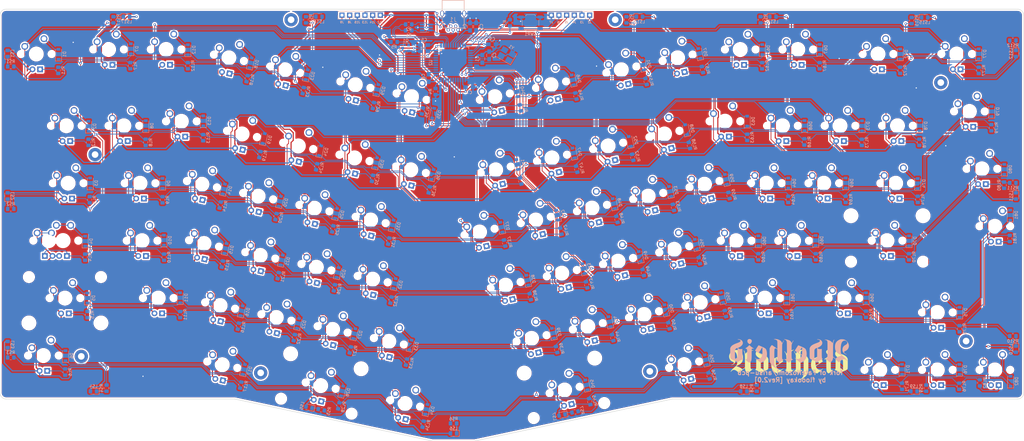
<source format=kicad_pcb>
(kicad_pcb (version 20171130) (host pcbnew "(5.1.9)-1")
  (title_block (title Adelheid) (rev 2.0) (company floookay))
  (layers (0 F.Cu signal hide) (31 B.Cu signal) (34 B.Paste user hide) (35 F.Paste user) (36 B.SilkS user hide) (37 F.SilkS user hide) (38 B.Mask user) (39 F.Mask user) (44 Edge.Cuts user hide))
  (net 0 "")
  (net 1 GND)
  (net 2 XTAL1)
  (net 3 XTAL2)
  (net 4 VCC)
  (net 5 "Net-(C4-Pad1)")
  (net 6 "Net-(D1-Pad2)")
  (net 7 /row0)
  (net 8 /row1)
  (net 9 "Net-(D2-Pad2)")
  (net 10 "Net-(D3-Pad2)")
  (net 11 /row2)
  (net 12 /row3)
  (net 13 "Net-(D4-Pad2)")
  (net 14 "Net-(D5-Pad2)")
  (net 15 /row4)
  (net 16 "Net-(D6-Pad2)")
  (net 17 "Net-(D7-Pad2)")
  (net 18 "Net-(D8-Pad2)")
  (net 19 "Net-(D9-Pad2)")
  (net 20 "Net-(D10-Pad2)")
  (net 21 "Net-(D11-Pad2)")
  (net 22 "Net-(D12-Pad2)")
  (net 23 "Net-(D13-Pad2)")
  (net 24 "Net-(D14-Pad2)")
  (net 25 "Net-(D15-Pad2)")
  (net 26 "Net-(D16-Pad2)")
  (net 27 "Net-(D17-Pad2)")
  (net 28 "Net-(D18-Pad2)")
  (net 29 "Net-(D19-Pad2)")
  (net 30 "Net-(D20-Pad2)")
  (net 31 "Net-(D21-Pad2)")
  (net 32 "Net-(D22-Pad2)")
  (net 33 "Net-(D23-Pad2)")
  (net 34 "Net-(D24-Pad2)")
  (net 35 "Net-(D25-Pad2)")
  (net 36 "Net-(D26-Pad2)")
  (net 37 "Net-(D27-Pad2)")
  (net 38 "Net-(D28-Pad2)")
  (net 39 "Net-(D29-Pad2)")
  (net 40 "Net-(D30-Pad2)")
  (net 41 "Net-(D31-Pad2)")
  (net 42 "Net-(D32-Pad2)")
  (net 43 "Net-(D33-Pad2)")
  (net 44 "Net-(D34-Pad2)")
  (net 45 "Net-(D35-Pad2)")
  (net 46 "Net-(D36-Pad2)")
  (net 47 "Net-(D37-Pad2)")
  (net 48 "Net-(D38-Pad2)")
  (net 49 "Net-(D39-Pad2)")
  (net 50 "Net-(D40-Pad2)")
  (net 51 "Net-(D41-Pad2)")
  (net 52 "Net-(D42-Pad2)")
  (net 53 "Net-(D43-Pad2)")
  (net 54 "Net-(D44-Pad2)")
  (net 55 "Net-(D45-Pad2)")
  (net 56 "Net-(D46-Pad2)")
  (net 57 "Net-(D47-Pad2)")
  (net 58 "Net-(D48-Pad2)")
  (net 59 "Net-(D49-Pad2)")
  (net 60 "Net-(D50-Pad2)")
  (net 61 "Net-(D51-Pad2)")
  (net 62 "Net-(D52-Pad2)")
  (net 63 "Net-(D53-Pad2)")
  (net 64 "Net-(D54-Pad2)")
  (net 65 "Net-(D55-Pad2)")
  (net 66 "Net-(D56-Pad2)")
  (net 67 "Net-(D57-Pad2)")
  (net 68 "Net-(D58-Pad2)")
  (net 69 "Net-(D59-Pad2)")
  (net 70 "Net-(D60-Pad2)")
  (net 71 "Net-(D61-Pad2)")
  (net 72 "Net-(D62-Pad2)")
  (net 73 "Net-(D63-Pad2)")
  (net 74 "Net-(D64-Pad2)")
  (net 75 "Net-(D65-Pad2)")
  (net 76 "Net-(D66-Pad2)")
  (net 77 "Net-(D67-Pad2)")
  (net 78 "Net-(J1-Pad3)")
  (net 79 "Net-(J1-Pad4)")
  (net 80 "Net-(J1-Pad2)")
  (net 81 /MISO)
  (net 82 /SCK)
  (net 83 /MOSI)
  (net 84 /~RES~)
  (net 85 /PF4)
  (net 86 /PF5)
  (net 87 D+)
  (net 88 D-)
  (net 89 "Net-(R4-Pad1)")
  (net 90 /col0)
  (net 91 /col1)
  (net 92 /col2)
  (net 93 /col3)
  (net 94 /col4)
  (net 95 /col5)
  (net 96 /col6)
  (net 97 /col8)
  (net 98 /col9)
  (net 99 /col10)
  (net 100 /col11)
  (net 101 /col12)
  (net 102 /col13)
  (net 103 "Net-(U1-Pad3)")
  (net 104 "Net-(U1-Pad1)")
  (net 105 "Net-(U2-Pad42)")
  (net 106 "Net-(D68-Pad2)")
  (net 107 /row5)
  (net 108 "Net-(D69-Pad2)")
  (net 109 "Net-(D70-Pad2)")
  (net 110 "Net-(D71-Pad2)")
  (net 111 "Net-(D72-Pad2)")
  (net 112 "Net-(D73-Pad2)")
  (net 113 "Net-(D74-Pad2)")
  (net 114 "Net-(D75-Pad2)")
  (net 115 "Net-(D76-Pad2)")
  (net 116 "Net-(D77-Pad2)")
  (net 117 "Net-(D78-Pad2)")
  (net 118 "Net-(D79-Pad2)")
  (net 119 "Net-(D80-Pad2)")
  (net 120 "Net-(D81-Pad2)")
  (net 121 "Net-(D82-Pad2)")
  (net 122 "Net-(MX1-Pad4)")
  (net 123 "Net-(MX2-Pad4)")
  (net 124 "Net-(MX3-Pad4)")
  (net 125 "Net-(MX4-Pad4)")
  (net 126 "Net-(MX5-Pad4)")
  (net 127 "Net-(MX6-Pad4)")
  (net 128 "Net-(MX7-Pad4)")
  (net 129 "Net-(MX8-Pad4)")
  (net 130 "Net-(MX9-Pad4)")
  (net 131 "Net-(MX10-Pad4)")
  (net 132 "Net-(MX11-Pad4)")
  (net 133 "Net-(MX12-Pad4)")
  (net 134 "Net-(MX13-Pad4)")
  (net 135 "Net-(MX14-Pad4)")
  (net 136 "Net-(MX15-Pad4)")
  (net 137 "Net-(MX16-Pad4)")
  (net 138 "Net-(MX17-Pad4)")
  (net 139 "Net-(MX18-Pad4)")
  (net 140 "Net-(MX19-Pad4)")
  (net 141 "Net-(MX20-Pad4)")
  (net 142 "Net-(MX21-Pad4)")
  (net 143 "Net-(MX22-Pad4)")
  (net 144 "Net-(MX23-Pad4)")
  (net 145 "Net-(MX24-Pad4)")
  (net 146 "Net-(MX25-Pad4)")
  (net 147 "Net-(MX26-Pad4)")
  (net 148 "Net-(MX27-Pad4)")
  (net 149 "Net-(MX28-Pad4)")
  (net 150 "Net-(MX29-Pad4)")
  (net 151 "Net-(MX30-Pad4)")
  (net 152 "Net-(MX31-Pad4)")
  (net 153 "Net-(MX32-Pad4)")
  (net 154 "Net-(MX33-Pad4)")
  (net 155 "Net-(MX34-Pad4)")
  (net 156 "Net-(MX35-Pad4)")
  (net 157 "Net-(MX36-Pad4)")
  (net 158 "Net-(MX37-Pad4)")
  (net 159 "Net-(MX38-Pad4)")
  (net 160 "Net-(MX39-Pad4)")
  (net 161 "Net-(MX40-Pad4)")
  (net 162 "Net-(MX41-Pad4)")
  (net 163 "Net-(MX42-Pad4)")
  (net 164 "Net-(MX43-Pad4)")
  (net 165 "Net-(MX44-Pad4)")
  (net 166 "Net-(MX45-Pad4)")
  (net 167 "Net-(MX46-Pad4)")
  (net 168 "Net-(MX47-Pad4)")
  (net 169 "Net-(MX48-Pad4)")
  (net 170 "Net-(MX49-Pad4)")
  (net 171 "Net-(MX50-Pad4)")
  (net 172 "Net-(MX51-Pad4)")
  (net 173 "Net-(MX52-Pad4)")
  (net 174 "Net-(MX53-Pad4)")
  (net 175 "Net-(MX54-Pad4)")
  (net 176 "Net-(MX55-Pad4)")
  (net 177 "Net-(MX56-Pad4)")
  (net 178 "Net-(MX57-Pad4)")
  (net 179 "Net-(MX58-Pad4)")
  (net 180 "Net-(MX59-Pad4)")
  (net 181 "Net-(MX60-Pad4)")
  (net 182 "Net-(MX61-Pad4)")
  (net 183 "Net-(MX62-Pad4)")
  (net 184 "Net-(MX63-Pad4)")
  (net 185 "Net-(MX64-Pad4)")
  (net 186 "Net-(MX65-Pad4)")
  (net 187 "Net-(MX66-Pad4)")
  (net 188 "Net-(MX67-Pad4)")
  (net 189 "Net-(MX68-Pad4)")
  (net 190 "Net-(MX69-Pad4)")
  (net 191 "Net-(MX70-Pad4)")
  (net 192 "Net-(MX71-Pad4)")
  (net 193 "Net-(MX72-Pad4)")
  (net 194 "Net-(MX73-Pad4)")
  (net 195 "Net-(MX74-Pad4)")
  (net 196 "Net-(MX75-Pad4)")
  (net 197 "Net-(MX76-Pad4)")
  (net 198 "Net-(MX77-Pad4)")
  (net 199 "Net-(MX78-Pad4)")
  (net 200 "Net-(MX79-Pad4)")
  (net 201 "Net-(MX80-Pad4)")
  (net 202 "Net-(MX81-Pad4)")
  (net 203 "Net-(MX82-Pad4)")
  (net 204 /ledGND)
  (net 205 "Net-(Q1-Pad1)")
  (net 206 "Net-(R5-Pad1)")
  (net 207 "Net-(LS1-Pad1)")
  (net 208 "Net-(LS2-Pad1)")
  (net 209 "Net-(LS3-Pad1)")
  (net 210 "Net-(LS4-Pad1)")
  (net 211 "Net-(LS5-Pad1)")
  (net 212 "Net-(LS6-Pad1)")
  (net 213 "Net-(LS7-Pad1)")
  (net 214 "Net-(LS8-Pad1)")
  (net 215 "Net-(LS9-Pad1)")
  (net 216 "Net-(LS10-Pad1)")
  (net 217 "Net-(LS11-Pad1)")
  (net 218 "Net-(LS12-Pad1)")
  (net 219 "Net-(LS13-Pad1)")
  (net 220 "Net-(LS14-Pad1)")
  (net 221 "Net-(LS15-Pad1)")
  (net 222 "Net-(LS16-Pad1)")
  (net 223 "Net-(LS17-Pad1)")
  (module Mounting_Holes:MountingHole_2.2mm_M2_Pad (layer F.Cu) (at 337.058 48.768)
    (fp_text reference H7)
    (fp_text value MountingHole)
    (pad 1 thru_hole circle (at 0 0) (size 4.4 4.4) (drill 2.2) (layers *.Cu *.Mask))
  )
  (module Mounting_Holes:MountingHole_2.2mm_M2_Pad (layer F.Cu) (at 345.44 134.493)
    (fp_text reference H8)
    (fp_text value MountingHole)
    (pad 1 thru_hole circle (at 0 0) (size 4.4 4.4) (drill 2.2) (layers *.Cu *.Mask))
  )
  (module Mounting_Holes:MountingHole_2.2mm_M2_Pad (layer F.Cu) (at 52.324 139.573)
    (fp_text reference H2)
    (fp_text value MountingHole)
    (pad 1 thru_hole circle (at 0 0) (size 4.4 4.4) (drill 2.2) (layers *.Cu *.Mask))
  )
  (module Mounting_Holes:MountingHole_2.2mm_M2_Pad (layer F.Cu) (at 111.76 145.034)
    (fp_text reference H4)
    (fp_text value MountingHole)
    (pad 1 thru_hole circle (at 0 0) (size 4.4 4.4) (drill 2.2) (layers *.Cu *.Mask))
  )
  (module Mounting_Holes:MountingHole_2.2mm_M2_Pad (layer F.Cu) (at 240.665 144.526)
    (fp_text reference H6)
    (fp_text value MountingHole)
    (pad 1 thru_hole circle (at 0 0) (size 4.4 4.4) (drill 2.2) (layers *.Cu *.Mask))
  )
  (module Mounting_Holes:MountingHole_2.2mm_M2_Pad (layer F.Cu) (at 56.896 72.644)
    (fp_text reference H1 hide)
    (fp_text value MountingHole)
    (pad 1 thru_hole circle (at 0 0) (size 4.4 4.4) (drill 2.2) (layers *.Cu *.Mask))
  )
  (module Mounting_Holes:MountingHole_2.2mm_M2_Pad (layer F.Cu) (at 121.82722 27.932509)
    (fp_text reference H3)
    (fp_text value MountingHole)
    (pad 1 thru_hole circle (at 0 0) (size 4.4 4.4) (drill 2.2) (layers *.Cu *.Mask))
  )
  (module Mounting_Holes:MountingHole_2.2mm_M2_Pad (layer F.Cu) (at 229.192785 27.932509)
    (fp_text reference H5)
    (fp_text value MountingHole)
    (pad 1 thru_hole circle (at 0 0) (size 4.4 4.4) (drill 2.2) (layers *.Cu *.Mask))
  )
  (module adelheid:adelheid-logo (layer B.Cu) (at 286.766 139.065 180)
    (fp_text reference " G2" hide)
    (fp_text value LOGO hide)
  )
  (module adelheid:adelheid-logo (layer F.Cu) (at 286.766 142.621)
    (fp_text reference G1 hide)
    (fp_text value LOGO hide)
  )
  (module Resistor_SMD:R_0805_2012Metric_Pad1.15x1.40mm_HandSolder (layer B.Cu) (at 62.992 27.949 90)
    (fp_text reference RS17 (at 0 1.65 -90) (layer B.SilkS) (effects (justify mirror)))
    (fp_text value R)
    (pad 2 smd roundrect (at 1.025 0 90) (size 1.15 1.4) (layers B.Cu B.Paste B.Mask) (roundrect_rratio 0.217391) (net 223 "Net-(LS17-Pad1)"))
    (pad 1 smd roundrect (at -1.025 0 90) (size 1.15 1.4) (layers B.Cu B.Paste B.Mask) (roundrect_rratio 0.217391) (net 204 /ledGND))
  )
  (module Resistor_SMD:R_0805_2012Metric_Pad1.15x1.40mm_HandSolder (layer B.Cu) (at 126.746 27.94 90)
    (fp_text reference RS16 (at 0 1.65 -90) (layer B.SilkS) (effects (justify mirror)))
    (fp_text value R)
    (pad 2 smd roundrect (at 1.025 0 90) (size 1.15 1.4) (layers B.Cu B.Paste B.Mask) (roundrect_rratio 0.217391) (net 222 "Net-(LS16-Pad1)"))
    (pad 1 smd roundrect (at -1.025 0 90) (size 1.15 1.4) (layers B.Cu B.Paste B.Mask) (roundrect_rratio 0.217391) (net 204 /ledGND))
  )
  (module Resistor_SMD:R_0805_2012Metric_Pad1.15x1.40mm_HandSolder (layer B.Cu) (at 327.415 28.194 90)
    (fp_text reference RS15 (at 0 1.65 270) (layer B.SilkS) (effects (justify mirror)))
    (fp_text value R)
    (pad 2 smd roundrect (at 1.025 0 90) (size 1.15 1.4) (layers B.Cu B.Paste B.Mask) (roundrect_rratio 0.217391) (net 221 "Net-(LS15-Pad1)"))
    (pad 1 smd roundrect (at -1.025 0 90) (size 1.15 1.4) (layers B.Cu B.Paste B.Mask) (roundrect_rratio 0.217391) (net 204 /ledGND))
  )
  (module Resistor_SMD:R_0805_2012Metric_Pad1.15x1.40mm_HandSolder (layer B.Cu) (at 277.368 27.94 90)
    (fp_text reference RS14 (at 0 1.65 270) (layer B.SilkS) (effects (justify mirror)))
    (fp_text value R)
    (pad 2 smd roundrect (at 1.025 0 90) (size 1.15 1.4) (layers B.Cu B.Paste B.Mask) (roundrect_rratio 0.217391) (net 220 "Net-(LS14-Pad1)"))
    (pad 1 smd roundrect (at -1.025 0 90) (size 1.15 1.4) (layers B.Cu B.Paste B.Mask) (roundrect_rratio 0.217391) (net 204 /ledGND))
  )
  (module Resistor_SMD:R_0805_2012Metric_Pad1.15x1.40mm_HandSolder (layer B.Cu) (at 232.918 27.94 90)
    (fp_text reference RS13 (at 0 1.65 270) (layer B.SilkS) (effects (justify mirror)))
    (fp_text value R)
    (pad 2 smd roundrect (at 1.025 0 90) (size 1.15 1.4) (layers B.Cu B.Paste B.Mask) (roundrect_rratio 0.217391) (net 219 "Net-(LS13-Pad1)"))
    (pad 1 smd roundrect (at -1.025 0 90) (size 1.15 1.4) (layers B.Cu B.Paste B.Mask) (roundrect_rratio 0.217391) (net 204 /ledGND))
  )
  (module Resistor_SMD:R_0805_2012Metric_Pad1.15x1.40mm_HandSolder (layer B.Cu) (at 360.925 34.798)
    (fp_text reference RS12 (at 0 1.65 180) (layer B.SilkS) (effects (justify mirror)))
    (fp_text value R)
    (pad 2 smd roundrect (at 1.025 0) (size 1.15 1.4) (layers B.Cu B.Paste B.Mask) (roundrect_rratio 0.217391) (net 218 "Net-(LS12-Pad1)"))
    (pad 1 smd roundrect (at -1.025 0) (size 1.15 1.4) (layers B.Cu B.Paste B.Mask) (roundrect_rratio 0.217391) (net 204 /ledGND))
  )
  (module Resistor_SMD:R_0805_2012Metric_Pad1.15x1.40mm_HandSolder (layer B.Cu) (at 360.925 82.042)
    (fp_text reference RS11 (at 0 1.65 180) (layer B.SilkS) (effects (justify mirror)))
    (fp_text value R)
    (pad 2 smd roundrect (at 1.025 0) (size 1.15 1.4) (layers B.Cu B.Paste B.Mask) (roundrect_rratio 0.217391) (net 217 "Net-(LS11-Pad1)"))
    (pad 1 smd roundrect (at -1.025 0) (size 1.15 1.4) (layers B.Cu B.Paste B.Mask) (roundrect_rratio 0.217391) (net 204 /ledGND))
  )
  (module Resistor_SMD:R_0805_2012Metric_Pad1.15x1.40mm_HandSolder (layer B.Cu) (at 360.925 132.842)
    (fp_text reference RS10 (at 0 1.65 180) (layer B.SilkS) (effects (justify mirror)))
    (fp_text value R)
    (pad 2 smd roundrect (at 1.025 0) (size 1.15 1.4) (layers B.Cu B.Paste B.Mask) (roundrect_rratio 0.217391) (net 216 "Net-(LS10-Pad1)"))
    (pad 1 smd roundrect (at -1.025 0) (size 1.15 1.4) (layers B.Cu B.Paste B.Mask) (roundrect_rratio 0.217391) (net 204 /ledGND))
  )
  (module Resistor_SMD:R_0805_2012Metric_Pad1.15x1.40mm_HandSolder (layer B.Cu) (at 332.232 150.105 270)
    (fp_text reference RS9 (at 0 1.65 270) (layer B.SilkS) (effects (justify mirror)))
    (fp_text value R)
    (pad 2 smd roundrect (at 1.025 0 270) (size 1.15 1.4) (layers B.Cu B.Paste B.Mask) (roundrect_rratio 0.217391) (net 215 "Net-(LS9-Pad1)"))
    (pad 1 smd roundrect (at -1.025 0 270) (size 1.15 1.4) (layers B.Cu B.Paste B.Mask) (roundrect_rratio 0.217391) (net 204 /ledGND))
  )
  (module Resistor_SMD:R_0805_2012Metric_Pad1.15x1.40mm_HandSolder (layer B.Cu) (at 276.098 150.114 270)
    (fp_text reference RS8 (at 0 1.65 270) (layer B.SilkS) (effects (justify mirror)))
    (fp_text value R)
    (pad 2 smd roundrect (at 1.025 0 270) (size 1.15 1.4) (layers B.Cu B.Paste B.Mask) (roundrect_rratio 0.217391) (net 214 "Net-(LS8-Pad1)"))
    (pad 1 smd roundrect (at -1.025 0 270) (size 1.15 1.4) (layers B.Cu B.Paste B.Mask) (roundrect_rratio 0.217391) (net 204 /ledGND))
  )
  (module Resistor_SMD:R_0805_2012Metric_Pad1.15x1.40mm_HandSolder (layer B.Cu) (at 215.9 157.988 192)
    (fp_text reference RS7 (at -2.341665 0.021613 -78) (layer B.SilkS) (effects (justify mirror)))
    (fp_text value R)
    (pad 2 smd roundrect (at 1.025 0 192) (size 1.15 1.4) (layers B.Cu B.Paste B.Mask) (roundrect_rratio 0.217391) (net 213 "Net-(LS7-Pad1)"))
    (pad 1 smd roundrect (at -1.025 0 192) (size 1.15 1.4) (layers B.Cu B.Paste B.Mask) (roundrect_rratio 0.217391) (net 204 /ledGND))
  )
  (module Resistor_SMD:R_0805_2012Metric_Pad1.15x1.40mm_HandSolder (layer B.Cu) (at 175.65 161.798)
    (fp_text reference RS6 (at 0.009 -1.524 180) (layer B.SilkS) (effects (justify mirror)))
    (fp_text value R)
    (pad 2 smd roundrect (at 1.025 0) (size 1.15 1.4) (layers B.Cu B.Paste B.Mask) (roundrect_rratio 0.217391) (net 212 "Net-(LS6-Pad1)"))
    (pad 1 smd roundrect (at -1.025 0) (size 1.15 1.4) (layers B.Cu B.Paste B.Mask) (roundrect_rratio 0.217391) (net 204 /ledGND))
  )
  (module Resistor_SMD:R_0805_2012Metric_Pad1.15x1.40mm_HandSolder (layer B.Cu) (at 131.839399 157.288203 168)
    (fp_text reference RS5 (at -2.564075 0.089255 78) (layer B.SilkS) (effects (justify mirror)))
    (fp_text value R)
    (pad 2 smd roundrect (at 1.025 0 168) (size 1.15 1.4) (layers B.Cu B.Paste B.Mask) (roundrect_rratio 0.217391) (net 211 "Net-(LS5-Pad1)"))
    (pad 1 smd roundrect (at -1.025 0 168) (size 1.15 1.4) (layers B.Cu B.Paste B.Mask) (roundrect_rratio 0.217391) (net 204 /ledGND))
  )
  (module Resistor_SMD:R_0805_2012Metric_Pad1.15x1.40mm_HandSolder (layer B.Cu) (at 60.706 150.105 270)
    (fp_text reference RS4 (at 0 1.65 270) (layer B.SilkS) (effects (justify mirror)))
    (fp_text value R)
    (pad 2 smd roundrect (at 1.025 0 270) (size 1.15 1.4) (layers B.Cu B.Paste B.Mask) (roundrect_rratio 0.217391) (net 210 "Net-(LS4-Pad1)"))
    (pad 1 smd roundrect (at -1.025 0 270) (size 1.15 1.4) (layers B.Cu B.Paste B.Mask) (roundrect_rratio 0.217391) (net 204 /ledGND))
  )
  (module Resistor_SMD:R_0805_2012Metric_Pad1.15x1.40mm_HandSolder (layer B.Cu) (at 28.965 139.954 180)
    (fp_text reference RS3 (at 0 1.65 180) (layer B.SilkS) (effects (justify mirror)))
    (fp_text value R)
    (pad 2 smd roundrect (at 1.025 0 180) (size 1.15 1.4) (layers B.Cu B.Paste B.Mask) (roundrect_rratio 0.217391) (net 209 "Net-(LS3-Pad1)"))
    (pad 1 smd roundrect (at -1.025 0 180) (size 1.15 1.4) (layers B.Cu B.Paste B.Mask) (roundrect_rratio 0.217391) (net 204 /ledGND))
  )
  (module Resistor_SMD:R_0805_2012Metric_Pad1.15x1.40mm_HandSolder (layer B.Cu) (at 28.965 90.678 180)
    (fp_text reference RS2 (at 0 1.65 180) (layer B.SilkS) (effects (justify mirror)))
    (fp_text value R)
    (pad 2 smd roundrect (at 1.025 0 180) (size 1.15 1.4) (layers B.Cu B.Paste B.Mask) (roundrect_rratio 0.217391) (net 208 "Net-(LS2-Pad1)"))
    (pad 1 smd roundrect (at -1.025 0 180) (size 1.15 1.4) (layers B.Cu B.Paste B.Mask) (roundrect_rratio 0.217391) (net 204 /ledGND))
  )
  (module Resistor_SMD:R_0805_2012Metric_Pad1.15x1.40mm_HandSolder (layer B.Cu) (at 28.965 43.434 180)
    (fp_text reference RS1 (at 0 1.65 180) (layer B.SilkS) (effects (justify mirror)))
    (fp_text value R)
    (pad 2 smd roundrect (at 1.025 0 180) (size 1.15 1.4) (layers B.Cu B.Paste B.Mask) (roundrect_rratio 0.217391) (net 207 "Net-(LS1-Pad1)"))
    (pad 1 smd roundrect (at -1.025 0 180) (size 1.15 1.4) (layers B.Cu B.Paste B.Mask) (roundrect_rratio 0.217391) (net 204 /ledGND))
  )
  (module LED_SMD:LED_0805_2012Metric_Pad1.15x1.40mm_HandSolder (layer B.Cu) (at 67.31 26.924)
    (fp_text reference LS17 (at 0 1.65 180) (layer B.SilkS) (effects (justify mirror)))
    (fp_text value LED)
    (pad 2 smd roundrect (at 1.025 0) (size 1.15 1.4) (layers B.Cu B.Paste B.Mask) (roundrect_rratio 0.217391) (net 4 VCC))
    (pad 1 smd roundrect (at -1.025 0) (size 1.15 1.4) (layers B.Cu B.Paste B.Mask) (roundrect_rratio 0.217391) (net 223 "Net-(LS17-Pad1)"))
  )
  (module LED_SMD:LED_0805_2012Metric_Pad1.15x1.40mm_HandSolder (layer B.Cu) (at 131.064 26.915)
    (fp_text reference LS16 (at 0 1.65 180) (layer B.SilkS) (effects (justify mirror)))
    (fp_text value LED)
    (pad 2 smd roundrect (at 1.025 0) (size 1.15 1.4) (layers B.Cu B.Paste B.Mask) (roundrect_rratio 0.217391) (net 4 VCC))
    (pad 1 smd roundrect (at -1.025 0) (size 1.15 1.4) (layers B.Cu B.Paste B.Mask) (roundrect_rratio 0.217391) (net 222 "Net-(LS16-Pad1)"))
  )
  (module LED_SMD:LED_0805_2012Metric_Pad1.15x1.40mm_HandSolder (layer B.Cu) (at 331.724 27.178)
    (fp_text reference LS15 (at 0 1.65 180) (layer B.SilkS) (effects (justify mirror)))
    (fp_text value LED)
    (pad 2 smd roundrect (at 1.025 0) (size 1.15 1.4) (layers B.Cu B.Paste B.Mask) (roundrect_rratio 0.217391) (net 4 VCC))
    (pad 1 smd roundrect (at -1.025 0) (size 1.15 1.4) (layers B.Cu B.Paste B.Mask) (roundrect_rratio 0.217391) (net 221 "Net-(LS15-Pad1)"))
  )
  (module LED_SMD:LED_0805_2012Metric_Pad1.15x1.40mm_HandSolder (layer B.Cu) (at 281.432 26.924)
    (fp_text reference LS14 (at 0 1.65 180) (layer B.SilkS) (effects (justify mirror)))
    (fp_text value LED)
    (pad 2 smd roundrect (at 1.025 0) (size 1.15 1.4) (layers B.Cu B.Paste B.Mask) (roundrect_rratio 0.217391) (net 4 VCC))
    (pad 1 smd roundrect (at -1.025 0) (size 1.15 1.4) (layers B.Cu B.Paste B.Mask) (roundrect_rratio 0.217391) (net 220 "Net-(LS14-Pad1)"))
  )
  (module LED_SMD:LED_0805_2012Metric_Pad1.15x1.40mm_HandSolder (layer B.Cu) (at 237.227 26.924)
    (fp_text reference LS13 (at 0 1.65 180) (layer B.SilkS) (effects (justify mirror)))
    (fp_text value LED)
    (pad 2 smd roundrect (at 1.025 0) (size 1.15 1.4) (layers B.Cu B.Paste B.Mask) (roundrect_rratio 0.217391) (net 4 VCC))
    (pad 1 smd roundrect (at -1.025 0) (size 1.15 1.4) (layers B.Cu B.Paste B.Mask) (roundrect_rratio 0.217391) (net 219 "Net-(LS13-Pad1)"))
  )
  (module LED_SMD:LED_0805_2012Metric_Pad1.15x1.40mm_HandSolder (layer B.Cu) (at 361.95 39.116 270)
    (fp_text reference LS12 (at 0 1.65 270) (layer B.SilkS) (effects (justify mirror)))
    (fp_text value LED)
    (pad 2 smd roundrect (at 1.025 0 270) (size 1.15 1.4) (layers B.Cu B.Paste B.Mask) (roundrect_rratio 0.217391) (net 4 VCC))
    (pad 1 smd roundrect (at -1.025 0 270) (size 1.15 1.4) (layers B.Cu B.Paste B.Mask) (roundrect_rratio 0.217391) (net 218 "Net-(LS12-Pad1)"))
  )
  (module LED_SMD:LED_0805_2012Metric_Pad1.15x1.40mm_HandSolder (layer B.Cu) (at 361.95 86.369 270)
    (fp_text reference LS11 (at 0 1.65 270) (layer B.SilkS) (effects (justify mirror)))
    (fp_text value LED)
    (pad 2 smd roundrect (at 1.025 0 270) (size 1.15 1.4) (layers B.Cu B.Paste B.Mask) (roundrect_rratio 0.217391) (net 4 VCC))
    (pad 1 smd roundrect (at -1.025 0 270) (size 1.15 1.4) (layers B.Cu B.Paste B.Mask) (roundrect_rratio 0.217391) (net 217 "Net-(LS11-Pad1)"))
  )
  (module LED_SMD:LED_0805_2012Metric_Pad1.15x1.40mm_HandSolder (layer B.Cu) (at 361.95 137.169 270)
    (fp_text reference LS10 (at 0 1.65 270) (layer B.SilkS) (effects (justify mirror)))
    (fp_text value LED)
    (pad 2 smd roundrect (at 1.025 0 270) (size 1.15 1.4) (layers B.Cu B.Paste B.Mask) (roundrect_rratio 0.217391) (net 4 VCC))
    (pad 1 smd roundrect (at -1.025 0 270) (size 1.15 1.4) (layers B.Cu B.Paste B.Mask) (roundrect_rratio 0.217391) (net 216 "Net-(LS10-Pad1)"))
  )
  (module LED_SMD:LED_0805_2012Metric_Pad1.15x1.40mm_HandSolder (layer B.Cu) (at 328.159 151.13 180)
    (fp_text reference LS9 (at 0 1.65 180) (layer B.SilkS) (effects (justify mirror)))
    (fp_text value LED)
    (pad 2 smd roundrect (at 1.025 0 180) (size 1.15 1.4) (layers B.Cu B.Paste B.Mask) (roundrect_rratio 0.217391) (net 4 VCC))
    (pad 1 smd roundrect (at -1.025 0 180) (size 1.15 1.4) (layers B.Cu B.Paste B.Mask) (roundrect_rratio 0.217391) (net 215 "Net-(LS9-Pad1)"))
  )
  (module LED_SMD:LED_0805_2012Metric_Pad1.15x1.40mm_HandSolder (layer B.Cu) (at 271.78 151.13 180)
    (fp_text reference LS8 (at 0 1.65 180) (layer B.SilkS) (effects (justify mirror)))
    (fp_text value LED)
    (pad 2 smd roundrect (at 1.025 0 180) (size 1.15 1.4) (layers B.Cu B.Paste B.Mask) (roundrect_rratio 0.217391) (net 4 VCC))
    (pad 1 smd roundrect (at -1.025 0 180) (size 1.15 1.4) (layers B.Cu B.Paste B.Mask) (roundrect_rratio 0.217391) (net 214 "Net-(LS8-Pad1)"))
  )
  (module LED_SMD:LED_0805_2012Metric_Pad1.15x1.40mm_HandSolder (layer B.Cu) (at 211.582 159.004 192)
    (fp_text reference LS7 (at 2.590114 0.031197 -78) (layer B.SilkS) (effects (justify mirror)))
    (fp_text value LED)
    (pad 2 smd roundrect (at 1.025 0 192) (size 1.15 1.4) (layers B.Cu B.Paste B.Mask) (roundrect_rratio 0.217391) (net 4 VCC))
    (pad 1 smd roundrect (at -1.025 0 192) (size 1.15 1.4) (layers B.Cu B.Paste B.Mask) (roundrect_rratio 0.217391) (net 213 "Net-(LS7-Pad1)"))
  )
  (module LED_SMD:LED_0805_2012Metric_Pad1.15x1.40mm_HandSolder (layer B.Cu) (at 175.65 165.1 180)
    (fp_text reference LS6 (at 0 1.65 180) (layer B.SilkS) (effects (justify mirror)))
    (fp_text value LED)
    (pad 2 smd roundrect (at 1.025 0 180) (size 1.15 1.4) (layers B.Cu B.Paste B.Mask) (roundrect_rratio 0.217391) (net 4 VCC))
    (pad 1 smd roundrect (at -1.025 0 180) (size 1.15 1.4) (layers B.Cu B.Paste B.Mask) (roundrect_rratio 0.217391) (net 212 "Net-(LS6-Pad1)"))
  )
  (module LED_SMD:LED_0805_2012Metric_Pad1.15x1.40mm_HandSolder (layer B.Cu) (at 127.775399 156.504891 168)
    (fp_text reference LS5 (at 2.363272 0.058824 78) (layer B.SilkS) (effects (justify mirror)))
    (fp_text value LED)
    (pad 2 smd roundrect (at 1.025 0 168) (size 1.15 1.4) (layers B.Cu B.Paste B.Mask) (roundrect_rratio 0.217391) (net 4 VCC))
    (pad 1 smd roundrect (at -1.025 0 168) (size 1.15 1.4) (layers B.Cu B.Paste B.Mask) (roundrect_rratio 0.217391) (net 211 "Net-(LS5-Pad1)"))
  )
  (module LED_SMD:LED_0805_2012Metric_Pad1.15x1.40mm_HandSolder (layer B.Cu) (at 56.379 151.13 180)
    (fp_text reference LS4 (at 0 1.65 180) (layer B.SilkS) (effects (justify mirror)))
    (fp_text value LED)
    (pad 2 smd roundrect (at 1.025 0 180) (size 1.15 1.4) (layers B.Cu B.Paste B.Mask) (roundrect_rratio 0.217391) (net 4 VCC))
    (pad 1 smd roundrect (at -1.025 0 180) (size 1.15 1.4) (layers B.Cu B.Paste B.Mask) (roundrect_rratio 0.217391) (net 210 "Net-(LS4-Pad1)"))
  )
  (module LED_SMD:LED_0805_2012Metric_Pad1.15x1.40mm_HandSolder (layer B.Cu) (at 27.94 135.645 90)
    (fp_text reference LS3 (at 0 1.65 -90) (layer B.SilkS) (effects (justify mirror)))
    (fp_text value LED)
    (pad 2 smd roundrect (at 1.025 0 90) (size 1.15 1.4) (layers B.Cu B.Paste B.Mask) (roundrect_rratio 0.217391) (net 4 VCC))
    (pad 1 smd roundrect (at -1.025 0 90) (size 1.15 1.4) (layers B.Cu B.Paste B.Mask) (roundrect_rratio 0.217391) (net 209 "Net-(LS3-Pad1)"))
  )
  (module LED_SMD:LED_0805_2012Metric_Pad1.15x1.40mm_HandSolder (layer B.Cu) (at 27.94 86.369 90)
    (fp_text reference LS2 (at 0 1.65 -90) (layer B.SilkS) (effects (justify mirror)))
    (fp_text value LED)
    (pad 2 smd roundrect (at 1.025 0 90) (size 1.15 1.4) (layers B.Cu B.Paste B.Mask) (roundrect_rratio 0.217391) (net 4 VCC))
    (pad 1 smd roundrect (at -1.025 0 90) (size 1.15 1.4) (layers B.Cu B.Paste B.Mask) (roundrect_rratio 0.217391) (net 208 "Net-(LS2-Pad1)"))
  )
  (module LED_SMD:LED_0805_2012Metric_Pad1.15x1.40mm_HandSolder (layer B.Cu) (at 27.94 39.125 90)
    (fp_text reference LS1 (at 0 1.65 -90) (layer B.SilkS) (effects (justify mirror)))
    (fp_text value LED)
    (pad 2 smd roundrect (at 1.025 0 90) (size 1.15 1.4) (layers B.Cu B.Paste B.Mask) (roundrect_rratio 0.217391) (net 4 VCC))
    (pad 1 smd roundrect (at -1.025 0 90) (size 1.15 1.4) (layers B.Cu B.Paste B.Mask) (roundrect_rratio 0.217391) (net 207 "Net-(LS1-Pad1)"))
  )
  (module ai03-MX_only:MXOnly-1U (layer F.Cu) (at 189.3189 53.4162 12)
    (fp_text reference MX40)
    (fp_text value MX-LED)
    (pad "" np_thru_hole circle (at 5.08 0 60.0996) (size 1.75 1.75) (drill 1.75) (layers *.Cu *.Mask))
    (pad "" np_thru_hole circle (at -5.08 0 60.0996) (size 1.75 1.75) (drill 1.75) (layers *.Cu *.Mask))
    (pad 4 thru_hole rect (at 1.27 5.08 12) (size 1.905 1.905) (drill 1.04) (layers *.Cu B.Mask) (net 161 "Net-(MX40-Pad4)"))
    (pad 3 thru_hole circle (at -1.27 5.08 12) (size 1.905 1.905) (drill 1.04) (layers *.Cu B.Mask) (net 4 VCC))
    (pad 1 thru_hole circle (at -3.81 -2.54 12) (size 2.25 2.25) (drill 1.47) (layers *.Cu B.Mask) (net 82 /SCK))
    (pad "" np_thru_hole circle (at 0 0 12) (size 3.9878 3.9878) (drill 3.9878) (layers *.Cu *.Mask))
    (pad 2 thru_hole circle (at 2.54 -5.08 12) (size 2.25 2.25) (drill 1.47) (layers *.Cu B.Mask) (net 50 "Net-(D40-Pad2)"))
  )
  (module ai03-MX_only:MXOnly-2U-ReversedStabilizers (layer F.Cu) (at 131.6355 149.2631 348)
    (fp_text reference MX28)
    (fp_text value MX-LED)
    (pad "" np_thru_hole circle (at 11.938 -8.255 348) (size 3.9878 3.9878) (drill 3.9878) (layers *.Cu *.Mask))
    (pad "" np_thru_hole circle (at -11.938 -8.255 348) (size 3.9878 3.9878) (drill 3.9878) (layers *.Cu *.Mask))
    (pad "" np_thru_hole circle (at 11.938 6.985 348) (size 3.048 3.048) (drill 3.048) (layers *.Cu *.Mask))
    (pad "" np_thru_hole circle (at -11.938 6.985 348) (size 3.048 3.048) (drill 3.048) (layers *.Cu *.Mask))
    (pad "" np_thru_hole circle (at 5.08 0 36.0996) (size 1.75 1.75) (drill 1.75) (layers *.Cu *.Mask))
    (pad "" np_thru_hole circle (at -5.08 0 36.0996) (size 1.75 1.75) (drill 1.75) (layers *.Cu *.Mask))
    (pad 4 thru_hole rect (at 1.27 5.08 348) (size 1.905 1.905) (drill 1.04) (layers *.Cu B.Mask) (net 149 "Net-(MX28-Pad4)"))
    (pad 3 thru_hole circle (at -1.27 5.08 348) (size 1.905 1.905) (drill 1.04) (layers *.Cu B.Mask) (net 4 VCC))
    (pad 1 thru_hole circle (at -3.81 -2.54 348) (size 2.25 2.25) (drill 1.47) (layers *.Cu B.Mask) (net 94 /col4))
    (pad "" np_thru_hole circle (at 0 0 348) (size 3.9878 3.9878) (drill 3.9878) (layers *.Cu *.Mask))
    (pad 2 thru_hole circle (at 2.54 -5.08 348) (size 2.25 2.25) (drill 1.47) (layers *.Cu B.Mask) (net 38 "Net-(D28-Pad2)"))
  )
  (module ai03-MX_only:MXOnly-2.25U-ReversedStabilizers (layer F.Cu) (at 319.2399 101.1809)
    (fp_text reference MX70)
    (fp_text value MX-LED)
    (pad "" np_thru_hole circle (at 11.938 -8.255) (size 3.9878 3.9878) (drill 3.9878) (layers *.Cu *.Mask))
    (pad "" np_thru_hole circle (at -11.938 -8.255) (size 3.9878 3.9878) (drill 3.9878) (layers *.Cu *.Mask))
    (pad "" np_thru_hole circle (at 11.938 6.985) (size 3.048 3.048) (drill 3.048) (layers *.Cu *.Mask))
    (pad "" np_thru_hole circle (at -11.938 6.985) (size 3.048 3.048) (drill 3.048) (layers *.Cu *.Mask))
    (pad "" np_thru_hole circle (at 5.08 0 48.0996) (size 1.75 1.75) (drill 1.75) (layers *.Cu *.Mask))
    (pad "" np_thru_hole circle (at -5.08 0 48.0996) (size 1.75 1.75) (drill 1.75) (layers *.Cu *.Mask))
    (pad 4 thru_hole rect (at 1.27 5.08) (size 1.905 1.905) (drill 1.04) (layers *.Cu B.Mask) (net 191 "Net-(MX70-Pad4)"))
    (pad 3 thru_hole circle (at -1.27 5.08) (size 1.905 1.905) (drill 1.04) (layers *.Cu B.Mask) (net 4 VCC))
    (pad 1 thru_hole circle (at -3.81 -2.54) (size 2.25 2.25) (drill 1.47) (layers *.Cu B.Mask) (net 101 /col12))
    (pad "" np_thru_hole circle (at 0 0) (size 3.9878 3.9878) (drill 3.9878) (layers *.Cu *.Mask))
    (pad 2 thru_hole circle (at 2.54 -5.08) (size 2.25 2.25) (drill 1.47) (layers *.Cu B.Mask) (net 109 "Net-(D70-Pad2)"))
  )
  (module Keebio-Parts:USB-Mini-B_2leg (layer B.Cu) (at 175.5267 30.6832)
    (fp_text reference J1 (at 0 -2.7559) (layer B.SilkS) (effects (font (size 1.5 1.5)) (justify mirror)))
    (fp_text value USB_B_Mini hide)
    (pad 1 thru_hole circle (at -1.6 0.6) (size 1.1 1.1) (drill 0.7) (layers *.Cu *.Mask) (net 4 VCC))
    (pad 2 thru_hole circle (at -0.8 -0.6) (size 1.1 1.1) (drill 0.7) (layers *.Cu *.Mask) (net 80 "Net-(J1-Pad2)"))
    (pad 3 thru_hole circle (at 0 0.6) (size 1.1 1.1) (drill 0.7) (layers *.Cu *.Mask) (net 78 "Net-(J1-Pad3)"))
    (pad 4 thru_hole circle (at 0.8 -0.6) (size 1.1 1.1) (drill 0.7) (layers *.Cu *.Mask) (net 79 "Net-(J1-Pad4)"))
    (pad 5 thru_hole circle (at 1.6 0.6) (size 1.1 1.1) (drill 0.7) (layers *.Cu *.Mask) (net 1 GND))
    (pad 6 thru_hole oval (at -3.65 -4.82) (size 1.2 1.9) (drill oval 0.8 1.5) (layers *.Cu *.Mask) (net 1 GND))
    (pad 6 thru_hole oval (at 3.65 -4.82) (size 1.2 1.9) (drill oval 0.8 1.5) (layers *.Cu *.Mask) (net 1 GND))
  )
  (module ai03-MX_only:MXOnly-1.75U-FLIPPED (layer F.Cu) (at 41.5163 101.1809)
    (fp_text reference MX4_1)
    (fp_text value MX-LED hide)
    (pad "" np_thru_hole circle (at 5.08 0 48.0996) (size 1.75 1.75) (drill 1.75) (layers *.Cu *.Mask))
    (pad "" np_thru_hole circle (at -5.08 0 48.0996) (size 1.75 1.75) (drill 1.75) (layers *.Cu *.Mask))
    (pad 4 thru_hole rect (at -1.27 5.08) (size 1.905 1.905) (drill 1.04) (layers *.Cu B.Mask) (net 125 "Net-(MX4-Pad4)"))
    (pad 3 thru_hole circle (at 1.27 5.08) (size 1.905 1.905) (drill 1.04) (layers *.Cu B.Mask) (net 4 VCC))
    (pad 1 thru_hole circle (at -3.81 -2.54) (size 2.25 2.25) (drill 1.47) (layers *.Cu B.Mask) (net 90 /col0))
    (pad "" np_thru_hole circle (at 0 0) (size 3.9878 3.9878) (drill 3.9878) (layers *.Cu *.Mask))
    (pad 2 thru_hole circle (at 2.54 -5.08) (size 2.25 2.25) (drill 1.47) (layers *.Cu B.Mask) (net 13 "Net-(D4-Pad2)"))
  )
  (module ai03-MX_only:MXOnly-1.5U (layer F.Cu) (at 47.9806 82.1436)
    (fp_text reference MX3)
    (fp_text value MX-LED)
    (pad "" np_thru_hole circle (at 5.08 0 48.0996) (size 1.75 1.75) (drill 1.75) (layers *.Cu *.Mask))
    (pad "" np_thru_hole circle (at -5.08 0 48.0996) (size 1.75 1.75) (drill 1.75) (layers *.Cu *.Mask))
    (pad 4 thru_hole rect (at 1.27 5.08) (size 1.905 1.905) (drill 1.04) (layers *.Cu B.Mask) (net 124 "Net-(MX3-Pad4)"))
    (pad 3 thru_hole circle (at -1.27 5.08) (size 1.905 1.905) (drill 1.04) (layers *.Cu B.Mask) (net 4 VCC))
    (pad 1 thru_hole circle (at -3.81 -2.54) (size 2.25 2.25) (drill 1.47) (layers *.Cu B.Mask) (net 90 /col0))
    (pad "" np_thru_hole circle (at 0 0) (size 3.9878 3.9878) (drill 3.9878) (layers *.Cu *.Mask))
    (pad 2 thru_hole circle (at 2.54 -5.08) (size 2.25 2.25) (drill 1.47) (layers *.Cu B.Mask) (net 10 "Net-(D3-Pad2)"))
  )
  (module ai03-MX_only:MXOnly-1.5U (layer F.Cu) (at 252.0315 142.3035 12)
    (fp_text reference MX56)
    (fp_text value MX-LED)
    (pad "" np_thru_hole circle (at 5.08 0 60.0996) (size 1.75 1.75) (drill 1.75) (layers *.Cu *.Mask))
    (pad "" np_thru_hole circle (at -5.08 0 60.0996) (size 1.75 1.75) (drill 1.75) (layers *.Cu *.Mask))
    (pad 4 thru_hole rect (at 1.27 5.08 12) (size 1.905 1.905) (drill 1.04) (layers *.Cu B.Mask) (net 177 "Net-(MX56-Pad4)"))
    (pad 3 thru_hole circle (at -1.27 5.08 12) (size 1.905 1.905) (drill 1.04) (layers *.Cu B.Mask) (net 4 VCC))
    (pad 1 thru_hole circle (at -3.81 -2.54 12) (size 2.25 2.25) (drill 1.47) (layers *.Cu B.Mask) (net 98 /col9))
    (pad "" np_thru_hole circle (at 0 0 12) (size 3.9878 3.9878) (drill 3.9878) (layers *.Cu *.Mask))
    (pad 2 thru_hole circle (at 2.54 -5.08 12) (size 2.25 2.25) (drill 1.47) (layers *.Cu B.Mask) (net 66 "Net-(D56-Pad2)"))
  )
  (module ai03-MX_only:MXOnly-1.5U (layer F.Cu) (at 39.7764 139.2936)
    (fp_text reference MX6)
    (fp_text value MX-LED)
    (pad "" np_thru_hole circle (at 5.08 0 48.0996) (size 1.75 1.75) (drill 1.75) (layers *.Cu *.Mask))
    (pad "" np_thru_hole circle (at -5.08 0 48.0996) (size 1.75 1.75) (drill 1.75) (layers *.Cu *.Mask))
    (pad 4 thru_hole rect (at 1.27 5.08) (size 1.905 1.905) (drill 1.04) (layers *.Cu B.Mask) (net 127 "Net-(MX6-Pad4)"))
    (pad 3 thru_hole circle (at -1.27 5.08) (size 1.905 1.905) (drill 1.04) (layers *.Cu B.Mask) (net 4 VCC))
    (pad 1 thru_hole circle (at -3.81 -2.54) (size 2.25 2.25) (drill 1.47) (layers *.Cu B.Mask) (net 90 /col0))
    (pad "" np_thru_hole circle (at 0 0) (size 3.9878 3.9878) (drill 3.9878) (layers *.Cu *.Mask))
    (pad 2 thru_hole circle (at 2.54 -5.08) (size 2.25 2.25) (drill 1.47) (layers *.Cu B.Mask) (net 16 "Net-(D6-Pad2)"))
  )
  (module Resistor_SMD:R_0805_2012Metric_Pad1.15x1.40mm_HandSolder (layer B.Cu) (at 350.012 148.345 90)
    (fp_text reference RL82 (at 0 1.65 270) (layer B.SilkS) (effects (justify mirror)))
    (fp_text value R)
    (pad 2 smd roundrect (at 1.025 0 90) (size 1.15 1.4) (layers B.Cu B.Paste B.Mask) (roundrect_rratio 0.217391) (net 204 /ledGND))
    (pad 1 smd roundrect (at -1.025 0 90) (size 1.15 1.4) (layers B.Cu B.Paste B.Mask) (roundrect_rratio 0.217391) (net 203 "Net-(MX82-Pad4)"))
  )
  (module Resistor_SMD:R_0805_2012Metric_Pad1.15x1.40mm_HandSolder (layer B.Cu) (at 359.918 100.466 90)
    (fp_text reference RL81 (at 0 1.65 270) (layer B.SilkS) (effects (justify mirror)))
    (fp_text value R)
    (pad 2 smd roundrect (at 1.025 0 90) (size 1.15 1.4) (layers B.Cu B.Paste B.Mask) (roundrect_rratio 0.217391) (net 204 /ledGND))
    (pad 1 smd roundrect (at -1.025 0 90) (size 1.15 1.4) (layers B.Cu B.Paste B.Mask) (roundrect_rratio 0.217391) (net 202 "Net-(MX81-Pad4)"))
  )
  (module Resistor_SMD:R_0805_2012Metric_Pad1.15x1.40mm_HandSolder (layer B.Cu) (at 358.013 82.795 90)
    (fp_text reference RL80 (at 0 -1.651 270) (layer B.SilkS) (effects (justify mirror)))
    (fp_text value R)
    (pad 2 smd roundrect (at 1.025 0 90) (size 1.15 1.4) (layers B.Cu B.Paste B.Mask) (roundrect_rratio 0.217391) (net 204 /ledGND))
    (pad 1 smd roundrect (at -1.025 0 90) (size 1.15 1.4) (layers B.Cu B.Paste B.Mask) (roundrect_rratio 0.217391) (net 201 "Net-(MX80-Pad4)"))
  )
  (module Resistor_SMD:R_0805_2012Metric_Pad1.15x1.40mm_HandSolder (layer B.Cu) (at 353.822 63.745 90)
    (fp_text reference RL79 (at 0 1.65 270) (layer B.SilkS) (effects (justify mirror)))
    (fp_text value R)
    (pad 2 smd roundrect (at 1.025 0 90) (size 1.15 1.4) (layers B.Cu B.Paste B.Mask) (roundrect_rratio 0.217391) (net 204 /ledGND))
    (pad 1 smd roundrect (at -1.025 0 90) (size 1.15 1.4) (layers B.Cu B.Paste B.Mask) (roundrect_rratio 0.217391) (net 200 "Net-(MX79-Pad4)"))
  )
  (module Resistor_SMD:R_0805_2012Metric_Pad1.15x1.40mm_HandSolder (layer B.Cu) (at 329.946 68.571 90)
    (fp_text reference RL78 (at 0 1.65 270) (layer B.SilkS) (effects (justify mirror)))
    (fp_text value R)
    (pad 2 smd roundrect (at 1.025 0 90) (size 1.15 1.4) (layers B.Cu B.Paste B.Mask) (roundrect_rratio 0.217391) (net 204 /ledGND))
    (pad 1 smd roundrect (at -1.025 0 90) (size 1.15 1.4) (layers B.Cu B.Paste B.Mask) (roundrect_rratio 0.217391) (net 199 "Net-(MX78-Pad4)"))
  )
  (module Resistor_SMD:R_0805_2012Metric_Pad1.15x1.40mm_HandSolder (layer B.Cu) (at 349.631 44.713 90)
    (fp_text reference RL77 (at 0 1.65 270) (layer B.SilkS) (effects (justify mirror)))
    (fp_text value R)
    (pad 2 smd roundrect (at 1.025 0 90) (size 1.15 1.4) (layers B.Cu B.Paste B.Mask) (roundrect_rratio 0.217391) (net 204 /ledGND))
    (pad 1 smd roundrect (at -1.025 0 90) (size 1.15 1.4) (layers B.Cu B.Paste B.Mask) (roundrect_rratio 0.217391) (net 198 "Net-(MX77-Pad4)"))
  )
  (module Resistor_SMD:R_0805_2012Metric_Pad1.15x1.40mm_HandSolder (layer B.Cu) (at 343.154 149.47 90)
    (fp_text reference RL76 (at 0 1.65 270) (layer B.SilkS) (effects (justify mirror)))
    (fp_text value R)
    (pad 2 smd roundrect (at 1.025 0 90) (size 1.15 1.4) (layers B.Cu B.Paste B.Mask) (roundrect_rratio 0.217391) (net 204 /ledGND))
    (pad 1 smd roundrect (at -1.025 0 90) (size 1.15 1.4) (layers B.Cu B.Paste B.Mask) (roundrect_rratio 0.217391) (net 197 "Net-(MX76-Pad4)"))
  )
  (module Resistor_SMD:R_0805_2012Metric_Pad1.15x1.40mm_HandSolder (layer B.Cu) (at 343.281 130.42 90)
    (fp_text reference RL75 (at 0 1.65 270) (layer B.SilkS) (effects (justify mirror)))
    (fp_text value R)
    (pad 2 smd roundrect (at 1.025 0 90) (size 1.15 1.4) (layers B.Cu B.Paste B.Mask) (roundrect_rratio 0.217391) (net 204 /ledGND))
    (pad 1 smd roundrect (at -1.025 0 90) (size 1.15 1.4) (layers B.Cu B.Paste B.Mask) (roundrect_rratio 0.217391) (net 196 "Net-(MX75-Pad4)"))
  )
  (module Resistor_SMD:R_0805_2012Metric_Pad1.15x1.40mm_HandSolder (layer B.Cu) (at 329.438 87.494 90)
    (fp_text reference RL74 (at 0 1.65 270) (layer B.SilkS) (effects (justify mirror)))
    (fp_text value R)
    (pad 2 smd roundrect (at 1.025 0 90) (size 1.15 1.4) (layers B.Cu B.Paste B.Mask) (roundrect_rratio 0.217391) (net 204 /ledGND))
    (pad 1 smd roundrect (at -1.025 0 90) (size 1.15 1.4) (layers B.Cu B.Paste B.Mask) (roundrect_rratio 0.217391) (net 195 "Net-(MX74-Pad4)"))
  )
  (module Resistor_SMD:R_0805_2012Metric_Pad1.15x1.40mm_HandSolder (layer B.Cu) (at 310.896 68.589 90)
    (fp_text reference RL73 (at 0 1.65 270) (layer B.SilkS) (effects (justify mirror)))
    (fp_text value R)
    (pad 2 smd roundrect (at 1.025 0 90) (size 1.15 1.4) (layers B.Cu B.Paste B.Mask) (roundrect_rratio 0.217391) (net 204 /ledGND))
    (pad 1 smd roundrect (at -1.025 0 90) (size 1.15 1.4) (layers B.Cu B.Paste B.Mask) (roundrect_rratio 0.217391) (net 194 "Net-(MX73-Pad4)"))
  )
  (module Resistor_SMD:R_0805_2012Metric_Pad1.15x1.40mm_HandSolder (layer B.Cu) (at 323.596 44.695 90)
    (fp_text reference RL72 (at 0 1.65 270) (layer B.SilkS) (effects (justify mirror)))
    (fp_text value R)
    (pad 2 smd roundrect (at 1.025 0 90) (size 1.15 1.4) (layers B.Cu B.Paste B.Mask) (roundrect_rratio 0.217391) (net 204 /ledGND))
    (pad 1 smd roundrect (at -1.025 0 90) (size 1.15 1.4) (layers B.Cu B.Paste B.Mask) (roundrect_rratio 0.217391) (net 193 "Net-(MX72-Pad4)"))
  )
  (module Resistor_SMD:R_0805_2012Metric_Pad1.15x1.40mm_HandSolder (layer B.Cu) (at 324.231 149.47 90)
    (fp_text reference RL71 (at 0 1.65 270) (layer B.SilkS) (effects (justify mirror)))
    (fp_text value R)
    (pad 2 smd roundrect (at 1.025 0 90) (size 1.15 1.4) (layers B.Cu B.Paste B.Mask) (roundrect_rratio 0.217391) (net 204 /ledGND))
    (pad 1 smd roundrect (at -1.025 0 90) (size 1.15 1.4) (layers B.Cu B.Paste B.Mask) (roundrect_rratio 0.217391) (net 192 "Net-(MX71-Pad4)"))
  )
  (module Resistor_SMD:R_0805_2012Metric_Pad1.15x1.40mm_HandSolder (layer B.Cu) (at 326.517 106.544 90)
    (fp_text reference RL70 (at 0 1.65 270) (layer B.SilkS) (effects (justify mirror)))
    (fp_text value R)
    (pad 2 smd roundrect (at 1.025 0 90) (size 1.15 1.4) (layers B.Cu B.Paste B.Mask) (roundrect_rratio 0.217391) (net 204 /ledGND))
    (pad 1 smd roundrect (at -1.025 0 90) (size 1.15 1.4) (layers B.Cu B.Paste B.Mask) (roundrect_rratio 0.217391) (net 191 "Net-(MX70-Pad4)"))
  )
  (module Resistor_SMD:R_0805_2012Metric_Pad1.15x1.40mm_HandSolder (layer B.Cu) (at 305.562 87.494 90)
    (fp_text reference RL69 (at 0 1.65 270) (layer B.SilkS) (effects (justify mirror)))
    (fp_text value R)
    (pad 2 smd roundrect (at 1.025 0 90) (size 1.15 1.4) (layers B.Cu B.Paste B.Mask) (roundrect_rratio 0.217391) (net 204 /ledGND))
    (pad 1 smd roundrect (at -1.025 0 90) (size 1.15 1.4) (layers B.Cu B.Paste B.Mask) (roundrect_rratio 0.217391) (net 190 "Net-(MX69-Pad4)"))
  )
  (module Resistor_SMD:R_0805_2012Metric_Pad1.15x1.40mm_HandSolder (layer B.Cu) (at 291.846 68.444 90)
    (fp_text reference RL68 (at 0 1.65 270) (layer B.SilkS) (effects (justify mirror)))
    (fp_text value R)
    (pad 2 smd roundrect (at 1.025 0 90) (size 1.15 1.4) (layers B.Cu B.Paste B.Mask) (roundrect_rratio 0.217391) (net 204 /ledGND))
    (pad 1 smd roundrect (at -1.025 0 90) (size 1.15 1.4) (layers B.Cu B.Paste B.Mask) (roundrect_rratio 0.217391) (net 189 "Net-(MX68-Pad4)"))
  )
  (module Resistor_SMD:R_0805_2012Metric_Pad1.15x1.40mm_HandSolder (layer B.Cu) (at 296.926 43.189 90)
    (fp_text reference RL67 (at 0 1.65 270) (layer B.SilkS) (effects (justify mirror)))
    (fp_text value R)
    (pad 2 smd roundrect (at 1.025 0 90) (size 1.15 1.4) (layers B.Cu B.Paste B.Mask) (roundrect_rratio 0.217391) (net 204 /ledGND))
    (pad 1 smd roundrect (at -1.025 0 90) (size 1.15 1.4) (layers B.Cu B.Paste B.Mask) (roundrect_rratio 0.217391) (net 188 "Net-(MX67-Pad4)"))
  )
  (module Resistor_SMD:R_0805_2012Metric_Pad1.15x1.40mm_HandSolder (layer B.Cu) (at 312.293 125.594 90)
    (fp_text reference RL66 (at 0 1.65 270) (layer B.SilkS) (effects (justify mirror)))
    (fp_text value R)
    (pad 2 smd roundrect (at 1.025 0 90) (size 1.15 1.4) (layers B.Cu B.Paste B.Mask) (roundrect_rratio 0.217391) (net 204 /ledGND))
    (pad 1 smd roundrect (at -1.025 0 90) (size 1.15 1.4) (layers B.Cu B.Paste B.Mask) (roundrect_rratio 0.217391) (net 187 "Net-(MX66-Pad4)"))
  )
  (module Resistor_SMD:R_0805_2012Metric_Pad1.15x1.40mm_HandSolder (layer B.Cu) (at 295.656 106.553 90)
    (fp_text reference RL65 (at 0 1.65 270) (layer B.SilkS) (effects (justify mirror)))
    (fp_text value R)
    (pad 2 smd roundrect (at 1.025 0 90) (size 1.15 1.4) (layers B.Cu B.Paste B.Mask) (roundrect_rratio 0.217391) (net 204 /ledGND))
    (pad 1 smd roundrect (at -1.025 0 90) (size 1.15 1.4) (layers B.Cu B.Paste B.Mask) (roundrect_rratio 0.217391) (net 186 "Net-(MX65-Pad4)"))
  )
  (module Resistor_SMD:R_0805_2012Metric_Pad1.15x1.40mm_HandSolder (layer B.Cu) (at 286.512 87.512 90)
    (fp_text reference RL64 (at 0 1.65 270) (layer B.SilkS) (effects (justify mirror)))
    (fp_text value R)
    (pad 2 smd roundrect (at 1.025 0 90) (size 1.15 1.4) (layers B.Cu B.Paste B.Mask) (roundrect_rratio 0.217391) (net 204 /ledGND))
    (pad 1 smd roundrect (at -1.025 0 90) (size 1.15 1.4) (layers B.Cu B.Paste B.Mask) (roundrect_rratio 0.217391) (net 185 "Net-(MX64-Pad4)"))
  )
  (module Resistor_SMD:R_0805_2012Metric_Pad1.15x1.40mm_HandSolder (layer B.Cu) (at 272.923 66.92 90)
    (fp_text reference RL63 (at 0 1.65 270) (layer B.SilkS) (effects (justify mirror)))
    (fp_text value R)
    (pad 2 smd roundrect (at 1.025 0 90) (size 1.15 1.4) (layers B.Cu B.Paste B.Mask) (roundrect_rratio 0.217391) (net 204 /ledGND))
    (pad 1 smd roundrect (at -1.025 0 90) (size 1.15 1.4) (layers B.Cu B.Paste B.Mask) (roundrect_rratio 0.217391) (net 184 "Net-(MX63-Pad4)"))
  )
  (module Resistor_SMD:R_0805_2012Metric_Pad1.15x1.40mm_HandSolder (layer B.Cu) (at 277.876 43.18 90)
    (fp_text reference RL62 (at 0 1.65 270) (layer B.SilkS) (effects (justify mirror)))
    (fp_text value R)
    (pad 2 smd roundrect (at 1.025 0 90) (size 1.15 1.4) (layers B.Cu B.Paste B.Mask) (roundrect_rratio 0.217391) (net 204 /ledGND))
    (pad 1 smd roundrect (at -1.025 0 90) (size 1.15 1.4) (layers B.Cu B.Paste B.Mask) (roundrect_rratio 0.217391) (net 183 "Net-(MX62-Pad4)"))
  )
  (module Resistor_SMD:R_0805_2012Metric_Pad1.15x1.40mm_HandSolder (layer B.Cu) (at 286.004 125.594 90)
    (fp_text reference RL61 (at 0 1.65 270) (layer B.SilkS) (effects (justify mirror)))
    (fp_text value R)
    (pad 2 smd roundrect (at 1.025 0 90) (size 1.15 1.4) (layers B.Cu B.Paste B.Mask) (roundrect_rratio 0.217391) (net 204 /ledGND))
    (pad 1 smd roundrect (at -1.025 0 90) (size 1.15 1.4) (layers B.Cu B.Paste B.Mask) (roundrect_rratio 0.217391) (net 182 "Net-(MX61-Pad4)"))
  )
  (module Resistor_SMD:R_0805_2012Metric_Pad1.15x1.40mm_HandSolder (layer B.Cu) (at 276.606 106.544 90)
    (fp_text reference RL60 (at 0 1.65 270) (layer B.SilkS) (effects (justify mirror)))
    (fp_text value R)
    (pad 2 smd roundrect (at 1.025 0 90) (size 1.15 1.4) (layers B.Cu B.Paste B.Mask) (roundrect_rratio 0.217391) (net 204 /ledGND))
    (pad 1 smd roundrect (at -1.025 0 90) (size 1.15 1.4) (layers B.Cu B.Paste B.Mask) (roundrect_rratio 0.217391) (net 181 "Net-(MX60-Pad4)"))
  )
  (module Resistor_SMD:R_0805_2012Metric_Pad1.15x1.40mm_HandSolder (layer B.Cu) (at 266.913109 86.219601 102)
    (fp_text reference RL59 (at 0 1.65 282) (layer B.SilkS) (effects (justify mirror)))
    (fp_text value R)
    (pad 2 smd roundrect (at 1.025 0 102) (size 1.15 1.4) (layers B.Cu B.Paste B.Mask) (roundrect_rratio 0.217391) (net 204 /ledGND))
    (pad 1 smd roundrect (at -1.025 0 102) (size 1.15 1.4) (layers B.Cu B.Paste B.Mask) (roundrect_rratio 0.217391) (net 180 "Net-(MX59-Pad4)"))
  )
  (module Resistor_SMD:R_0805_2012Metric_Pad1.15x1.40mm_HandSolder (layer B.Cu) (at 253.786891 69.609399 102)
    (fp_text reference RL58 (at 0 1.65 282) (layer B.SilkS) (effects (justify mirror)))
    (fp_text value R)
    (pad 2 smd roundrect (at 1.025 0 102) (size 1.15 1.4) (layers B.Cu B.Paste B.Mask) (roundrect_rratio 0.217391) (net 204 /ledGND))
    (pad 1 smd roundrect (at -1.025 0 102) (size 1.15 1.4) (layers B.Cu B.Paste B.Mask) (roundrect_rratio 0.217391) (net 179 "Net-(MX58-Pad4)"))
  )
  (module Resistor_SMD:R_0805_2012Metric_Pad1.15x1.40mm_HandSolder (layer B.Cu) (at 258.104891 44.45 102)
    (fp_text reference RL57 (at 0 1.65 282) (layer B.SilkS) (effects (justify mirror)))
    (fp_text value R)
    (pad 2 smd roundrect (at 1.025 0 102) (size 1.15 1.4) (layers B.Cu B.Paste B.Mask) (roundrect_rratio 0.217391) (net 204 /ledGND))
    (pad 1 smd roundrect (at -1.025 0 102) (size 1.15 1.4) (layers B.Cu B.Paste B.Mask) (roundrect_rratio 0.217391) (net 178 "Net-(MX57-Pad4)"))
  )
  (module Resistor_SMD:R_0805_2012Metric_Pad1.15x1.40mm_HandSolder (layer B.Cu) (at 260.309109 146.036601 102)
    (fp_text reference RL56 (at 0 1.65 282) (layer B.SilkS) (effects (justify mirror)))
    (fp_text value R)
    (pad 2 smd roundrect (at 1.025 0 102) (size 1.15 1.4) (layers B.Cu B.Paste B.Mask) (roundrect_rratio 0.217391) (net 204 /ledGND))
    (pad 1 smd roundrect (at -1.025 0 102) (size 1.15 1.4) (layers B.Cu B.Paste B.Mask) (roundrect_rratio 0.217391) (net 177 "Net-(MX56-Pad4)"))
  )
  (module Resistor_SMD:R_0805_2012Metric_Pad1.15x1.40mm_HandSolder (layer B.Cu) (at 265.724891 125.362399 102)
    (fp_text reference RL55 (at 0 1.65 282) (layer B.SilkS) (effects (justify mirror)))
    (fp_text value R)
    (pad 2 smd roundrect (at 1.025 0 102) (size 1.15 1.4) (layers B.Cu B.Paste B.Mask) (roundrect_rratio 0.217391) (net 204 /ledGND))
    (pad 1 smd roundrect (at -1.025 0 102) (size 1.15 1.4) (layers B.Cu B.Paste B.Mask) (roundrect_rratio 0.217391) (net 176 "Net-(MX55-Pad4)"))
  )
  (module Resistor_SMD:R_0805_2012Metric_Pad1.15x1.40mm_HandSolder (layer B.Cu) (at 257.088891 107.836399 102)
    (fp_text reference RL54 (at 0 1.65 282) (layer B.SilkS) (effects (justify mirror)))
    (fp_text value R)
    (pad 2 smd roundrect (at 1.025 0 102) (size 1.15 1.4) (layers B.Cu B.Paste B.Mask) (roundrect_rratio 0.217391) (net 204 /ledGND))
    (pad 1 smd roundrect (at -1.025 0 102) (size 1.15 1.4) (layers B.Cu B.Paste B.Mask) (roundrect_rratio 0.217391) (net 175 "Net-(MX54-Pad4)"))
  )
  (module Resistor_SMD:R_0805_2012Metric_Pad1.15x1.40mm_HandSolder (layer B.Cu) (at 248.498109 90.156601 102)
    (fp_text reference RL53 (at 0 1.65 282) (layer B.SilkS) (effects (justify mirror)))
    (fp_text value R)
    (pad 2 smd roundrect (at 1.025 0 102) (size 1.15 1.4) (layers B.Cu B.Paste B.Mask) (roundrect_rratio 0.217391) (net 204 /ledGND))
    (pad 1 smd roundrect (at -1.025 0 102) (size 1.15 1.4) (layers B.Cu B.Paste B.Mask) (roundrect_rratio 0.217391) (net 174 "Net-(MX53-Pad4)"))
  )
  (module Resistor_SMD:R_0805_2012Metric_Pad1.15x1.40mm_HandSolder (layer B.Cu) (at 234.990891 73.546399 102)
    (fp_text reference RL52 (at 0 1.65 282) (layer B.SilkS) (effects (justify mirror)))
    (fp_text value R)
    (pad 2 smd roundrect (at 1.025 0 102) (size 1.15 1.4) (layers B.Cu B.Paste B.Mask) (roundrect_rratio 0.217391) (net 204 /ledGND))
    (pad 1 smd roundrect (at -1.025 0 102) (size 1.15 1.4) (layers B.Cu B.Paste B.Mask) (roundrect_rratio 0.217391) (net 173 "Net-(MX52-Pad4)"))
  )
  (module Resistor_SMD:R_0805_2012Metric_Pad1.15x1.40mm_HandSolder (layer B.Cu) (at 239.435891 48.400399 102)
    (fp_text reference RL51 (at 0 1.65 282) (layer B.SilkS) (effects (justify mirror)))
    (fp_text value R)
    (pad 2 smd roundrect (at 1.025 0 102) (size 1.15 1.4) (layers B.Cu B.Paste B.Mask) (roundrect_rratio 0.217391) (net 204 /ledGND))
    (pad 1 smd roundrect (at -1.025 0 102) (size 1.15 1.4) (layers B.Cu B.Paste B.Mask) (roundrect_rratio 0.217391) (net 172 "Net-(MX51-Pad4)"))
  )
  (module Resistor_SMD:R_0805_2012Metric_Pad1.15x1.40mm_HandSolder (layer B.Cu) (at 247.015 129.413 102)
    (fp_text reference RL50 (at 0 1.65 282) (layer B.SilkS) (effects (justify mirror)))
    (fp_text value R)
    (pad 2 smd roundrect (at 1.025 0 102) (size 1.15 1.4) (layers B.Cu B.Paste B.Mask) (roundrect_rratio 0.217391) (net 204 /ledGND))
    (pad 1 smd roundrect (at -1.025 0 102) (size 1.15 1.4) (layers B.Cu B.Paste B.Mask) (roundrect_rratio 0.217391) (net 171 "Net-(MX50-Pad4)"))
  )
  (module Resistor_SMD:R_0805_2012Metric_Pad1.15x1.40mm_HandSolder (layer B.Cu) (at 238.506 111.76 102)
    (fp_text reference RL49 (at 0 1.65 282) (layer B.SilkS) (effects (justify mirror)))
    (fp_text value R)
    (pad 2 smd roundrect (at 1.025 0 102) (size 1.15 1.4) (layers B.Cu B.Paste B.Mask) (roundrect_rratio 0.217391) (net 204 /ledGND))
    (pad 1 smd roundrect (at -1.025 0 102) (size 1.15 1.4) (layers B.Cu B.Paste B.Mask) (roundrect_rratio 0.217391) (net 170 "Net-(MX49-Pad4)"))
  )
  (module Resistor_SMD:R_0805_2012Metric_Pad1.15x1.40mm_HandSolder (layer B.Cu) (at 229.783891 94.120399 102)
    (fp_text reference RL48 (at 0 1.65 282) (layer B.SilkS) (effects (justify mirror)))
    (fp_text value R)
    (pad 2 smd roundrect (at 1.025 0 102) (size 1.15 1.4) (layers B.Cu B.Paste B.Mask) (roundrect_rratio 0.217391) (net 204 /ledGND))
    (pad 1 smd roundrect (at -1.025 0 102) (size 1.15 1.4) (layers B.Cu B.Paste B.Mask) (roundrect_rratio 0.217391) (net 169 "Net-(MX48-Pad4)"))
  )
  (module Resistor_SMD:R_0805_2012Metric_Pad1.15x1.40mm_HandSolder (layer B.Cu) (at 216.448891 77.483399 102)
    (fp_text reference RL47 (at 0 1.65 282) (layer B.SilkS) (effects (justify mirror)))
    (fp_text value R)
    (pad 2 smd roundrect (at 1.025 0 102) (size 1.15 1.4) (layers B.Cu B.Paste B.Mask) (roundrect_rratio 0.217391) (net 204 /ledGND))
    (pad 1 smd roundrect (at -1.025 0 102) (size 1.15 1.4) (layers B.Cu B.Paste B.Mask) (roundrect_rratio 0.217391) (net 168 "Net-(MX47-Pad4)"))
  )
  (module Resistor_SMD:R_0805_2012Metric_Pad1.15x1.40mm_HandSolder (layer B.Cu) (at 216.194891 53.226399 102)
    (fp_text reference RL46 (at 0 1.65 282) (layer B.SilkS) (effects (justify mirror)))
    (fp_text value R)
    (pad 2 smd roundrect (at 1.025 0 102) (size 1.15 1.4) (layers B.Cu B.Paste B.Mask) (roundrect_rratio 0.217391) (net 204 /ledGND))
    (pad 1 smd roundrect (at -1.025 0 102) (size 1.15 1.4) (layers B.Cu B.Paste B.Mask) (roundrect_rratio 0.217391) (net 167 "Net-(MX46-Pad4)"))
  )
  (module Resistor_SMD:R_0805_2012Metric_Pad1.15x1.40mm_HandSolder (layer B.Cu) (at 220.766891 154.572399 102)
    (fp_text reference RL45 (at 0 1.65 282) (layer B.SilkS) (effects (justify mirror)))
    (fp_text value R)
    (pad 2 smd roundrect (at 1.025 0 102) (size 1.15 1.4) (layers B.Cu B.Paste B.Mask) (roundrect_rratio 0.217391) (net 204 /ledGND))
    (pad 1 smd roundrect (at -1.025 0 102) (size 1.15 1.4) (layers B.Cu B.Paste B.Mask) (roundrect_rratio 0.217391) (net 166 "Net-(MX45-Pad4)"))
  )
  (module Resistor_SMD:R_0805_2012Metric_Pad1.15x1.40mm_HandSolder (layer B.Cu) (at 228.386891 133.363399 102)
    (fp_text reference RL44 (at 0 1.65 282) (layer B.SilkS) (effects (justify mirror)))
    (fp_text value R)
    (pad 2 smd roundrect (at 1.025 0 102) (size 1.15 1.4) (layers B.Cu B.Paste B.Mask) (roundrect_rratio 0.217391) (net 204 /ledGND))
    (pad 1 smd roundrect (at -1.025 0 102) (size 1.15 1.4) (layers B.Cu B.Paste B.Mask) (roundrect_rratio 0.217391) (net 165 "Net-(MX44-Pad4)"))
  )
  (module Resistor_SMD:R_0805_2012Metric_Pad1.15x1.40mm_HandSolder (layer B.Cu) (at 219.750891 115.837399 102)
    (fp_text reference RL43 (at 0 1.65 282) (layer B.SilkS) (effects (justify mirror)))
    (fp_text value R)
    (pad 2 smd roundrect (at 1.025 0 102) (size 1.15 1.4) (layers B.Cu B.Paste B.Mask) (roundrect_rratio 0.217391) (net 204 /ledGND))
    (pad 1 smd roundrect (at -1.025 0 102) (size 1.15 1.4) (layers B.Cu B.Paste B.Mask) (roundrect_rratio 0.217391) (net 164 "Net-(MX43-Pad4)"))
  )
  (module Resistor_SMD:R_0805_2012Metric_Pad1.15x1.40mm_HandSolder (layer B.Cu) (at 211.241891 98.057399 102)
    (fp_text reference RL42 (at 0 1.65 282) (layer B.SilkS) (effects (justify mirror)))
    (fp_text value R)
    (pad 2 smd roundrect (at 1.025 0 102) (size 1.15 1.4) (layers B.Cu B.Paste B.Mask) (roundrect_rratio 0.217391) (net 204 /ledGND))
    (pad 1 smd roundrect (at -1.025 0 102) (size 1.15 1.4) (layers B.Cu B.Paste B.Mask) (roundrect_rratio 0.217391) (net 163 "Net-(MX42-Pad4)"))
  )
  (module Resistor_SMD:R_0805_2012Metric_Pad1.15x1.40mm_HandSolder (layer B.Cu) (at 197.906891 81.420399 102)
    (fp_text reference RL41 (at 0 1.65 282) (layer B.SilkS) (effects (justify mirror)))
    (fp_text value R)
    (pad 2 smd roundrect (at 1.025 0 102) (size 1.15 1.4) (layers B.Cu B.Paste B.Mask) (roundrect_rratio 0.217391) (net 204 /ledGND))
    (pad 1 smd roundrect (at -1.025 0 102) (size 1.15 1.4) (layers B.Cu B.Paste B.Mask) (roundrect_rratio 0.217391) (net 162 "Net-(MX41-Pad4)"))
  )
  (module Resistor_SMD:R_0805_2012Metric_Pad1.15x1.40mm_HandSolder (layer B.Cu) (at 197.779891 57.163399 102)
    (fp_text reference RL40 (at 0 1.65 282) (layer B.SilkS) (effects (justify mirror)))
    (fp_text value R)
    (pad 2 smd roundrect (at 1.025 0 102) (size 1.15 1.4) (layers B.Cu B.Paste B.Mask) (roundrect_rratio 0.217391) (net 204 /ledGND))
    (pad 1 smd roundrect (at -1.025 0 102) (size 1.15 1.4) (layers B.Cu B.Paste B.Mask) (roundrect_rratio 0.217391) (net 161 "Net-(MX40-Pad4)"))
  )
  (module Resistor_SMD:R_0805_2012Metric_Pad1.15x1.40mm_HandSolder (layer B.Cu) (at 209.804 137.287 102)
    (fp_text reference RL39 (at 0 1.65 282) (layer B.SilkS) (effects (justify mirror)))
    (fp_text value R)
    (pad 2 smd roundrect (at 1.025 0 102) (size 1.15 1.4) (layers B.Cu B.Paste B.Mask) (roundrect_rratio 0.217391) (net 204 /ledGND))
    (pad 1 smd roundrect (at -1.025 0 102) (size 1.15 1.4) (layers B.Cu B.Paste B.Mask) (roundrect_rratio 0.217391) (net 160 "Net-(MX39-Pad4)"))
  )
  (module Resistor_SMD:R_0805_2012Metric_Pad1.15x1.40mm_HandSolder (layer B.Cu) (at 201.081891 119.774399 102)
    (fp_text reference RL38 (at 0 1.65 282) (layer B.SilkS) (effects (justify mirror)))
    (fp_text value R)
    (pad 2 smd roundrect (at 1.025 0 102) (size 1.15 1.4) (layers B.Cu B.Paste B.Mask) (roundrect_rratio 0.217391) (net 204 /ledGND))
    (pad 1 smd roundrect (at -1.025 0 102) (size 1.15 1.4) (layers B.Cu B.Paste B.Mask) (roundrect_rratio 0.217391) (net 159 "Net-(MX38-Pad4)"))
  )
  (module Resistor_SMD:R_0805_2012Metric_Pad1.15x1.40mm_HandSolder (layer B.Cu) (at 192.572891 101.994399 102)
    (fp_text reference RL37 (at 0 1.65 282) (layer B.SilkS) (effects (justify mirror)))
    (fp_text value R)
    (pad 2 smd roundrect (at 1.025 0 102) (size 1.15 1.4) (layers B.Cu B.Paste B.Mask) (roundrect_rratio 0.217391) (net 204 /ledGND))
    (pad 1 smd roundrect (at -1.025 0 102) (size 1.15 1.4) (layers B.Cu B.Paste B.Mask) (roundrect_rratio 0.217391) (net 158 "Net-(MX37-Pad4)"))
  )
  (module Resistor_SMD:R_0805_2012Metric_Pad1.15x1.40mm_HandSolder (layer B.Cu) (at 167.599109 84.341399 78)
    (fp_text reference RL36 (at 0 1.65 258) (layer B.SilkS) (effects (justify mirror)))
    (fp_text value R)
    (pad 2 smd roundrect (at 1.025 0 78) (size 1.15 1.4) (layers B.Cu B.Paste B.Mask) (roundrect_rratio 0.217391) (net 204 /ledGND))
    (pad 1 smd roundrect (at -1.025 0 78) (size 1.15 1.4) (layers B.Cu B.Paste B.Mask) (roundrect_rratio 0.217391) (net 157 "Net-(MX36-Pad4)"))
  )
  (module Resistor_SMD:R_0805_2012Metric_Pad1.15x1.40mm_HandSolder (layer B.Cu) (at 165.354 58.166 78)
    (fp_text reference RL35 (at 0 1.65 258) (layer B.SilkS) (effects (justify mirror)))
    (fp_text value R)
    (pad 2 smd roundrect (at 1.025 0 78) (size 1.15 1.4) (layers B.Cu B.Paste B.Mask) (roundrect_rratio 0.217391) (net 204 /ledGND))
    (pad 1 smd roundrect (at -1.025 0 78) (size 1.15 1.4) (layers B.Cu B.Paste B.Mask) (roundrect_rratio 0.217391) (net 156 "Net-(MX35-Pad4)"))
  )
  (module Resistor_SMD:R_0805_2012Metric_Pad1.15x1.40mm_HandSolder (layer B.Cu) (at 165.567109 162.065399 78)
    (fp_text reference RL34 (at 0 1.65 258) (layer B.SilkS) (effects (justify mirror)))
    (fp_text value R)
    (pad 2 smd roundrect (at 1.025 0 78) (size 1.15 1.4) (layers B.Cu B.Paste B.Mask) (roundrect_rratio 0.217391) (net 204 /ledGND))
    (pad 1 smd roundrect (at -1.025 0 78) (size 1.15 1.4) (layers B.Cu B.Paste B.Mask) (roundrect_rratio 0.217391) (net 155 "Net-(MX34-Pad4)"))
  )
  (module Resistor_SMD:R_0805_2012Metric_Pad1.15x1.40mm_HandSolder (layer B.Cu) (at 160.060891 141.464601 78)
    (fp_text reference RL33 (at 0 1.65 258) (layer B.SilkS) (effects (justify mirror)))
    (fp_text value R)
    (pad 2 smd roundrect (at 1.025 0 78) (size 1.15 1.4) (layers B.Cu B.Paste B.Mask) (roundrect_rratio 0.217391) (net 204 /ledGND))
    (pad 1 smd roundrect (at -1.025 0 78) (size 1.15 1.4) (layers B.Cu B.Paste B.Mask) (roundrect_rratio 0.217391) (net 154 "Net-(MX33-Pad4)"))
  )
  (module Resistor_SMD:R_0805_2012Metric_Pad1.15x1.40mm_HandSolder (layer B.Cu) (at 154.94 120.904 78)
    (fp_text reference RL32 (at 0 1.65 258) (layer B.SilkS) (effects (justify mirror)))
    (fp_text value R)
    (pad 2 smd roundrect (at 1.025 0 78) (size 1.15 1.4) (layers B.Cu B.Paste B.Mask) (roundrect_rratio 0.217391) (net 204 /ledGND))
    (pad 1 smd roundrect (at -1.025 0 78) (size 1.15 1.4) (layers B.Cu B.Paste B.Mask) (roundrect_rratio 0.217391) (net 153 "Net-(MX32-Pad4)"))
  )
  (module Resistor_SMD:R_0805_2012Metric_Pad1.15x1.40mm_HandSolder (layer B.Cu) (at 154.178 101.346 78)
    (fp_text reference RL31 (at 0 1.65 258) (layer B.SilkS) (effects (justify mirror)))
    (fp_text value R)
    (pad 2 smd roundrect (at 1.025 0 78) (size 1.15 1.4) (layers B.Cu B.Paste B.Mask) (roundrect_rratio 0.217391) (net 204 /ledGND))
    (pad 1 smd roundrect (at -1.025 0 78) (size 1.15 1.4) (layers B.Cu B.Paste B.Mask) (roundrect_rratio 0.217391) (net 152 "Net-(MX31-Pad4)"))
  )
  (module Resistor_SMD:R_0805_2012Metric_Pad1.15x1.40mm_HandSolder (layer B.Cu) (at 148.803109 80.531399 78)
    (fp_text reference RL30 (at 0 1.65 258) (layer B.SilkS) (effects (justify mirror)))
    (fp_text value R)
    (pad 2 smd roundrect (at 1.025 0 78) (size 1.15 1.4) (layers B.Cu B.Paste B.Mask) (roundrect_rratio 0.217391) (net 204 /ledGND))
    (pad 1 smd roundrect (at -1.025 0 78) (size 1.15 1.4) (layers B.Cu B.Paste B.Mask) (roundrect_rratio 0.217391) (net 151 "Net-(MX30-Pad4)"))
  )
  (module Resistor_SMD:R_0805_2012Metric_Pad1.15x1.40mm_HandSolder (layer B.Cu) (at 149.098 56.388 78)
    (fp_text reference RL29 (at 0 1.65 258) (layer B.SilkS) (effects (justify mirror)))
    (fp_text value R)
    (pad 2 smd roundrect (at 1.025 0 78) (size 1.15 1.4) (layers B.Cu B.Paste B.Mask) (roundrect_rratio 0.217391) (net 204 /ledGND))
    (pad 1 smd roundrect (at -1.025 0 78) (size 1.15 1.4) (layers B.Cu B.Paste B.Mask) (roundrect_rratio 0.217391) (net 150 "Net-(MX29-Pad4)"))
  )
  (module Resistor_SMD:R_0805_2012Metric_Pad1.15x1.40mm_HandSolder (layer B.Cu) (at 137.627109 155.969399 78)
    (fp_text reference RL28 (at 0 1.65 258) (layer B.SilkS) (effects (justify mirror)))
    (fp_text value R)
    (pad 2 smd roundrect (at 1.025 0 78) (size 1.15 1.4) (layers B.Cu B.Paste B.Mask) (roundrect_rratio 0.217391) (net 204 /ledGND))
    (pad 1 smd roundrect (at -1.025 0 78) (size 1.15 1.4) (layers B.Cu B.Paste B.Mask) (roundrect_rratio 0.217391) (net 149 "Net-(MX28-Pad4)"))
  )
  (module Resistor_SMD:R_0805_2012Metric_Pad1.15x1.40mm_HandSolder (layer B.Cu) (at 141.437109 137.427399 78)
    (fp_text reference RL27 (at 0 1.65 258) (layer B.SilkS) (effects (justify mirror)))
    (fp_text value R)
    (pad 2 smd roundrect (at 1.025 0 78) (size 1.15 1.4) (layers B.Cu B.Paste B.Mask) (roundrect_rratio 0.217391) (net 204 /ledGND))
    (pad 1 smd roundrect (at -1.025 0 78) (size 1.15 1.4) (layers B.Cu B.Paste B.Mask) (roundrect_rratio 0.217391) (net 148 "Net-(MX27-Pad4)"))
  )
  (module Resistor_SMD:R_0805_2012Metric_Pad1.15x1.40mm_HandSolder (layer B.Cu) (at 136.184891 116.826601 78)
    (fp_text reference RL26 (at 0 1.65 258) (layer B.SilkS) (effects (justify mirror)))
    (fp_text value R)
    (pad 2 smd roundrect (at 1.025 0 78) (size 1.15 1.4) (layers B.Cu B.Paste B.Mask) (roundrect_rratio 0.217391) (net 204 /ledGND))
    (pad 1 smd roundrect (at -1.025 0 78) (size 1.15 1.4) (layers B.Cu B.Paste B.Mask) (roundrect_rratio 0.217391) (net 147 "Net-(MX26-Pad4)"))
  )
  (module Resistor_SMD:R_0805_2012Metric_Pad1.15x1.40mm_HandSolder (layer B.Cu) (at 135.636 97.282 78)
    (fp_text reference RL25 (at 0 1.65 258) (layer B.SilkS) (effects (justify mirror)))
    (fp_text value R)
    (pad 2 smd roundrect (at 1.025 0 78) (size 1.15 1.4) (layers B.Cu B.Paste B.Mask) (roundrect_rratio 0.217391) (net 204 /ledGND))
    (pad 1 smd roundrect (at -1.025 0 78) (size 1.15 1.4) (layers B.Cu B.Paste B.Mask) (roundrect_rratio 0.217391) (net 146 "Net-(MX25-Pad4)"))
  )
  (module Resistor_SMD:R_0805_2012Metric_Pad1.15x1.40mm_HandSolder (layer B.Cu) (at 130.302 76.708 78)
    (fp_text reference RL24 (at 0 1.65 258) (layer B.SilkS) (effects (justify mirror)))
    (fp_text value R)
    (pad 2 smd roundrect (at 1.025 0 78) (size 1.15 1.4) (layers B.Cu B.Paste B.Mask) (roundrect_rratio 0.217391) (net 204 /ledGND))
    (pad 1 smd roundrect (at -1.025 0 78) (size 1.15 1.4) (layers B.Cu B.Paste B.Mask) (roundrect_rratio 0.217391) (net 145 "Net-(MX24-Pad4)"))
  )
  (module Resistor_SMD:R_0805_2012Metric_Pad1.15x1.40mm_HandSolder (layer B.Cu) (at 125.857 51.435 78)
    (fp_text reference RL23 (at 0 1.65 258) (layer B.SilkS) (effects (justify mirror)))
    (fp_text value R)
    (pad 2 smd roundrect (at 1.025 0 78) (size 1.15 1.4) (layers B.Cu B.Paste B.Mask) (roundrect_rratio 0.217391) (net 204 /ledGND))
    (pad 1 smd roundrect (at -1.025 0 78) (size 1.15 1.4) (layers B.Cu B.Paste B.Mask) (roundrect_rratio 0.217391) (net 144 "Net-(MX23-Pad4)"))
  )
  (module Resistor_SMD:R_0805_2012Metric_Pad1.15x1.40mm_HandSolder (layer B.Cu) (at 122.895109 133.363399 78)
    (fp_text reference RL22 (at 0 1.65 258) (layer B.SilkS) (effects (justify mirror)))
    (fp_text value R)
    (pad 2 smd roundrect (at 1.025 0 78) (size 1.15 1.4) (layers B.Cu B.Paste B.Mask) (roundrect_rratio 0.217391) (net 204 /ledGND))
    (pad 1 smd roundrect (at -1.025 0 78) (size 1.15 1.4) (layers B.Cu B.Paste B.Mask) (roundrect_rratio 0.217391) (net 143 "Net-(MX22-Pad4)"))
  )
  (module Resistor_SMD:R_0805_2012Metric_Pad1.15x1.40mm_HandSolder (layer B.Cu) (at 117.561109 112.789399 78)
    (fp_text reference RL21 (at 0 1.65 258) (layer B.SilkS) (effects (justify mirror)))
    (fp_text value R)
    (pad 2 smd roundrect (at 1.025 0 78) (size 1.15 1.4) (layers B.Cu B.Paste B.Mask) (roundrect_rratio 0.217391) (net 204 /ledGND))
    (pad 1 smd roundrect (at -1.025 0 78) (size 1.15 1.4) (layers B.Cu B.Paste B.Mask) (roundrect_rratio 0.217391) (net 142 "Net-(MX21-Pad4)"))
  )
  (module Resistor_SMD:R_0805_2012Metric_Pad1.15x1.40mm_HandSolder (layer B.Cu) (at 116.84 93.218 78)
    (fp_text reference RL20 (at 0 1.65 258) (layer B.SilkS) (effects (justify mirror)))
    (fp_text value R)
    (pad 2 smd roundrect (at 1.025 0 78) (size 1.15 1.4) (layers B.Cu B.Paste B.Mask) (roundrect_rratio 0.217391) (net 204 /ledGND))
    (pad 1 smd roundrect (at -1.025 0 78) (size 1.15 1.4) (layers B.Cu B.Paste B.Mask) (roundrect_rratio 0.217391) (net 141 "Net-(MX20-Pad4)"))
  )
  (module Resistor_SMD:R_0805_2012Metric_Pad1.15x1.40mm_HandSolder (layer B.Cu) (at 111.506 72.644 78)
    (fp_text reference RL19 (at 0 1.65 258) (layer B.SilkS) (effects (justify mirror)))
    (fp_text value R)
    (pad 2 smd roundrect (at 1.025 0 78) (size 1.15 1.4) (layers B.Cu B.Paste B.Mask) (roundrect_rratio 0.217391) (net 204 /ledGND))
    (pad 1 smd roundrect (at -1.025 0 78) (size 1.15 1.4) (layers B.Cu B.Paste B.Mask) (roundrect_rratio 0.217391) (net 140 "Net-(MX19-Pad4)"))
  )
  (module Resistor_SMD:R_0805_2012Metric_Pad1.15x1.40mm_HandSolder (layer B.Cu) (at 107.2642 47.4726 78)
    (fp_text reference RL18 (at 0 1.65 258) (layer B.SilkS) (effects (justify mirror)))
    (fp_text value R)
    (pad 2 smd roundrect (at 1.025 0 78) (size 1.15 1.4) (layers B.Cu B.Paste B.Mask) (roundrect_rratio 0.217391) (net 204 /ledGND))
    (pad 1 smd roundrect (at -1.025 0 78) (size 1.15 1.4) (layers B.Cu B.Paste B.Mask) (roundrect_rratio 0.217391) (net 139 "Net-(MX18-Pad4)"))
  )
  (module Resistor_SMD:R_0805_2012Metric_Pad1.15x1.40mm_HandSolder (layer B.Cu) (at 105.156 149.098 78)
    (fp_text reference RL17 (at 0 1.65 258) (layer B.SilkS) (effects (justify mirror)))
    (fp_text value R)
    (pad 2 smd roundrect (at 1.025 0 78) (size 1.15 1.4) (layers B.Cu B.Paste B.Mask) (roundrect_rratio 0.217391) (net 204 /ledGND))
    (pad 1 smd roundrect (at -1.025 0 78) (size 1.15 1.4) (layers B.Cu B.Paste B.Mask) (roundrect_rratio 0.217391) (net 138 "Net-(MX17-Pad4)"))
  )
  (module Resistor_SMD:R_0805_2012Metric_Pad1.15x1.40mm_HandSolder (layer B.Cu) (at 104.353109 129.553399 78)
    (fp_text reference RL16 (at 0 1.65 258) (layer B.SilkS) (effects (justify mirror)))
    (fp_text value R)
    (pad 2 smd roundrect (at 1.025 0 78) (size 1.15 1.4) (layers B.Cu B.Paste B.Mask) (roundrect_rratio 0.217391) (net 204 /ledGND))
    (pad 1 smd roundrect (at -1.025 0 78) (size 1.15 1.4) (layers B.Cu B.Paste B.Mask) (roundrect_rratio 0.217391) (net 137 "Net-(MX16-Pad4)"))
  )
  (module Resistor_SMD:R_0805_2012Metric_Pad1.15x1.40mm_HandSolder (layer B.Cu) (at 99.06 108.966 78)
    (fp_text reference RL15 (at 0 1.65 258) (layer B.SilkS) (effects (justify mirror)))
    (fp_text value R)
    (pad 2 smd roundrect (at 1.025 0 78) (size 1.15 1.4) (layers B.Cu B.Paste B.Mask) (roundrect_rratio 0.217391) (net 204 /ledGND))
    (pad 1 smd roundrect (at -1.025 0 78) (size 1.15 1.4) (layers B.Cu B.Paste B.Mask) (roundrect_rratio 0.217391) (net 136 "Net-(MX15-Pad4)"))
  )
  (module Resistor_SMD:R_0805_2012Metric_Pad1.15x1.40mm_HandSolder (layer B.Cu) (at 98.338891 89.394601 78)
    (fp_text reference RL14 (at 0 1.65 258) (layer B.SilkS) (effects (justify mirror)))
    (fp_text value R)
    (pad 2 smd roundrect (at 1.025 0 78) (size 1.15 1.4) (layers B.Cu B.Paste B.Mask) (roundrect_rratio 0.217391) (net 204 /ledGND))
    (pad 1 smd roundrect (at -1.025 0 78) (size 1.15 1.4) (layers B.Cu B.Paste B.Mask) (roundrect_rratio 0.217391) (net 135 "Net-(MX14-Pad4)"))
  )
  (module Resistor_SMD:R_0805_2012Metric_Pad1.15x1.40mm_HandSolder (layer B.Cu) (at 92.71 67.047 90)
    (fp_text reference RL13 (at 0 1.65 270) (layer B.SilkS) (effects (justify mirror)))
    (fp_text value R)
    (pad 2 smd roundrect (at 1.025 0 90) (size 1.15 1.4) (layers B.Cu B.Paste B.Mask) (roundrect_rratio 0.217391) (net 204 /ledGND))
    (pad 1 smd roundrect (at -1.025 0 90) (size 1.15 1.4) (layers B.Cu B.Paste B.Mask) (roundrect_rratio 0.217391) (net 134 "Net-(MX13-Pad4)"))
  )
  (module Resistor_SMD:R_0805_2012Metric_Pad1.15x1.40mm_HandSolder (layer B.Cu) (at 87.63 43.171 90)
    (fp_text reference RL12 (at 0 1.65 270) (layer B.SilkS) (effects (justify mirror)))
    (fp_text value R)
    (pad 2 smd roundrect (at 1.025 0 90) (size 1.15 1.4) (layers B.Cu B.Paste B.Mask) (roundrect_rratio 0.217391) (net 204 /ledGND))
    (pad 1 smd roundrect (at -1.025 0 90) (size 1.15 1.4) (layers B.Cu B.Paste B.Mask) (roundrect_rratio 0.217391) (net 133 "Net-(MX12-Pad4)"))
  )
  (module Resistor_SMD:R_0805_2012Metric_Pad1.15x1.40mm_HandSolder (layer B.Cu) (at 85.09 125.721 90)
    (fp_text reference RL11 (at 0 1.65 270) (layer B.SilkS) (effects (justify mirror)))
    (fp_text value R)
    (pad 2 smd roundrect (at 1.025 0 90) (size 1.15 1.4) (layers B.Cu B.Paste B.Mask) (roundrect_rratio 0.217391) (net 204 /ledGND))
    (pad 1 smd roundrect (at -1.025 0 90) (size 1.15 1.4) (layers B.Cu B.Paste B.Mask) (roundrect_rratio 0.217391) (net 132 "Net-(MX11-Pad4)"))
  )
  (module Resistor_SMD:R_0805_2012Metric_Pad1.15x1.40mm_HandSolder (layer B.Cu) (at 79.756 106.671 90)
    (fp_text reference RL10 (at 0 1.65 270) (layer B.SilkS) (effects (justify mirror)))
    (fp_text value R)
    (pad 2 smd roundrect (at 1.025 0 90) (size 1.15 1.4) (layers B.Cu B.Paste B.Mask) (roundrect_rratio 0.217391) (net 204 /ledGND))
    (pad 1 smd roundrect (at -1.025 0 90) (size 1.15 1.4) (layers B.Cu B.Paste B.Mask) (roundrect_rratio 0.217391) (net 131 "Net-(MX10-Pad4)"))
  )
  (module Resistor_SMD:R_0805_2012Metric_Pad1.15x1.40mm_HandSolder (layer B.Cu) (at 79.248 87.639 90)
    (fp_text reference RL9 (at 0 1.65 270) (layer B.SilkS) (effects (justify mirror)))
    (fp_text value R)
    (pad 2 smd roundrect (at 1.025 0 90) (size 1.15 1.4) (layers B.Cu B.Paste B.Mask) (roundrect_rratio 0.217391) (net 204 /ledGND))
    (pad 1 smd roundrect (at -1.025 0 90) (size 1.15 1.4) (layers B.Cu B.Paste B.Mask) (roundrect_rratio 0.217391) (net 130 "Net-(MX9-Pad4)"))
  )
  (module Resistor_SMD:R_0805_2012Metric_Pad1.15x1.40mm_HandSolder (layer B.Cu) (at 73.66 68.58 90)
    (fp_text reference RL8 (at 0 1.65 270) (layer B.SilkS) (effects (justify mirror)))
    (fp_text value R)
    (pad 2 smd roundrect (at 1.025 0 90) (size 1.15 1.4) (layers B.Cu B.Paste B.Mask) (roundrect_rratio 0.217391) (net 204 /ledGND))
    (pad 1 smd roundrect (at -1.025 0 90) (size 1.15 1.4) (layers B.Cu B.Paste B.Mask) (roundrect_rratio 0.217391) (net 129 "Net-(MX8-Pad4)"))
  )
  (module Resistor_SMD:R_0805_2012Metric_Pad1.15x1.40mm_HandSolder (layer B.Cu) (at 68.58 43.171 90)
    (fp_text reference RL7 (at 0 1.65 270) (layer B.SilkS) (effects (justify mirror)))
    (fp_text value R)
    (pad 2 smd roundrect (at 1.025 0 90) (size 1.15 1.4) (layers B.Cu B.Paste B.Mask) (roundrect_rratio 0.217391) (net 204 /ledGND))
    (pad 1 smd roundrect (at -1.025 0 90) (size 1.15 1.4) (layers B.Cu B.Paste B.Mask) (roundrect_rratio 0.217391) (net 128 "Net-(MX7-Pad4)"))
  )
  (module Resistor_SMD:R_0805_2012Metric_Pad1.15x1.40mm_HandSolder (layer B.Cu) (at 46.99 144.771 90)
    (fp_text reference RL6 (at 0 1.65 270) (layer B.SilkS) (effects (justify mirror)))
    (fp_text value R)
    (pad 2 smd roundrect (at 1.025 0 90) (size 1.15 1.4) (layers B.Cu B.Paste B.Mask) (roundrect_rratio 0.217391) (net 204 /ledGND))
    (pad 1 smd roundrect (at -1.025 0 90) (size 1.15 1.4) (layers B.Cu B.Paste B.Mask) (roundrect_rratio 0.217391) (net 127 "Net-(MX6-Pad4)"))
  )
  (module Resistor_SMD:R_0805_2012Metric_Pad1.15x1.40mm_HandSolder (layer B.Cu) (at 54.356 125.721 90)
    (fp_text reference RL5 (at 0 1.65 270) (layer B.SilkS) (effects (justify mirror)))
    (fp_text value R)
    (pad 2 smd roundrect (at 1.025 0 90) (size 1.15 1.4) (layers B.Cu B.Paste B.Mask) (roundrect_rratio 0.217391) (net 204 /ledGND))
    (pad 1 smd roundrect (at -1.025 0 90) (size 1.15 1.4) (layers B.Cu B.Paste B.Mask) (roundrect_rratio 0.217391) (net 126 "Net-(MX5-Pad4)"))
  )
  (module Resistor_SMD:R_0805_2012Metric_Pad1.15x1.40mm_HandSolder (layer B.Cu) (at 53.594 106.68 90)
    (fp_text reference RL4 (at 0 1.65 270) (layer B.SilkS) (effects (justify mirror)))
    (fp_text value R)
    (pad 2 smd roundrect (at 1.025 0 90) (size 1.15 1.4) (layers B.Cu B.Paste B.Mask) (roundrect_rratio 0.217391) (net 204 /ledGND))
    (pad 1 smd roundrect (at -1.025 0 90) (size 1.15 1.4) (layers B.Cu B.Paste B.Mask) (roundrect_rratio 0.217391) (net 125 "Net-(MX4-Pad4)"))
  )
  (module Resistor_SMD:R_0805_2012Metric_Pad1.15x1.40mm_HandSolder (layer B.Cu) (at 55.118 87.621 90)
    (fp_text reference RL3 (at 0 1.65 270) (layer B.SilkS) (effects (justify mirror)))
    (fp_text value R)
    (pad 2 smd roundrect (at 1.025 0 90) (size 1.15 1.4) (layers B.Cu B.Paste B.Mask) (roundrect_rratio 0.217391) (net 204 /ledGND))
    (pad 1 smd roundrect (at -1.025 0 90) (size 1.15 1.4) (layers B.Cu B.Paste B.Mask) (roundrect_rratio 0.217391) (net 124 "Net-(MX3-Pad4)"))
  )
  (module Resistor_SMD:R_0805_2012Metric_Pad1.15x1.40mm_HandSolder (layer B.Cu) (at 54.7116 68.58 90)
    (fp_text reference RL2 (at 0 1.65 270) (layer B.SilkS) (effects (justify mirror)))
    (fp_text value R)
    (pad 2 smd roundrect (at 1.025 0 90) (size 1.15 1.4) (layers B.Cu B.Paste B.Mask) (roundrect_rratio 0.217391) (net 204 /ledGND))
    (pad 1 smd roundrect (at -1.025 0 90) (size 1.15 1.4) (layers B.Cu B.Paste B.Mask) (roundrect_rratio 0.217391) (net 123 "Net-(MX2-Pad4)"))
  )
  (module Resistor_SMD:R_0805_2012Metric_Pad1.15x1.40mm_HandSolder (layer B.Cu) (at 44.704 44.704 90)
    (fp_text reference RL1 (at 0 1.65 270) (layer B.SilkS) (effects (justify mirror)))
    (fp_text value R)
    (pad 2 smd roundrect (at 1.025 0 90) (size 1.15 1.4) (layers B.Cu B.Paste B.Mask) (roundrect_rratio 0.217391) (net 204 /ledGND))
    (pad 1 smd roundrect (at -1.025 0 90) (size 1.15 1.4) (layers B.Cu B.Paste B.Mask) (roundrect_rratio 0.217391) (net 122 "Net-(MX1-Pad4)"))
  )
  (module Resistor_SMD:R_0805_2012Metric_Pad1.15x1.40mm_HandSolder (layer B.Cu) (at 155.947 35.306)
    (fp_text reference R5 (at 0 1.65 180) (layer B.SilkS) (effects (justify mirror)))
    (fp_text value 1.5K)
    (pad 2 smd roundrect (at 1.025 0) (size 1.15 1.4) (layers B.Cu B.Paste B.Mask) (roundrect_rratio 0.217391) (net 205 "Net-(Q1-Pad1)"))
    (pad 1 smd roundrect (at -1.025 0) (size 1.15 1.4) (layers B.Cu B.Paste B.Mask) (roundrect_rratio 0.217391) (net 206 "Net-(R5-Pad1)"))
  )
  (module Resistor_SMD:R_0805_2012Metric_Pad1.15x1.40mm_HandSolder (layer B.Cu) (at 169.672 51.736 270)
    (fp_text reference R4 (at 0 1.65 90) (layer B.SilkS) (effects (justify mirror)))
    (fp_text value 10K)
    (pad 2 smd roundrect (at 1.025 0 270) (size 1.15 1.4) (layers B.Cu B.Paste B.Mask) (roundrect_rratio 0.217391) (net 1 GND))
    (pad 1 smd roundrect (at -1.025 0 270) (size 1.15 1.4) (layers B.Cu B.Paste B.Mask) (roundrect_rratio 0.217391) (net 89 "Net-(R4-Pad1)"))
  )
  (module Resistor_SMD:R_0805_2012Metric_Pad1.15x1.40mm_HandSolder (layer B.Cu) (at 194.31 28.956 270)
    (fp_text reference R3 (at 0 1.65 90) (layer B.SilkS) (effects (justify mirror)))
    (fp_text value 10K)
    (pad 2 smd roundrect (at 1.025 0 270) (size 1.15 1.4) (layers B.Cu B.Paste B.Mask) (roundrect_rratio 0.217391) (net 84 /~RES~))
    (pad 1 smd roundrect (at -1.025 0 270) (size 1.15 1.4) (layers B.Cu B.Paste B.Mask) (roundrect_rratio 0.217391) (net 4 VCC))
  )
  (module Resistor_SMD:R_0805_2012Metric_Pad1.15x1.40mm_HandSolder (layer B.Cu) (at 160.782 29.464)
    (fp_text reference R2 (at 0 1.65) (layer B.SilkS) (effects (justify mirror)))
    (fp_text value 22)
    (pad 2 smd roundrect (at 1.025 0) (size 1.15 1.4) (layers B.Cu B.Paste B.Mask) (roundrect_rratio 0.217391) (net 80 "Net-(J1-Pad2)"))
    (pad 1 smd roundrect (at -1.025 0) (size 1.15 1.4) (layers B.Cu B.Paste B.Mask) (roundrect_rratio 0.217391) (net 88 D-))
  )
  (module Resistor_SMD:R_0805_2012Metric_Pad1.15x1.40mm_HandSolder (layer B.Cu) (at 160.782 31.496)
    (fp_text reference R1 (at 0 1.65) (layer B.SilkS) (effects (justify mirror)))
    (fp_text value 22)
    (pad 2 smd roundrect (at 1.025 0) (size 1.15 1.4) (layers B.Cu B.Paste B.Mask) (roundrect_rratio 0.217391) (net 78 "Net-(J1-Pad3)"))
    (pad 1 smd roundrect (at -1.025 0) (size 1.15 1.4) (layers B.Cu B.Paste B.Mask) (roundrect_rratio 0.217391) (net 87 D+))
  )
  (module Package_TO_SOT_SMD:SOT-23 (layer B.Cu) (at 159.766 37.338 180)
    (fp_text reference Q1 (at 0 2.5 180) (layer B.SilkS) (effects (justify mirror)))
    (fp_text value 2N7002)
    (pad 3 smd rect (at 1 0 180) (size 0.9 0.8) (layers B.Cu B.Paste B.Mask) (net 204 /ledGND))
    (pad 2 smd rect (at -1 -0.95 180) (size 0.9 0.8) (layers B.Cu B.Paste B.Mask) (net 1 GND))
    (pad 1 smd rect (at -1 0.95 180) (size 0.9 0.8) (layers B.Cu B.Paste B.Mask) (net 205 "Net-(Q1-Pad1)"))
  )
  (module ai03-MX_only:MXOnly-1U (layer F.Cu) (at 354.965 144.0434)
    (fp_text reference MX82)
    (fp_text value MX-LED)
    (pad "" np_thru_hole circle (at 5.08 0 48.0996) (size 1.75 1.75) (drill 1.75) (layers *.Cu *.Mask))
    (pad "" np_thru_hole circle (at -5.08 0 48.0996) (size 1.75 1.75) (drill 1.75) (layers *.Cu *.Mask))
    (pad 4 thru_hole rect (at 1.27 5.08) (size 1.905 1.905) (drill 1.04) (layers *.Cu B.Mask) (net 203 "Net-(MX82-Pad4)"))
    (pad 3 thru_hole circle (at -1.27 5.08) (size 1.905 1.905) (drill 1.04) (layers *.Cu B.Mask) (net 4 VCC))
    (pad 1 thru_hole circle (at -3.81 -2.54) (size 2.25 2.25) (drill 1.47) (layers *.Cu B.Mask) (net 81 /MISO))
    (pad "" np_thru_hole circle (at 0 0) (size 3.9878 3.9878) (drill 3.9878) (layers *.Cu *.Mask))
    (pad 2 thru_hole circle (at 2.54 -5.08) (size 2.25 2.25) (drill 1.47) (layers *.Cu B.Mask) (net 121 "Net-(D82-Pad2)"))
  )
  (module ai03-MX_only:MXOnly-1U (layer F.Cu) (at 354.9523 96.4184)
    (fp_text reference MX81)
    (fp_text value MX-LED)
    (pad "" np_thru_hole circle (at 5.08 0 48.0996) (size 1.75 1.75) (drill 1.75) (layers *.Cu *.Mask))
    (pad "" np_thru_hole circle (at -5.08 0 48.0996) (size 1.75 1.75) (drill 1.75) (layers *.Cu *.Mask))
    (pad 4 thru_hole rect (at 1.27 5.08) (size 1.905 1.905) (drill 1.04) (layers *.Cu B.Mask) (net 202 "Net-(MX81-Pad4)"))
    (pad 3 thru_hole circle (at -1.27 5.08) (size 1.905 1.905) (drill 1.04) (layers *.Cu B.Mask) (net 4 VCC))
    (pad 1 thru_hole circle (at -3.81 -2.54) (size 2.25 2.25) (drill 1.47) (layers *.Cu B.Mask) (net 81 /MISO))
    (pad "" np_thru_hole circle (at 0 0) (size 3.9878 3.9878) (drill 3.9878) (layers *.Cu *.Mask))
    (pad 2 thru_hole circle (at 2.54 -5.08) (size 2.25 2.25) (drill 1.47) (layers *.Cu B.Mask) (net 120 "Net-(D81-Pad2)"))
  )
  (module ai03-MX_only:MXOnly-1U (layer F.Cu) (at 350.6851 77.3684)
    (fp_text reference MX80)
    (fp_text value MX-LED)
    (pad "" np_thru_hole circle (at 5.08 0 48.0996) (size 1.75 1.75) (drill 1.75) (layers *.Cu *.Mask))
    (pad "" np_thru_hole circle (at -5.08 0 48.0996) (size 1.75 1.75) (drill 1.75) (layers *.Cu *.Mask))
    (pad 4 thru_hole rect (at 1.27 5.08) (size 1.905 1.905) (drill 1.04) (layers *.Cu B.Mask) (net 201 "Net-(MX80-Pad4)"))
    (pad 3 thru_hole circle (at -1.27 5.08) (size 1.905 1.905) (drill 1.04) (layers *.Cu B.Mask) (net 4 VCC))
    (pad 1 thru_hole circle (at -3.81 -2.54) (size 2.25 2.25) (drill 1.47) (layers *.Cu B.Mask) (net 81 /MISO))
    (pad "" np_thru_hole circle (at 0 0) (size 3.9878 3.9878) (drill 3.9878) (layers *.Cu *.Mask))
    (pad 2 thru_hole circle (at 2.54 -5.08) (size 2.25 2.25) (drill 1.47) (layers *.Cu B.Mask) (net 119 "Net-(D80-Pad2)"))
  )
  (module ai03-MX_only:MXOnly-1U (layer F.Cu) (at 346.5322 58.3311)
    (fp_text reference MX79)
    (fp_text value MX-LED)
    (pad "" np_thru_hole circle (at 5.08 0 48.0996) (size 1.75 1.75) (drill 1.75) (layers *.Cu *.Mask))
    (pad "" np_thru_hole circle (at -5.08 0 48.0996) (size 1.75 1.75) (drill 1.75) (layers *.Cu *.Mask))
    (pad 4 thru_hole rect (at 1.27 5.08) (size 1.905 1.905) (drill 1.04) (layers *.Cu B.Mask) (net 200 "Net-(MX79-Pad4)"))
    (pad 3 thru_hole circle (at -1.27 5.08) (size 1.905 1.905) (drill 1.04) (layers *.Cu B.Mask) (net 4 VCC))
    (pad 1 thru_hole circle (at -3.81 -2.54) (size 2.25 2.25) (drill 1.47) (layers *.Cu B.Mask) (net 81 /MISO))
    (pad "" np_thru_hole circle (at 0 0) (size 3.9878 3.9878) (drill 3.9878) (layers *.Cu *.Mask))
    (pad 2 thru_hole circle (at 2.54 -5.08) (size 2.25 2.25) (drill 1.47) (layers *.Cu B.Mask) (net 118 "Net-(D79-Pad2)"))
  )
  (module ai03-MX_only:MXOnly-1U (layer F.Cu) (at 322.707 63.0809)
    (fp_text reference MX78)
    (fp_text value MX-LED)
    (pad "" np_thru_hole circle (at 5.08 0 48.0996) (size 1.75 1.75) (drill 1.75) (layers *.Cu *.Mask))
    (pad "" np_thru_hole circle (at -5.08 0 48.0996) (size 1.75 1.75) (drill 1.75) (layers *.Cu *.Mask))
    (pad 4 thru_hole rect (at 1.27 5.08) (size 1.905 1.905) (drill 1.04) (layers *.Cu B.Mask) (net 199 "Net-(MX78-Pad4)"))
    (pad 3 thru_hole circle (at -1.27 5.08) (size 1.905 1.905) (drill 1.04) (layers *.Cu B.Mask) (net 4 VCC))
    (pad 1 thru_hole circle (at -3.81 -2.54) (size 2.25 2.25) (drill 1.47) (layers *.Cu B.Mask) (net 81 /MISO))
    (pad "" np_thru_hole circle (at 0 0) (size 3.9878 3.9878) (drill 3.9878) (layers *.Cu *.Mask))
    (pad 2 thru_hole circle (at 2.54 -5.08) (size 2.25 2.25) (drill 1.47) (layers *.Cu B.Mask) (net 117 "Net-(D78-Pad2)"))
  )
  (module ai03-MX_only:MXOnly-1U (layer F.Cu) (at 342.3158 39.2811)
    (fp_text reference MX77)
    (fp_text value MX-LED)
    (pad "" np_thru_hole circle (at 5.08 0 48.0996) (size 1.75 1.75) (drill 1.75) (layers *.Cu *.Mask))
    (pad "" np_thru_hole circle (at -5.08 0 48.0996) (size 1.75 1.75) (drill 1.75) (layers *.Cu *.Mask))
    (pad 4 thru_hole rect (at 1.27 5.08) (size 1.905 1.905) (drill 1.04) (layers *.Cu B.Mask) (net 198 "Net-(MX77-Pad4)"))
    (pad 3 thru_hole circle (at -1.27 5.08) (size 1.905 1.905) (drill 1.04) (layers *.Cu B.Mask) (net 4 VCC))
    (pad 1 thru_hole circle (at -3.81 -2.54) (size 2.25 2.25) (drill 1.47) (layers *.Cu B.Mask) (net 81 /MISO))
    (pad "" np_thru_hole circle (at 0 0) (size 3.9878 3.9878) (drill 3.9878) (layers *.Cu *.Mask))
    (pad 2 thru_hole circle (at 2.54 -5.08) (size 2.25 2.25) (drill 1.47) (layers *.Cu B.Mask) (net 116 "Net-(D77-Pad2)"))
  )
  (module ai03-MX_only:MXOnly-1U (layer F.Cu) (at 335.915 144.0434)
    (fp_text reference MX76)
    (fp_text value MX-LED)
    (pad "" np_thru_hole circle (at 5.08 0 48.0996) (size 1.75 1.75) (drill 1.75) (layers *.Cu *.Mask))
    (pad "" np_thru_hole circle (at -5.08 0 48.0996) (size 1.75 1.75) (drill 1.75) (layers *.Cu *.Mask))
    (pad 4 thru_hole rect (at 1.27 5.08) (size 1.905 1.905) (drill 1.04) (layers *.Cu B.Mask) (net 197 "Net-(MX76-Pad4)"))
    (pad 3 thru_hole circle (at -1.27 5.08) (size 1.905 1.905) (drill 1.04) (layers *.Cu B.Mask) (net 4 VCC))
    (pad 1 thru_hole circle (at -3.81 -2.54) (size 2.25 2.25) (drill 1.47) (layers *.Cu B.Mask) (net 102 /col13))
    (pad "" np_thru_hole circle (at 0 0) (size 3.9878 3.9878) (drill 3.9878) (layers *.Cu *.Mask))
    (pad 2 thru_hole circle (at 2.54 -5.08) (size 2.25 2.25) (drill 1.47) (layers *.Cu B.Mask) (net 115 "Net-(D76-Pad2)"))
  )
  (module ai03-MX_only:MXOnly-1U (layer F.Cu) (at 335.915 124.9934)
    (fp_text reference MX75)
    (fp_text value MX-LED)
    (pad "" np_thru_hole circle (at 5.08 0 48.0996) (size 1.75 1.75) (drill 1.75) (layers *.Cu *.Mask))
    (pad "" np_thru_hole circle (at -5.08 0 48.0996) (size 1.75 1.75) (drill 1.75) (layers *.Cu *.Mask))
    (pad 4 thru_hole rect (at 1.27 5.08) (size 1.905 1.905) (drill 1.04) (layers *.Cu B.Mask) (net 196 "Net-(MX75-Pad4)"))
    (pad 3 thru_hole circle (at -1.27 5.08) (size 1.905 1.905) (drill 1.04) (layers *.Cu B.Mask) (net 4 VCC))
    (pad 1 thru_hole circle (at -3.81 -2.54) (size 2.25 2.25) (drill 1.47) (layers *.Cu B.Mask) (net 102 /col13))
    (pad "" np_thru_hole circle (at 0 0) (size 3.9878 3.9878) (drill 3.9878) (layers *.Cu *.Mask))
    (pad 2 thru_hole circle (at 2.54 -5.08) (size 2.25 2.25) (drill 1.47) (layers *.Cu B.Mask) (net 114 "Net-(D75-Pad2)"))
  )
  (module ai03-MX_only:MXOnly-1.5U (layer F.Cu) (at 322.1101 82.1436)
    (fp_text reference MX74)
    (fp_text value MX-LED)
    (pad "" np_thru_hole circle (at 5.08 0 48.0996) (size 1.75 1.75) (drill 1.75) (layers *.Cu *.Mask))
    (pad "" np_thru_hole circle (at -5.08 0 48.0996) (size 1.75 1.75) (drill 1.75) (layers *.Cu *.Mask))
    (pad 4 thru_hole rect (at 1.27 5.08) (size 1.905 1.905) (drill 1.04) (layers *.Cu B.Mask) (net 195 "Net-(MX74-Pad4)"))
    (pad 3 thru_hole circle (at -1.27 5.08) (size 1.905 1.905) (drill 1.04) (layers *.Cu B.Mask) (net 4 VCC))
    (pad 1 thru_hole circle (at -3.81 -2.54) (size 2.25 2.25) (drill 1.47) (layers *.Cu B.Mask) (net 102 /col13))
    (pad "" np_thru_hole circle (at 0 0) (size 3.9878 3.9878) (drill 3.9878) (layers *.Cu *.Mask))
    (pad 2 thru_hole circle (at 2.54 -5.08) (size 2.25 2.25) (drill 1.47) (layers *.Cu B.Mask) (net 113 "Net-(D74-Pad2)"))
  )
  (module ai03-MX_only:MXOnly-1U (layer F.Cu) (at 303.6697 63.0936)
    (fp_text reference MX73)
    (fp_text value MX-LED)
    (pad "" np_thru_hole circle (at 5.08 0 48.0996) (size 1.75 1.75) (drill 1.75) (layers *.Cu *.Mask))
    (pad "" np_thru_hole circle (at -5.08 0 48.0996) (size 1.75 1.75) (drill 1.75) (layers *.Cu *.Mask))
    (pad 4 thru_hole rect (at 1.27 5.08) (size 1.905 1.905) (drill 1.04) (layers *.Cu B.Mask) (net 194 "Net-(MX73-Pad4)"))
    (pad 3 thru_hole circle (at -1.27 5.08) (size 1.905 1.905) (drill 1.04) (layers *.Cu B.Mask) (net 4 VCC))
    (pad 1 thru_hole circle (at -3.81 -2.54) (size 2.25 2.25) (drill 1.47) (layers *.Cu B.Mask) (net 102 /col13))
    (pad "" np_thru_hole circle (at 0 0) (size 3.9878 3.9878) (drill 3.9878) (layers *.Cu *.Mask))
    (pad 2 thru_hole circle (at 2.54 -5.08) (size 2.25 2.25) (drill 1.47) (layers *.Cu B.Mask) (net 112 "Net-(D73-Pad2)"))
  )
  (module ai03-MX_only:MXOnly-1U (layer F.Cu) (at 316.2554 39.2938)
    (fp_text reference MX72)
    (fp_text value MX-LED)
    (pad "" np_thru_hole circle (at 5.08 0 48.0996) (size 1.75 1.75) (drill 1.75) (layers *.Cu *.Mask))
    (pad "" np_thru_hole circle (at -5.08 0 48.0996) (size 1.75 1.75) (drill 1.75) (layers *.Cu *.Mask))
    (pad 4 thru_hole rect (at 1.27 5.08) (size 1.905 1.905) (drill 1.04) (layers *.Cu B.Mask) (net 193 "Net-(MX72-Pad4)"))
    (pad 3 thru_hole circle (at -1.27 5.08) (size 1.905 1.905) (drill 1.04) (layers *.Cu B.Mask) (net 4 VCC))
    (pad 1 thru_hole circle (at -3.81 -2.54) (size 2.25 2.25) (drill 1.47) (layers *.Cu B.Mask) (net 102 /col13))
    (pad "" np_thru_hole circle (at 0 0) (size 3.9878 3.9878) (drill 3.9878) (layers *.Cu *.Mask))
    (pad 2 thru_hole circle (at 2.54 -5.08) (size 2.25 2.25) (drill 1.47) (layers *.Cu B.Mask) (net 111 "Net-(D72-Pad2)"))
  )
  (module ai03-MX_only:MXOnly-1U (layer F.Cu) (at 316.8523 144.0434)
    (fp_text reference MX71)
    (fp_text value MX-LED)
    (pad "" np_thru_hole circle (at 5.08 0 48.0996) (size 1.75 1.75) (drill 1.75) (layers *.Cu *.Mask))
    (pad "" np_thru_hole circle (at -5.08 0 48.0996) (size 1.75 1.75) (drill 1.75) (layers *.Cu *.Mask))
    (pad 4 thru_hole rect (at 1.27 5.08) (size 1.905 1.905) (drill 1.04) (layers *.Cu B.Mask) (net 192 "Net-(MX71-Pad4)"))
    (pad 3 thru_hole circle (at -1.27 5.08) (size 1.905 1.905) (drill 1.04) (layers *.Cu B.Mask) (net 4 VCC))
    (pad 1 thru_hole circle (at -3.81 -2.54) (size 2.25 2.25) (drill 1.47) (layers *.Cu B.Mask) (net 101 /col12))
    (pad "" np_thru_hole circle (at 0 0) (size 3.9878 3.9878) (drill 3.9878) (layers *.Cu *.Mask))
    (pad 2 thru_hole circle (at 2.54 -5.08) (size 2.25 2.25) (drill 1.47) (layers *.Cu B.Mask) (net 110 "Net-(D71-Pad2)"))
  )
  (module ai03-MX_only:MXOnly-1U (layer F.Cu) (at 298.2976 82.1309)
    (fp_text reference MX69)
    (fp_text value MX-LED)
    (pad "" np_thru_hole circle (at 5.08 0 48.0996) (size 1.75 1.75) (drill 1.75) (layers *.Cu *.Mask))
    (pad "" np_thru_hole circle (at -5.08 0 48.0996) (size 1.75 1.75) (drill 1.75) (layers *.Cu *.Mask))
    (pad 4 thru_hole rect (at 1.27 5.08) (size 1.905 1.905) (drill 1.04) (layers *.Cu B.Mask) (net 190 "Net-(MX69-Pad4)"))
    (pad 3 thru_hole circle (at -1.27 5.08) (size 1.905 1.905) (drill 1.04) (layers *.Cu B.Mask) (net 4 VCC))
    (pad 1 thru_hole circle (at -3.81 -2.54) (size 2.25 2.25) (drill 1.47) (layers *.Cu B.Mask) (net 101 /col12))
    (pad "" np_thru_hole circle (at 0 0) (size 3.9878 3.9878) (drill 3.9878) (layers *.Cu *.Mask))
    (pad 2 thru_hole circle (at 2.54 -5.08) (size 2.25 2.25) (drill 1.47) (layers *.Cu B.Mask) (net 108 "Net-(D69-Pad2)"))
  )
  (module ai03-MX_only:MXOnly-1U (layer F.Cu) (at 284.607 63.0936)
    (fp_text reference MX68)
    (fp_text value MX-LED)
    (pad "" np_thru_hole circle (at 5.08 0 48.0996) (size 1.75 1.75) (drill 1.75) (layers *.Cu *.Mask))
    (pad "" np_thru_hole circle (at -5.08 0 48.0996) (size 1.75 1.75) (drill 1.75) (layers *.Cu *.Mask))
    (pad 4 thru_hole rect (at 1.27 5.08) (size 1.905 1.905) (drill 1.04) (layers *.Cu B.Mask) (net 189 "Net-(MX68-Pad4)"))
    (pad 3 thru_hole circle (at -1.27 5.08) (size 1.905 1.905) (drill 1.04) (layers *.Cu B.Mask) (net 4 VCC))
    (pad 1 thru_hole circle (at -3.81 -2.54) (size 2.25 2.25) (drill 1.47) (layers *.Cu B.Mask) (net 101 /col12))
    (pad "" np_thru_hole circle (at 0 0) (size 3.9878 3.9878) (drill 3.9878) (layers *.Cu *.Mask))
    (pad 2 thru_hole circle (at 2.54 -5.08) (size 2.25 2.25) (drill 1.47) (layers *.Cu B.Mask) (net 106 "Net-(D68-Pad2)"))
  )
  (module ai03-MX_only:MXOnly-1U (layer F.Cu) (at 289.687 37.7952)
    (fp_text reference MX67)
    (fp_text value MX-LED)
    (pad "" np_thru_hole circle (at 5.08 0 48.0996) (size 1.75 1.75) (drill 1.75) (layers *.Cu *.Mask))
    (pad "" np_thru_hole circle (at -5.08 0 48.0996) (size 1.75 1.75) (drill 1.75) (layers *.Cu *.Mask))
    (pad 4 thru_hole rect (at 1.27 5.08) (size 1.905 1.905) (drill 1.04) (layers *.Cu B.Mask) (net 188 "Net-(MX67-Pad4)"))
    (pad 3 thru_hole circle (at -1.27 5.08) (size 1.905 1.905) (drill 1.04) (layers *.Cu B.Mask) (net 4 VCC))
    (pad 1 thru_hole circle (at -3.81 -2.54) (size 2.25 2.25) (drill 1.47) (layers *.Cu B.Mask) (net 101 /col12))
    (pad "" np_thru_hole circle (at 0 0) (size 3.9878 3.9878) (drill 3.9878) (layers *.Cu *.Mask))
    (pad 2 thru_hole circle (at 2.54 -5.08) (size 2.25 2.25) (drill 1.47) (layers *.Cu B.Mask) (net 77 "Net-(D67-Pad2)"))
  )
  (module ai03-MX_only:MXOnly-1.75U (layer F.Cu) (at 304.9778 120.2436)
    (fp_text reference MX66)
    (fp_text value MX-LED)
    (pad "" np_thru_hole circle (at 5.08 0 48.0996) (size 1.75 1.75) (drill 1.75) (layers *.Cu *.Mask))
    (pad "" np_thru_hole circle (at -5.08 0 48.0996) (size 1.75 1.75) (drill 1.75) (layers *.Cu *.Mask))
    (pad 4 thru_hole rect (at 1.27 5.08) (size 1.905 1.905) (drill 1.04) (layers *.Cu B.Mask) (net 187 "Net-(MX66-Pad4)"))
    (pad 3 thru_hole circle (at -1.27 5.08) (size 1.905 1.905) (drill 1.04) (layers *.Cu B.Mask) (net 4 VCC))
    (pad 1 thru_hole circle (at -3.81 -2.54) (size 2.25 2.25) (drill 1.47) (layers *.Cu B.Mask) (net 100 /col11))
    (pad "" np_thru_hole circle (at 0 0) (size 3.9878 3.9878) (drill 3.9878) (layers *.Cu *.Mask))
    (pad 2 thru_hole circle (at 2.54 -5.08) (size 2.25 2.25) (drill 1.47) (layers *.Cu B.Mask) (net 76 "Net-(D66-Pad2)"))
  )
  (module ai03-MX_only:MXOnly-1U (layer F.Cu) (at 288.29 101.2063)
    (fp_text reference MX65)
    (fp_text value MX-LED)
    (pad "" np_thru_hole circle (at 5.08 0 48.0996) (size 1.75 1.75) (drill 1.75) (layers *.Cu *.Mask))
    (pad "" np_thru_hole circle (at -5.08 0 48.0996) (size 1.75 1.75) (drill 1.75) (layers *.Cu *.Mask))
    (pad 4 thru_hole rect (at 1.27 5.08) (size 1.905 1.905) (drill 1.04) (layers *.Cu B.Mask) (net 186 "Net-(MX65-Pad4)"))
    (pad 3 thru_hole circle (at -1.27 5.08) (size 1.905 1.905) (drill 1.04) (layers *.Cu B.Mask) (net 4 VCC))
    (pad 1 thru_hole circle (at -3.81 -2.54) (size 2.25 2.25) (drill 1.47) (layers *.Cu B.Mask) (net 100 /col11))
    (pad "" np_thru_hole circle (at 0 0) (size 3.9878 3.9878) (drill 3.9878) (layers *.Cu *.Mask))
    (pad 2 thru_hole circle (at 2.54 -5.08) (size 2.25 2.25) (drill 1.47) (layers *.Cu B.Mask) (net 75 "Net-(D65-Pad2)"))
  )
  (module ai03-MX_only:MXOnly-1U (layer F.Cu) (at 279.2603 82.1309)
    (fp_text reference MX64)
    (fp_text value MX-LED)
    (pad "" np_thru_hole circle (at 5.08 0 48.0996) (size 1.75 1.75) (drill 1.75) (layers *.Cu *.Mask))
    (pad "" np_thru_hole circle (at -5.08 0 48.0996) (size 1.75 1.75) (drill 1.75) (layers *.Cu *.Mask))
    (pad 4 thru_hole rect (at 1.27 5.08) (size 1.905 1.905) (drill 1.04) (layers *.Cu B.Mask) (net 185 "Net-(MX64-Pad4)"))
    (pad 3 thru_hole circle (at -1.27 5.08) (size 1.905 1.905) (drill 1.04) (layers *.Cu B.Mask) (net 4 VCC))
    (pad 1 thru_hole circle (at -3.81 -2.54) (size 2.25 2.25) (drill 1.47) (layers *.Cu B.Mask) (net 100 /col11))
    (pad "" np_thru_hole circle (at 0 0) (size 3.9878 3.9878) (drill 3.9878) (layers *.Cu *.Mask))
    (pad 2 thru_hole circle (at 2.54 -5.08) (size 2.25 2.25) (drill 1.47) (layers *.Cu B.Mask) (net 74 "Net-(D64-Pad2)"))
  )
  (module ai03-MX_only:MXOnly-1U (layer F.Cu) (at 265.5697 61.595)
    (fp_text reference MX63)
    (fp_text value MX-LED)
    (pad "" np_thru_hole circle (at 5.08 0 48.0996) (size 1.75 1.75) (drill 1.75) (layers *.Cu *.Mask))
    (pad "" np_thru_hole circle (at -5.08 0 48.0996) (size 1.75 1.75) (drill 1.75) (layers *.Cu *.Mask))
    (pad 4 thru_hole rect (at 1.27 5.08) (size 1.905 1.905) (drill 1.04) (layers *.Cu B.Mask) (net 184 "Net-(MX63-Pad4)"))
    (pad 3 thru_hole circle (at -1.27 5.08) (size 1.905 1.905) (drill 1.04) (layers *.Cu B.Mask) (net 4 VCC))
    (pad 1 thru_hole circle (at -3.81 -2.54) (size 2.25 2.25) (drill 1.47) (layers *.Cu B.Mask) (net 100 /col11))
    (pad "" np_thru_hole circle (at 0 0) (size 3.9878 3.9878) (drill 3.9878) (layers *.Cu *.Mask))
    (pad 2 thru_hole circle (at 2.54 -5.08) (size 2.25 2.25) (drill 1.47) (layers *.Cu B.Mask) (net 73 "Net-(D63-Pad2)"))
  )
  (module ai03-MX_only:MXOnly-1U (layer F.Cu) (at 270.6243 37.7952)
    (fp_text reference MX62)
    (fp_text value MX-LED)
    (pad "" np_thru_hole circle (at 5.08 0 48.0996) (size 1.75 1.75) (drill 1.75) (layers *.Cu *.Mask))
    (pad "" np_thru_hole circle (at -5.08 0 48.0996) (size 1.75 1.75) (drill 1.75) (layers *.Cu *.Mask))
    (pad 4 thru_hole rect (at 1.27 5.08) (size 1.905 1.905) (drill 1.04) (layers *.Cu B.Mask) (net 183 "Net-(MX62-Pad4)"))
    (pad 3 thru_hole circle (at -1.27 5.08) (size 1.905 1.905) (drill 1.04) (layers *.Cu B.Mask) (net 4 VCC))
    (pad 1 thru_hole circle (at -3.81 -2.54) (size 2.25 2.25) (drill 1.47) (layers *.Cu B.Mask) (net 100 /col11))
    (pad "" np_thru_hole circle (at 0 0) (size 3.9878 3.9878) (drill 3.9878) (layers *.Cu *.Mask))
    (pad 2 thru_hole circle (at 2.54 -5.08) (size 2.25 2.25) (drill 1.47) (layers *.Cu B.Mask) (net 72 "Net-(D62-Pad2)"))
  )
  (module ai03-MX_only:MXOnly-1U (layer F.Cu) (at 278.765 120.2309)
    (fp_text reference MX61)
    (fp_text value MX-LED)
    (pad "" np_thru_hole circle (at 5.08 0 48.0996) (size 1.75 1.75) (drill 1.75) (layers *.Cu *.Mask))
    (pad "" np_thru_hole circle (at -5.08 0 48.0996) (size 1.75 1.75) (drill 1.75) (layers *.Cu *.Mask))
    (pad 4 thru_hole rect (at 1.27 5.08) (size 1.905 1.905) (drill 1.04) (layers *.Cu B.Mask) (net 182 "Net-(MX61-Pad4)"))
    (pad 3 thru_hole circle (at -1.27 5.08) (size 1.905 1.905) (drill 1.04) (layers *.Cu B.Mask) (net 4 VCC))
    (pad 1 thru_hole circle (at -3.81 -2.54) (size 2.25 2.25) (drill 1.47) (layers *.Cu B.Mask) (net 99 /col10))
    (pad "" np_thru_hole circle (at 0 0) (size 3.9878 3.9878) (drill 3.9878) (layers *.Cu *.Mask))
    (pad 2 thru_hole circle (at 2.54 -5.08) (size 2.25 2.25) (drill 1.47) (layers *.Cu B.Mask) (net 71 "Net-(D61-Pad2)"))
  )
  (module ai03-MX_only:MXOnly-1U (layer F.Cu) (at 269.24 101.2063)
    (fp_text reference MX60)
    (fp_text value MX-LED)
    (pad "" np_thru_hole circle (at 5.08 0 48.0996) (size 1.75 1.75) (drill 1.75) (layers *.Cu *.Mask))
    (pad "" np_thru_hole circle (at -5.08 0 48.0996) (size 1.75 1.75) (drill 1.75) (layers *.Cu *.Mask))
    (pad 4 thru_hole rect (at 1.27 5.08) (size 1.905 1.905) (drill 1.04) (layers *.Cu B.Mask) (net 181 "Net-(MX60-Pad4)"))
    (pad 3 thru_hole circle (at -1.27 5.08) (size 1.905 1.905) (drill 1.04) (layers *.Cu B.Mask) (net 4 VCC))
    (pad 1 thru_hole circle (at -3.81 -2.54) (size 2.25 2.25) (drill 1.47) (layers *.Cu B.Mask) (net 99 /col10))
    (pad "" np_thru_hole circle (at 0 0) (size 3.9878 3.9878) (drill 3.9878) (layers *.Cu *.Mask))
    (pad 2 thru_hole circle (at 2.54 -5.08) (size 2.25 2.25) (drill 1.47) (layers *.Cu B.Mask) (net 70 "Net-(D60-Pad2)"))
  )
  (module ai03-MX_only:MXOnly-1U (layer F.Cu) (at 258.7625 82.4611 12)
    (fp_text reference MX59)
    (fp_text value MX-LED)
    (pad "" np_thru_hole circle (at 5.08 0 60.0996) (size 1.75 1.75) (drill 1.75) (layers *.Cu *.Mask))
    (pad "" np_thru_hole circle (at -5.08 0 60.0996) (size 1.75 1.75) (drill 1.75) (layers *.Cu *.Mask))
    (pad 4 thru_hole rect (at 1.27 5.08 12) (size 1.905 1.905) (drill 1.04) (layers *.Cu B.Mask) (net 180 "Net-(MX59-Pad4)"))
    (pad 3 thru_hole circle (at -1.27 5.08 12) (size 1.905 1.905) (drill 1.04) (layers *.Cu B.Mask) (net 4 VCC))
    (pad 1 thru_hole circle (at -3.81 -2.54 12) (size 2.25 2.25) (drill 1.47) (layers *.Cu B.Mask) (net 99 /col10))
    (pad "" np_thru_hole circle (at 0 0 12) (size 3.9878 3.9878) (drill 3.9878) (layers *.Cu *.Mask))
    (pad 2 thru_hole circle (at 2.54 -5.08 12) (size 2.25 2.25) (drill 1.47) (layers *.Cu B.Mask) (net 69 "Net-(D59-Pad2)"))
  )
  (module ai03-MX_only:MXOnly-1U (layer F.Cu) (at 245.5164 65.8241 12)
    (fp_text reference MX58)
    (fp_text value MX-LED)
    (pad "" np_thru_hole circle (at 5.08 0 60.0996) (size 1.75 1.75) (drill 1.75) (layers *.Cu *.Mask))
    (pad "" np_thru_hole circle (at -5.08 0 60.0996) (size 1.75 1.75) (drill 1.75) (layers *.Cu *.Mask))
    (pad 4 thru_hole rect (at 1.27 5.08 12) (size 1.905 1.905) (drill 1.04) (layers *.Cu B.Mask) (net 179 "Net-(MX58-Pad4)"))
    (pad 3 thru_hole circle (at -1.27 5.08 12) (size 1.905 1.905) (drill 1.04) (layers *.Cu B.Mask) (net 4 VCC))
    (pad 1 thru_hole circle (at -3.81 -2.54 12) (size 2.25 2.25) (drill 1.47) (layers *.Cu B.Mask) (net 99 /col10))
    (pad "" np_thru_hole circle (at 0 0 12) (size 3.9878 3.9878) (drill 3.9878) (layers *.Cu *.Mask))
    (pad 2 thru_hole circle (at 2.54 -5.08 12) (size 2.25 2.25) (drill 1.47) (layers *.Cu B.Mask) (net 68 "Net-(D58-Pad2)"))
  )
  (module ai03-MX_only:MXOnly-1U (layer F.Cu) (at 249.8598 40.5384 12)
    (fp_text reference MX57)
    (fp_text value MX-LED)
    (pad "" np_thru_hole circle (at 5.08 0 60.0996) (size 1.75 1.75) (drill 1.75) (layers *.Cu *.Mask))
    (pad "" np_thru_hole circle (at -5.08 0 60.0996) (size 1.75 1.75) (drill 1.75) (layers *.Cu *.Mask))
    (pad 4 thru_hole rect (at 1.27 5.08 12) (size 1.905 1.905) (drill 1.04) (layers *.Cu B.Mask) (net 178 "Net-(MX57-Pad4)"))
    (pad 3 thru_hole circle (at -1.27 5.08 12) (size 1.905 1.905) (drill 1.04) (layers *.Cu B.Mask) (net 4 VCC))
    (pad 1 thru_hole circle (at -3.81 -2.54 12) (size 2.25 2.25) (drill 1.47) (layers *.Cu B.Mask) (net 99 /col10))
    (pad "" np_thru_hole circle (at 0 0 12) (size 3.9878 3.9878) (drill 3.9878) (layers *.Cu *.Mask))
    (pad 2 thru_hole circle (at 2.54 -5.08 12) (size 2.25 2.25) (drill 1.47) (layers *.Cu B.Mask) (net 67 "Net-(D57-Pad2)"))
  )
  (module ai03-MX_only:MXOnly-1U (layer F.Cu) (at 257.3909 121.6914 12)
    (fp_text reference MX55)
    (fp_text value MX-LED)
    (pad "" np_thru_hole circle (at 5.08 0 60.0996) (size 1.75 1.75) (drill 1.75) (layers *.Cu *.Mask))
    (pad "" np_thru_hole circle (at -5.08 0 60.0996) (size 1.75 1.75) (drill 1.75) (layers *.Cu *.Mask))
    (pad 4 thru_hole rect (at 1.27 5.08 12) (size 1.905 1.905) (drill 1.04) (layers *.Cu B.Mask) (net 176 "Net-(MX55-Pad4)"))
    (pad 3 thru_hole circle (at -1.27 5.08 12) (size 1.905 1.905) (drill 1.04) (layers *.Cu B.Mask) (net 4 VCC))
    (pad 1 thru_hole circle (at -3.81 -2.54 12) (size 2.25 2.25) (drill 1.47) (layers *.Cu B.Mask) (net 98 /col9))
    (pad "" np_thru_hole circle (at 0 0 12) (size 3.9878 3.9878) (drill 3.9878) (layers *.Cu *.Mask))
    (pad 2 thru_hole circle (at 2.54 -5.08 12) (size 2.25 2.25) (drill 1.47) (layers *.Cu B.Mask) (net 65 "Net-(D55-Pad2)"))
  )
  (module ai03-MX_only:MXOnly-1U (layer F.Cu) (at 248.7422 104.0511 12)
    (fp_text reference MX54)
    (fp_text value MX-LED)
    (pad "" np_thru_hole circle (at 5.08 0 60.0996) (size 1.75 1.75) (drill 1.75) (layers *.Cu *.Mask))
    (pad "" np_thru_hole circle (at -5.08 0 60.0996) (size 1.75 1.75) (drill 1.75) (layers *.Cu *.Mask))
    (pad 4 thru_hole rect (at 1.27 5.08 12) (size 1.905 1.905) (drill 1.04) (layers *.Cu B.Mask) (net 175 "Net-(MX54-Pad4)"))
    (pad 3 thru_hole circle (at -1.27 5.08 12) (size 1.905 1.905) (drill 1.04) (layers *.Cu B.Mask) (net 4 VCC))
    (pad 1 thru_hole circle (at -3.81 -2.54 12) (size 2.25 2.25) (drill 1.47) (layers *.Cu B.Mask) (net 98 /col9))
    (pad "" np_thru_hole circle (at 0 0 12) (size 3.9878 3.9878) (drill 3.9878) (layers *.Cu *.Mask))
    (pad 2 thru_hole circle (at 2.54 -5.08 12) (size 2.25 2.25) (drill 1.47) (layers *.Cu B.Mask) (net 64 "Net-(D54-Pad2)"))
  )
  (module ai03-MX_only:MXOnly-1U (layer F.Cu) (at 240.1316 86.4108 12)
    (fp_text reference MX53)
    (fp_text value MX-LED)
    (pad "" np_thru_hole circle (at 5.08 0 60.0996) (size 1.75 1.75) (drill 1.75) (layers *.Cu *.Mask))
    (pad "" np_thru_hole circle (at -5.08 0 60.0996) (size 1.75 1.75) (drill 1.75) (layers *.Cu *.Mask))
    (pad 4 thru_hole rect (at 1.27 5.08 12) (size 1.905 1.905) (drill 1.04) (layers *.Cu B.Mask) (net 174 "Net-(MX53-Pad4)"))
    (pad 3 thru_hole circle (at -1.27 5.08 12) (size 1.905 1.905) (drill 1.04) (layers *.Cu B.Mask) (net 4 VCC))
    (pad 1 thru_hole circle (at -3.81 -2.54 12) (size 2.25 2.25) (drill 1.47) (layers *.Cu B.Mask) (net 98 /col9))
    (pad "" np_thru_hole circle (at 0 0 12) (size 3.9878 3.9878) (drill 3.9878) (layers *.Cu *.Mask))
    (pad 2 thru_hole circle (at 2.54 -5.08 12) (size 2.25 2.25) (drill 1.47) (layers *.Cu B.Mask) (net 63 "Net-(D53-Pad2)"))
  )
  (module ai03-MX_only:MXOnly-1U (layer F.Cu) (at 226.8601 69.7611 12)
    (fp_text reference MX52)
    (fp_text value MX-LED)
    (pad "" np_thru_hole circle (at 5.08 0 60.0996) (size 1.75 1.75) (drill 1.75) (layers *.Cu *.Mask))
    (pad "" np_thru_hole circle (at -5.08 0 60.0996) (size 1.75 1.75) (drill 1.75) (layers *.Cu *.Mask))
    (pad 4 thru_hole rect (at 1.27 5.08 12) (size 1.905 1.905) (drill 1.04) (layers *.Cu B.Mask) (net 173 "Net-(MX52-Pad4)"))
    (pad 3 thru_hole circle (at -1.27 5.08 12) (size 1.905 1.905) (drill 1.04) (layers *.Cu B.Mask) (net 4 VCC))
    (pad 1 thru_hole circle (at -3.81 -2.54 12) (size 2.25 2.25) (drill 1.47) (layers *.Cu B.Mask) (net 98 /col9))
    (pad "" np_thru_hole circle (at 0 0 12) (size 3.9878 3.9878) (drill 3.9878) (layers *.Cu *.Mask))
    (pad 2 thru_hole circle (at 2.54 -5.08 12) (size 2.25 2.25) (drill 1.47) (layers *.Cu B.Mask) (net 62 "Net-(D52-Pad2)"))
  )
  (module ai03-MX_only:MXOnly-1U (layer F.Cu) (at 231.2289 44.5008 12)
    (fp_text reference MX51)
    (fp_text value MX-LED)
    (pad "" np_thru_hole circle (at 5.08 0 60.0996) (size 1.75 1.75) (drill 1.75) (layers *.Cu *.Mask))
    (pad "" np_thru_hole circle (at -5.08 0 60.0996) (size 1.75 1.75) (drill 1.75) (layers *.Cu *.Mask))
    (pad 4 thru_hole rect (at 1.27 5.08 12) (size 1.905 1.905) (drill 1.04) (layers *.Cu B.Mask) (net 172 "Net-(MX51-Pad4)"))
    (pad 3 thru_hole circle (at -1.27 5.08 12) (size 1.905 1.905) (drill 1.04) (layers *.Cu B.Mask) (net 4 VCC))
    (pad 1 thru_hole circle (at -3.81 -2.54 12) (size 2.25 2.25) (drill 1.47) (layers *.Cu B.Mask) (net 98 /col9))
    (pad "" np_thru_hole circle (at 0 0 12) (size 3.9878 3.9878) (drill 3.9878) (layers *.Cu *.Mask))
    (pad 2 thru_hole circle (at 2.54 -5.08 12) (size 2.25 2.25) (drill 1.47) (layers *.Cu B.Mask) (net 61 "Net-(D51-Pad2)"))
  )
  (module ai03-MX_only:MXOnly-1U (layer F.Cu) (at 238.7473 125.6538 12)
    (fp_text reference MX50)
    (fp_text value MX-LED)
    (pad "" np_thru_hole circle (at 5.08 0 60.0996) (size 1.75 1.75) (drill 1.75) (layers *.Cu *.Mask))
    (pad "" np_thru_hole circle (at -5.08 0 60.0996) (size 1.75 1.75) (drill 1.75) (layers *.Cu *.Mask))
    (pad 4 thru_hole rect (at 1.27 5.08 12) (size 1.905 1.905) (drill 1.04) (layers *.Cu B.Mask) (net 171 "Net-(MX50-Pad4)"))
    (pad 3 thru_hole circle (at -1.27 5.08 12) (size 1.905 1.905) (drill 1.04) (layers *.Cu B.Mask) (net 4 VCC))
    (pad 1 thru_hole circle (at -3.81 -2.54 12) (size 2.25 2.25) (drill 1.47) (layers *.Cu B.Mask) (net 97 /col8))
    (pad "" np_thru_hole circle (at 0 0 12) (size 3.9878 3.9878) (drill 3.9878) (layers *.Cu *.Mask))
    (pad 2 thru_hole circle (at 2.54 -5.08 12) (size 2.25 2.25) (drill 1.47) (layers *.Cu B.Mask) (net 60 "Net-(D50-Pad2)"))
  )
  (module ai03-MX_only:MXOnly-1U (layer F.Cu) (at 230.1367 107.9881 12)
    (fp_text reference MX49)
    (fp_text value MX-LED)
    (pad "" np_thru_hole circle (at 5.08 0 60.0996) (size 1.75 1.75) (drill 1.75) (layers *.Cu *.Mask))
    (pad "" np_thru_hole circle (at -5.08 0 60.0996) (size 1.75 1.75) (drill 1.75) (layers *.Cu *.Mask))
    (pad 4 thru_hole rect (at 1.27 5.08 12) (size 1.905 1.905) (drill 1.04) (layers *.Cu B.Mask) (net 170 "Net-(MX49-Pad4)"))
    (pad 3 thru_hole circle (at -1.27 5.08 12) (size 1.905 1.905) (drill 1.04) (layers *.Cu B.Mask) (net 4 VCC))
    (pad 1 thru_hole circle (at -3.81 -2.54 12) (size 2.25 2.25) (drill 1.47) (layers *.Cu B.Mask) (net 97 /col8))
    (pad "" np_thru_hole circle (at 0 0 12) (size 3.9878 3.9878) (drill 3.9878) (layers *.Cu *.Mask))
    (pad 2 thru_hole circle (at 2.54 -5.08 12) (size 2.25 2.25) (drill 1.47) (layers *.Cu B.Mask) (net 59 "Net-(D49-Pad2)"))
  )
  (module ai03-MX_only:MXOnly-1U (layer F.Cu) (at 221.5007 90.3732 12)
    (fp_text reference MX48)
    (fp_text value MX-LED)
    (pad "" np_thru_hole circle (at 5.08 0 60.0996) (size 1.75 1.75) (drill 1.75) (layers *.Cu *.Mask))
    (pad "" np_thru_hole circle (at -5.08 0 60.0996) (size 1.75 1.75) (drill 1.75) (layers *.Cu *.Mask))
    (pad 4 thru_hole rect (at 1.27 5.08 12) (size 1.905 1.905) (drill 1.04) (layers *.Cu B.Mask) (net 169 "Net-(MX48-Pad4)"))
    (pad 3 thru_hole circle (at -1.27 5.08 12) (size 1.905 1.905) (drill 1.04) (layers *.Cu B.Mask) (net 4 VCC))
    (pad 1 thru_hole circle (at -3.81 -2.54 12) (size 2.25 2.25) (drill 1.47) (layers *.Cu B.Mask) (net 97 /col8))
    (pad "" np_thru_hole circle (at 0 0 12) (size 3.9878 3.9878) (drill 3.9878) (layers *.Cu *.Mask))
    (pad 2 thru_hole circle (at 2.54 -5.08 12) (size 2.25 2.25) (drill 1.47) (layers *.Cu B.Mask) (net 58 "Net-(D48-Pad2)"))
  )
  (module ai03-MX_only:MXOnly-1U (layer F.Cu) (at 208.2546 73.7362 12)
    (fp_text reference MX47)
    (fp_text value MX-LED)
    (pad "" np_thru_hole circle (at 5.08 0 60.0996) (size 1.75 1.75) (drill 1.75) (layers *.Cu *.Mask))
    (pad "" np_thru_hole circle (at -5.08 0 60.0996) (size 1.75 1.75) (drill 1.75) (layers *.Cu *.Mask))
    (pad 4 thru_hole rect (at 1.27 5.08 12) (size 1.905 1.905) (drill 1.04) (layers *.Cu B.Mask) (net 168 "Net-(MX47-Pad4)"))
    (pad 3 thru_hole circle (at -1.27 5.08 12) (size 1.905 1.905) (drill 1.04) (layers *.Cu B.Mask) (net 4 VCC))
    (pad 1 thru_hole circle (at -3.81 -2.54 12) (size 2.25 2.25) (drill 1.47) (layers *.Cu B.Mask) (net 97 /col8))
    (pad "" np_thru_hole circle (at 0 0 12) (size 3.9878 3.9878) (drill 3.9878) (layers *.Cu *.Mask))
    (pad 2 thru_hole circle (at 2.54 -5.08 12) (size 2.25 2.25) (drill 1.47) (layers *.Cu B.Mask) (net 57 "Net-(D47-Pad2)"))
  )
  (module ai03-MX_only:MXOnly-1U (layer F.Cu) (at 207.9498 49.4538 12)
    (fp_text reference MX46)
    (fp_text value MX-LED)
    (pad "" np_thru_hole circle (at 5.08 0 60.0996) (size 1.75 1.75) (drill 1.75) (layers *.Cu *.Mask))
    (pad "" np_thru_hole circle (at -5.08 0 60.0996) (size 1.75 1.75) (drill 1.75) (layers *.Cu *.Mask))
    (pad 4 thru_hole rect (at 1.27 5.08 12) (size 1.905 1.905) (drill 1.04) (layers *.Cu B.Mask) (net 167 "Net-(MX46-Pad4)"))
    (pad 3 thru_hole circle (at -1.27 5.08 12) (size 1.905 1.905) (drill 1.04) (layers *.Cu B.Mask) (net 4 VCC))
    (pad 1 thru_hole circle (at -3.81 -2.54 12) (size 2.25 2.25) (drill 1.47) (layers *.Cu B.Mask) (net 97 /col8))
    (pad "" np_thru_hole circle (at 0 0 12) (size 3.9878 3.9878) (drill 3.9878) (layers *.Cu *.Mask))
    (pad 2 thru_hole circle (at 2.54 -5.08 12) (size 2.25 2.25) (drill 1.47) (layers *.Cu B.Mask) (net 56 "Net-(D46-Pad2)"))
  )
  (module ai03-MX_only:MXOnly-2.75U-ReversedStabilizers (layer F.Cu) (at 212.4456 150.7109 12)
    (fp_text reference MX45)
    (fp_text value MX-LED)
    (pad "" np_thru_hole circle (at 11.938 -8.255 12) (size 3.9878 3.9878) (drill 3.9878) (layers *.Cu *.Mask))
    (pad "" np_thru_hole circle (at -11.938 -8.255 12) (size 3.9878 3.9878) (drill 3.9878) (layers *.Cu *.Mask))
    (pad "" np_thru_hole circle (at 11.938 6.985 12) (size 3.048 3.048) (drill 3.048) (layers *.Cu *.Mask))
    (pad "" np_thru_hole circle (at -11.938 6.985 12) (size 3.048 3.048) (drill 3.048) (layers *.Cu *.Mask))
    (pad "" np_thru_hole circle (at 5.08 0 60.0996) (size 1.75 1.75) (drill 1.75) (layers *.Cu *.Mask))
    (pad "" np_thru_hole circle (at -5.08 0 60.0996) (size 1.75 1.75) (drill 1.75) (layers *.Cu *.Mask))
    (pad 4 thru_hole rect (at 1.27 5.08 12) (size 1.905 1.905) (drill 1.04) (layers *.Cu B.Mask) (net 166 "Net-(MX45-Pad4)"))
    (pad 3 thru_hole circle (at -1.27 5.08 12) (size 1.905 1.905) (drill 1.04) (layers *.Cu B.Mask) (net 4 VCC))
    (pad 1 thru_hole circle (at -3.81 -2.54 12) (size 2.25 2.25) (drill 1.47) (layers *.Cu B.Mask) (net 82 /SCK))
    (pad "" np_thru_hole circle (at 0 0 12) (size 3.9878 3.9878) (drill 3.9878) (layers *.Cu *.Mask))
    (pad 2 thru_hole circle (at 2.54 -5.08 12) (size 2.25 2.25) (drill 1.47) (layers *.Cu B.Mask) (net 55 "Net-(D45-Pad2)"))
  )
  (module ai03-MX_only:MXOnly-1U (layer F.Cu) (at 220.1291 129.6162 12)
    (fp_text reference MX44)
    (fp_text value MX-LED)
    (pad "" np_thru_hole circle (at 5.08 0 60.0996) (size 1.75 1.75) (drill 1.75) (layers *.Cu *.Mask))
    (pad "" np_thru_hole circle (at -5.08 0 60.0996) (size 1.75 1.75) (drill 1.75) (layers *.Cu *.Mask))
    (pad 4 thru_hole rect (at 1.27 5.08 12) (size 1.905 1.905) (drill 1.04) (layers *.Cu B.Mask) (net 165 "Net-(MX44-Pad4)"))
    (pad 3 thru_hole circle (at -1.27 5.08 12) (size 1.905 1.905) (drill 1.04) (layers *.Cu B.Mask) (net 4 VCC))
    (pad 1 thru_hole circle (at -3.81 -2.54 12) (size 2.25 2.25) (drill 1.47) (layers *.Cu B.Mask) (net 82 /SCK))
    (pad "" np_thru_hole circle (at 0 0 12) (size 3.9878 3.9878) (drill 3.9878) (layers *.Cu *.Mask))
    (pad 2 thru_hole circle (at 2.54 -5.08 12) (size 2.25 2.25) (drill 1.47) (layers *.Cu B.Mask) (net 54 "Net-(D44-Pad2)"))
  )
  (module ai03-MX_only:MXOnly-1U (layer F.Cu) (at 211.5058 111.9632 12)
    (fp_text reference MX43)
    (fp_text value MX-LED)
    (pad "" np_thru_hole circle (at 5.08 0 60.0996) (size 1.75 1.75) (drill 1.75) (layers *.Cu *.Mask))
    (pad "" np_thru_hole circle (at -5.08 0 60.0996) (size 1.75 1.75) (drill 1.75) (layers *.Cu *.Mask))
    (pad 4 thru_hole rect (at 1.27 5.08 12) (size 1.905 1.905) (drill 1.04) (layers *.Cu B.Mask) (net 164 "Net-(MX43-Pad4)"))
    (pad 3 thru_hole circle (at -1.27 5.08 12) (size 1.905 1.905) (drill 1.04) (layers *.Cu B.Mask) (net 4 VCC))
    (pad 1 thru_hole circle (at -3.81 -2.54 12) (size 2.25 2.25) (drill 1.47) (layers *.Cu B.Mask) (net 82 /SCK))
    (pad "" np_thru_hole circle (at 0 0 12) (size 3.9878 3.9878) (drill 3.9878) (layers *.Cu *.Mask))
    (pad 2 thru_hole circle (at 2.54 -5.08 12) (size 2.25 2.25) (drill 1.47) (layers *.Cu B.Mask) (net 53 "Net-(D43-Pad2)"))
  )
  (module ai03-MX_only:MXOnly-1U (layer F.Cu) (at 202.8825 94.3229 12)
    (fp_text reference MX42)
    (fp_text value MX-LED)
    (pad "" np_thru_hole circle (at 5.08 0 60.0996) (size 1.75 1.75) (drill 1.75) (layers *.Cu *.Mask))
    (pad "" np_thru_hole circle (at -5.08 0 60.0996) (size 1.75 1.75) (drill 1.75) (layers *.Cu *.Mask))
    (pad 4 thru_hole rect (at 1.27 5.08 12) (size 1.905 1.905) (drill 1.04) (layers *.Cu B.Mask) (net 163 "Net-(MX42-Pad4)"))
    (pad 3 thru_hole circle (at -1.27 5.08 12) (size 1.905 1.905) (drill 1.04) (layers *.Cu B.Mask) (net 4 VCC))
    (pad 1 thru_hole circle (at -3.81 -2.54 12) (size 2.25 2.25) (drill 1.47) (layers *.Cu B.Mask) (net 82 /SCK))
    (pad "" np_thru_hole circle (at 0 0 12) (size 3.9878 3.9878) (drill 3.9878) (layers *.Cu *.Mask))
    (pad 2 thru_hole circle (at 2.54 -5.08 12) (size 2.25 2.25) (drill 1.47) (layers *.Cu B.Mask) (net 52 "Net-(D42-Pad2)"))
  )
  (module ai03-MX_only:MXOnly-1U (layer F.Cu) (at 189.611 77.6859 12)
    (fp_text reference MX41)
    (fp_text value MX-LED)
    (pad "" np_thru_hole circle (at 5.08 0 60.0996) (size 1.75 1.75) (drill 1.75) (layers *.Cu *.Mask))
    (pad "" np_thru_hole circle (at -5.08 0 60.0996) (size 1.75 1.75) (drill 1.75) (layers *.Cu *.Mask))
    (pad 4 thru_hole rect (at 1.27 5.08 12) (size 1.905 1.905) (drill 1.04) (layers *.Cu B.Mask) (net 162 "Net-(MX41-Pad4)"))
    (pad 3 thru_hole circle (at -1.27 5.08 12) (size 1.905 1.905) (drill 1.04) (layers *.Cu B.Mask) (net 4 VCC))
    (pad 1 thru_hole circle (at -3.81 -2.54 12) (size 2.25 2.25) (drill 1.47) (layers *.Cu B.Mask) (net 82 /SCK))
    (pad "" np_thru_hole circle (at 0 0 12) (size 3.9878 3.9878) (drill 3.9878) (layers *.Cu *.Mask))
    (pad 2 thru_hole circle (at 2.54 -5.08 12) (size 2.25 2.25) (drill 1.47) (layers *.Cu B.Mask) (net 51 "Net-(D41-Pad2)"))
  )
  (module ai03-MX_only:MXOnly-1U (layer F.Cu) (at 201.4855 133.5913 12)
    (fp_text reference MX39)
    (fp_text value MX-LED)
    (pad "" np_thru_hole circle (at 5.08 0 60.0996) (size 1.75 1.75) (drill 1.75) (layers *.Cu *.Mask))
    (pad "" np_thru_hole circle (at -5.08 0 60.0996) (size 1.75 1.75) (drill 1.75) (layers *.Cu *.Mask))
    (pad 4 thru_hole rect (at 1.27 5.08 12) (size 1.905 1.905) (drill 1.04) (layers *.Cu B.Mask) (net 160 "Net-(MX39-Pad4)"))
    (pad 3 thru_hole circle (at -1.27 5.08 12) (size 1.905 1.905) (drill 1.04) (layers *.Cu B.Mask) (net 4 VCC))
    (pad 1 thru_hole circle (at -3.81 -2.54 12) (size 2.25 2.25) (drill 1.47) (layers *.Cu B.Mask) (net 96 /col6))
    (pad "" np_thru_hole circle (at 0 0 12) (size 3.9878 3.9878) (drill 3.9878) (layers *.Cu *.Mask))
    (pad 2 thru_hole circle (at 2.54 -5.08 12) (size 2.25 2.25) (drill 1.47) (layers *.Cu B.Mask) (net 49 "Net-(D39-Pad2)"))
  )
  (module ai03-MX_only:MXOnly-1U (layer F.Cu) (at 192.8749 115.9383 12)
    (fp_text reference MX38)
    (fp_text value MX-LED)
    (pad "" np_thru_hole circle (at 5.08 0 60.0996) (size 1.75 1.75) (drill 1.75) (layers *.Cu *.Mask))
    (pad "" np_thru_hole circle (at -5.08 0 60.0996) (size 1.75 1.75) (drill 1.75) (layers *.Cu *.Mask))
    (pad 4 thru_hole rect (at 1.27 5.08 12) (size 1.905 1.905) (drill 1.04) (layers *.Cu B.Mask) (net 159 "Net-(MX38-Pad4)"))
    (pad 3 thru_hole circle (at -1.27 5.08 12) (size 1.905 1.905) (drill 1.04) (layers *.Cu B.Mask) (net 4 VCC))
    (pad 1 thru_hole circle (at -3.81 -2.54 12) (size 2.25 2.25) (drill 1.47) (layers *.Cu B.Mask) (net 96 /col6))
    (pad "" np_thru_hole circle (at 0 0 12) (size 3.9878 3.9878) (drill 3.9878) (layers *.Cu *.Mask))
    (pad 2 thru_hole circle (at 2.54 -5.08 12) (size 2.25 2.25) (drill 1.47) (layers *.Cu B.Mask) (net 48 "Net-(D38-Pad2)"))
  )
  (module ai03-MX_only:MXOnly-1U (layer F.Cu) (at 184.2643 98.298 12)
    (fp_text reference MX37)
    (fp_text value MX-LED)
    (pad "" np_thru_hole circle (at 5.08 0 60.0996) (size 1.75 1.75) (drill 1.75) (layers *.Cu *.Mask))
    (pad "" np_thru_hole circle (at -5.08 0 60.0996) (size 1.75 1.75) (drill 1.75) (layers *.Cu *.Mask))
    (pad 4 thru_hole rect (at 1.27 5.08 12) (size 1.905 1.905) (drill 1.04) (layers *.Cu B.Mask) (net 158 "Net-(MX37-Pad4)"))
    (pad 3 thru_hole circle (at -1.27 5.08 12) (size 1.905 1.905) (drill 1.04) (layers *.Cu B.Mask) (net 4 VCC))
    (pad 1 thru_hole circle (at -3.81 -2.54 12) (size 2.25 2.25) (drill 1.47) (layers *.Cu B.Mask) (net 96 /col6))
    (pad "" np_thru_hole circle (at 0 0 12) (size 3.9878 3.9878) (drill 3.9878) (layers *.Cu *.Mask))
    (pad 2 thru_hole circle (at 2.54 -5.08 12) (size 2.25 2.25) (drill 1.47) (layers *.Cu B.Mask) (net 47 "Net-(D37-Pad2)"))
  )
  (module ai03-MX_only:MXOnly-1U (layer F.Cu) (at 161.4932 77.6859 348)
    (fp_text reference MX36)
    (fp_text value MX-LED)
    (pad "" np_thru_hole circle (at 5.08 0 36.0996) (size 1.75 1.75) (drill 1.75) (layers *.Cu *.Mask))
    (pad "" np_thru_hole circle (at -5.08 0 36.0996) (size 1.75 1.75) (drill 1.75) (layers *.Cu *.Mask))
    (pad 4 thru_hole rect (at 1.27 5.08 348) (size 1.905 1.905) (drill 1.04) (layers *.Cu B.Mask) (net 157 "Net-(MX36-Pad4)"))
    (pad 3 thru_hole circle (at -1.27 5.08 348) (size 1.905 1.905) (drill 1.04) (layers *.Cu B.Mask) (net 4 VCC))
    (pad 1 thru_hole circle (at -3.81 -2.54 348) (size 2.25 2.25) (drill 1.47) (layers *.Cu B.Mask) (net 96 /col6))
    (pad "" np_thru_hole circle (at 0 0 348) (size 3.9878 3.9878) (drill 3.9878) (layers *.Cu *.Mask))
    (pad 2 thru_hole circle (at 2.54 -5.08 348) (size 2.25 2.25) (drill 1.47) (layers *.Cu B.Mask) (net 46 "Net-(D36-Pad2)"))
  )
  (module ai03-MX_only:MXOnly-1U (layer F.Cu) (at 161.7345 53.4289 348)
    (fp_text reference MX35)
    (fp_text value MX-LED)
    (pad "" np_thru_hole circle (at 5.08 0 36.0996) (size 1.75 1.75) (drill 1.75) (layers *.Cu *.Mask))
    (pad "" np_thru_hole circle (at -5.08 0 36.0996) (size 1.75 1.75) (drill 1.75) (layers *.Cu *.Mask))
    (pad 4 thru_hole rect (at 1.27 5.08 348) (size 1.905 1.905) (drill 1.04) (layers *.Cu B.Mask) (net 156 "Net-(MX35-Pad4)"))
    (pad 3 thru_hole circle (at -1.27 5.08 348) (size 1.905 1.905) (drill 1.04) (layers *.Cu B.Mask) (net 4 VCC))
    (pad 1 thru_hole circle (at -3.81 -2.54 348) (size 2.25 2.25) (drill 1.47) (layers *.Cu B.Mask) (net 96 /col6))
    (pad "" np_thru_hole circle (at 0 0 348) (size 3.9878 3.9878) (drill 3.9878) (layers *.Cu *.Mask))
    (pad 2 thru_hole circle (at 2.54 -5.08 348) (size 2.25 2.25) (drill 1.47) (layers *.Cu B.Mask) (net 45 "Net-(D35-Pad2)"))
  )
  (module ai03-MX_only:MXOnly-1U (layer F.Cu) (at 159.5882 155.194 348)
    (fp_text reference MX34)
    (fp_text value MX-LED)
    (pad "" np_thru_hole circle (at 5.08 0 36.0996) (size 1.75 1.75) (drill 1.75) (layers *.Cu *.Mask))
    (pad "" np_thru_hole circle (at -5.08 0 36.0996) (size 1.75 1.75) (drill 1.75) (layers *.Cu *.Mask))
    (pad 4 thru_hole rect (at 1.27 5.08 348) (size 1.905 1.905) (drill 1.04) (layers *.Cu B.Mask) (net 155 "Net-(MX34-Pad4)"))
    (pad 3 thru_hole circle (at -1.27 5.08 348) (size 1.905 1.905) (drill 1.04) (layers *.Cu B.Mask) (net 4 VCC))
    (pad 1 thru_hole circle (at -3.81 -2.54 348) (size 2.25 2.25) (drill 1.47) (layers *.Cu B.Mask) (net 95 /col5))
    (pad "" np_thru_hole circle (at 0 0 348) (size 3.9878 3.9878) (drill 3.9878) (layers *.Cu *.Mask))
    (pad 2 thru_hole circle (at 2.54 -5.08 348) (size 2.25 2.25) (drill 1.47) (layers *.Cu B.Mask) (net 44 "Net-(D34-Pad2)"))
  )
  (module ai03-MX_only:MXOnly-1U (layer F.Cu) (at 154.2161 134.5692 348)
    (fp_text reference MX33)
    (fp_text value MX-LED)
    (pad "" np_thru_hole circle (at 5.08 0 36.0996) (size 1.75 1.75) (drill 1.75) (layers *.Cu *.Mask))
    (pad "" np_thru_hole circle (at -5.08 0 36.0996) (size 1.75 1.75) (drill 1.75) (layers *.Cu *.Mask))
    (pad 4 thru_hole rect (at 1.27 5.08 348) (size 1.905 1.905) (drill 1.04) (layers *.Cu B.Mask) (net 154 "Net-(MX33-Pad4)"))
    (pad 3 thru_hole circle (at -1.27 5.08 348) (size 1.905 1.905) (drill 1.04) (layers *.Cu B.Mask) (net 4 VCC))
    (pad 1 thru_hole circle (at -3.81 -2.54 348) (size 2.25 2.25) (drill 1.47) (layers *.Cu B.Mask) (net 95 /col5))
    (pad "" np_thru_hole circle (at 0 0 348) (size 3.9878 3.9878) (drill 3.9878) (layers *.Cu *.Mask))
    (pad 2 thru_hole circle (at 2.54 -5.08 348) (size 2.25 2.25) (drill 1.47) (layers *.Cu B.Mask) (net 43 "Net-(D33-Pad2)"))
  )
  (module ai03-MX_only:MXOnly-1U (layer F.Cu) (at 148.8567 113.9571 348)
    (fp_text reference MX32)
    (fp_text value MX-LED)
    (pad "" np_thru_hole circle (at 5.08 0 36.0996) (size 1.75 1.75) (drill 1.75) (layers *.Cu *.Mask))
    (pad "" np_thru_hole circle (at -5.08 0 36.0996) (size 1.75 1.75) (drill 1.75) (layers *.Cu *.Mask))
    (pad 4 thru_hole rect (at 1.27 5.08 348) (size 1.905 1.905) (drill 1.04) (layers *.Cu B.Mask) (net 153 "Net-(MX32-Pad4)"))
    (pad 3 thru_hole circle (at -1.27 5.08 348) (size 1.905 1.905) (drill 1.04) (layers *.Cu B.Mask) (net 4 VCC))
    (pad 1 thru_hole circle (at -3.81 -2.54 348) (size 2.25 2.25) (drill 1.47) (layers *.Cu B.Mask) (net 95 /col5))
    (pad "" np_thru_hole circle (at 0 0 348) (size 3.9878 3.9878) (drill 3.9878) (layers *.Cu *.Mask))
    (pad 2 thru_hole circle (at 2.54 -5.08 348) (size 2.25 2.25) (drill 1.47) (layers *.Cu B.Mask) (net 42 "Net-(D32-Pad2)"))
  )
  (module ai03-MX_only:MXOnly-1U (layer F.Cu) (at 148.1836 94.3229 348)
    (fp_text reference MX31)
    (fp_text value MX-LED)
    (pad "" np_thru_hole circle (at 5.08 0 36.0996) (size 1.75 1.75) (drill 1.75) (layers *.Cu *.Mask))
    (pad "" np_thru_hole circle (at -5.08 0 36.0996) (size 1.75 1.75) (drill 1.75) (layers *.Cu *.Mask))
    (pad 4 thru_hole rect (at 1.27 5.08 348) (size 1.905 1.905) (drill 1.04) (layers *.Cu B.Mask) (net 152 "Net-(MX31-Pad4)"))
    (pad 3 thru_hole circle (at -1.27 5.08 348) (size 1.905 1.905) (drill 1.04) (layers *.Cu B.Mask) (net 4 VCC))
    (pad 1 thru_hole circle (at -3.81 -2.54 348) (size 2.25 2.25) (drill 1.47) (layers *.Cu B.Mask) (net 95 /col5))
    (pad "" np_thru_hole circle (at 0 0 348) (size 3.9878 3.9878) (drill 3.9878) (layers *.Cu *.Mask))
    (pad 2 thru_hole circle (at 2.54 -5.08 348) (size 2.25 2.25) (drill 1.47) (layers *.Cu B.Mask) (net 41 "Net-(D31-Pad2)"))
  )
  (module ai03-MX_only:MXOnly-1U (layer F.Cu) (at 142.8496 73.7489 348)
    (fp_text reference MX30)
    (fp_text value MX-LED)
    (pad "" np_thru_hole circle (at 5.08 0 36.0996) (size 1.75 1.75) (drill 1.75) (layers *.Cu *.Mask))
    (pad "" np_thru_hole circle (at -5.08 0 36.0996) (size 1.75 1.75) (drill 1.75) (layers *.Cu *.Mask))
    (pad 4 thru_hole rect (at 1.27 5.08 348) (size 1.905 1.905) (drill 1.04) (layers *.Cu B.Mask) (net 151 "Net-(MX30-Pad4)"))
    (pad 3 thru_hole circle (at -1.27 5.08 348) (size 1.905 1.905) (drill 1.04) (layers *.Cu B.Mask) (net 4 VCC))
    (pad 1 thru_hole circle (at -3.81 -2.54 348) (size 2.25 2.25) (drill 1.47) (layers *.Cu B.Mask) (net 95 /col5))
    (pad "" np_thru_hole circle (at 0 0 348) (size 3.9878 3.9878) (drill 3.9878) (layers *.Cu *.Mask))
    (pad 2 thru_hole circle (at 2.54 -5.08 348) (size 2.25 2.25) (drill 1.47) (layers *.Cu B.Mask) (net 40 "Net-(D30-Pad2)"))
  )
  (module ai03-MX_only:MXOnly-1U (layer F.Cu) (at 143.1163 49.4665 348)
    (fp_text reference MX29)
    (fp_text value MX-LED)
    (pad "" np_thru_hole circle (at 5.08 0 36.0996) (size 1.75 1.75) (drill 1.75) (layers *.Cu *.Mask))
    (pad "" np_thru_hole circle (at -5.08 0 36.0996) (size 1.75 1.75) (drill 1.75) (layers *.Cu *.Mask))
    (pad 4 thru_hole rect (at 1.27 5.08 348) (size 1.905 1.905) (drill 1.04) (layers *.Cu B.Mask) (net 150 "Net-(MX29-Pad4)"))
    (pad 3 thru_hole circle (at -1.27 5.08 348) (size 1.905 1.905) (drill 1.04) (layers *.Cu B.Mask) (net 4 VCC))
    (pad 1 thru_hole circle (at -3.81 -2.54 348) (size 2.25 2.25) (drill 1.47) (layers *.Cu B.Mask) (net 95 /col5))
    (pad "" np_thru_hole circle (at 0 0 348) (size 3.9878 3.9878) (drill 3.9878) (layers *.Cu *.Mask))
    (pad 2 thru_hole circle (at 2.54 -5.08 348) (size 2.25 2.25) (drill 1.47) (layers *.Cu B.Mask) (net 39 "Net-(D29-Pad2)"))
  )
  (module ai03-MX_only:MXOnly-1U (layer F.Cu) (at 135.5852 130.6195 348)
    (fp_text reference MX27)
    (fp_text value MX-LED)
    (pad "" np_thru_hole circle (at 5.08 0 36.0996) (size 1.75 1.75) (drill 1.75) (layers *.Cu *.Mask))
    (pad "" np_thru_hole circle (at -5.08 0 36.0996) (size 1.75 1.75) (drill 1.75) (layers *.Cu *.Mask))
    (pad 4 thru_hole rect (at 1.27 5.08 348) (size 1.905 1.905) (drill 1.04) (layers *.Cu B.Mask) (net 148 "Net-(MX27-Pad4)"))
    (pad 3 thru_hole circle (at -1.27 5.08 348) (size 1.905 1.905) (drill 1.04) (layers *.Cu B.Mask) (net 4 VCC))
    (pad 1 thru_hole circle (at -3.81 -2.54 348) (size 2.25 2.25) (drill 1.47) (layers *.Cu B.Mask) (net 94 /col4))
    (pad "" np_thru_hole circle (at 0 0 348) (size 3.9878 3.9878) (drill 3.9878) (layers *.Cu *.Mask))
    (pad 2 thru_hole circle (at 2.54 -5.08 348) (size 2.25 2.25) (drill 1.47) (layers *.Cu B.Mask) (net 37 "Net-(D27-Pad2)"))
  )
  (module ai03-MX_only:MXOnly-1U (layer F.Cu) (at 130.2131 109.9947 348)
    (fp_text reference MX26)
    (fp_text value MX-LED)
    (pad "" np_thru_hole circle (at 5.08 0 36.0996) (size 1.75 1.75) (drill 1.75) (layers *.Cu *.Mask))
    (pad "" np_thru_hole circle (at -5.08 0 36.0996) (size 1.75 1.75) (drill 1.75) (layers *.Cu *.Mask))
    (pad 4 thru_hole rect (at 1.27 5.08 348) (size 1.905 1.905) (drill 1.04) (layers *.Cu B.Mask) (net 147 "Net-(MX26-Pad4)"))
    (pad 3 thru_hole circle (at -1.27 5.08 348) (size 1.905 1.905) (drill 1.04) (layers *.Cu B.Mask) (net 4 VCC))
    (pad 1 thru_hole circle (at -3.81 -2.54 348) (size 2.25 2.25) (drill 1.47) (layers *.Cu B.Mask) (net 94 /col4))
    (pad "" np_thru_hole circle (at 0 0 348) (size 3.9878 3.9878) (drill 3.9878) (layers *.Cu *.Mask))
    (pad 2 thru_hole circle (at 2.54 -5.08 348) (size 2.25 2.25) (drill 1.47) (layers *.Cu B.Mask) (net 36 "Net-(D26-Pad2)"))
  )
  (module ai03-MX_only:MXOnly-1U (layer F.Cu) (at 129.54 90.4113 348)
    (fp_text reference MX25)
    (fp_text value MX-LED)
    (pad "" np_thru_hole circle (at 5.08 0 36.0996) (size 1.75 1.75) (drill 1.75) (layers *.Cu *.Mask))
    (pad "" np_thru_hole circle (at -5.08 0 36.0996) (size 1.75 1.75) (drill 1.75) (layers *.Cu *.Mask))
    (pad 4 thru_hole rect (at 1.27 5.08 348) (size 1.905 1.905) (drill 1.04) (layers *.Cu B.Mask) (net 146 "Net-(MX25-Pad4)"))
    (pad 3 thru_hole circle (at -1.27 5.08 348) (size 1.905 1.905) (drill 1.04) (layers *.Cu B.Mask) (net 4 VCC))
    (pad 1 thru_hole circle (at -3.81 -2.54 348) (size 2.25 2.25) (drill 1.47) (layers *.Cu B.Mask) (net 94 /col4))
    (pad "" np_thru_hole circle (at 0 0 348) (size 3.9878 3.9878) (drill 3.9878) (layers *.Cu *.Mask))
    (pad 2 thru_hole circle (at 2.54 -5.08 348) (size 2.25 2.25) (drill 1.47) (layers *.Cu B.Mask) (net 35 "Net-(D25-Pad2)"))
  )
  (module ai03-MX_only:MXOnly-1U (layer F.Cu) (at 124.206 69.7865 348)
    (fp_text reference MX24)
    (fp_text value MX-LED)
    (pad "" np_thru_hole circle (at 5.08 0 36.0996) (size 1.75 1.75) (drill 1.75) (layers *.Cu *.Mask))
    (pad "" np_thru_hole circle (at -5.08 0 36.0996) (size 1.75 1.75) (drill 1.75) (layers *.Cu *.Mask))
    (pad 4 thru_hole rect (at 1.27 5.08 348) (size 1.905 1.905) (drill 1.04) (layers *.Cu B.Mask) (net 145 "Net-(MX24-Pad4)"))
    (pad 3 thru_hole circle (at -1.27 5.08 348) (size 1.905 1.905) (drill 1.04) (layers *.Cu B.Mask) (net 4 VCC))
    (pad 1 thru_hole circle (at -3.81 -2.54 348) (size 2.25 2.25) (drill 1.47) (layers *.Cu B.Mask) (net 94 /col4))
    (pad "" np_thru_hole circle (at 0 0 348) (size 3.9878 3.9878) (drill 3.9878) (layers *.Cu *.Mask))
    (pad 2 thru_hole circle (at 2.54 -5.08 348) (size 2.25 2.25) (drill 1.47) (layers *.Cu B.Mask) (net 34 "Net-(D24-Pad2)"))
  )
  (module ai03-MX_only:MXOnly-1U (layer F.Cu) (at 119.8499 44.5008 348)
    (fp_text reference MX23)
    (fp_text value MX-LED)
    (pad "" np_thru_hole circle (at 5.08 0 36.0996) (size 1.75 1.75) (drill 1.75) (layers *.Cu *.Mask))
    (pad "" np_thru_hole circle (at -5.08 0 36.0996) (size 1.75 1.75) (drill 1.75) (layers *.Cu *.Mask))
    (pad 4 thru_hole rect (at 1.27 5.08 348) (size 1.905 1.905) (drill 1.04) (layers *.Cu B.Mask) (net 144 "Net-(MX23-Pad4)"))
    (pad 3 thru_hole circle (at -1.27 5.08 348) (size 1.905 1.905) (drill 1.04) (layers *.Cu B.Mask) (net 4 VCC))
    (pad 1 thru_hole circle (at -3.81 -2.54 348) (size 2.25 2.25) (drill 1.47) (layers *.Cu B.Mask) (net 94 /col4))
    (pad "" np_thru_hole circle (at 0 0 348) (size 3.9878 3.9878) (drill 3.9878) (layers *.Cu *.Mask))
    (pad 2 thru_hole circle (at 2.54 -5.08 348) (size 2.25 2.25) (drill 1.47) (layers *.Cu B.Mask) (net 33 "Net-(D23-Pad2)"))
  )
  (module ai03-MX_only:MXOnly-1U (layer F.Cu) (at 116.9416 126.6571 348)
    (fp_text reference MX22)
    (fp_text value MX-LED)
    (pad "" np_thru_hole circle (at 5.08 0 36.0996) (size 1.75 1.75) (drill 1.75) (layers *.Cu *.Mask))
    (pad "" np_thru_hole circle (at -5.08 0 36.0996) (size 1.75 1.75) (drill 1.75) (layers *.Cu *.Mask))
    (pad 4 thru_hole rect (at 1.27 5.08 348) (size 1.905 1.905) (drill 1.04) (layers *.Cu B.Mask) (net 143 "Net-(MX22-Pad4)"))
    (pad 3 thru_hole circle (at -1.27 5.08 348) (size 1.905 1.905) (drill 1.04) (layers *.Cu B.Mask) (net 4 VCC))
    (pad 1 thru_hole circle (at -3.81 -2.54 348) (size 2.25 2.25) (drill 1.47) (layers *.Cu B.Mask) (net 93 /col3))
    (pad "" np_thru_hole circle (at 0 0 348) (size 3.9878 3.9878) (drill 3.9878) (layers *.Cu *.Mask))
    (pad 2 thru_hole circle (at 2.54 -5.08 348) (size 2.25 2.25) (drill 1.47) (layers *.Cu B.Mask) (net 32 "Net-(D22-Pad2)"))
  )
  (module ai03-MX_only:MXOnly-1U (layer F.Cu) (at 111.6203 106.0704 348)
    (fp_text reference MX21)
    (fp_text value MX-LED)
    (pad "" np_thru_hole circle (at 5.08 0 36.0996) (size 1.75 1.75) (drill 1.75) (layers *.Cu *.Mask))
    (pad "" np_thru_hole circle (at -5.08 0 36.0996) (size 1.75 1.75) (drill 1.75) (layers *.Cu *.Mask))
    (pad 4 thru_hole rect (at 1.27 5.08 348) (size 1.905 1.905) (drill 1.04) (layers *.Cu B.Mask) (net 142 "Net-(MX21-Pad4)"))
    (pad 3 thru_hole circle (at -1.27 5.08 348) (size 1.905 1.905) (drill 1.04) (layers *.Cu B.Mask) (net 4 VCC))
    (pad 1 thru_hole circle (at -3.81 -2.54 348) (size 2.25 2.25) (drill 1.47) (layers *.Cu B.Mask) (net 93 /col3))
    (pad "" np_thru_hole circle (at 0 0 348) (size 3.9878 3.9878) (drill 3.9878) (layers *.Cu *.Mask))
    (pad 2 thru_hole circle (at 2.54 -5.08 348) (size 2.25 2.25) (drill 1.47) (layers *.Cu B.Mask) (net 31 "Net-(D21-Pad2)"))
  )
  (module ai03-MX_only:MXOnly-1U (layer F.Cu) (at 110.9218 86.4362 348)
    (fp_text reference MX20)
    (fp_text value MX-LED)
    (pad "" np_thru_hole circle (at 5.08 0 36.0996) (size 1.75 1.75) (drill 1.75) (layers *.Cu *.Mask))
    (pad "" np_thru_hole circle (at -5.08 0 36.0996) (size 1.75 1.75) (drill 1.75) (layers *.Cu *.Mask))
    (pad 4 thru_hole rect (at 1.27 5.08 348) (size 1.905 1.905) (drill 1.04) (layers *.Cu B.Mask) (net 141 "Net-(MX20-Pad4)"))
    (pad 3 thru_hole circle (at -1.27 5.08 348) (size 1.905 1.905) (drill 1.04) (layers *.Cu B.Mask) (net 4 VCC))
    (pad 1 thru_hole circle (at -3.81 -2.54 348) (size 2.25 2.25) (drill 1.47) (layers *.Cu B.Mask) (net 93 /col3))
    (pad "" np_thru_hole circle (at 0 0 348) (size 3.9878 3.9878) (drill 3.9878) (layers *.Cu *.Mask))
    (pad 2 thru_hole circle (at 2.54 -5.08 348) (size 2.25 2.25) (drill 1.47) (layers *.Cu B.Mask) (net 30 "Net-(D20-Pad2)"))
  )
  (module ai03-MX_only:MXOnly-1U (layer F.Cu) (at 105.5751 65.8114 348)
    (fp_text reference MX19)
    (fp_text value MX-LED)
    (pad "" np_thru_hole circle (at 5.08 0 36.0996) (size 1.75 1.75) (drill 1.75) (layers *.Cu *.Mask))
    (pad "" np_thru_hole circle (at -5.08 0 36.0996) (size 1.75 1.75) (drill 1.75) (layers *.Cu *.Mask))
    (pad 4 thru_hole rect (at 1.27 5.08 348) (size 1.905 1.905) (drill 1.04) (layers *.Cu B.Mask) (net 140 "Net-(MX19-Pad4)"))
    (pad 3 thru_hole circle (at -1.27 5.08 348) (size 1.905 1.905) (drill 1.04) (layers *.Cu B.Mask) (net 4 VCC))
    (pad 1 thru_hole circle (at -3.81 -2.54 348) (size 2.25 2.25) (drill 1.47) (layers *.Cu B.Mask) (net 93 /col3))
    (pad "" np_thru_hole circle (at 0 0 348) (size 3.9878 3.9878) (drill 3.9878) (layers *.Cu *.Mask))
    (pad 2 thru_hole circle (at 2.54 -5.08 348) (size 2.25 2.25) (drill 1.47) (layers *.Cu B.Mask) (net 29 "Net-(D19-Pad2)"))
  )
  (module ai03-MX_only:MXOnly-1U (layer F.Cu) (at 101.2317 40.5511 348)
    (fp_text reference MX18)
    (fp_text value MX-LED)
    (pad "" np_thru_hole circle (at 5.08 0 36.0996) (size 1.75 1.75) (drill 1.75) (layers *.Cu *.Mask))
    (pad "" np_thru_hole circle (at -5.08 0 36.0996) (size 1.75 1.75) (drill 1.75) (layers *.Cu *.Mask))
    (pad 4 thru_hole rect (at 1.27 5.08 348) (size 1.905 1.905) (drill 1.04) (layers *.Cu B.Mask) (net 139 "Net-(MX18-Pad4)"))
    (pad 3 thru_hole circle (at -1.27 5.08 348) (size 1.905 1.905) (drill 1.04) (layers *.Cu B.Mask) (net 4 VCC))
    (pad 1 thru_hole circle (at -3.81 -2.54 348) (size 2.25 2.25) (drill 1.47) (layers *.Cu B.Mask) (net 93 /col3))
    (pad "" np_thru_hole circle (at 0 0 348) (size 3.9878 3.9878) (drill 3.9878) (layers *.Cu *.Mask))
    (pad 2 thru_hole circle (at 2.54 -5.08 348) (size 2.25 2.25) (drill 1.47) (layers *.Cu B.Mask) (net 28 "Net-(D18-Pad2)"))
  )
  (module ai03-MX_only:MXOnly-1.5U (layer F.Cu) (at 99.0346 142.3289 348)
    (fp_text reference MX17)
    (fp_text value MX-LED)
    (pad "" np_thru_hole circle (at 5.08 0 36.0996) (size 1.75 1.75) (drill 1.75) (layers *.Cu *.Mask))
    (pad "" np_thru_hole circle (at -5.08 0 36.0996) (size 1.75 1.75) (drill 1.75) (layers *.Cu *.Mask))
    (pad 4 thru_hole rect (at 1.27 5.08 348) (size 1.905 1.905) (drill 1.04) (layers *.Cu B.Mask) (net 138 "Net-(MX17-Pad4)"))
    (pad 3 thru_hole circle (at -1.27 5.08 348) (size 1.905 1.905) (drill 1.04) (layers *.Cu B.Mask) (net 4 VCC))
    (pad 1 thru_hole circle (at -3.81 -2.54 348) (size 2.25 2.25) (drill 1.47) (layers *.Cu B.Mask) (net 92 /col2))
    (pad "" np_thru_hole circle (at 0 0 348) (size 3.9878 3.9878) (drill 3.9878) (layers *.Cu *.Mask))
    (pad 2 thru_hole circle (at 2.54 -5.08 348) (size 2.25 2.25) (drill 1.47) (layers *.Cu B.Mask) (net 27 "Net-(D17-Pad2)"))
  )
  (module ai03-MX_only:MXOnly-1U (layer F.Cu) (at 98.3234 122.7074 348)
    (fp_text reference MX16)
    (fp_text value MX-LED)
    (pad "" np_thru_hole circle (at 5.08 0 36.0996) (size 1.75 1.75) (drill 1.75) (layers *.Cu *.Mask))
    (pad "" np_thru_hole circle (at -5.08 0 36.0996) (size 1.75 1.75) (drill 1.75) (layers *.Cu *.Mask))
    (pad 4 thru_hole rect (at 1.27 5.08 348) (size 1.905 1.905) (drill 1.04) (layers *.Cu B.Mask) (net 137 "Net-(MX16-Pad4)"))
    (pad 3 thru_hole circle (at -1.27 5.08 348) (size 1.905 1.905) (drill 1.04) (layers *.Cu B.Mask) (net 4 VCC))
    (pad 1 thru_hole circle (at -3.81 -2.54 348) (size 2.25 2.25) (drill 1.47) (layers *.Cu B.Mask) (net 92 /col2))
    (pad "" np_thru_hole circle (at 0 0 348) (size 3.9878 3.9878) (drill 3.9878) (layers *.Cu *.Mask))
    (pad 2 thru_hole circle (at 2.54 -5.08 348) (size 2.25 2.25) (drill 1.47) (layers *.Cu B.Mask) (net 26 "Net-(D16-Pad2)"))
  )
  (module ai03-MX_only:MXOnly-1U (layer F.Cu) (at 92.9894 102.108 348)
    (fp_text reference MX15)
    (fp_text value MX-LED)
    (pad "" np_thru_hole circle (at 5.08 0 36.0996) (size 1.75 1.75) (drill 1.75) (layers *.Cu *.Mask))
    (pad "" np_thru_hole circle (at -5.08 0 36.0996) (size 1.75 1.75) (drill 1.75) (layers *.Cu *.Mask))
    (pad 4 thru_hole rect (at 1.27 5.08 348) (size 1.905 1.905) (drill 1.04) (layers *.Cu B.Mask) (net 136 "Net-(MX15-Pad4)"))
    (pad 3 thru_hole circle (at -1.27 5.08 348) (size 1.905 1.905) (drill 1.04) (layers *.Cu B.Mask) (net 4 VCC))
    (pad 1 thru_hole circle (at -3.81 -2.54 348) (size 2.25 2.25) (drill 1.47) (layers *.Cu B.Mask) (net 92 /col2))
    (pad "" np_thru_hole circle (at 0 0 348) (size 3.9878 3.9878) (drill 3.9878) (layers *.Cu *.Mask))
    (pad 2 thru_hole circle (at 2.54 -5.08 348) (size 2.25 2.25) (drill 1.47) (layers *.Cu B.Mask) (net 25 "Net-(D15-Pad2)"))
  )
  (module ai03-MX_only:MXOnly-1U (layer F.Cu) (at 92.2909 82.4738 348)
    (fp_text reference MX14)
    (fp_text value MX-LED)
    (pad "" np_thru_hole circle (at 5.08 0 36.0996) (size 1.75 1.75) (drill 1.75) (layers *.Cu *.Mask))
    (pad "" np_thru_hole circle (at -5.08 0 36.0996) (size 1.75 1.75) (drill 1.75) (layers *.Cu *.Mask))
    (pad 4 thru_hole rect (at 1.27 5.08 348) (size 1.905 1.905) (drill 1.04) (layers *.Cu B.Mask) (net 135 "Net-(MX14-Pad4)"))
    (pad 3 thru_hole circle (at -1.27 5.08 348) (size 1.905 1.905) (drill 1.04) (layers *.Cu B.Mask) (net 4 VCC))
    (pad 1 thru_hole circle (at -3.81 -2.54 348) (size 2.25 2.25) (drill 1.47) (layers *.Cu B.Mask) (net 92 /col2))
    (pad "" np_thru_hole circle (at 0 0 348) (size 3.9878 3.9878) (drill 3.9878) (layers *.Cu *.Mask))
    (pad 2 thru_hole circle (at 2.54 -5.08 348) (size 2.25 2.25) (drill 1.47) (layers *.Cu B.Mask) (net 24 "Net-(D14-Pad2)"))
  )
  (module ai03-MX_only:MXOnly-1U (layer F.Cu) (at 85.4837 61.6077)
    (fp_text reference MX13)
    (fp_text value MX-LED)
    (pad "" np_thru_hole circle (at 5.08 0 48.0996) (size 1.75 1.75) (drill 1.75) (layers *.Cu *.Mask))
    (pad "" np_thru_hole circle (at -5.08 0 48.0996) (size 1.75 1.75) (drill 1.75) (layers *.Cu *.Mask))
    (pad 4 thru_hole rect (at 1.27 5.08) (size 1.905 1.905) (drill 1.04) (layers *.Cu B.Mask) (net 134 "Net-(MX13-Pad4)"))
    (pad 3 thru_hole circle (at -1.27 5.08) (size 1.905 1.905) (drill 1.04) (layers *.Cu B.Mask) (net 4 VCC))
    (pad 1 thru_hole circle (at -3.81 -2.54) (size 2.25 2.25) (drill 1.47) (layers *.Cu B.Mask) (net 92 /col2))
    (pad "" np_thru_hole circle (at 0 0) (size 3.9878 3.9878) (drill 3.9878) (layers *.Cu *.Mask))
    (pad 2 thru_hole circle (at 2.54 -5.08) (size 2.25 2.25) (drill 1.47) (layers *.Cu B.Mask) (net 23 "Net-(D13-Pad2)"))
  )
  (module ai03-MX_only:MXOnly-1U (layer F.Cu) (at 80.4291 37.7698)
    (fp_text reference MX12)
    (fp_text value MX-LED)
    (pad "" np_thru_hole circle (at 5.08 0 48.0996) (size 1.75 1.75) (drill 1.75) (layers *.Cu *.Mask))
    (pad "" np_thru_hole circle (at -5.08 0 48.0996) (size 1.75 1.75) (drill 1.75) (layers *.Cu *.Mask))
    (pad 4 thru_hole rect (at 1.27 5.08) (size 1.905 1.905) (drill 1.04) (layers *.Cu B.Mask) (net 133 "Net-(MX12-Pad4)"))
    (pad 3 thru_hole circle (at -1.27 5.08) (size 1.905 1.905) (drill 1.04) (layers *.Cu B.Mask) (net 4 VCC))
    (pad 1 thru_hole circle (at -3.81 -2.54) (size 2.25 2.25) (drill 1.47) (layers *.Cu B.Mask) (net 92 /col2))
    (pad "" np_thru_hole circle (at 0 0) (size 3.9878 3.9878) (drill 3.9878) (layers *.Cu *.Mask))
    (pad 2 thru_hole circle (at 2.54 -5.08) (size 2.25 2.25) (drill 1.47) (layers *.Cu B.Mask) (net 22 "Net-(D12-Pad2)"))
  )
  (module ai03-MX_only:MXOnly-1U (layer F.Cu) (at 77.8383 120.2309)
    (fp_text reference MX11)
    (fp_text value MX-LED)
    (pad "" np_thru_hole circle (at 5.08 0 48.0996) (size 1.75 1.75) (drill 1.75) (layers *.Cu *.Mask))
    (pad "" np_thru_hole circle (at -5.08 0 48.0996) (size 1.75 1.75) (drill 1.75) (layers *.Cu *.Mask))
    (pad 4 thru_hole rect (at 1.27 5.08) (size 1.905 1.905) (drill 1.04) (layers *.Cu B.Mask) (net 132 "Net-(MX11-Pad4)"))
    (pad 3 thru_hole circle (at -1.27 5.08) (size 1.905 1.905) (drill 1.04) (layers *.Cu B.Mask) (net 4 VCC))
    (pad 1 thru_hole circle (at -3.81 -2.54) (size 2.25 2.25) (drill 1.47) (layers *.Cu B.Mask) (net 91 /col1))
    (pad "" np_thru_hole circle (at 0 0) (size 3.9878 3.9878) (drill 3.9878) (layers *.Cu *.Mask))
    (pad 2 thru_hole circle (at 2.54 -5.08) (size 2.25 2.25) (drill 1.47) (layers *.Cu B.Mask) (net 21 "Net-(D11-Pad2)"))
  )
  (module ai03-MX_only:MXOnly-1U (layer F.Cu) (at 72.4662 101.1936)
    (fp_text reference MX10)
    (fp_text value MX-LED)
    (pad "" np_thru_hole circle (at 5.08 0 48.0996) (size 1.75 1.75) (drill 1.75) (layers *.Cu *.Mask))
    (pad "" np_thru_hole circle (at -5.08 0 48.0996) (size 1.75 1.75) (drill 1.75) (layers *.Cu *.Mask))
    (pad 4 thru_hole rect (at 1.27 5.08) (size 1.905 1.905) (drill 1.04) (layers *.Cu B.Mask) (net 131 "Net-(MX10-Pad4)"))
    (pad 3 thru_hole circle (at -1.27 5.08) (size 1.905 1.905) (drill 1.04) (layers *.Cu B.Mask) (net 4 VCC))
    (pad 1 thru_hole circle (at -3.81 -2.54) (size 2.25 2.25) (drill 1.47) (layers *.Cu B.Mask) (net 91 /col1))
    (pad "" np_thru_hole circle (at 0 0) (size 3.9878 3.9878) (drill 3.9878) (layers *.Cu *.Mask))
    (pad 2 thru_hole circle (at 2.54 -5.08) (size 2.25 2.25) (drill 1.47) (layers *.Cu B.Mask) (net 20 "Net-(D10-Pad2)"))
  )
  (module ai03-MX_only:MXOnly-1U (layer F.Cu) (at 71.7931 82.1436)
    (fp_text reference MX9)
    (fp_text value MX-LED)
    (pad 2 thru_hole circle (at 2.54 -5.08) (size 2.25 2.25) (drill 1.47) (layers *.Cu B.Mask) (net 19 "Net-(D9-Pad2)"))
    (pad "" np_thru_hole circle (at 0 0) (size 3.9878 3.9878) (drill 3.9878) (layers *.Cu *.Mask))
    (pad 1 thru_hole circle (at -3.81 -2.54) (size 2.25 2.25) (drill 1.47) (layers *.Cu B.Mask) (net 91 /col1))
    (pad 3 thru_hole circle (at -1.27 5.08) (size 1.905 1.905) (drill 1.04) (layers *.Cu B.Mask) (net 4 VCC))
    (pad 4 thru_hole rect (at 1.27 5.08) (size 1.905 1.905) (drill 1.04) (layers *.Cu B.Mask) (net 130 "Net-(MX9-Pad4)"))
    (pad "" np_thru_hole circle (at -5.08 0 48.0996) (size 1.75 1.75) (drill 1.75) (layers *.Cu *.Mask))
    (pad "" np_thru_hole circle (at 5.08 0 48.0996) (size 1.75 1.75) (drill 1.75) (layers *.Cu *.Mask))
  )
  (module ai03-MX_only:MXOnly-1U (layer F.Cu) (at 66.438368 63.0936)
    (fp_text reference MX8)
    (fp_text value MX-LED)
    (pad "" np_thru_hole circle (at 5.08 0 48.0996) (size 1.75 1.75) (drill 1.75) (layers *.Cu *.Mask))
    (pad "" np_thru_hole circle (at -5.08 0 48.0996) (size 1.75 1.75) (drill 1.75) (layers *.Cu *.Mask))
    (pad 4 thru_hole rect (at 1.27 5.08) (size 1.905 1.905) (drill 1.04) (layers *.Cu B.Mask) (net 129 "Net-(MX8-Pad4)"))
    (pad 3 thru_hole circle (at -1.27 5.08) (size 1.905 1.905) (drill 1.04) (layers *.Cu B.Mask) (net 4 VCC))
    (pad 1 thru_hole circle (at -3.81 -2.54) (size 2.25 2.25) (drill 1.47) (layers *.Cu B.Mask) (net 91 /col1))
    (pad "" np_thru_hole circle (at 0 0) (size 3.9878 3.9878) (drill 3.9878) (layers *.Cu *.Mask))
    (pad 2 thru_hole circle (at 2.54 -5.08) (size 2.25 2.25) (drill 1.47) (layers *.Cu B.Mask) (net 18 "Net-(D8-Pad2)"))
  )
  (module ai03-MX_only:MXOnly-1U (layer F.Cu) (at 61.3664 37.7825)
    (fp_text reference MX7)
    (fp_text value MX-LED)
    (pad "" np_thru_hole circle (at 5.08 0 48.0996) (size 1.75 1.75) (drill 1.75) (layers *.Cu *.Mask))
    (pad "" np_thru_hole circle (at -5.08 0 48.0996) (size 1.75 1.75) (drill 1.75) (layers *.Cu *.Mask))
    (pad 4 thru_hole rect (at 1.27 5.08) (size 1.905 1.905) (drill 1.04) (layers *.Cu B.Mask) (net 128 "Net-(MX7-Pad4)"))
    (pad 3 thru_hole circle (at -1.27 5.08) (size 1.905 1.905) (drill 1.04) (layers *.Cu B.Mask) (net 4 VCC))
    (pad 1 thru_hole circle (at -3.81 -2.54) (size 2.25 2.25) (drill 1.47) (layers *.Cu B.Mask) (net 91 /col1))
    (pad "" np_thru_hole circle (at 0 0) (size 3.9878 3.9878) (drill 3.9878) (layers *.Cu *.Mask))
    (pad 2 thru_hole circle (at 2.54 -5.08) (size 2.25 2.25) (drill 1.47) (layers *.Cu B.Mask) (net 17 "Net-(D7-Pad2)"))
  )
  (module ai03-MX_only:MXOnly-2.25U (layer F.Cu) (at 46.9138 120.2436)
    (fp_text reference MX5)
    (fp_text value MX-LED)
    (pad "" np_thru_hole circle (at 11.938 8.255) (size 3.9878 3.9878) (drill 3.9878) (layers *.Cu *.Mask))
    (pad "" np_thru_hole circle (at -11.938 8.255) (size 3.9878 3.9878) (drill 3.9878) (layers *.Cu *.Mask))
    (pad "" np_thru_hole circle (at 11.938 -6.985) (size 3.048 3.048) (drill 3.048) (layers *.Cu *.Mask))
    (pad "" np_thru_hole circle (at -11.938 -6.985) (size 3.048 3.048) (drill 3.048) (layers *.Cu *.Mask))
    (pad "" np_thru_hole circle (at 5.08 0 48.0996) (size 1.75 1.75) (drill 1.75) (layers *.Cu *.Mask))
    (pad "" np_thru_hole circle (at -5.08 0 48.0996) (size 1.75 1.75) (drill 1.75) (layers *.Cu *.Mask))
    (pad 4 thru_hole rect (at 1.27 5.08) (size 1.905 1.905) (drill 1.04) (layers *.Cu B.Mask) (net 126 "Net-(MX5-Pad4)"))
    (pad 3 thru_hole circle (at -1.27 5.08) (size 1.905 1.905) (drill 1.04) (layers *.Cu B.Mask) (net 4 VCC))
    (pad 1 thru_hole circle (at -3.81 -2.54) (size 2.25 2.25) (drill 1.47) (layers *.Cu B.Mask) (net 90 /col0))
    (pad "" np_thru_hole circle (at 0 0) (size 3.9878 3.9878) (drill 3.9878) (layers *.Cu *.Mask))
    (pad 2 thru_hole circle (at 2.54 -5.08) (size 2.25 2.25) (drill 1.47) (layers *.Cu B.Mask) (net 14 "Net-(D5-Pad2)"))
  )
  (module ai03-MX_only:MXOnly-1.75U (layer F.Cu) (at 46.2788 101.1809)
    (fp_text reference MX4)
    (fp_text value MX-LED)
    (pad "" np_thru_hole circle (at 5.08 0 48.0996) (size 1.75 1.75) (drill 1.75) (layers *.Cu *.Mask))
    (pad "" np_thru_hole circle (at -5.08 0 48.0996) (size 1.75 1.75) (drill 1.75) (layers *.Cu *.Mask))
    (pad 4 thru_hole rect (at 1.27 5.08) (size 1.905 1.905) (drill 1.04) (layers *.Cu B.Mask) (net 125 "Net-(MX4-Pad4)"))
    (pad 3 thru_hole circle (at -1.27 5.08) (size 1.905 1.905) (drill 1.04) (layers *.Cu B.Mask) (net 4 VCC))
    (pad 1 thru_hole circle (at -3.81 -2.54) (size 2.25 2.25) (drill 1.47) (layers *.Cu B.Mask) (net 90 /col0))
    (pad "" np_thru_hole circle (at 0 0) (size 3.9878 3.9878) (drill 3.9878) (layers *.Cu *.Mask))
    (pad 2 thru_hole circle (at 2.54 -5.08) (size 2.25 2.25) (drill 1.47) (layers *.Cu B.Mask) (net 13 "Net-(D4-Pad2)"))
  )
  (module ai03-MX_only:MXOnly-1U (layer F.Cu) (at 47.3837 63.0936)
    (fp_text reference MX2)
    (fp_text value MX-LED)
    (pad "" np_thru_hole circle (at 5.08 0 48.0996) (size 1.75 1.75) (drill 1.75) (layers *.Cu *.Mask))
    (pad "" np_thru_hole circle (at -5.08 0 48.0996) (size 1.75 1.75) (drill 1.75) (layers *.Cu *.Mask))
    (pad 4 thru_hole rect (at 1.27 5.08) (size 1.905 1.905) (drill 1.04) (layers *.Cu B.Mask) (net 123 "Net-(MX2-Pad4)"))
    (pad 3 thru_hole circle (at -1.27 5.08) (size 1.905 1.905) (drill 1.04) (layers *.Cu B.Mask) (net 4 VCC))
    (pad 1 thru_hole circle (at -3.81 -2.54) (size 2.25 2.25) (drill 1.47) (layers *.Cu B.Mask) (net 90 /col0))
    (pad "" np_thru_hole circle (at 0 0) (size 3.9878 3.9878) (drill 3.9878) (layers *.Cu *.Mask))
    (pad 2 thru_hole circle (at 2.54 -5.08) (size 2.25 2.25) (drill 1.47) (layers *.Cu B.Mask) (net 9 "Net-(D2-Pad2)"))
  )
  (module ai03-MX_only:MXOnly-1U (layer F.Cu) (at 37.4269 39.2938)
    (fp_text reference MX1)
    (fp_text value MX-LED)
    (pad "" np_thru_hole circle (at 5.08 0 48.0996) (size 1.75 1.75) (drill 1.75) (layers *.Cu *.Mask))
    (pad "" np_thru_hole circle (at -5.08 0 48.0996) (size 1.75 1.75) (drill 1.75) (layers *.Cu *.Mask))
    (pad 4 thru_hole rect (at 1.27 5.08) (size 1.905 1.905) (drill 1.04) (layers *.Cu B.Mask) (net 122 "Net-(MX1-Pad4)"))
    (pad 3 thru_hole circle (at -1.27 5.08) (size 1.905 1.905) (drill 1.04) (layers *.Cu B.Mask) (net 4 VCC))
    (pad 1 thru_hole circle (at -3.81 -2.54) (size 2.25 2.25) (drill 1.47) (layers *.Cu B.Mask) (net 90 /col0))
    (pad "" np_thru_hole circle (at 0 0) (size 3.9878 3.9878) (drill 3.9878) (layers *.Cu *.Mask))
    (pad 2 thru_hole circle (at 2.54 -5.08) (size 2.25 2.25) (drill 1.47) (layers *.Cu B.Mask) (net 6 "Net-(D1-Pad2)"))
  )
  (module Diode_SMD:D_SOD-123 (layer B.Cu) (at 360.172 147.827 90)
    (fp_text reference D82 (at 0 2 270) (layer B.SilkS) (effects (justify mirror)))
    (fp_text value D)
    (pad 2 smd rect (at 1.65 0 90) (size 0.9 1.2) (layers B.Cu B.Paste B.Mask) (net 121 "Net-(D82-Pad2)"))
    (pad 1 smd rect (at -1.65 0 90) (size 0.9 1.2) (layers B.Cu B.Paste B.Mask) (net 107 /row5))
  )
  (module Diode_SMD:D_SOD-123 (layer B.Cu) (at 360.045 92.711 90)
    (fp_text reference D81 (at 0 2 270) (layer B.SilkS) (effects (justify mirror)))
    (fp_text value D)
    (pad 2 smd rect (at 1.65 0 90) (size 0.9 1.2) (layers B.Cu B.Paste B.Mask) (net 120 "Net-(D81-Pad2)"))
    (pad 1 smd rect (at -1.65 0 90) (size 0.9 1.2) (layers B.Cu B.Paste B.Mask) (net 15 /row4))
  )
  (module Diode_SMD:D_SOD-123 (layer B.Cu) (at 358.0892 77.5335 90)
    (fp_text reference D80 (at 0 2 270) (layer B.SilkS) (effects (justify mirror)))
    (fp_text value D)
    (pad 2 smd rect (at 1.65 0 90) (size 0.9 1.2) (layers B.Cu B.Paste B.Mask) (net 119 "Net-(D80-Pad2)"))
    (pad 1 smd rect (at -1.65 0 90) (size 0.9 1.2) (layers B.Cu B.Paste B.Mask) (net 12 /row3))
  )
  (module Diode_SMD:D_SOD-123 (layer B.Cu) (at 353.9363 58.3438 90)
    (fp_text reference D79 (at 0 2 270) (layer B.SilkS) (effects (justify mirror)))
    (fp_text value D)
    (pad 2 smd rect (at 1.65 0 90) (size 0.9 1.2) (layers B.Cu B.Paste B.Mask) (net 118 "Net-(D79-Pad2)"))
    (pad 1 smd rect (at -1.65 0 90) (size 0.9 1.2) (layers B.Cu B.Paste B.Mask) (net 11 /row2))
  )
  (module Diode_SMD:D_SOD-123 (layer B.Cu) (at 330.0984 63.0682 90)
    (fp_text reference D78 (at 0 2 270) (layer B.SilkS) (effects (justify mirror)))
    (fp_text value D)
    (pad 2 smd rect (at 1.65 0 90) (size 0.9 1.2) (layers B.Cu B.Paste B.Mask) (net 117 "Net-(D78-Pad2)"))
    (pad 1 smd rect (at -1.65 0 90) (size 0.9 1.2) (layers B.Cu B.Paste B.Mask) (net 8 /row1))
  )
  (module Diode_SMD:D_SOD-123 (layer B.Cu) (at 349.631 39.243 90)
    (fp_text reference D77 (at 0 2 270) (layer B.SilkS) (effects (justify mirror)))
    (fp_text value D)
    (pad 2 smd rect (at 1.65 0 90) (size 0.9 1.2) (layers B.Cu B.Paste B.Mask) (net 116 "Net-(D77-Pad2)"))
    (pad 1 smd rect (at -1.65 0 90) (size 0.9 1.2) (layers B.Cu B.Paste B.Mask) (net 7 /row0))
  )
  (module Diode_SMD:D_SOD-123 (layer B.Cu) (at 343.2175 143.8783 90)
    (fp_text reference D76 (at 0 2 270) (layer B.SilkS) (effects (justify mirror)))
    (fp_text value D)
    (pad 2 smd rect (at 1.65 0 90) (size 0.9 1.2) (layers B.Cu B.Paste B.Mask) (net 115 "Net-(D76-Pad2)"))
    (pad 1 smd rect (at -1.65 0 90) (size 0.9 1.2) (layers B.Cu B.Paste B.Mask) (net 107 /row5))
  )
  (module Diode_SMD:D_SOD-123 (layer B.Cu) (at 343.2937 124.9426 90)
    (fp_text reference D75 (at 0 2 270) (layer B.SilkS) (effects (justify mirror)))
    (fp_text value D)
    (pad 2 smd rect (at 1.65 0 90) (size 0.9 1.2) (layers B.Cu B.Paste B.Mask) (net 114 "Net-(D75-Pad2)"))
    (pad 1 smd rect (at -1.65 0 90) (size 0.9 1.2) (layers B.Cu B.Paste B.Mask) (net 15 /row4))
  )
  (module Diode_SMD:D_SOD-123 (layer B.Cu) (at 329.438 82.2452 90)
    (fp_text reference D74 (at 0 2 270) (layer B.SilkS) (effects (justify mirror)))
    (fp_text value D)
    (pad 2 smd rect (at 1.65 0 90) (size 0.9 1.2) (layers B.Cu B.Paste B.Mask) (net 113 "Net-(D74-Pad2)"))
    (pad 1 smd rect (at -1.65 0 90) (size 0.9 1.2) (layers B.Cu B.Paste B.Mask) (net 11 /row2))
  )
  (module Diode_SMD:D_SOD-123 (layer B.Cu) (at 310.9595 63.12 90)
    (fp_text reference D73 (at 0 2 270) (layer B.SilkS) (effects (justify mirror)))
    (fp_text value D)
    (pad 2 smd rect (at 1.65 0 90) (size 0.9 1.2) (layers B.Cu B.Paste B.Mask) (net 112 "Net-(D73-Pad2)"))
    (pad 1 smd rect (at -1.65 0 90) (size 0.9 1.2) (layers B.Cu B.Paste B.Mask) (net 8 /row1))
  )
  (module Diode_SMD:D_SOD-123 (layer B.Cu) (at 323.6341 39.2938 90)
    (fp_text reference D72 (at 0 2 270) (layer B.SilkS) (effects (justify mirror)))
    (fp_text value D)
    (pad 2 smd rect (at 1.65 0 90) (size 0.9 1.2) (layers B.Cu B.Paste B.Mask) (net 111 "Net-(D72-Pad2)"))
    (pad 1 smd rect (at -1.65 0 90) (size 0.9 1.2) (layers B.Cu B.Paste B.Mask) (net 7 /row0))
  )
  (module Diode_SMD:D_SOD-123 (layer B.Cu) (at 324.2056 143.8656 90)
    (fp_text reference D71 (at 0 2 270) (layer B.SilkS) (effects (justify mirror)))
    (fp_text value D)
    (pad 2 smd rect (at 1.65 0 90) (size 0.9 1.2) (layers B.Cu B.Paste B.Mask) (net 110 "Net-(D71-Pad2)"))
    (pad 1 smd rect (at -1.65 0 90) (size 0.9 1.2) (layers B.Cu B.Paste B.Mask) (net 107 /row5))
  )
  (module Diode_SMD:D_SOD-123 (layer B.Cu) (at 326.5297 101.2571 90)
    (fp_text reference D70 (at 0 2 270) (layer B.SilkS) (effects (justify mirror)))
    (fp_text value D)
    (pad 2 smd rect (at 1.65 0 90) (size 0.9 1.2) (layers B.Cu B.Paste B.Mask) (net 109 "Net-(D70-Pad2)"))
    (pad 1 smd rect (at -1.65 0 90) (size 0.9 1.2) (layers B.Cu B.Paste B.Mask) (net 12 /row3))
  )
  (module Diode_SMD:D_SOD-123 (layer B.Cu) (at 305.562 82.0674 90)
    (fp_text reference D69 (at 0 2 270) (layer B.SilkS) (effects (justify mirror)))
    (fp_text value D)
    (pad 2 smd rect (at 1.65 0 90) (size 0.9 1.2) (layers B.Cu B.Paste B.Mask) (net 108 "Net-(D69-Pad2)"))
    (pad 1 smd rect (at -1.65 0 90) (size 0.9 1.2) (layers B.Cu B.Paste B.Mask) (net 11 /row2))
  )
  (module Diode_SMD:D_SOD-123 (layer B.Cu) (at 291.9222 63.0428 90)
    (fp_text reference D68 (at 0 2 270) (layer B.SilkS) (effects (justify mirror)))
    (fp_text value D)
    (pad 2 smd rect (at 1.65 0 90) (size 0.9 1.2) (layers B.Cu B.Paste B.Mask) (net 106 "Net-(D68-Pad2)"))
    (pad 1 smd rect (at -1.65 0 90) (size 0.9 1.2) (layers B.Cu B.Paste B.Mask) (net 8 /row1))
  )
  (module Diode_SMD:D_SOD-123 (layer B.Cu) (at 296.9641 37.7571 90)
    (fp_text reference D67 (at 0 2 270) (layer B.SilkS) (effects (justify mirror)))
    (fp_text value D)
    (pad 2 smd rect (at 1.65 0 90) (size 0.9 1.2) (layers B.Cu B.Paste B.Mask) (net 77 "Net-(D67-Pad2)"))
    (pad 1 smd rect (at -1.65 0 90) (size 0.9 1.2) (layers B.Cu B.Paste B.Mask) (net 7 /row0))
  )
  (module Diode_SMD:D_SOD-123 (layer B.Cu) (at 312.293 120.141 90)
    (fp_text reference D66 (at 0 2 270) (layer B.SilkS) (effects (justify mirror)))
    (fp_text value D)
    (pad 2 smd rect (at 1.65 0 90) (size 0.9 1.2) (layers B.Cu B.Paste B.Mask) (net 76 "Net-(D66-Pad2)"))
    (pad 1 smd rect (at -1.65 0 90) (size 0.9 1.2) (layers B.Cu B.Paste B.Mask) (net 15 /row4))
  )
  (module Diode_SMD:D_SOD-123 (layer B.Cu) (at 295.6052 101.1264 90)
    (fp_text reference D65 (at 0 2 270) (layer B.SilkS) (effects (justify mirror)))
    (fp_text value D)
    (pad 2 smd rect (at 1.65 0 90) (size 0.9 1.2) (layers B.Cu B.Paste B.Mask) (net 75 "Net-(D65-Pad2)"))
    (pad 1 smd rect (at -1.65 0 90) (size 0.9 1.2) (layers B.Cu B.Paste B.Mask) (net 12 /row3))
  )
  (module Diode_SMD:D_SOD-123 (layer B.Cu) (at 286.5247 82.0801 90)
    (fp_text reference D64 (at 0 2 270) (layer B.SilkS) (effects (justify mirror)))
    (fp_text value D)
    (pad 2 smd rect (at 1.65 0 90) (size 0.9 1.2) (layers B.Cu B.Paste B.Mask) (net 74 "Net-(D64-Pad2)"))
    (pad 1 smd rect (at -1.65 0 90) (size 0.9 1.2) (layers B.Cu B.Paste B.Mask) (net 11 /row2))
  )
  (module Diode_SMD:D_SOD-123 (layer B.Cu) (at 272.8976 61.5579 90)
    (fp_text reference D63 (at 0 2 270) (layer B.SilkS) (effects (justify mirror)))
    (fp_text value D)
    (pad 2 smd rect (at 1.65 0 90) (size 0.9 1.2) (layers B.Cu B.Paste B.Mask) (net 73 "Net-(D63-Pad2)"))
    (pad 1 smd rect (at -1.65 0 90) (size 0.9 1.2) (layers B.Cu B.Paste B.Mask) (net 8 /row1))
  )
  (module Diode_SMD:D_SOD-123 (layer B.Cu) (at 277.9268 37.8206 90)
    (fp_text reference D62 (at 0 2 270) (layer B.SilkS) (effects (justify mirror)))
    (fp_text value D)
    (pad 2 smd rect (at 1.65 0 90) (size 0.9 1.2) (layers B.Cu B.Paste B.Mask) (net 72 "Net-(D62-Pad2)"))
    (pad 1 smd rect (at -1.65 0 90) (size 0.9 1.2) (layers B.Cu B.Paste B.Mask) (net 7 /row0))
  )
  (module Diode_SMD:D_SOD-123 (layer B.Cu) (at 286.0421 120.2182 90)
    (fp_text reference D61 (at 0 2 270) (layer B.SilkS) (effects (justify mirror)))
    (fp_text value D)
    (pad 2 smd rect (at 1.65 0 90) (size 0.9 1.2) (layers B.Cu B.Paste B.Mask) (net 71 "Net-(D61-Pad2)"))
    (pad 1 smd rect (at -1.65 0 90) (size 0.9 1.2) (layers B.Cu B.Paste B.Mask) (net 15 /row4))
  )
  (module Diode_SMD:D_SOD-123 (layer B.Cu) (at 276.6314 101.2571 90)
    (fp_text reference D60 (at 0 2 270) (layer B.SilkS) (effects (justify mirror)))
    (fp_text value D)
    (pad 2 smd rect (at 1.65 0 90) (size 0.9 1.2) (layers B.Cu B.Paste B.Mask) (net 70 "Net-(D60-Pad2)"))
    (pad 1 smd rect (at -1.65 0 90) (size 0.9 1.2) (layers B.Cu B.Paste B.Mask) (net 12 /row3))
  )
  (module Diode_SMD:D_SOD-123 (layer B.Cu) (at 265.883294 80.862565 102)
    (fp_text reference D59 (at 0 2 282) (layer B.SilkS) (effects (justify mirror)))
    (fp_text value D)
    (pad 2 smd rect (at 1.65 0 102) (size 0.9 1.2) (layers B.Cu B.Paste B.Mask) (net 69 "Net-(D59-Pad2)"))
    (pad 1 smd rect (at -1.65 0 102) (size 0.9 1.2) (layers B.Cu B.Paste B.Mask) (net 11 /row2))
  )
  (module Diode_SMD:D_SOD-123 (layer B.Cu) (at 252.70494 64.37954 102)
    (fp_text reference D58 (at 0 2 282) (layer B.SilkS) (effects (justify mirror)))
    (fp_text value D)
    (pad 2 smd rect (at 1.65 0 102) (size 0.9 1.2) (layers B.Cu B.Paste B.Mask) (net 68 "Net-(D58-Pad2)"))
    (pad 1 smd rect (at -1.65 0 102) (size 0.9 1.2) (layers B.Cu B.Paste B.Mask) (net 8 /row1))
  )
  (module Diode_SMD:D_SOD-123 (layer B.Cu) (at 257.048 39.116 102)
    (fp_text reference D57 (at 0 2 282) (layer B.SilkS) (effects (justify mirror)))
    (fp_text value D)
    (pad 2 smd rect (at 1.65 0 102) (size 0.9 1.2) (layers B.Cu B.Paste B.Mask) (net 67 "Net-(D57-Pad2)"))
    (pad 1 smd rect (at -1.65 0 102) (size 0.9 1.2) (layers B.Cu B.Paste B.Mask) (net 7 /row0))
  )
  (module Diode_SMD:D_SOD-123 (layer B.Cu) (at 259.224833 140.70207 102)
    (fp_text reference D56 (at 0 2 282) (layer B.SilkS) (effects (justify mirror)))
    (fp_text value D)
    (pad 2 smd rect (at 1.65 0 102) (size 0.9 1.2) (layers B.Cu B.Paste B.Mask) (net 66 "Net-(D56-Pad2)"))
    (pad 1 smd rect (at -1.65 0 102) (size 0.9 1.2) (layers B.Cu B.Paste B.Mask) (net 107 /row5))
  )
  (module Diode_SMD:D_SOD-123 (layer B.Cu) (at 264.578946 120.052056 102)
    (fp_text reference D55 (at 0 2 282) (layer B.SilkS) (effects (justify mirror)))
    (fp_text value D)
    (pad 2 smd rect (at 1.65 0 102) (size 0.9 1.2) (layers B.Cu B.Paste B.Mask) (net 65 "Net-(D55-Pad2)"))
    (pad 1 smd rect (at -1.65 0 102) (size 0.9 1.2) (layers B.Cu B.Paste B.Mask) (net 15 /row4))
  )
  (module Diode_SMD:D_SOD-123 (layer B.Cu) (at 255.942946 102.399056 102)
    (fp_text reference D54 (at 0 2 282) (layer B.SilkS) (effects (justify mirror)))
    (fp_text value D)
    (pad 2 smd rect (at 1.65 0 102) (size 0.9 1.2) (layers B.Cu B.Paste B.Mask) (net 64 "Net-(D54-Pad2)"))
    (pad 1 smd rect (at -1.65 0 102) (size 0.9 1.2) (layers B.Cu B.Paste B.Mask) (net 12 /row3))
  )
  (module Diode_SMD:D_SOD-123 (layer B.Cu) (at 247.356153 84.865202 102)
    (fp_text reference D53 (at 0 2 282) (layer B.SilkS) (effects (justify mirror)))
    (fp_text value D)
    (pad 2 smd rect (at 1.65 0 102) (size 0.9 1.2) (layers B.Cu B.Paste B.Mask) (net 63 "Net-(D53-Pad2)"))
    (pad 1 smd rect (at -1.65 0 102) (size 0.9 1.2) (layers B.Cu B.Paste B.Mask) (net 11 /row2))
  )
  (module Diode_SMD:D_SOD-123 (layer B.Cu) (at 234.023054 68.288944 102)
    (fp_text reference D52 (at 0 2 282) (layer B.SilkS) (effects (justify mirror)))
    (fp_text value D)
    (pad 2 smd rect (at 1.65 0 102) (size 0.9 1.2) (layers B.Cu B.Paste B.Mask) (net 62 "Net-(D52-Pad2)"))
    (pad 1 smd rect (at -1.65 0 102) (size 0.9 1.2) (layers B.Cu B.Paste B.Mask) (net 8 /row1))
  )
  (module Diode_SMD:D_SOD-123 (layer B.Cu) (at 238.379 42.926 102)
    (fp_text reference D51 (at 0 2 282) (layer B.SilkS) (effects (justify mirror)))
    (fp_text value D)
    (pad 2 smd rect (at 1.65 0 102) (size 0.9 1.2) (layers B.Cu B.Paste B.Mask) (net 61 "Net-(D51-Pad2)"))
    (pad 1 smd rect (at -1.65 0 102) (size 0.9 1.2) (layers B.Cu B.Paste B.Mask) (net 7 /row0))
  )
  (module Diode_SMD:D_SOD-123 (layer B.Cu) (at 245.872 124.079 102)
    (fp_text reference D50 (at 0 2 282) (layer B.SilkS) (effects (justify mirror)))
    (fp_text value D)
    (pad 2 smd rect (at 1.65 0 102) (size 0.9 1.2) (layers B.Cu B.Paste B.Mask) (net 60 "Net-(D50-Pad2)"))
    (pad 1 smd rect (at -1.65 0 102) (size 0.9 1.2) (layers B.Cu B.Paste B.Mask) (net 15 /row4))
  )
  (module Diode_SMD:D_SOD-123 (layer B.Cu) (at 237.363789 106.436428 102)
    (fp_text reference D49 (at 0 2 282) (layer B.SilkS) (effects (justify mirror)))
    (fp_text value D)
    (pad 2 smd rect (at 1.65 0 102) (size 0.9 1.2) (layers B.Cu B.Paste B.Mask) (net 59 "Net-(D49-Pad2)"))
    (pad 1 smd rect (at -1.65 0 102) (size 0.9 1.2) (layers B.Cu B.Paste B.Mask) (net 12 /row3))
  )
  (module Diode_SMD:D_SOD-123 (layer B.Cu) (at 228.727 88.9 102)
    (fp_text reference D48 (at 0 2 282) (layer B.SilkS) (effects (justify mirror)))
    (fp_text value D)
    (pad 2 smd rect (at 1.65 0 102) (size 0.9 1.2) (layers B.Cu B.Paste B.Mask) (net 58 "Net-(D48-Pad2)"))
    (pad 1 smd rect (at -1.65 0 102) (size 0.9 1.2) (layers B.Cu B.Paste B.Mask) (net 11 /row2))
  )
  (module Diode_SMD:D_SOD-123 (layer B.Cu) (at 215.392 72.136 102)
    (fp_text reference D47 (at 0 2 282) (layer B.SilkS) (effects (justify mirror)))
    (fp_text value D)
    (pad 2 smd rect (at 1.65 0 102) (size 0.9 1.2) (layers B.Cu B.Paste B.Mask) (net 57 "Net-(D47-Pad2)"))
    (pad 1 smd rect (at -1.65 0 102) (size 0.9 1.2) (layers B.Cu B.Paste B.Mask) (net 8 /row1))
  )
  (module Diode_SMD:D_SOD-123 (layer B.Cu) (at 215.138 47.879 102)
    (fp_text reference D46 (at 0 2 282) (layer B.SilkS) (effects (justify mirror)))
    (fp_text value D)
    (pad 2 smd rect (at 1.65 0 102) (size 0.9 1.2) (layers B.Cu B.Paste B.Mask) (net 56 "Net-(D46-Pad2)"))
    (pad 1 smd rect (at -1.65 0 102) (size 0.9 1.2) (layers B.Cu B.Paste B.Mask) (net 7 /row0))
  )
  (module Diode_SMD:D_SOD-123 (layer B.Cu) (at 219.664228 149.051586 102)
    (fp_text reference D45 (at 0 2 282) (layer B.SilkS) (effects (justify mirror)))
    (fp_text value D)
    (pad 2 smd rect (at 1.65 0 102) (size 0.9 1.2) (layers B.Cu B.Paste B.Mask) (net 55 "Net-(D45-Pad2)"))
    (pad 1 smd rect (at -1.65 0 102) (size 0.9 1.2) (layers B.Cu B.Paste B.Mask) (net 107 /row5))
  )
  (module Diode_SMD:D_SOD-123 (layer B.Cu) (at 227.291271 128.068082 102)
    (fp_text reference D44 (at 0 2 282) (layer B.SilkS) (effects (justify mirror)))
    (fp_text value D)
    (pad 2 smd rect (at 1.65 0 102) (size 0.9 1.2) (layers B.Cu B.Paste B.Mask) (net 54 "Net-(D44-Pad2)"))
    (pad 1 smd rect (at -1.65 0 102) (size 0.9 1.2) (layers B.Cu B.Paste B.Mask) (net 15 /row4))
  )
  (module Diode_SMD:D_SOD-123 (layer B.Cu) (at 218.705128 110.462701 102)
    (fp_text reference D43 (at 0 2 282) (layer B.SilkS) (effects (justify mirror)))
    (fp_text value D)
    (pad 2 smd rect (at 1.65 0 102) (size 0.9 1.2) (layers B.Cu B.Paste B.Mask) (net 53 "Net-(D43-Pad2)"))
    (pad 1 smd rect (at -1.65 0 102) (size 0.9 1.2) (layers B.Cu B.Paste B.Mask) (net 12 /row3))
  )
  (module Diode_SMD:D_SOD-123 (layer B.Cu) (at 209.979094 92.729617 102)
    (fp_text reference D42 (at 0 2 282) (layer B.SilkS) (effects (justify mirror)))
    (fp_text value D)
    (pad 2 smd rect (at 1.65 0 102) (size 0.9 1.2) (layers B.Cu B.Paste B.Mask) (net 52 "Net-(D42-Pad2)"))
    (pad 1 smd rect (at -1.65 0 102) (size 0.9 1.2) (layers B.Cu B.Paste B.Mask) (net 11 /row2))
  )
  (module Diode_SMD:D_SOD-123 (layer B.Cu) (at 196.754434 75.940365 102)
    (fp_text reference D41 (at 0 2 282) (layer B.SilkS) (effects (justify mirror)))
    (fp_text value D)
    (pad 2 smd rect (at 1.65 0 102) (size 0.9 1.2) (layers B.Cu B.Paste B.Mask) (net 51 "Net-(D41-Pad2)"))
    (pad 1 smd rect (at -1.65 0 102) (size 0.9 1.2) (layers B.Cu B.Paste B.Mask) (net 8 /row1))
  )
  (module Diode_SMD:D_SOD-123 (layer B.Cu) (at 196.596 51.816 102)
    (fp_text reference D40 (at 0 2 282) (layer B.SilkS) (effects (justify mirror)))
    (fp_text value D)
    (pad 2 smd rect (at 1.65 0 102) (size 0.9 1.2) (layers B.Cu B.Paste B.Mask) (net 50 "Net-(D40-Pad2)"))
    (pad 1 smd rect (at -1.65 0 102) (size 0.9 1.2) (layers B.Cu B.Paste B.Mask) (net 7 /row0))
  )
  (module Diode_SMD:D_SOD-123 (layer B.Cu) (at 208.577593 131.885525 102)
    (fp_text reference D39 (at 0 2 282) (layer B.SilkS) (effects (justify mirror)))
    (fp_text value D)
    (pad 2 smd rect (at 1.65 0 102) (size 0.9 1.2) (layers B.Cu B.Paste B.Mask) (net 49 "Net-(D39-Pad2)"))
    (pad 1 smd rect (at -1.65 0 102) (size 0.9 1.2) (layers B.Cu B.Paste B.Mask) (net 15 /row4))
  )
  (module Diode_SMD:D_SOD-123 (layer B.Cu) (at 200.081316 114.302048 102)
    (fp_text reference D38 (at 0 2 282) (layer B.SilkS) (effects (justify mirror)))
    (fp_text value D)
    (pad 2 smd rect (at 1.65 0 102) (size 0.9 1.2) (layers B.Cu B.Paste B.Mask) (net 48 "Net-(D38-Pad2)"))
    (pad 1 smd rect (at -1.65 0 102) (size 0.9 1.2) (layers B.Cu B.Paste B.Mask) (net 12 /row3))
  )
  (module Diode_SMD:D_SOD-123 (layer B.Cu) (at 191.478054 96.736944 102)
    (fp_text reference D37 (at 0 2 282) (layer B.SilkS) (effects (justify mirror)))
    (fp_text value D)
    (pad 2 smd rect (at 1.65 0 102) (size 0.9 1.2) (layers B.Cu B.Paste B.Mask) (net 47 "Net-(D37-Pad2)"))
    (pad 1 smd rect (at -1.65 0 102) (size 0.9 1.2) (layers B.Cu B.Paste B.Mask) (net 11 /row2))
  )
  (module Diode_SMD:D_SOD-123 (layer B.Cu) (at 168.688527 79.254474 78)
    (fp_text reference D36 (at 0 2 258) (layer B.SilkS) (effects (justify mirror)))
    (fp_text value D)
    (pad 2 smd rect (at 1.65 0 78) (size 0.9 1.2) (layers B.Cu B.Paste B.Mask) (net 46 "Net-(D36-Pad2)"))
    (pad 1 smd rect (at -1.65 0 78) (size 0.9 1.2) (layers B.Cu B.Paste B.Mask) (net 8 /row1))
  )
  (module Diode_SMD:D_SOD-123 (layer B.Cu) (at 168.91 58.928 78)
    (fp_text reference D35 (at 0 2 258) (layer B.SilkS) (effects (justify mirror)))
    (fp_text value D)
    (pad 2 smd rect (at 1.65 0 78) (size 0.9 1.2) (layers B.Cu B.Paste B.Mask) (net 45 "Net-(D35-Pad2)"))
    (pad 1 smd rect (at -1.65 0 78) (size 0.9 1.2) (layers B.Cu B.Paste B.Mask) (net 7 /row0))
  )
  (module Diode_SMD:D_SOD-123 (layer B.Cu) (at 166.659972 157.131579 78)
    (fp_text reference D34 (at 0 2 258) (layer B.SilkS) (effects (justify mirror)))
    (fp_text value D)
    (pad 2 smd rect (at 1.65 0 78) (size 0.9 1.2) (layers B.Cu B.Paste B.Mask) (net 44 "Net-(D34-Pad2)"))
    (pad 1 smd rect (at -1.65 0 78) (size 0.9 1.2) (layers B.Cu B.Paste B.Mask) (net 107 /row5))
  )
  (module Diode_SMD:D_SOD-123 (layer B.Cu) (at 161.379054 135.800056 78)
    (fp_text reference D33 (at 0 2 258) (layer B.SilkS) (effects (justify mirror)))
    (fp_text value D)
    (pad 2 smd rect (at 1.65 0 78) (size 0.9 1.2) (layers B.Cu B.Paste B.Mask) (net 43 "Net-(D33-Pad2)"))
    (pad 1 smd rect (at -1.65 0 78) (size 0.9 1.2) (layers B.Cu B.Paste B.Mask) (net 15 /row4))
  )
  (module Diode_SMD:D_SOD-123 (layer B.Cu) (at 156.120946 115.405944 78)
    (fp_text reference D32 (at 0 2 258) (layer B.SilkS) (effects (justify mirror)))
    (fp_text value D)
    (pad 2 smd rect (at 1.65 0 78) (size 0.9 1.2) (layers B.Cu B.Paste B.Mask) (net 42 "Net-(D32-Pad2)"))
    (pad 1 smd rect (at -1.65 0 78) (size 0.9 1.2) (layers B.Cu B.Paste B.Mask) (net 12 /row3))
  )
  (module Diode_SMD:D_SOD-123 (layer B.Cu) (at 155.448 96.012 78)
    (fp_text reference D31 (at 0 2 258) (layer B.SilkS) (effects (justify mirror)))
    (fp_text value D)
    (pad 2 smd rect (at 1.65 0 78) (size 0.9 1.2) (layers B.Cu B.Paste B.Mask) (net 41 "Net-(D31-Pad2)"))
    (pad 1 smd rect (at -1.65 0 78) (size 0.9 1.2) (layers B.Cu B.Paste B.Mask) (net 11 /row2))
  )
  (module Diode_SMD:D_SOD-123 (layer B.Cu) (at 149.945907 75.349896 78)
    (fp_text reference D30 (at 0 2 258) (layer B.SilkS) (effects (justify mirror)))
    (fp_text value D)
    (pad 2 smd rect (at 1.65 0 78) (size 0.9 1.2) (layers B.Cu B.Paste B.Mask) (net 40 "Net-(D30-Pad2)"))
    (pad 1 smd rect (at -1.65 0 78) (size 0.9 1.2) (layers B.Cu B.Paste B.Mask) (net 8 /row1))
  )
  (module Diode_SMD:D_SOD-123 (layer B.Cu) (at 150.368 51.054 78)
    (fp_text reference D29 (at 0 2 258) (layer B.SilkS) (effects (justify mirror)))
    (fp_text value D)
    (pad 2 smd rect (at 1.65 0 78) (size 0.9 1.2) (layers B.Cu B.Paste B.Mask) (net 39 "Net-(D29-Pad2)"))
    (pad 1 smd rect (at -1.65 0 78) (size 0.9 1.2) (layers B.Cu B.Paste B.Mask) (net 7 /row0))
  )
  (module Diode_SMD:D_SOD-123 (layer B.Cu) (at 138.726394 151.064477 78)
    (fp_text reference D28 (at 0 2 258) (layer B.SilkS) (effects (justify mirror)))
    (fp_text value D)
    (pad 2 smd rect (at 1.65 0 78) (size 0.9 1.2) (layers B.Cu B.Paste B.Mask) (net 38 "Net-(D28-Pad2)"))
    (pad 1 smd rect (at -1.65 0 78) (size 0.9 1.2) (layers B.Cu B.Paste B.Mask) (net 107 /row5))
  )
  (module Diode_SMD:D_SOD-123 (layer B.Cu) (at 142.765286 132.016681 78)
    (fp_text reference D27 (at 0 2 258) (layer B.SilkS) (effects (justify mirror)))
    (fp_text value D)
    (pad 2 smd rect (at 1.65 0 78) (size 0.9 1.2) (layers B.Cu B.Paste B.Mask) (net 37 "Net-(D27-Pad2)"))
    (pad 1 smd rect (at -1.65 0 78) (size 0.9 1.2) (layers B.Cu B.Paste B.Mask) (net 15 /row4))
  )
  (module Diode_SMD:D_SOD-123 (layer B.Cu) (at 137.24867 111.761735 78)
    (fp_text reference D26 (at 0 2 258) (layer B.SilkS) (effects (justify mirror)))
    (fp_text value D)
    (pad 2 smd rect (at 1.65 0 78) (size 0.9 1.2) (layers B.Cu B.Paste B.Mask) (net 36 "Net-(D26-Pad2)"))
    (pad 1 smd rect (at -1.65 0 78) (size 0.9 1.2) (layers B.Cu B.Paste B.Mask) (net 12 /row3))
  )
  (module Diode_SMD:D_SOD-123 (layer B.Cu) (at 136.716521 92.151196 78)
    (fp_text reference D25 (at 0 2 258) (layer B.SilkS) (effects (justify mirror)))
    (fp_text value D)
    (pad 2 smd rect (at 1.65 0 78) (size 0.9 1.2) (layers B.Cu B.Paste B.Mask) (net 35 "Net-(D25-Pad2)"))
    (pad 1 smd rect (at -1.65 0 78) (size 0.9 1.2) (layers B.Cu B.Paste B.Mask) (net 11 /row2))
  )
  (module Diode_SMD:D_SOD-123 (layer B.Cu) (at 131.433246 71.351564 78)
    (fp_text reference D24 (at 0 2 258) (layer B.SilkS) (effects (justify mirror)))
    (fp_text value D)
    (pad 2 smd rect (at 1.65 0 78) (size 0.9 1.2) (layers B.Cu B.Paste B.Mask) (net 34 "Net-(D24-Pad2)"))
    (pad 1 smd rect (at -1.65 0 78) (size 0.9 1.2) (layers B.Cu B.Paste B.Mask) (net 8 /row1))
  )
  (module Diode_SMD:D_SOD-123 (layer B.Cu) (at 127 46.1518 78)
    (fp_text reference D23 (at 0 2 258) (layer B.SilkS) (effects (justify mirror)))
    (fp_text value D)
    (pad 2 smd rect (at 1.65 0 78) (size 0.9 1.2) (layers B.Cu B.Paste B.Mask) (net 33 "Net-(D23-Pad2)"))
    (pad 1 smd rect (at -1.65 0 78) (size 0.9 1.2) (layers B.Cu B.Paste B.Mask) (net 7 /row0))
  )
  (module Diode_SMD:D_SOD-123 (layer B.Cu) (at 124.116946 128.613944 78)
    (fp_text reference D22 (at 0 2 258) (layer B.SilkS) (effects (justify mirror)))
    (fp_text value D)
    (pad 2 smd rect (at 1.65 0 78) (size 0.9 1.2) (layers B.Cu B.Paste B.Mask) (net 32 "Net-(D22-Pad2)"))
    (pad 1 smd rect (at -1.65 0 78) (size 0.9 1.2) (layers B.Cu B.Paste B.Mask) (net 15 /row4))
  )
  (module Diode_SMD:D_SOD-123 (layer B.Cu) (at 118.743731 107.62089 78)
    (fp_text reference D21 (at 0 2 258) (layer B.SilkS) (effects (justify mirror)))
    (fp_text value D)
    (pad 2 smd rect (at 1.65 0 78) (size 0.9 1.2) (layers B.Cu B.Paste B.Mask) (net 31 "Net-(D21-Pad2)"))
    (pad 1 smd rect (at -1.65 0 78) (size 0.9 1.2) (layers B.Cu B.Paste B.Mask) (net 12 /row3))
  )
  (module Diode_SMD:D_SOD-123 (layer B.Cu) (at 118.11 88.138 78)
    (fp_text reference D20 (at 0 2 258) (layer B.SilkS) (effects (justify mirror)))
    (fp_text value D)
    (pad 2 smd rect (at 1.65 0 78) (size 0.9 1.2) (layers B.Cu B.Paste B.Mask) (net 30 "Net-(D20-Pad2)"))
    (pad 1 smd rect (at -1.65 0 78) (size 0.9 1.2) (layers B.Cu B.Paste B.Mask) (net 11 /row2))
  )
  (module Diode_SMD:D_SOD-123 (layer B.Cu) (at 112.776 67.31 78)
    (fp_text reference D19 (at 0 2 258) (layer B.SilkS) (effects (justify mirror)))
    (fp_text value D)
    (pad 2 smd rect (at 1.65 0 78) (size 0.9 1.2) (layers B.Cu B.Paste B.Mask) (net 29 "Net-(D19-Pad2)"))
    (pad 1 smd rect (at -1.65 0 78) (size 0.9 1.2) (layers B.Cu B.Paste B.Mask) (net 8 /row1))
  )
  (module Diode_SMD:D_SOD-123 (layer B.Cu) (at 108.4326 42.2148 78)
    (fp_text reference D18 (at 0 2 258) (layer B.SilkS) (effects (justify mirror)))
    (fp_text value D)
    (pad 2 smd rect (at 1.65 0 78) (size 0.9 1.2) (layers B.Cu B.Paste B.Mask) (net 28 "Net-(D18-Pad2)"))
    (pad 1 smd rect (at -1.65 0 78) (size 0.9 1.2) (layers B.Cu B.Paste B.Mask) (net 7 /row0))
  )
  (module Diode_SMD:D_SOD-123 (layer B.Cu) (at 106.205601 143.908037 78)
    (fp_text reference D17 (at 0 2 258) (layer B.SilkS) (effects (justify mirror)))
    (fp_text value D)
    (pad 2 smd rect (at 1.65 0 78) (size 0.9 1.2) (layers B.Cu B.Paste B.Mask) (net 27 "Net-(D17-Pad2)"))
    (pad 1 smd rect (at -1.65 0 78) (size 0.9 1.2) (layers B.Cu B.Paste B.Mask) (net 107 /row5))
  )
  (module Diode_SMD:D_SOD-123 (layer B.Cu) (at 105.458094 124.440384 78)
    (fp_text reference D16 (at 0 2 258) (layer B.SilkS) (effects (justify mirror)))
    (fp_text value D)
    (pad 2 smd rect (at 1.65 0 78) (size 0.9 1.2) (layers B.Cu B.Paste B.Mask) (net 26 "Net-(D16-Pad2)"))
    (pad 1 smd rect (at -1.65 0 78) (size 0.9 1.2) (layers B.Cu B.Paste B.Mask) (net 15 /row4))
  )
  (module Diode_SMD:D_SOD-123 (layer B.Cu) (at 100.106198 103.771599 78)
    (fp_text reference D15 (at 0 2 258) (layer B.SilkS) (effects (justify mirror)))
    (fp_text value D)
    (pad 2 smd rect (at 1.65 0 78) (size 0.9 1.2) (layers B.Cu B.Paste B.Mask) (net 25 "Net-(D15-Pad2)"))
    (pad 1 smd rect (at -1.65 0 78) (size 0.9 1.2) (layers B.Cu B.Paste B.Mask) (net 12 /row3))
  )
  (module Diode_SMD:D_SOD-123 (layer B.Cu) (at 99.568 84.074 78)
    (fp_text reference D14 (at 0 2 258) (layer B.SilkS) (effects (justify mirror)))
    (fp_text value D)
    (pad 2 smd rect (at 1.65 0 78) (size 0.9 1.2) (layers B.Cu B.Paste B.Mask) (net 24 "Net-(D14-Pad2)"))
    (pad 1 smd rect (at -1.65 0 78) (size 0.9 1.2) (layers B.Cu B.Paste B.Mask) (net 11 /row2))
  )
  (module Diode_SMD:D_SOD-123 (layer B.Cu) (at 92.7354 61.4553 90)
    (fp_text reference D13 (at 0 2 270) (layer B.SilkS) (effects (justify mirror)))
    (fp_text value D)
    (pad 2 smd rect (at 1.65 0 90) (size 0.9 1.2) (layers B.Cu B.Paste B.Mask) (net 23 "Net-(D13-Pad2)"))
    (pad 1 smd rect (at -1.65 0 90) (size 0.9 1.2) (layers B.Cu B.Paste B.Mask) (net 8 /row1))
  )
  (module Diode_SMD:D_SOD-123 (layer B.Cu) (at 87.6554 37.8968 90)
    (fp_text reference D12 (at 0 2 270) (layer B.SilkS) (effects (justify mirror)))
    (fp_text value D)
    (pad 2 smd rect (at 1.65 0 90) (size 0.9 1.2) (layers B.Cu B.Paste B.Mask) (net 22 "Net-(D12-Pad2)"))
    (pad 1 smd rect (at -1.65 0 90) (size 0.9 1.2) (layers B.Cu B.Paste B.Mask) (net 7 /row0))
  )
  (module Diode_SMD:D_SOD-123 (layer B.Cu) (at 85.0519 120.1293 90)
    (fp_text reference D11 (at 0 2 270) (layer B.SilkS) (effects (justify mirror)))
    (fp_text value D)
    (pad 2 smd rect (at 1.65 0 90) (size 0.9 1.2) (layers B.Cu B.Paste B.Mask) (net 21 "Net-(D11-Pad2)"))
    (pad 1 smd rect (at -1.65 0 90) (size 0.9 1.2) (layers B.Cu B.Paste B.Mask) (net 15 /row4))
  )
  (module Diode_SMD:D_SOD-123 (layer B.Cu) (at 79.7179 101.0158 90)
    (fp_text reference D10 (at 0 2 270) (layer B.SilkS) (effects (justify mirror)))
    (fp_text value D)
    (pad 2 smd rect (at 1.65 0 90) (size 0.9 1.2) (layers B.Cu B.Paste B.Mask) (net 20 "Net-(D10-Pad2)"))
    (pad 1 smd rect (at -1.65 0 90) (size 0.9 1.2) (layers B.Cu B.Paste B.Mask) (net 12 /row3))
  )
  (module Diode_SMD:D_SOD-123 (layer B.Cu) (at 79.248 82.1944 90)
    (fp_text reference D9 (at 0 2 270) (layer B.SilkS) (effects (justify mirror)))
    (fp_text value D)
    (pad 2 smd rect (at 1.65 0 90) (size 0.9 1.2) (layers B.Cu B.Paste B.Mask) (net 19 "Net-(D9-Pad2)"))
    (pad 1 smd rect (at -1.65 0 90) (size 0.9 1.2) (layers B.Cu B.Paste B.Mask) (net 11 /row2))
  )
  (module Diode_SMD:D_SOD-123 (layer B.Cu) (at 73.7235 63.0682 90)
    (fp_text reference D8 (at 0 2 270) (layer B.SilkS) (effects (justify mirror)))
    (fp_text value D)
    (pad 2 smd rect (at 1.65 0 90) (size 0.9 1.2) (layers B.Cu B.Paste B.Mask) (net 18 "Net-(D8-Pad2)"))
    (pad 1 smd rect (at -1.65 0 90) (size 0.9 1.2) (layers B.Cu B.Paste B.Mask) (net 8 /row1))
  )
  (module Diode_SMD:D_SOD-123 (layer B.Cu) (at 68.7451 37.5666 90)
    (fp_text reference D7 (at 0 2 270) (layer B.SilkS) (effects (justify mirror)))
    (fp_text value D)
    (pad 2 smd rect (at 1.65 0 90) (size 0.9 1.2) (layers B.Cu B.Paste B.Mask) (net 17 "Net-(D7-Pad2)"))
    (pad 1 smd rect (at -1.65 0 90) (size 0.9 1.2) (layers B.Cu B.Paste B.Mask) (net 7 /row0))
  )
  (module Diode_SMD:D_SOD-123 (layer B.Cu) (at 47.117 139.3444 90)
    (fp_text reference D6 (at 0 2 270) (layer B.SilkS) (effects (justify mirror)))
    (fp_text value D)
    (pad 2 smd rect (at 1.65 0 90) (size 0.9 1.2) (layers B.Cu B.Paste B.Mask) (net 16 "Net-(D6-Pad2)"))
    (pad 1 smd rect (at -1.65 0 90) (size 0.9 1.2) (layers B.Cu B.Paste B.Mask) (net 107 /row5))
  )
  (module Diode_SMD:D_SOD-123 (layer B.Cu) (at 54.3814 120.2182 90)
    (fp_text reference D5 (at 0 2 270) (layer B.SilkS) (effects (justify mirror)))
    (fp_text value D)
    (pad 2 smd rect (at 1.65 0 90) (size 0.9 1.2) (layers B.Cu B.Paste B.Mask) (net 14 "Net-(D5-Pad2)"))
    (pad 1 smd rect (at -1.65 0 90) (size 0.9 1.2) (layers B.Cu B.Paste B.Mask) (net 15 /row4))
  )
  (module Diode_SMD:D_SOD-123 (layer B.Cu) (at 53.594 101.346 90)
    (fp_text reference D4 (at 0 2 270) (layer B.SilkS) (effects (justify mirror)))
    (fp_text value D)
    (pad 2 smd rect (at 1.65 0 90) (size 0.9 1.2) (layers B.Cu B.Paste B.Mask) (net 13 "Net-(D4-Pad2)"))
    (pad 1 smd rect (at -1.65 0 90) (size 0.9 1.2) (layers B.Cu B.Paste B.Mask) (net 12 /row3))
  )
  (module Diode_SMD:D_SOD-123 (layer B.Cu) (at 55.2704 82.0801 90)
    (fp_text reference D3 (at 0 2 270) (layer B.SilkS) (effects (justify mirror)))
    (fp_text value D)
    (pad 2 smd rect (at 1.65 0 90) (size 0.9 1.2) (layers B.Cu B.Paste B.Mask) (net 10 "Net-(D3-Pad2)"))
    (pad 1 smd rect (at -1.65 0 90) (size 0.9 1.2) (layers B.Cu B.Paste B.Mask) (net 11 /row2))
  )
  (module Diode_SMD:D_SOD-123 (layer B.Cu) (at 54.7497 63.246 90)
    (fp_text reference D2 (at 0 2 270) (layer B.SilkS) (effects (justify mirror)))
    (fp_text value D)
    (pad 2 smd rect (at 1.65 0 90) (size 0.9 1.2) (layers B.Cu B.Paste B.Mask) (net 9 "Net-(D2-Pad2)"))
    (pad 1 smd rect (at -1.65 0 90) (size 0.9 1.2) (layers B.Cu B.Paste B.Mask) (net 8 /row1))
  )
  (module Diode_SMD:D_SOD-123 (layer B.Cu) (at 44.7802 39.37 90)
    (fp_text reference D1 (at 0 2 270) (layer B.SilkS) (effects (justify mirror)))
    (fp_text value D)
    (pad 2 smd rect (at 1.65 0 90) (size 0.9 1.2) (layers B.Cu B.Paste B.Mask) (net 6 "Net-(D1-Pad2)"))
    (pad 1 smd rect (at -1.65 0 90) (size 0.9 1.2) (layers B.Cu B.Paste B.Mask) (net 7 /row0))
  )
  (module Capacitors_SMD:C_0805_HandSoldering (layer B.Cu) (at 185.166 40.894 270)
    (fp_text reference C1 (at 0 1.75 270) (layer B.SilkS) (effects (justify mirror)))
    (fp_text value 22pF)
    (pad 1 smd rect (at -1.25 0 270) (size 1.5 1.25) (layers B.Cu B.Paste B.Mask) (net 1 GND))
    (pad 2 smd rect (at 1.25 0 270) (size 1.5 1.25) (layers B.Cu B.Paste B.Mask) (net 2 XTAL1))
  )
  (module Capacitors_SMD:C_0805_HandSoldering (layer B.Cu) (at 187.452 39.751 90)
    (fp_text reference C2 (at 0 1.75 90) (layer B.SilkS) (effects (justify mirror)))
    (fp_text value 22pF)
    (pad 1 smd rect (at -1.25 0 90) (size 1.5 1.25) (layers B.Cu B.Paste B.Mask) (net 3 XTAL2))
    (pad 2 smd rect (at 1.25 0 90) (size 1.5 1.25) (layers B.Cu B.Paste B.Mask) (net 1 GND))
  )
  (module Capacitors_SMD:C_0805_HandSoldering (layer B.Cu) (at 183.134 30.226 90)
    (fp_text reference C3 (at 0 1.75 90) (layer B.SilkS) (effects (justify mirror)))
    (fp_text value 10uF)
    (pad 1 smd rect (at -1.25 0 90) (size 1.5 1.25) (layers B.Cu B.Paste B.Mask) (net 4 VCC))
    (pad 2 smd rect (at 1.25 0 90) (size 1.5 1.25) (layers B.Cu B.Paste B.Mask) (net 1 GND))
  )
  (module Capacitors_SMD:C_0805_HandSoldering (layer B.Cu) (at 181.102 30.226 90)
    (fp_text reference C4 (at 0 -1.75 90) (layer B.SilkS) (effects (justify mirror)))
    (fp_text value "1uF (±10%)")
    (pad 1 smd rect (at -1.25 0 90) (size 1.5 1.25) (layers B.Cu B.Paste B.Mask) (net 5 "Net-(C4-Pad1)"))
    (pad 2 smd rect (at 1.25 0 90) (size 1.5 1.25) (layers B.Cu B.Paste B.Mask) (net 1 GND))
  )
  (module Capacitors_SMD:C_0805_HandSoldering (layer B.Cu) (at 165.882 36.322 180)
    (fp_text reference C5 (at 0 1.75 180) (layer B.SilkS) (effects (justify mirror)))
    (fp_text value 1uF)
    (pad 1 smd rect (at -1.25 0 180) (size 1.5 1.25) (layers B.Cu B.Paste B.Mask) (net 4 VCC))
    (pad 2 smd rect (at 1.25 0 180) (size 1.5 1.25) (layers B.Cu B.Paste B.Mask) (net 1 GND))
  )
  (module Capacitors_SMD:C_0805_HandSoldering (layer B.Cu) (at 165.882 38.354 180)
    (fp_text reference C6 (at 0 -1.75 180) (layer B.SilkS) (effects (justify mirror)))
    (fp_text value 0.1uF)
    (pad 1 smd rect (at -1.25 0 180) (size 1.5 1.25) (layers B.Cu B.Paste B.Mask) (net 4 VCC))
    (pad 2 smd rect (at 1.25 0 180) (size 1.5 1.25) (layers B.Cu B.Paste B.Mask) (net 1 GND))
  )
  (module Capacitors_SMD:C_0805_HandSoldering (layer B.Cu) (at 180.848 50.292)
    (fp_text reference C7 (at 0 1.75) (layer B.SilkS) (effects (justify mirror)))
    (fp_text value 0.1uF)
    (pad 1 smd rect (at -1.25 0) (size 1.5 1.25) (layers B.Cu B.Paste B.Mask) (net 4 VCC))
    (pad 2 smd rect (at 1.25 0) (size 1.5 1.25) (layers B.Cu B.Paste B.Mask) (net 1 GND))
  )
  (module Capacitors_SMD:C_0805_HandSoldering (layer B.Cu) (at 167.386 47.244 90)
    (fp_text reference C8 (at 0.5 -1.75 90) (layer B.SilkS) (effects (justify mirror)))
    (fp_text value 0.1uF)
    (pad 1 smd rect (at -1.25 0 90) (size 1.5 1.25) (layers B.Cu B.Paste B.Mask) (net 4 VCC))
    (pad 2 smd rect (at 1.25 0 90) (size 1.5 1.25) (layers B.Cu B.Paste B.Mask) (net 1 GND))
  )
  (module Capacitors_SMD:C_0805_HandSoldering (layer B.Cu) (at 188.448 36.068)
    (fp_text reference C9 (at 0 -1.75) (layer B.SilkS) (effects (justify mirror)))
    (fp_text value 0.1uF)
    (pad 1 smd rect (at -1.25 0) (size 1.5 1.25) (layers B.Cu B.Paste B.Mask) (net 4 VCC))
    (pad 2 smd rect (at 1.25 0) (size 1.5 1.25) (layers B.Cu B.Paste B.Mask) (net 1 GND))
  )
  (module Pin_Headers:Pin_Header_Straight_1x01_Pitch2.54mm (layer B.Cu) (at 220.726 26.416)
    (fp_text reference J2 (at 0 2.33) (layer B.SilkS) (effects (font (size 0.7 0.7)) (justify mirror)))
    (fp_text value MISO)
    (pad 1 thru_hole rect (at 0 0) (size 1.7 1.7) (drill 1) (layers *.Cu *.Mask) (net 81 /MISO))
  )
  (module Pin_Headers:Pin_Header_Straight_1x01_Pitch2.54mm (layer B.Cu) (at 218.186 26.416)
    (fp_text reference J3 (at 0 2.33) (layer B.SilkS) (effects (font (size 0.7 0.7)) (justify mirror)))
    (fp_text value VCC)
    (pad 1 thru_hole rect (at 0 0) (size 1.7 1.7) (drill 1) (layers *.Cu *.Mask) (net 4 VCC))
  )
  (module Pin_Headers:Pin_Header_Straight_1x01_Pitch2.54mm (layer B.Cu) (at 215.646 26.416)
    (fp_text reference J4 (at 0 2.33) (layer B.SilkS) (effects (font (size 0.7 0.7)) (justify mirror)))
    (fp_text value SCK)
    (pad 1 thru_hole rect (at 0 0) (size 1.7 1.7) (drill 1) (layers *.Cu *.Mask) (net 82 /SCK))
  )
  (module Pin_Headers:Pin_Header_Straight_1x01_Pitch2.54mm (layer B.Cu) (at 213.106 26.416)
    (fp_text reference J5 (at 0 2.33) (layer B.SilkS) (effects (font (size 0.7 0.7)) (justify mirror)))
    (fp_text value MOSI)
    (pad 1 thru_hole rect (at 0 0) (size 1.7 1.7) (drill 1) (layers *.Cu *.Mask) (net 83 /MOSI))
  )
  (module Pin_Headers:Pin_Header_Straight_1x01_Pitch2.54mm (layer B.Cu) (at 210.566 26.416)
    (fp_text reference J6 (at 0 2.33) (layer B.SilkS) (effects (font (size 0.7 0.7)) (justify mirror)))
    (fp_text value RES)
    (pad 1 thru_hole rect (at 0 0) (size 1.7 1.7) (drill 1) (layers *.Cu *.Mask) (net 84 /~RES~))
  )
  (module Pin_Headers:Pin_Header_Straight_1x01_Pitch2.54mm (layer B.Cu) (at 208.026 26.416)
    (fp_text reference J7 (at 0 2.33) (layer B.SilkS) (effects (font (size 0.7 0.7)) (justify mirror)))
    (fp_text value GND)
    (pad 1 thru_hole rect (at 0 0) (size 1.7 1.7) (drill 1) (layers *.Cu *.Mask) (net 1 GND))
  )
  (module Pin_Headers:Pin_Header_Straight_1x01_Pitch2.54mm (layer B.Cu) (at 141.224 26.416)
    (fp_text reference J8 (at 0 2.33) (layer B.SilkS) (effects (font (size 0.7 0.7)) (justify mirror)))
    (fp_text value PF4)
    (pad 1 thru_hole rect (at 0 0) (size 1.7 1.7) (drill 1) (layers *.Cu *.Mask) (net 85 /PF4))
  )
  (module Pin_Headers:Pin_Header_Straight_1x01_Pitch2.54mm (layer B.Cu) (at 138.684 26.416)
    (fp_text reference J9 (at 0 2.33) (layer B.SilkS) (effects (font (size 0.7 0.7)) (justify mirror)))
    (fp_text value PF5)
    (pad 1 thru_hole rect (at 0 0) (size 1.7 1.7) (drill 1) (layers *.Cu *.Mask) (net 86 /PF5))
  )
  (module Buttons_Switches_SMD:SW_SPST_TL3342 (layer B.Cu) (at 201.168 28.956 180)
    (fp_text reference SWR1 (at 0 -3.75 180) (layer B.SilkS) (effects (justify mirror)))
    (fp_text value SW_Push)
    (pad 1 smd rect (at -3.15 1.9 180) (size 1.7 1) (layers B.Cu B.Paste B.Mask) (net 1 GND))
    (pad 1 smd rect (at 3.15 1.9 180) (size 1.7 1) (layers B.Cu B.Paste B.Mask) (net 1 GND))
    (pad 2 smd rect (at -3.15 -1.9 180) (size 1.7 1) (layers B.Cu B.Paste B.Mask) (net 84 /~RES~))
    (pad 2 smd rect (at 3.15 -1.9 180) (size 1.7 1) (layers B.Cu B.Paste B.Mask) (net 84 /~RES~))
  )
  (module Crystals:Crystal_SMD_SeikoEpson_FA238-4pin_3.2x2.5mm_HandSoldering (layer B.Cu) (at 193.294 39.624 150)
    (fp_text reference Y1 (at 0 3 150) (layer B.SilkS) (effects (justify mirror)))
    (fp_text value Crystal_GND24)
    (pad 1 smd rect (at -1.45 -1.1 150) (size 2.1 1.8) (layers B.Cu B.Paste B.Mask) (net 2 XTAL1))
    (pad 2 smd rect (at 1.45 -1.1 150) (size 2.1 1.8) (layers B.Cu B.Paste B.Mask) (net 1 GND))
    (pad 3 smd rect (at 1.45 1.1 150) (size 2.1 1.8) (layers B.Cu B.Paste B.Mask) (net 3 XTAL2))
    (pad 4 smd rect (at -1.45 1.1 150) (size 2.1 1.8) (layers B.Cu B.Paste B.Mask) (net 1 GND))
  )
  (module TO_SOT_Packages_SMD:SOT-23-6_Handsoldering (layer B.Cu) (at 166.624 30.48)
    (fp_text reference U1 (at 0 -2.9) (layer B.SilkS) (effects (justify mirror)))
    (fp_text value USBLC6-2SC6)
    (pad 5 smd rect (at 1.35 0) (size 1.56 0.65) (layers B.Cu B.Paste B.Mask) (net 4 VCC))
    (pad 6 smd rect (at 1.35 0.95) (size 1.56 0.65) (layers B.Cu B.Paste B.Mask) (net 78 "Net-(J1-Pad3)"))
    (pad 4 smd rect (at 1.35 -0.95) (size 1.56 0.65) (layers B.Cu B.Paste B.Mask) (net 80 "Net-(J1-Pad2)"))
    (pad 3 smd rect (at -1.35 -0.95) (size 1.56 0.65) (layers B.Cu B.Paste B.Mask) (net 103 "Net-(U1-Pad3)"))
    (pad 2 smd rect (at -1.35 0) (size 1.56 0.65) (layers B.Cu B.Paste B.Mask) (net 1 GND))
    (pad 1 smd rect (at -1.35 0.95) (size 1.56 0.65) (layers B.Cu B.Paste B.Mask) (net 104 "Net-(U1-Pad1)"))
  )
  (module Housings_QFP:TQFP-44_10x10mm_Pitch0.8mm (layer B.Cu) (at 175.514 42.164 270)
    (fp_text reference U2 (at 0 7.45 270) (layer B.SilkS) (effects (justify mirror)))
    (fp_text value ATmega32U4-AU)
    (pad 1 smd rect (at -5.7 4 270) (size 1.5 0.55) (layers B.Cu B.Paste B.Mask) (net 92 /col2))
    (pad 2 smd rect (at -5.7 3.2 270) (size 1.5 0.55) (layers B.Cu B.Paste B.Mask) (net 4 VCC))
    (pad 3 smd rect (at -5.7 2.4 270) (size 1.5 0.55) (layers B.Cu B.Paste B.Mask) (net 88 D-))
    (pad 4 smd rect (at -5.7 1.6 270) (size 1.5 0.55) (layers B.Cu B.Paste B.Mask) (net 87 D+))
    (pad 5 smd rect (at -5.7 0.8 270) (size 1.5 0.55) (layers B.Cu B.Paste B.Mask) (net 1 GND))
    (pad 6 smd rect (at -5.7 0 270) (size 1.5 0.55) (layers B.Cu B.Paste B.Mask) (net 5 "Net-(C4-Pad1)"))
    (pad 7 smd rect (at -5.7 -0.8 270) (size 1.5 0.55) (layers B.Cu B.Paste B.Mask) (net 4 VCC))
    (pad 8 smd rect (at -5.7 -1.6 270) (size 1.5 0.55) (layers B.Cu B.Paste B.Mask) (net 97 /col8))
    (pad 9 smd rect (at -5.7 -2.4 270) (size 1.5 0.55) (layers B.Cu B.Paste B.Mask) (net 82 /SCK))
    (pad 10 smd rect (at -5.7 -3.2 270) (size 1.5 0.55) (layers B.Cu B.Paste B.Mask) (net 83 /MOSI))
    (pad 11 smd rect (at -5.7 -4 270) (size 1.5 0.55) (layers B.Cu B.Paste B.Mask) (net 81 /MISO))
    (pad 12 smd rect (at -4 -5.7 180) (size 1.5 0.55) (layers B.Cu B.Paste B.Mask) (net 98 /col9))
    (pad 13 smd rect (at -3.2 -5.7 180) (size 1.5 0.55) (layers B.Cu B.Paste B.Mask) (net 84 /~RES~))
    (pad 14 smd rect (at -2.4 -5.7 180) (size 1.5 0.55) (layers B.Cu B.Paste B.Mask) (net 4 VCC))
    (pad 15 smd rect (at -1.6 -5.7 180) (size 1.5 0.55) (layers B.Cu B.Paste B.Mask) (net 1 GND))
    (pad 16 smd rect (at -0.8 -5.7 180) (size 1.5 0.55) (layers B.Cu B.Paste B.Mask) (net 3 XTAL2))
    (pad 17 smd rect (at 0 -5.7 180) (size 1.5 0.55) (layers B.Cu B.Paste B.Mask) (net 2 XTAL1))
    (pad 18 smd rect (at 0.8 -5.7 180) (size 1.5 0.55) (layers B.Cu B.Paste B.Mask) (net 7 /row0))
    (pad 19 smd rect (at 1.6 -5.7 180) (size 1.5 0.55) (layers B.Cu B.Paste B.Mask) (net 8 /row1))
    (pad 20 smd rect (at 2.4 -5.7 180) (size 1.5 0.55) (layers B.Cu B.Paste B.Mask) (net 11 /row2))
    (pad 21 smd rect (at 3.2 -5.7 180) (size 1.5 0.55) (layers B.Cu B.Paste B.Mask) (net 12 /row3))
    (pad 22 smd rect (at 4 -5.7 180) (size 1.5 0.55) (layers B.Cu B.Paste B.Mask) (net 15 /row4))
    (pad 23 smd rect (at 5.7 -4 270) (size 1.5 0.55) (layers B.Cu B.Paste B.Mask) (net 1 GND))
    (pad 24 smd rect (at 5.7 -3.2 270) (size 1.5 0.55) (layers B.Cu B.Paste B.Mask) (net 4 VCC))
    (pad 25 smd rect (at 5.7 -2.4 270) (size 1.5 0.55) (layers B.Cu B.Paste B.Mask) (net 96 /col6))
    (pad 26 smd rect (at 5.7 -1.6 270) (size 1.5 0.55) (layers B.Cu B.Paste B.Mask) (net 102 /col13))
    (pad 27 smd rect (at 5.7 -0.8 270) (size 1.5 0.55) (layers B.Cu B.Paste B.Mask) (net 101 /col12))
    (pad 28 smd rect (at 5.7 0 270) (size 1.5 0.55) (layers B.Cu B.Paste B.Mask) (net 100 /col11))
    (pad 29 smd rect (at 5.7 0.8 270) (size 1.5 0.55) (layers B.Cu B.Paste B.Mask) (net 99 /col10))
    (pad 30 smd rect (at 5.7 1.6 270) (size 1.5 0.55) (layers B.Cu B.Paste B.Mask) (net 95 /col5))
    (pad 31 smd rect (at 5.7 2.4 270) (size 1.5 0.55) (layers B.Cu B.Paste B.Mask) (net 206 "Net-(R5-Pad1)"))
    (pad 32 smd rect (at 5.7 3.2 270) (size 1.5 0.55) (layers B.Cu B.Paste B.Mask) (net 93 /col3))
    (pad 33 smd rect (at 5.7 4 270) (size 1.5 0.55) (layers B.Cu B.Paste B.Mask) (net 89 "Net-(R4-Pad1)"))
    (pad 34 smd rect (at 4 5.7 180) (size 1.5 0.55) (layers B.Cu B.Paste B.Mask) (net 4 VCC))
    (pad 35 smd rect (at 3.2 5.7 180) (size 1.5 0.55) (layers B.Cu B.Paste B.Mask) (net 1 GND))
    (pad 36 smd rect (at 2.4 5.7 180) (size 1.5 0.55) (layers B.Cu B.Paste B.Mask) (net 107 /row5))
    (pad 37 smd rect (at 1.6 5.7 180) (size 1.5 0.55) (layers B.Cu B.Paste B.Mask) (net 94 /col4))
    (pad 38 smd rect (at 0.8 5.7 180) (size 1.5 0.55) (layers B.Cu B.Paste B.Mask) (net 86 /PF5))
    (pad 39 smd rect (at 0 5.7 180) (size 1.5 0.55) (layers B.Cu B.Paste B.Mask) (net 85 /PF4))
    (pad 40 smd rect (at -0.8 5.7 180) (size 1.5 0.55) (layers B.Cu B.Paste B.Mask) (net 91 /col1))
    (pad 41 smd rect (at -1.6 5.7 180) (size 1.5 0.55) (layers B.Cu B.Paste B.Mask) (net 90 /col0))
    (pad 42 smd rect (at -2.4 5.7 180) (size 1.5 0.55) (layers B.Cu B.Paste B.Mask) (net 105 "Net-(U2-Pad42)"))
    (pad 43 smd rect (at -3.2 5.7 180) (size 1.5 0.55) (layers B.Cu B.Paste B.Mask) (net 1 GND))
    (pad 44 smd rect (at -4 5.7 180) (size 1.5 0.55) (layers B.Cu B.Paste B.Mask) (net 4 VCC))
  )
  (module Pin_Headers:Pin_Header_Straight_1x01_Pitch2.54mm (layer B.Cu) (at 151.384 26.416)
    (fp_text reference J12 (at 0 2.33) (layer B.SilkS) (effects (font (size 0.7 0.7)) (justify mirror)))
    (fp_text value VCC)
    (pad 1 thru_hole rect (at 0 0) (size 1.7 1.7) (drill 1) (layers *.Cu *.Mask) (net 4 VCC))
  )
  (module Pin_Headers:Pin_Header_Straight_1x01_Pitch2.54mm (layer B.Cu) (at 146.304 26.416)
    (fp_text reference J13 (at 0 2.33) (layer B.SilkS) (effects (font (size 0.7 0.7)) (justify mirror)))
    (fp_text value D+)
    (pad 1 thru_hole rect (at 0 0) (size 1.7 1.7) (drill 1) (layers *.Cu *.Mask) (net 78 "Net-(J1-Pad3)"))
  )
  (module Pin_Headers:Pin_Header_Straight_1x01_Pitch2.54mm (layer B.Cu) (at 148.844 26.416)
    (fp_text reference J14 (at 0 2.33) (layer B.SilkS) (effects (font (size 0.7 0.7)) (justify mirror)))
    (fp_text value D-)
    (pad 1 thru_hole rect (at 0 0) (size 1.7 1.7) (drill 1) (layers *.Cu *.Mask) (net 80 "Net-(J1-Pad2)"))
  )
  (module Pin_Headers:Pin_Header_Straight_1x01_Pitch2.54mm (layer B.Cu) (at 143.764 26.416)
    (fp_text reference J15 (at 0 2.33) (layer B.SilkS) (effects (font (size 0.7 0.7)) (justify mirror)))
    (fp_text value GND)
    (pad 1 thru_hole rect (at 0 0) (size 1.7 1.7) (drill 1) (layers *.Cu *.Mask) (net 1 GND))
  )
  (gr_text . (at 171.45 37.2237) (layer B.SilkS) (effects (font (size 2 2) (thickness 0.5)) (justify mirror)))
  (gr_text . (at 171.577 37.465) (layer F.Cu) (effects (font (size 1.5 1.5) (thickness 0.375))))
  (gr_text "fork of FateNozomi/arisu-pcb\nby floookay [Rev2.0]" (at 287.147 146.177) (layer B.SilkS) (effects (font (size 1.5 1.5) (thickness 0.3)) (justify mirror)))
  (gr_arc (start 362.499949 151.707503) (end 364.499949 151.707503) (angle 90) (layer Edge.Cuts) (width 0.15))
  (gr_arc (start 362.499949 26.432509) (end 364.499949 26.432509) (angle -90) (layer Edge.Cuts) (width 0.15))
  (gr_arc (start 27.4125 26.432509) (end 25.4125 26.432509) (angle 90) (layer Edge.Cuts) (width 0.15))
  (gr_arc (start 27.4125 151.707503) (end 25.4125 151.707503) (angle -90) (layer Edge.Cuts) (width 0.15))
  (gr_line (start 182.63 167.625232) (end 248.11 153.707503) (layer Edge.Cuts) (width 0.15))
  (gr_line (start 168.6 167.625232) (end 182.63 167.625232) (layer Edge.Cuts) (width 0.15))
  (gr_line (start 103.1267 153.707503) (end 168.6 167.625232) (layer Edge.Cuts) (width 0.15))
  (gr_line (start 248.11 153.707503) (end 362.499949 153.707503) (layer Edge.Cuts) (width 0.15))
  (gr_line (start 27.4125 153.707503) (end 103.1267 153.707503) (layer Edge.Cuts) (width 0.15))
  (gr_line (start 27.4125 24.432509) (end 362.499949 24.432509) (layer Edge.Cuts) (width 0.15))
  (gr_line (start 364.499949 26.432509) (end 364.499949 151.707503) (layer Edge.Cuts) (width 0.15))
  (gr_line (start 25.4125 26.432509) (end 25.4125 151.707503) (layer Edge.Cuts) (width 0.15))
  (via (at 338.709 69.723) (size 0.8) (drill 0.4) (layers F.Cu B.Cu) (net 1))
  (via (at 223.012 43.307) (size 0.8) (drill 0.4) (layers F.Cu B.Cu) (net 1))
  (via (at 328.93 50.546) (size 0.8) (drill 0.4) (layers F.Cu B.Cu) (net 1))
  (via (at 303.403 40.767) (size 0.8) (drill 0.4) (layers F.Cu B.Cu) (net 1))
  (via (at 151.13 39.624) (size 0.8) (drill 0.4) (layers F.Cu B.Cu) (net 1))
  (via (at 175.895 73.406) (size 0.8) (drill 0.4) (layers F.Cu B.Cu) (net 1))
  (via (at 72.771 146.177) (size 0.8) (drill 0.4) (layers F.Cu B.Cu) (net 1))
  (segment (start 160.766 38.288) (end 163.002 38.288) (width 0.375) (layer B.Cu) (net 1))
  (segment (start 163.002 38.288) (end 163.068 38.354) (width 0.375) (layer B.Cu) (net 1))
  (segment (start 174.714 35.541498) (end 177.1267 33.128798) (width 0.375) (layer B.Cu) (net 1))
  (segment (start 177.1267 33.128798) (end 177.1267 31.2832) (width 0.375) (layer B.Cu) (net 1))
  (segment (start 174.714 36.464) (end 174.714 35.541498) (width 0.375) (layer B.Cu) (net 1))
  (segment (start 168.016 45.364) (end 169.814 45.364) (width 0.375) (layer B.Cu) (net 1))
  (segment (start 167.386 45.994) (end 168.016 45.364) (width 0.375) (layer B.Cu) (net 1))
  (segment (start 182.098 49.798) (end 182.098 50.292) (width 0.375) (layer B.Cu) (net 1))
  (segment (start 180.164 47.864) (end 182.098 49.798) (width 0.375) (layer B.Cu) (net 1))
  (segment (start 179.514 47.864) (end 180.164 47.864) (width 0.375) (layer B.Cu) (net 1))
  (segment (start 198.018 27.056) (end 204.318 27.056) (width 0.375) (layer B.Cu) (net 1))
  (via (at 197.866 28.448) (size 0.8) (drill 0.4) (layers F.Cu B.Cu) (net 1))
  (segment (start 198.018 27.056) (end 198.018 28.296) (width 0.375) (layer B.Cu) (net 1))
  (segment (start 198.018 28.296) (end 197.866 28.448) (width 0.375) (layer B.Cu) (net 1))
  (via (at 183.134 27.432) (size 0.8) (drill 0.4) (layers F.Cu B.Cu) (net 1))
  (segment (start 183.134 28.976) (end 183.134 27.432) (width 0.375) (layer B.Cu) (net 1))
  (via (at 181.102 27.432) (size 0.8) (drill 0.4) (layers F.Cu B.Cu) (net 1))
  (segment (start 181.102 28.976) (end 181.102 27.432) (width 0.375) (layer B.Cu) (net 1))
  (via (at 163.83 30.48) (size 0.8) (drill 0.4) (layers F.Cu B.Cu) (net 1))
  (segment (start 165.274 30.48) (end 163.83 30.48) (width 0.375) (layer B.Cu) (net 1))
  (via (at 169.672 54.864) (size 0.8) (drill 0.4) (layers F.Cu B.Cu) (net 1))
  (segment (start 169.672 53.086) (end 169.672 54.864) (width 0.375) (layer B.Cu) (net 1))
  (via (at 163.068 36.322) (size 0.8) (drill 0.4) (layers F.Cu B.Cu) (net 1))
  (segment (start 164.632 36.322) (end 163.068 36.322) (width 0.375) (layer B.Cu) (net 1))
  (via (at 163.068 38.354) (size 0.8) (drill 0.4) (layers F.Cu B.Cu) (net 1))
  (segment (start 164.632 38.354) (end 163.068 38.354) (width 0.375) (layer B.Cu) (net 1))
  (via (at 183.642 50.292) (size 0.8) (drill 0.4) (layers F.Cu B.Cu) (net 1))
  (segment (start 182.098 50.292) (end 183.642 50.292) (width 0.375) (layer B.Cu) (net 1))
  (via (at 171.704 39.116) (size 0.8) (drill 0.4) (layers F.Cu B.Cu) (net 1))
  (segment (start 169.814 38.964) (end 171.552 38.964) (width 0.375) (layer B.Cu) (net 1))
  (segment (start 171.552 38.964) (end 171.704 39.116) (width 0.375) (layer B.Cu) (net 1))
  (segment (start 186.309 38.501) (end 185.166 39.644) (width 0.375) (layer B.Cu) (net 1))
  (segment (start 187.452 38.501) (end 186.309 38.501) (width 0.375) (layer B.Cu) (net 1))
  (segment (start 192.994779 39.851628) (end 191.488263 39.851628) (width 0.375) (layer B.Cu) (net 1))
  (segment (start 193.450035 39.396372) (end 192.994779 39.851628) (width 0.375) (layer B.Cu) (net 1))
  (segment (start 195.099737 39.396372) (end 193.450035 39.396372) (width 0.375) (layer B.Cu) (net 1))
  (via (at 183.134 40.386) (size 0.8) (drill 0.4) (layers F.Cu B.Cu) (net 1))
  (segment (start 181.214 40.564) (end 182.956 40.564) (width 0.375) (layer B.Cu) (net 1))
  (segment (start 182.956 40.564) (end 183.134 40.386) (width 0.375) (layer B.Cu) (net 1))
  (segment (start 183.876 39.644) (end 183.134 40.386) (width 0.375) (layer B.Cu) (net 1))
  (segment (start 185.166 39.644) (end 183.876 39.644) (width 0.375) (layer B.Cu) (net 1))
  (via (at 191.008 34.798) (size 0.8) (drill 0.4) (layers F.Cu B.Cu) (net 1))
  (segment (start 189.698 36.068) (end 189.738 36.068) (width 0.375) (layer B.Cu) (net 1))
  (segment (start 189.738 36.068) (end 191.008 34.798) (width 0.375) (layer B.Cu) (net 1))
  (via (at 171.704 44.196) (size 0.8) (drill 0.4) (layers F.Cu B.Cu) (net 1))
  (segment (start 171.704 44.599) (end 171.704 44.196) (width 0.375) (layer B.Cu) (net 1))
  (segment (start 169.814 45.364) (end 170.939 45.364) (width 0.375) (layer B.Cu) (net 1))
  (segment (start 170.939 45.364) (end 171.704 44.599) (width 0.375) (layer B.Cu) (net 1))
  (segment (start 187.452 38.501) (end 188.452 38.501) (width 0.375) (layer B.Cu) (net 1))
  (segment (start 188.452 38.501) (end 189.615 37.338) (width 0.375) (layer B.Cu) (net 1))
  (segment (start 189.615 37.338) (end 190.754 37.338) (width 0.375) (layer B.Cu) (net 1))
  (segment (start 191.837561 36.254439) (end 190.754 37.338) (width 0.375) (layer B.Cu) (net 1))
  (segment (start 193.097034 36.254439) (end 191.837561 36.254439) (width 0.375) (layer B.Cu) (net 1))
  (segment (start 195.099737 38.257142) (end 193.097034 36.254439) (width 0.375) (layer B.Cu) (net 1))
  (segment (start 195.099737 39.396372) (end 195.099737 38.257142) (width 0.375) (layer B.Cu) (net 1))
  (via (at 132.334 43.688) (size 0.8) (drill 0.4) (layers F.Cu B.Cu) (net 1))
  (via (at 49.657 35.433) (size 0.8) (drill 0.4) (layers F.Cu B.Cu) (net 1))
  (segment (start 185.146 42.164) (end 185.166 42.144) (width 0.25) (layer B.Cu) (net 2))
  (segment (start 181.214 42.164) (end 185.146 42.164) (width 0.25) (layer B.Cu) (net 2))
  (segment (start 193.157365 42.144) (end 193.999737 41.301628) (width 0.25) (layer B.Cu) (net 2))
  (segment (start 185.166 42.144) (end 193.157365 42.144) (width 0.25) (layer B.Cu) (net 2))
  (segment (start 183.985998 41.364) (end 184.455998 40.894) (width 0.25) (layer B.Cu) (net 3))
  (segment (start 181.214 41.364) (end 183.985998 41.364) (width 0.25) (layer B.Cu) (net 3))
  (segment (start 186.47 40.894) (end 184.455998 40.894) (width 0.25) (layer B.Cu) (net 3))
  (segment (start 186.577 41.001) (end 186.47 40.894) (width 0.25) (layer B.Cu) (net 3))
  (segment (start 187.452 41.001) (end 186.577 41.001) (width 0.25) (layer B.Cu) (net 3))
  (segment (start 190.381628 37.946372) (end 192.588263 37.946372) (width 0.25) (layer B.Cu) (net 3))
  (segment (start 187.452 40.876) (end 190.381628 37.946372) (width 0.25) (layer B.Cu) (net 3))
  (segment (start 187.452 41.001) (end 187.452 40.876) (width 0.25) (layer B.Cu) (net 3))
  (segment (start 58.166 149.606) (end 56.178 149.606) (width 0.375) (layer B.Cu) (net 4))
  (segment (start 56.178 149.606) (end 55.354 150.43) (width 0.375) (layer B.Cu) (net 4))
  (segment (start 55.354 150.43) (end 55.354 151.13) (width 0.375) (layer B.Cu) (net 4))
  (segment (start 60.071 147.701) (end 58.166 149.606) (width 0.375) (layer B.Cu) (net 4))
  (segment (start 60.071 144.018) (end 60.071 147.701) (width 0.375) (layer B.Cu) (net 4))
  (segment (start 59.309 143.256) (end 60.071 144.018) (width 0.375) (layer B.Cu) (net 4))
  (segment (start 49.022 143.256) (end 59.309 143.256) (width 0.375) (layer B.Cu) (net 4))
  (segment (start 48.514 143.764) (end 49.022 143.256) (width 0.375) (layer B.Cu) (net 4))
  (segment (start 48.514 146.431) (end 48.514 143.764) (width 0.375) (layer B.Cu) (net 4))
  (segment (start 48.006 146.939) (end 48.514 146.431) (width 0.375) (layer B.Cu) (net 4))
  (segment (start 45.974 146.939) (end 48.006 146.939) (width 0.375) (layer B.Cu) (net 4))
  (segment (start 45.085 146.05) (end 45.974 146.939) (width 0.375) (layer B.Cu) (net 4))
  (segment (start 38.835762 146.05) (end 45.085 146.05) (width 0.375) (layer B.Cu) (net 4))
  (segment (start 38.5064 144.3736) (end 38.5064 145.720638) (width 0.375) (layer B.Cu) (net 4))
  (segment (start 38.5064 145.720638) (end 38.835762 146.05) (width 0.375) (layer B.Cu) (net 4))
  (segment (start 157.289761 161.24598) (end 158.476781 162.433) (width 0.375) (layer B.Cu) (net 4))
  (segment (start 157.289761 159.898942) (end 157.289761 161.24598) (width 0.375) (layer B.Cu) (net 4))
  (segment (start 158.476781 162.433) (end 162.433 162.433) (width 0.375) (layer B.Cu) (net 4))
  (segment (start 162.433 162.433) (end 165.1 165.1) (width 0.375) (layer B.Cu) (net 4))
  (segment (start 165.1 165.1) (end 174.625 165.1) (width 0.375) (layer B.Cu) (net 4))
  (segment (start 140.05287 68.29787) (end 141.163454 69.408454) (width 0.375) (layer F.Cu) (net 4))
  (segment (start 141.163454 69.408454) (end 141.163454 71.910572) (width 0.375) (layer F.Cu) (net 4))
  (segment (start 140.817861 54.171442) (end 140.817861 55.51848) (width 0.375) (layer F.Cu) (net 4))
  (segment (start 140.05287 56.283471) (end 140.05287 68.29787) (width 0.375) (layer F.Cu) (net 4))
  (segment (start 140.817861 55.51848) (end 140.05287 56.283471) (width 0.375) (layer F.Cu) (net 4))
  (segment (start 141.163454 71.910572) (end 140.468199 72.605827) (width 0.375) (layer F.Cu) (net 4))
  (segment (start 140.468199 72.605827) (end 140.468199 77.023842) (width 0.375) (layer F.Cu) (net 4))
  (segment (start 140.468199 77.023842) (end 140.551161 77.106804) (width 0.375) (layer F.Cu) (net 4))
  (segment (start 140.551161 77.106804) (end 140.551161 78.453842) (width 0.375) (layer F.Cu) (net 4))
  (segment (start 101.399489 60.833) (end 102.997 60.833) (width 0.375) (layer F.Cu) (net 4))
  (segment (start 102.997 60.833) (end 103.888954 61.724954) (width 0.375) (layer F.Cu) (net 4))
  (segment (start 98.16827 57.601781) (end 101.399489 60.833) (width 0.375) (layer F.Cu) (net 4))
  (segment (start 98.16827 47.368071) (end 98.16827 57.601781) (width 0.375) (layer F.Cu) (net 4))
  (segment (start 98.933261 45.256042) (end 98.933261 46.60308) (width 0.375) (layer F.Cu) (net 4))
  (segment (start 98.933261 46.60308) (end 98.16827 47.368071) (width 0.375) (layer F.Cu) (net 4))
  (segment (start 63.140878 58.695878) (end 64.140869 59.695869) (width 0.375) (layer F.Cu) (net 4))
  (segment (start 64.140869 59.695869) (end 64.140869 61.866625) (width 0.375) (layer F.Cu) (net 4))
  (segment (start 64.140869 61.866625) (end 64.056967 61.950527) (width 0.375) (layer F.Cu) (net 4))
  (segment (start 64.056967 61.950527) (end 64.056967 67.062199) (width 0.375) (layer F.Cu) (net 4))
  (segment (start 64.056967 67.062199) (end 64.215869 67.221101) (width 0.375) (layer F.Cu) (net 4))
  (segment (start 64.215869 67.221101) (end 65.168368 68.1736) (width 0.375) (layer F.Cu) (net 4))
  (segment (start 63.140878 47.072882) (end 63.140878 58.695878) (width 0.375) (layer F.Cu) (net 4))
  (segment (start 60.0964 44.028404) (end 63.140878 47.072882) (width 0.375) (layer F.Cu) (net 4))
  (segment (start 60.0964 42.8625) (end 60.0964 44.028404) (width 0.375) (layer F.Cu) (net 4))
  (segment (start 91.059 78.359) (end 91.059 80.181226) (width 0.375) (layer F.Cu) (net 4))
  (segment (start 90.297 77.597) (end 91.059 78.359) (width 0.375) (layer F.Cu) (net 4))
  (segment (start 84.2137 66.6877) (end 84.2137 73.593811) (width 0.375) (layer F.Cu) (net 4))
  (segment (start 88.216889 77.597) (end 90.297 77.597) (width 0.375) (layer F.Cu) (net 4))
  (segment (start 84.2137 73.593811) (end 88.216889 77.597) (width 0.375) (layer F.Cu) (net 4))
  (segment (start 89.992461 85.831704) (end 89.992461 87.178742) (width 0.375) (layer F.Cu) (net 4))
  (segment (start 91.059 80.181226) (end 89.909499 81.330727) (width 0.375) (layer F.Cu) (net 4))
  (segment (start 89.909499 85.748742) (end 89.992461 85.831704) (width 0.375) (layer F.Cu) (net 4))
  (segment (start 89.909499 81.330727) (end 89.909499 85.748742) (width 0.375) (layer F.Cu) (net 4))
  (segment (start 315.62491 79.09109) (end 316.738 77.978) (width 0.375) (layer F.Cu) (net 4))
  (segment (start 316.738 77.978) (end 318.913002 77.978) (width 0.375) (layer F.Cu) (net 4))
  (segment (start 312.151286 79.09109) (end 315.62491 79.09109) (width 0.375) (layer F.Cu) (net 4))
  (segment (start 302.3997 69.339504) (end 312.151286 79.09109) (width 0.375) (layer F.Cu) (net 4))
  (segment (start 302.3997 68.1736) (end 302.3997 69.339504) (width 0.375) (layer F.Cu) (net 4))
  (segment (start 318.913002 77.978) (end 319.812601 78.877599) (width 0.375) (layer F.Cu) (net 4))
  (segment (start 319.812601 80.916625) (end 319.728699 81.000527) (width 0.375) (layer F.Cu) (net 4))
  (segment (start 319.812601 78.877599) (end 319.812601 80.916625) (width 0.375) (layer F.Cu) (net 4))
  (segment (start 319.728699 81.000527) (end 319.728699 86.112199) (width 0.375) (layer F.Cu) (net 4))
  (segment (start 319.728699 86.112199) (end 319.887601 86.271101) (width 0.375) (layer F.Cu) (net 4))
  (segment (start 186.062421 61.719661) (end 186.062421 74.048421) (width 0.375) (layer F.Cu) (net 4))
  (segment (start 186.062421 74.048421) (end 187.229599 75.215599) (width 0.375) (layer F.Cu) (net 4))
  (segment (start 189.132844 58.649238) (end 186.062421 61.719661) (width 0.375) (layer F.Cu) (net 4))
  (segment (start 158.37351 72.01351) (end 159.807054 73.447054) (width 0.375) (layer F.Cu) (net 4))
  (segment (start 159.807054 73.447054) (end 159.807054 75.847572) (width 0.375) (layer F.Cu) (net 4))
  (segment (start 159.807054 75.847572) (end 159.111799 76.542827) (width 0.375) (layer F.Cu) (net 4))
  (segment (start 159.111799 76.542827) (end 159.111799 80.960842) (width 0.375) (layer F.Cu) (net 4))
  (segment (start 159.111799 80.960842) (end 159.194761 81.043804) (width 0.375) (layer F.Cu) (net 4))
  (segment (start 159.194761 81.043804) (end 159.194761 82.390842) (width 0.375) (layer F.Cu) (net 4))
  (segment (start 158.37351 60.543431) (end 158.37351 72.01351) (width 0.375) (layer F.Cu) (net 4))
  (segment (start 159.436061 58.133842) (end 159.436061 59.48088) (width 0.375) (layer F.Cu) (net 4))
  (segment (start 159.436061 59.48088) (end 158.37351 60.543431) (width 0.375) (layer F.Cu) (net 4))
  (segment (start 39.218801 97.853197) (end 39.218801 99.953925) (width 0.375) (layer F.Cu) (net 4))
  (segment (start 45.363562 87.2236) (end 44.68311 87.904052) (width 0.375) (layer F.Cu) (net 4))
  (segment (start 46.7106 87.2236) (end 45.363562 87.2236) (width 0.375) (layer F.Cu) (net 4))
  (segment (start 44.683109 92.388889) (end 39.218801 97.853197) (width 0.375) (layer F.Cu) (net 4))
  (segment (start 44.68311 87.904052) (end 44.683109 92.388889) (width 0.375) (layer F.Cu) (net 4))
  (segment (start 39.218801 99.953925) (end 39.134899 100.037827) (width 0.375) (layer F.Cu) (net 4))
  (segment (start 39.134899 100.037827) (end 39.134899 102.609499) (width 0.375) (layer F.Cu) (net 4))
  (segment (start 39.134899 102.609499) (end 41.833801 105.308401) (width 0.375) (layer F.Cu) (net 4))
  (segment (start 41.833801 105.308401) (end 42.7863 106.2609) (width 0.375) (layer F.Cu) (net 4))
  (segment (start 44.68311 81.55489) (end 44.68311 85.19611) (width 0.375) (layer F.Cu) (net 4))
  (segment (start 44.68311 85.19611) (end 46.7106 87.2236) (width 0.375) (layer F.Cu) (net 4))
  (segment (start 45.683101 78.877599) (end 45.683101 80.554899) (width 0.375) (layer F.Cu) (net 4))
  (segment (start 45.683101 80.554899) (end 44.68311 81.55489) (width 0.375) (layer F.Cu) (net 4))
  (segment (start 210.349717 121.674505) (end 214.913212 126.238) (width 0.375) (layer F.Cu) (net 4))
  (segment (start 214.913212 126.238) (end 216.334415 126.238) (width 0.375) (layer F.Cu) (net 4))
  (segment (start 210.349717 118.453283) (end 210.349717 121.674505) (width 0.375) (layer F.Cu) (net 4))
  (segment (start 210.367245 118.148737) (end 210.367245 118.435755) (width 0.375) (layer F.Cu) (net 4))
  (segment (start 210.367245 118.435755) (end 210.349717 118.453283) (width 0.375) (layer F.Cu) (net 4))
  (segment (start 211.319744 117.196238) (end 210.367245 118.148737) (width 0.375) (layer F.Cu) (net 4))
  (segment (start 282.309501 59.828499) (end 282.309501 61.866625) (width 0.375) (layer F.Cu) (net 4))
  (segment (start 282.309501 61.866625) (end 282.225599 61.950527) (width 0.375) (layer F.Cu) (net 4))
  (segment (start 286.38951 55.74849) (end 282.309501 59.828499) (width 0.375) (layer F.Cu) (net 4))
  (segment (start 288.417 42.8752) (end 286.38951 44.90269) (width 0.375) (layer F.Cu) (net 4))
  (segment (start 286.38951 44.90269) (end 286.38951 55.74849) (width 0.375) (layer F.Cu) (net 4))
  (segment (start 282.225599 67.062199) (end 282.384501 67.221101) (width 0.375) (layer F.Cu) (net 4))
  (segment (start 282.225599 61.950527) (end 282.225599 67.062199) (width 0.375) (layer F.Cu) (net 4))
  (segment (start 282.384501 67.221101) (end 283.337 68.1736) (width 0.375) (layer F.Cu) (net 4))
  (segment (start 313.35161 98.12839) (end 314.452 97.028) (width 0.375) (layer F.Cu) (net 4))
  (segment (start 314.452 97.028) (end 316.055502 97.028) (width 0.375) (layer F.Cu) (net 4))
  (segment (start 306.779186 98.12839) (end 313.35161 98.12839) (width 0.375) (layer F.Cu) (net 4))
  (segment (start 297.307 88.656204) (end 306.779186 98.12839) (width 0.375) (layer F.Cu) (net 4))
  (segment (start 297.0276 88.3666) (end 297.307 88.646) (width 0.375) (layer F.Cu) (net 4))
  (segment (start 297.307 88.646) (end 297.307 88.656204) (width 0.375) (layer F.Cu) (net 4))
  (segment (start 297.0276 87.2109) (end 297.0276 88.3666) (width 0.375) (layer F.Cu) (net 4))
  (segment (start 347.38761 89.398912) (end 350.190698 92.202) (width 0.375) (layer F.Cu) (net 4))
  (segment (start 350.190698 92.202) (end 351.611902 92.202) (width 0.375) (layer F.Cu) (net 4))
  (segment (start 347.38761 84.47589) (end 347.38761 89.398912) (width 0.375) (layer F.Cu) (net 4))
  (segment (start 349.4151 82.4484) (end 347.38761 84.47589) (width 0.375) (layer F.Cu) (net 4))
  (segment (start 352.232125 136.27919) (end 351.65481 136.27919) (width 0.375) (layer F.Cu) (net 4))
  (segment (start 351.65481 136.27919) (end 351.65481 139.69181) (width 0.375) (layer F.Cu) (net 4))
  (segment (start 351.65481 103.51319) (end 351.65481 136.27919) (width 0.375) (layer F.Cu) (net 4))
  (segment (start 352.806 136.271) (end 352.240315 136.271) (width 0.375) (layer F.Cu) (net 4))
  (segment (start 352.240315 136.271) (end 352.232125 136.27919) (width 0.375) (layer F.Cu) (net 4))
  (segment (start 351.65481 139.69181) (end 352.707463 140.744463) (width 0.375) (layer F.Cu) (net 4))
  (segment (start 352.729801 102.450899) (end 352.717101 102.450899) (width 0.375) (layer F.Cu) (net 4))
  (segment (start 353.6823 101.4984) (end 352.729801 102.450899) (width 0.375) (layer F.Cu) (net 4))
  (segment (start 352.717101 102.450899) (end 351.65481 103.51319) (width 0.375) (layer F.Cu) (net 4))
  (segment (start 352.583599 142.900327) (end 352.583599 148.011999) (width 0.375) (layer F.Cu) (net 4))
  (segment (start 352.707463 140.744463) (end 352.707463 142.776463) (width 0.375) (layer F.Cu) (net 4))
  (segment (start 352.707463 142.776463) (end 352.583599 142.900327) (width 0.375) (layer F.Cu) (net 4))
  (segment (start 352.583599 148.011999) (end 352.742501 148.170901) (width 0.375) (layer F.Cu) (net 4))
  (segment (start 352.742501 148.170901) (end 353.695 149.1234) (width 0.375) (layer F.Cu) (net 4))
  (segment (start 352.654801 95.191425) (end 352.570899 95.275327) (width 0.375) (layer F.Cu) (net 4))
  (segment (start 352.654801 93.244899) (end 352.654801 95.191425) (width 0.375) (layer F.Cu) (net 4))
  (segment (start 351.611902 92.202) (end 352.654801 93.244899) (width 0.375) (layer F.Cu) (net 4))
  (segment (start 352.570899 95.275327) (end 352.570899 100.386999) (width 0.375) (layer F.Cu) (net 4))
  (segment (start 352.570899 100.386999) (end 352.729801 100.545901) (width 0.375) (layer F.Cu) (net 4))
  (segment (start 352.729801 100.545901) (end 353.6823 101.4984) (width 0.375) (layer F.Cu) (net 4))
  (segment (start 348.366199 66.515099) (end 348.408513 66.557413) (width 0.375) (layer F.Cu) (net 4))
  (segment (start 348.408513 66.557413) (end 348.408513 76.120513) (width 0.375) (layer F.Cu) (net 4))
  (segment (start 348.303699 81.336999) (end 348.462601 81.495901) (width 0.375) (layer F.Cu) (net 4))
  (segment (start 348.408513 76.120513) (end 348.303699 76.225327) (width 0.375) (layer F.Cu) (net 4))
  (segment (start 348.303699 76.225327) (end 348.303699 81.336999) (width 0.375) (layer F.Cu) (net 4))
  (segment (start 348.462601 81.495901) (end 349.4151 82.4484) (width 0.375) (layer F.Cu) (net 4))
  (segment (start 345.2622 63.4111) (end 344.37955 62.52845) (width 0.375) (layer F.Cu) (net 4))
  (segment (start 341.0458 44.3611) (end 344.242913 47.558213) (width 0.375) (layer F.Cu) (net 4))
  (segment (start 344.37955 62.52845) (end 344.172201 62.321101) (width 0.375) (layer F.Cu) (net 4))
  (segment (start 344.242913 57.095913) (end 344.150799 57.188027) (width 0.375) (layer F.Cu) (net 4))
  (segment (start 344.150799 57.188027) (end 344.150799 62.299699) (width 0.375) (layer F.Cu) (net 4))
  (segment (start 344.242913 47.558213) (end 344.242913 57.095913) (width 0.375) (layer F.Cu) (net 4))
  (segment (start 344.150799 62.299699) (end 344.37955 62.52845) (width 0.375) (layer F.Cu) (net 4))
  (segment (start 343.9287 47.244) (end 355.422 47.244) (width 0.375) (layer B.Cu) (net 4))
  (segment (start 341.0458 44.3611) (end 343.9287 47.244) (width 0.375) (layer B.Cu) (net 4))
  (segment (start 355.422 47.244) (end 361.95 40.716) (width 0.375) (layer B.Cu) (net 4))
  (segment (start 361.95 40.716) (end 361.95 40.141) (width 0.375) (layer B.Cu) (net 4))
  (segment (start 334.9371 27.178) (end 344.697201 36.938101) (width 0.375) (layer F.Cu) (net 4))
  (segment (start 344.697201 40.709699) (end 344.634701 40.772199) (width 0.375) (layer F.Cu) (net 4))
  (segment (start 344.697201 36.938101) (end 344.697201 40.709699) (width 0.375) (layer F.Cu) (net 4))
  (segment (start 344.634701 40.772199) (end 341.0458 44.3611) (width 0.375) (layer F.Cu) (net 4))
  (segment (start 332.61751 139.70451) (end 334.137 141.224) (width 0.375) (layer F.Cu) (net 4))
  (segment (start 334.137 141.224) (end 334.137 142.296926) (width 0.375) (layer F.Cu) (net 4))
  (segment (start 333.692501 148.170901) (end 334.645 149.1234) (width 0.375) (layer F.Cu) (net 4))
  (segment (start 334.137 142.296926) (end 333.533599 142.900327) (width 0.375) (layer F.Cu) (net 4))
  (segment (start 333.533599 142.900327) (end 333.533599 148.011999) (width 0.375) (layer F.Cu) (net 4))
  (segment (start 333.533599 148.011999) (end 333.692501 148.170901) (width 0.375) (layer F.Cu) (net 4))
  (segment (start 332.61751 132.07549) (end 332.61751 139.70451) (width 0.375) (layer F.Cu) (net 4))
  (segment (start 333.692501 131.025899) (end 333.667101 131.025899) (width 0.375) (layer F.Cu) (net 4))
  (segment (start 333.667101 131.025899) (end 332.61751 132.07549) (width 0.375) (layer F.Cu) (net 4))
  (segment (start 334.645 130.0734) (end 333.692501 131.025899) (width 0.375) (layer F.Cu) (net 4))
  (segment (start 333.539411 101.088815) (end 333.617501 101.166905) (width 0.375) (layer F.Cu) (net 4))
  (segment (start 333.617501 101.166905) (end 333.617501 123.766425) (width 0.375) (layer F.Cu) (net 4))
  (segment (start 333.533599 128.961999) (end 333.692501 129.120901) (width 0.375) (layer F.Cu) (net 4))
  (segment (start 333.617501 123.766425) (end 333.533599 123.850327) (width 0.375) (layer F.Cu) (net 4))
  (segment (start 333.533599 123.850327) (end 333.533599 128.961999) (width 0.375) (layer F.Cu) (net 4))
  (segment (start 333.692501 129.120901) (end 334.645 130.0734) (width 0.375) (layer F.Cu) (net 4))
  (segment (start 320.8401 88.389504) (end 333.539411 101.088815) (width 0.375) (layer F.Cu) (net 4))
  (segment (start 320.8401 87.2236) (end 320.8401 88.389504) (width 0.375) (layer F.Cu) (net 4))
  (segment (start 319.887601 86.271101) (end 320.8401 87.2236) (width 0.375) (layer F.Cu) (net 4))
  (segment (start 300.863 62.375826) (end 300.863 66.6369) (width 0.375) (layer F.Cu) (net 4))
  (segment (start 300.863 66.6369) (end 302.3997 68.1736) (width 0.375) (layer F.Cu) (net 4))
  (segment (start 301.498 59.944) (end 301.498 61.740826) (width 0.375) (layer F.Cu) (net 4))
  (segment (start 300.37221 58.81821) (end 301.498 59.944) (width 0.375) (layer F.Cu) (net 4))
  (segment (start 301.498 61.740826) (end 300.863 62.375826) (width 0.375) (layer F.Cu) (net 4))
  (segment (start 300.37221 49.045786) (end 300.37221 58.81821) (width 0.375) (layer F.Cu) (net 4))
  (segment (start 305.044196 44.3738) (end 300.37221 49.045786) (width 0.375) (layer F.Cu) (net 4))
  (segment (start 314.9854 44.3738) (end 305.044196 44.3738) (width 0.375) (layer F.Cu) (net 4))
  (segment (start 314.198 143.173226) (end 314.198 147.7391) (width 0.375) (layer F.Cu) (net 4))
  (segment (start 314.198 147.7391) (end 315.5823 149.1234) (width 0.375) (layer F.Cu) (net 4))
  (segment (start 315.976 109.601838) (end 315.976 141.395226) (width 0.375) (layer F.Cu) (net 4))
  (segment (start 315.976 141.395226) (end 314.198 143.173226) (width 0.375) (layer F.Cu) (net 4))
  (segment (start 316.055502 97.028) (end 316.942401 97.914899) (width 0.375) (layer F.Cu) (net 4))
  (segment (start 316.858499 100.037827) (end 316.858499 105.149499) (width 0.375) (layer F.Cu) (net 4))
  (segment (start 316.942401 97.914899) (end 316.942401 99.953925) (width 0.375) (layer F.Cu) (net 4))
  (segment (start 316.942401 99.953925) (end 316.858499 100.037827) (width 0.375) (layer F.Cu) (net 4))
  (segment (start 316.858499 105.149499) (end 317.017401 105.308401) (width 0.375) (layer F.Cu) (net 4))
  (segment (start 317.017401 105.308401) (end 317.9699 106.2609) (width 0.375) (layer F.Cu) (net 4))
  (segment (start 283.337 68.1736) (end 283.337 69.427892) (width 0.375) (layer F.Cu) (net 4))
  (segment (start 283.337 69.427892) (end 291.887108 77.978) (width 0.375) (layer F.Cu) (net 4))
  (segment (start 296.037 80.867026) (end 295.916199 80.987827) (width 0.375) (layer F.Cu) (net 4))
  (segment (start 291.887108 77.978) (end 295.113202 77.978) (width 0.375) (layer F.Cu) (net 4))
  (segment (start 296.037 78.901798) (end 296.037 80.867026) (width 0.375) (layer F.Cu) (net 4))
  (segment (start 295.113202 77.978) (end 296.037 78.901798) (width 0.375) (layer F.Cu) (net 4))
  (segment (start 295.916199 86.099499) (end 296.075101 86.258401) (width 0.375) (layer F.Cu) (net 4))
  (segment (start 295.916199 80.987827) (end 295.916199 86.099499) (width 0.375) (layer F.Cu) (net 4))
  (segment (start 296.075101 86.258401) (end 297.0276 87.2109) (width 0.375) (layer F.Cu) (net 4))
  (segment (start 285.8389 26.924) (end 287.581863 28.666963) (width 0.375) (layer F.Cu) (net 4))
  (segment (start 287.581863 28.666963) (end 287.581863 36.375863) (width 0.375) (layer F.Cu) (net 4))
  (segment (start 287.581863 36.375863) (end 287.305599 36.652127) (width 0.375) (layer F.Cu) (net 4))
  (segment (start 287.305599 36.652127) (end 287.305599 41.763799) (width 0.375) (layer F.Cu) (net 4))
  (segment (start 287.305599 41.763799) (end 287.464501 41.922701) (width 0.375) (layer F.Cu) (net 4))
  (segment (start 287.464501 41.922701) (end 288.417 42.8752) (width 0.375) (layer F.Cu) (net 4))
  (segment (start 273.071607 78.078399) (end 276.176301 78.078399) (width 0.375) (layer F.Cu) (net 4))
  (segment (start 276.176301 78.078399) (end 276.987 78.889098) (width 0.375) (layer F.Cu) (net 4))
  (segment (start 276.878899 86.099499) (end 277.037801 86.258401) (width 0.375) (layer F.Cu) (net 4))
  (segment (start 276.987 78.889098) (end 276.987 80.879726) (width 0.375) (layer F.Cu) (net 4))
  (segment (start 277.037801 86.258401) (end 277.9903 87.2109) (width 0.375) (layer F.Cu) (net 4))
  (segment (start 276.987 80.879726) (end 276.878899 80.987827) (width 0.375) (layer F.Cu) (net 4))
  (segment (start 276.878899 80.987827) (end 276.878899 86.099499) (width 0.375) (layer F.Cu) (net 4))
  (segment (start 264.2997 69.306492) (end 273.071607 78.078399) (width 0.375) (layer F.Cu) (net 4))
  (segment (start 264.2997 66.675) (end 264.2997 69.306492) (width 0.375) (layer F.Cu) (net 4))
  (segment (start 277.9903 87.2109) (end 277.9903 91.4273) (width 0.375) (layer F.Cu) (net 4))
  (segment (start 283.735399 97.172399) (end 283.753999 97.153799) (width 0.375) (layer F.Cu) (net 4))
  (segment (start 277.9903 91.4273) (end 283.735399 97.172399) (width 0.375) (layer F.Cu) (net 4))
  (segment (start 283.753999 97.153799) (end 285.206001 97.153799) (width 0.375) (layer F.Cu) (net 4))
  (segment (start 285.206001 97.153799) (end 286.258 98.205798) (width 0.375) (layer F.Cu) (net 4))
  (segment (start 286.258 98.205798) (end 286.258 99.713826) (width 0.375) (layer F.Cu) (net 4))
  (segment (start 285.908599 105.174899) (end 286.067501 105.333801) (width 0.375) (layer F.Cu) (net 4))
  (segment (start 286.258 99.713826) (end 285.908599 100.063227) (width 0.375) (layer F.Cu) (net 4))
  (segment (start 285.908599 100.063227) (end 285.908599 105.174899) (width 0.375) (layer F.Cu) (net 4))
  (segment (start 286.067501 105.333801) (end 287.02 106.2863) (width 0.375) (layer F.Cu) (net 4))
  (segment (start 287.02 106.2863) (end 287.02 107.442) (width 0.375) (layer F.Cu) (net 4))
  (segment (start 302.680301 119.016625) (end 302.596399 119.100527) (width 0.375) (layer F.Cu) (net 4))
  (segment (start 287.02 107.442) (end 295.783 116.205) (width 0.375) (layer F.Cu) (net 4))
  (segment (start 302.680301 116.977599) (end 302.680301 119.016625) (width 0.375) (layer F.Cu) (net 4))
  (segment (start 295.783 116.205) (end 300.427898 116.205) (width 0.375) (layer F.Cu) (net 4))
  (segment (start 300.427898 116.205) (end 300.441799 116.191099) (width 0.375) (layer F.Cu) (net 4))
  (segment (start 300.441799 116.191099) (end 301.893801 116.191099) (width 0.375) (layer F.Cu) (net 4))
  (segment (start 302.755301 124.371101) (end 303.7078 125.3236) (width 0.375) (layer F.Cu) (net 4))
  (segment (start 301.893801 116.191099) (end 302.680301 116.977599) (width 0.375) (layer F.Cu) (net 4))
  (segment (start 302.596399 119.100527) (end 302.596399 124.212199) (width 0.375) (layer F.Cu) (net 4))
  (segment (start 302.596399 124.212199) (end 302.755301 124.371101) (width 0.375) (layer F.Cu) (net 4))
  (segment (start 276.606 117.103398) (end 276.606 118.865426) (width 0.375) (layer F.Cu) (net 4))
  (segment (start 275.580602 116.078) (end 276.606 117.103398) (width 0.375) (layer F.Cu) (net 4))
  (segment (start 267.97 106.2863) (end 267.97 109.855) (width 0.375) (layer F.Cu) (net 4))
  (segment (start 274.193 116.078) (end 275.580602 116.078) (width 0.375) (layer F.Cu) (net 4))
  (segment (start 267.97 109.855) (end 274.193 116.078) (width 0.375) (layer F.Cu) (net 4))
  (segment (start 276.606 118.865426) (end 276.098 119.373426) (width 0.375) (layer F.Cu) (net 4))
  (segment (start 276.542501 124.358401) (end 277.495 125.3109) (width 0.375) (layer F.Cu) (net 4))
  (segment (start 276.098 119.373426) (end 276.098 123.9139) (width 0.375) (layer F.Cu) (net 4))
  (segment (start 276.098 123.9139) (end 276.542501 124.358401) (width 0.375) (layer F.Cu) (net 4))
  (segment (start 264.338249 96.849751) (end 265.851953 96.849751) (width 0.375) (layer F.Cu) (net 4))
  (segment (start 266.858599 105.174899) (end 267.017501 105.333801) (width 0.375) (layer F.Cu) (net 4))
  (segment (start 265.851953 96.849751) (end 267.208 98.205798) (width 0.375) (layer F.Cu) (net 4))
  (segment (start 267.208 98.205798) (end 267.208 99.713826) (width 0.375) (layer F.Cu) (net 4))
  (segment (start 267.208 99.713826) (end 266.858599 100.063227) (width 0.375) (layer F.Cu) (net 4))
  (segment (start 266.858599 100.063227) (end 266.858599 105.174899) (width 0.375) (layer F.Cu) (net 4))
  (segment (start 267.017501 105.333801) (end 267.97 106.2863) (width 0.375) (layer F.Cu) (net 4))
  (segment (start 258.576444 87.694138) (end 258.576444 91.087946) (width 0.375) (layer F.Cu) (net 4))
  (segment (start 258.576444 91.087946) (end 264.338249 96.849751) (width 0.375) (layer F.Cu) (net 4))
  (segment (start 243.134999 68.861793) (end 244.377845 70.104639) (width 0.375) (layer F.Cu) (net 4))
  (segment (start 241.808 62.103) (end 243.134999 63.429999) (width 0.375) (layer F.Cu) (net 4))
  (segment (start 241.808 53.637182) (end 241.808 62.103) (width 0.375) (layer F.Cu) (net 4))
  (segment (start 243.134999 63.429999) (end 243.134999 68.861793) (width 0.375) (layer F.Cu) (net 4))
  (segment (start 249.673744 45.771438) (end 241.808 53.637182) (width 0.375) (layer F.Cu) (net 4))
  (segment (start 244.377845 70.104639) (end 245.330344 71.057138) (width 0.375) (layer F.Cu) (net 4))
  (segment (start 237.750199 84.353384) (end 237.750199 89.448493) (width 0.375) (layer F.Cu) (net 4))
  (segment (start 237.750199 89.448493) (end 238.993045 90.691339) (width 0.375) (layer F.Cu) (net 4))
  (segment (start 236.302254 82.905439) (end 237.750199 84.353384) (width 0.375) (layer F.Cu) (net 4))
  (segment (start 233.19756 82.905439) (end 236.302254 82.905439) (width 0.375) (layer F.Cu) (net 4))
  (segment (start 238.993045 90.691339) (end 239.945544 91.643838) (width 0.375) (layer F.Cu) (net 4))
  (segment (start 226.674044 74.994138) (end 226.674044 76.381923) (width 0.375) (layer F.Cu) (net 4))
  (segment (start 226.674044 76.381923) (end 233.19756 82.905439) (width 0.375) (layer F.Cu) (net 4))
  (segment (start 226.674044 74.994138) (end 227.879906 76.2) (width 0.375) (layer B.Cu) (net 4))
  (segment (start 227.879906 76.2) (end 240.187482 76.2) (width 0.375) (layer B.Cu) (net 4))
  (segment (start 239.945544 97.180521) (end 243.476023 100.711) (width 0.375) (layer F.Cu) (net 4))
  (segment (start 239.945544 91.643838) (end 239.945544 97.180521) (width 0.375) (layer F.Cu) (net 4))
  (segment (start 256.381099 80.403684) (end 256.381099 85.498793) (width 0.375) (layer F.Cu) (net 4))
  (segment (start 245.330344 72.457623) (end 251.993721 79.121) (width 0.375) (layer F.Cu) (net 4))
  (segment (start 255.098415 79.121) (end 256.381099 80.403684) (width 0.375) (layer F.Cu) (net 4))
  (segment (start 251.993721 79.121) (end 255.098415 79.121) (width 0.375) (layer F.Cu) (net 4))
  (segment (start 245.330344 71.057138) (end 245.330344 72.457623) (width 0.375) (layer F.Cu) (net 4))
  (segment (start 256.381099 85.498793) (end 257.623945 86.741639) (width 0.375) (layer F.Cu) (net 4))
  (segment (start 257.623945 86.741639) (end 258.576444 87.694138) (width 0.375) (layer F.Cu) (net 4))
  (segment (start 258.5847 72.39) (end 246.634 72.39) (width 0.375) (layer B.Cu) (net 4))
  (segment (start 264.2997 66.675) (end 258.5847 72.39) (width 0.375) (layer B.Cu) (net 4))
  (segment (start 246.634 72.39) (end 246.634 72.360794) (width 0.375) (layer B.Cu) (net 4))
  (segment (start 246.634 72.360794) (end 245.330344 71.057138) (width 0.375) (layer B.Cu) (net 4))
  (segment (start 269.3543 42.8752) (end 262.27221 49.95729) (width 0.375) (layer F.Cu) (net 4))
  (segment (start 262.27221 49.95729) (end 262.27221 57.404) (width 0.375) (layer F.Cu) (net 4))
  (segment (start 262.27221 57.404) (end 262.347202 57.404) (width 0.375) (layer F.Cu) (net 4))
  (segment (start 263.188299 60.451927) (end 263.188299 65.563599) (width 0.375) (layer F.Cu) (net 4))
  (segment (start 263.347201 65.722501) (end 264.2997 66.675) (width 0.375) (layer F.Cu) (net 4))
  (segment (start 262.347202 57.404) (end 263.398 58.454798) (width 0.375) (layer F.Cu) (net 4))
  (segment (start 263.398 58.454798) (end 263.398 60.242226) (width 0.375) (layer F.Cu) (net 4))
  (segment (start 263.398 60.242226) (end 263.188299 60.451927) (width 0.375) (layer F.Cu) (net 4))
  (segment (start 263.188299 65.563599) (end 263.347201 65.722501) (width 0.375) (layer F.Cu) (net 4))
  (segment (start 241.9604 26.9367) (end 247.478399 32.454699) (width 0.375) (layer F.Cu) (net 4))
  (segment (start 247.478399 32.454699) (end 247.478399 43.576093) (width 0.375) (layer F.Cu) (net 4))
  (segment (start 247.478399 43.576093) (end 248.721245 44.818939) (width 0.375) (layer F.Cu) (net 4))
  (segment (start 248.721245 44.818939) (end 249.673744 45.771438) (width 0.375) (layer F.Cu) (net 4))
  (segment (start 248.289172 138.815172) (end 249.650099 140.176099) (width 0.375) (layer F.Cu) (net 4))
  (segment (start 257.204844 126.924438) (end 256.252345 127.876937) (width 0.375) (layer F.Cu) (net 4))
  (segment (start 249.650099 140.176099) (end 249.650099 145.341193) (width 0.375) (layer F.Cu) (net 4))
  (segment (start 248.289172 135.848626) (end 248.289172 138.815172) (width 0.375) (layer F.Cu) (net 4))
  (segment (start 256.252345 127.885453) (end 248.289172 135.848626) (width 0.375) (layer F.Cu) (net 4))
  (segment (start 256.252345 127.876937) (end 256.252345 127.885453) (width 0.375) (layer F.Cu) (net 4))
  (segment (start 249.650099 145.341193) (end 251.845444 147.536538) (width 0.375) (layer F.Cu) (net 4))
  (segment (start 255.009499 119.633984) (end 255.009499 124.729093) (width 0.375) (layer F.Cu) (net 4))
  (segment (start 253.739515 118.364) (end 255.009499 119.633984) (width 0.375) (layer F.Cu) (net 4))
  (segment (start 252.287513 118.364) (end 253.739515 118.364) (width 0.375) (layer F.Cu) (net 4))
  (segment (start 248.556144 114.632631) (end 252.287513 118.364) (width 0.375) (layer F.Cu) (net 4))
  (segment (start 248.556144 109.284138) (end 248.556144 114.632631) (width 0.375) (layer F.Cu) (net 4))
  (segment (start 255.009499 124.729093) (end 256.252345 125.971939) (width 0.375) (layer F.Cu) (net 4))
  (segment (start 256.252345 125.971939) (end 257.204844 126.924438) (width 0.375) (layer F.Cu) (net 4))
  (segment (start 245.078115 100.711) (end 246.360799 101.993684) (width 0.375) (layer F.Cu) (net 4))
  (segment (start 243.476023 100.711) (end 245.078115 100.711) (width 0.375) (layer F.Cu) (net 4))
  (segment (start 246.360799 101.993684) (end 246.360799 107.088793) (width 0.375) (layer F.Cu) (net 4))
  (segment (start 246.360799 107.088793) (end 247.603645 108.331639) (width 0.375) (layer F.Cu) (net 4))
  (segment (start 247.603645 108.331639) (end 248.556144 109.284138) (width 0.375) (layer F.Cu) (net 4))
  (segment (start 223.139 65.532) (end 224.117763 66.510763) (width 0.375) (layer F.Cu) (net 4))
  (segment (start 229.695806 49.733838) (end 223.139 56.290644) (width 0.375) (layer F.Cu) (net 4))
  (segment (start 224.117763 66.510763) (end 224.117763 72.437857) (width 0.375) (layer F.Cu) (net 4))
  (segment (start 223.139 56.290644) (end 223.139 65.532) (width 0.375) (layer F.Cu) (net 4))
  (segment (start 231.042844 49.733838) (end 229.695806 49.733838) (width 0.375) (layer F.Cu) (net 4))
  (segment (start 224.117763 72.437857) (end 225.721545 74.041639) (width 0.375) (layer F.Cu) (net 4))
  (segment (start 225.721545 74.041639) (end 226.674044 74.994138) (width 0.375) (layer F.Cu) (net 4))
  (segment (start 233.68 122.301) (end 235.070515 122.301) (width 0.375) (layer F.Cu) (net 4))
  (segment (start 235.070515 122.301) (end 236.365899 123.596384) (width 0.375) (layer F.Cu) (net 4))
  (segment (start 236.365899 123.596384) (end 236.365899 128.691493) (width 0.375) (layer F.Cu) (net 4))
  (segment (start 229.950644 118.571644) (end 233.68 122.301) (width 0.375) (layer F.Cu) (net 4))
  (segment (start 229.950644 113.221138) (end 229.950644 118.571644) (width 0.375) (layer F.Cu) (net 4))
  (segment (start 236.365899 128.691493) (end 237.608745 129.934339) (width 0.375) (layer F.Cu) (net 4))
  (segment (start 237.608745 129.934339) (end 238.561244 130.886838) (width 0.375) (layer F.Cu) (net 4))
  (segment (start 227.755299 105.930684) (end 227.755299 111.025793) (width 0.375) (layer F.Cu) (net 4))
  (segment (start 226.345615 104.521) (end 227.755299 105.930684) (width 0.375) (layer F.Cu) (net 4))
  (segment (start 224.79 104.521) (end 226.345615 104.521) (width 0.375) (layer F.Cu) (net 4))
  (segment (start 221.314644 101.045644) (end 224.79 104.521) (width 0.375) (layer F.Cu) (net 4))
  (segment (start 221.314644 95.606238) (end 221.314644 101.045644) (width 0.375) (layer F.Cu) (net 4))
  (segment (start 227.755299 111.025793) (end 228.998145 112.268639) (width 0.375) (layer F.Cu) (net 4))
  (segment (start 228.998145 112.268639) (end 229.950644 113.221138) (width 0.375) (layer F.Cu) (net 4))
  (segment (start 219.119299 88.315784) (end 219.119299 91.51618) (width 0.375) (layer F.Cu) (net 4))
  (segment (start 214.693821 86.995) (end 217.798515 86.995) (width 0.375) (layer F.Cu) (net 4))
  (segment (start 219.119299 91.51618) (end 219.244299 91.64118) (width 0.375) (layer F.Cu) (net 4))
  (segment (start 217.798515 86.995) (end 219.119299 88.315784) (width 0.375) (layer F.Cu) (net 4))
  (segment (start 220.362145 94.653739) (end 221.314644 95.606238) (width 0.375) (layer F.Cu) (net 4))
  (segment (start 208.068544 78.969238) (end 208.068544 80.369723) (width 0.375) (layer F.Cu) (net 4))
  (segment (start 208.068544 80.369723) (end 214.693821 86.995) (width 0.375) (layer F.Cu) (net 4))
  (segment (start 219.244299 91.64118) (end 219.244299 93.535893) (width 0.375) (layer F.Cu) (net 4))
  (segment (start 219.244299 93.535893) (end 220.362145 94.653739) (width 0.375) (layer F.Cu) (net 4))
  (segment (start 204.724 69.977) (end 205.512263 70.765263) (width 0.375) (layer F.Cu) (net 4))
  (segment (start 205.512263 70.765263) (end 205.512263 76.412957) (width 0.375) (layer F.Cu) (net 4))
  (segment (start 205.512263 76.412957) (end 207.116045 78.016739) (width 0.375) (layer F.Cu) (net 4))
  (segment (start 207.116045 78.016739) (end 208.068544 78.969238) (width 0.375) (layer F.Cu) (net 4))
  (segment (start 219.943044 136.545956) (end 210.064199 146.424801) (width 0.375) (layer F.Cu) (net 4))
  (segment (start 210.064199 146.424801) (end 210.064199 153.748593) (width 0.375) (layer F.Cu) (net 4))
  (segment (start 210.064199 153.748593) (end 211.307045 154.991439) (width 0.375) (layer F.Cu) (net 4))
  (segment (start 211.307045 154.991439) (end 212.259544 155.943938) (width 0.375) (layer F.Cu) (net 4))
  (segment (start 196.358511 130.302) (end 197.872215 130.302) (width 0.375) (layer F.Cu) (net 4))
  (segment (start 197.872215 130.302) (end 199.104099 131.533884) (width 0.375) (layer F.Cu) (net 4))
  (segment (start 199.104099 131.533884) (end 199.104099 136.628993) (width 0.375) (layer F.Cu) (net 4))
  (segment (start 199.104099 136.628993) (end 200.346945 137.871839) (width 0.375) (layer F.Cu) (net 4))
  (segment (start 200.346945 137.871839) (end 201.299444 138.824338) (width 0.375) (layer F.Cu) (net 4))
  (segment (start 190.5 124.443489) (end 196.358511 130.302) (width 0.375) (layer F.Cu) (net 4))
  (segment (start 191.341806 121.171338) (end 190.5 122.013144) (width 0.375) (layer F.Cu) (net 4))
  (segment (start 192.688844 121.171338) (end 191.341806 121.171338) (width 0.375) (layer F.Cu) (net 4))
  (segment (start 190.5 122.013144) (end 190.5 124.443489) (width 0.375) (layer F.Cu) (net 4))
  (segment (start 187.747912 112.649) (end 189.261615 112.649) (width 0.375) (layer F.Cu) (net 4))
  (segment (start 189.261615 112.649) (end 190.493499 113.880884) (width 0.375) (layer F.Cu) (net 4))
  (segment (start 190.493499 113.880884) (end 190.493499 118.975993) (width 0.375) (layer F.Cu) (net 4))
  (segment (start 190.493499 118.975993) (end 191.736345 120.218839) (width 0.375) (layer F.Cu) (net 4))
  (segment (start 183.125745 108.026833) (end 187.747912 112.649) (width 0.375) (layer F.Cu) (net 4))
  (segment (start 183.125745 104.483537) (end 183.125745 108.026833) (width 0.375) (layer F.Cu) (net 4))
  (segment (start 302.3997 69.6087) (end 303.784 70.993) (width 0.375) (layer B.Cu) (net 4))
  (segment (start 302.3997 68.1736) (end 302.3997 69.6087) (width 0.375) (layer B.Cu) (net 4))
  (segment (start 303.784 70.993) (end 318.6049 70.993) (width 0.375) (layer B.Cu) (net 4))
  (segment (start 320.484501 69.113399) (end 321.437 68.1609) (width 0.375) (layer B.Cu) (net 4))
  (segment (start 318.6049 70.993) (end 320.484501 69.113399) (width 0.375) (layer B.Cu) (net 4))
  (segment (start 283.337 69.596) (end 284.48 70.739) (width 0.375) (layer B.Cu) (net 4))
  (segment (start 283.337 68.1736) (end 283.337 69.596) (width 0.375) (layer B.Cu) (net 4))
  (segment (start 284.48 70.739) (end 299.8343 70.739) (width 0.375) (layer B.Cu) (net 4))
  (segment (start 299.8343 70.739) (end 301.447201 69.126099) (width 0.375) (layer B.Cu) (net 4))
  (segment (start 301.447201 69.126099) (end 302.3997 68.1736) (width 0.375) (layer B.Cu) (net 4))
  (segment (start 266.954 69.342) (end 282.1686 69.342) (width 0.375) (layer B.Cu) (net 4))
  (segment (start 282.1686 69.342) (end 282.384501 69.126099) (width 0.375) (layer B.Cu) (net 4))
  (segment (start 266.750799 69.138799) (end 266.954 69.342) (width 0.375) (layer B.Cu) (net 4))
  (segment (start 266.750799 69.126099) (end 266.750799 69.138799) (width 0.375) (layer B.Cu) (net 4))
  (segment (start 240.187482 76.2) (end 244.377845 72.009637) (width 0.375) (layer B.Cu) (net 4))
  (segment (start 244.377845 72.009637) (end 245.330344 71.057138) (width 0.375) (layer B.Cu) (net 4))
  (segment (start 209.744306 80.645) (end 221.023182 80.645) (width 0.375) (layer B.Cu) (net 4))
  (segment (start 208.068544 78.969238) (end 209.744306 80.645) (width 0.375) (layer B.Cu) (net 4))
  (segment (start 221.023182 80.645) (end 225.721545 75.946637) (width 0.375) (layer B.Cu) (net 4))
  (segment (start 225.721545 75.946637) (end 226.674044 74.994138) (width 0.375) (layer B.Cu) (net 4))
  (segment (start 202.582782 84.455) (end 203.129709 83.908073) (width 0.375) (layer B.Cu) (net 4))
  (segment (start 191.008 84.455) (end 202.582782 84.455) (width 0.375) (layer B.Cu) (net 4))
  (segment (start 190.461073 83.908073) (end 191.008 84.455) (width 0.375) (layer B.Cu) (net 4))
  (segment (start 189.424944 82.918938) (end 190.414079 83.908073) (width 0.375) (layer B.Cu) (net 4))
  (segment (start 190.414079 83.908073) (end 190.461073 83.908073) (width 0.375) (layer B.Cu) (net 4))
  (segment (start 203.129709 83.908073) (end 208.068544 78.969238) (width 0.375) (layer B.Cu) (net 4))
  (segment (start 162.814 87.376) (end 184.967882 87.376) (width 0.375) (layer B.Cu) (net 4))
  (segment (start 184.967882 87.376) (end 185.956093 86.387789) (width 0.375) (layer B.Cu) (net 4))
  (segment (start 161.844669 86.406669) (end 162.814 87.376) (width 0.375) (layer B.Cu) (net 4))
  (segment (start 161.844669 86.387789) (end 161.844669 86.406669) (width 0.375) (layer B.Cu) (net 4))
  (segment (start 206.416912 108.712) (end 207.930615 108.712) (width 0.375) (layer F.Cu) (net 4))
  (segment (start 207.930615 108.712) (end 209.124399 109.905784) (width 0.375) (layer F.Cu) (net 4))
  (segment (start 209.124399 109.905784) (end 209.124399 115.000893) (width 0.375) (layer F.Cu) (net 4))
  (segment (start 209.124399 115.000893) (end 210.367245 116.243739) (width 0.375) (layer F.Cu) (net 4))
  (segment (start 210.367245 116.243739) (end 211.319744 117.196238) (width 0.375) (layer F.Cu) (net 4))
  (segment (start 202.696444 104.991532) (end 206.416912 108.712) (width 0.375) (layer F.Cu) (net 4))
  (segment (start 202.696444 99.555938) (end 202.696444 104.991532) (width 0.375) (layer F.Cu) (net 4))
  (segment (start 189.424944 82.918938) (end 190.377443 83.871437) (width 0.375) (layer F.Cu) (net 4))
  (segment (start 202.696444 98.2089) (end 202.696444 99.555938) (width 0.375) (layer F.Cu) (net 4))
  (segment (start 190.377443 83.871437) (end 190.377443 85.221443) (width 0.375) (layer F.Cu) (net 4))
  (segment (start 190.377443 85.221443) (end 196.088 90.932) (width 0.375) (layer F.Cu) (net 4))
  (segment (start 199.167615 90.932) (end 200.406 92.170385) (width 0.375) (layer F.Cu) (net 4))
  (segment (start 196.088 90.932) (end 199.167615 90.932) (width 0.375) (layer F.Cu) (net 4))
  (segment (start 202.696444 97.565523) (end 202.696444 98.2089) (width 0.375) (layer F.Cu) (net 4))
  (segment (start 200.406 92.170385) (end 200.406 95.275079) (width 0.375) (layer F.Cu) (net 4))
  (segment (start 200.406 95.275079) (end 202.696444 97.565523) (width 0.375) (layer F.Cu) (net 4))
  (segment (start 189.424944 82.918938) (end 187.229599 80.723593) (width 0.375) (layer F.Cu) (net 4))
  (segment (start 187.229599 80.723593) (end 187.229599 75.215599) (width 0.375) (layer F.Cu) (net 4))
  (segment (start 161.23594 85.77906) (end 161.78217 86.325289) (width 0.375) (layer B.Cu) (net 4))
  (segment (start 159.194761 83.73788) (end 161.23594 85.77906) (width 0.375) (layer B.Cu) (net 4))
  (segment (start 189.424944 82.918938) (end 185.956093 86.387789) (width 0.375) (layer B.Cu) (net 4))
  (segment (start 161.844669 86.387789) (end 161.23594 85.77906) (width 0.375) (layer B.Cu) (net 4))
  (segment (start 181.945399 95.777695) (end 181.945399 97.092427) (width 0.375) (layer F.Cu) (net 4))
  (segment (start 181.882899 101.335693) (end 183.125745 102.578539) (width 0.375) (layer F.Cu) (net 4))
  (segment (start 181.945399 97.092427) (end 181.882899 97.154927) (width 0.375) (layer F.Cu) (net 4))
  (segment (start 181.882899 97.154927) (end 181.882899 101.335693) (width 0.375) (layer F.Cu) (net 4))
  (segment (start 183.125745 102.578539) (end 184.078244 103.531038) (width 0.375) (layer F.Cu) (net 4))
  (segment (start 178.972852 95.093148) (end 181.260852 95.093148) (width 0.375) (layer F.Cu) (net 4))
  (segment (start 178.054 96.012) (end 178.972852 95.093148) (width 0.375) (layer F.Cu) (net 4))
  (segment (start 171.831 96.012) (end 178.054 96.012) (width 0.375) (layer F.Cu) (net 4))
  (segment (start 159.194761 83.375761) (end 171.831 96.012) (width 0.375) (layer F.Cu) (net 4))
  (segment (start 159.194761 82.390842) (end 159.194761 83.375761) (width 0.375) (layer F.Cu) (net 4))
  (segment (start 181.260852 95.093148) (end 181.945399 95.777695) (width 0.375) (layer F.Cu) (net 4))
  (segment (start 80.353798 57.023) (end 81.867502 57.023) (width 0.375) (layer F.Cu) (net 4))
  (segment (start 81.867502 57.023) (end 83.186201 58.341699) (width 0.375) (layer F.Cu) (net 4))
  (segment (start 77.13161 53.800812) (end 80.353798 57.023) (width 0.375) (layer F.Cu) (net 4))
  (segment (start 77.13161 44.87729) (end 77.13161 53.800812) (width 0.375) (layer F.Cu) (net 4))
  (segment (start 79.1591 42.8498) (end 77.13161 44.87729) (width 0.375) (layer F.Cu) (net 4))
  (segment (start 95.134962 129.649379) (end 95.134962 136.112769) (width 0.375) (layer F.Cu) (net 4))
  (segment (start 95.134962 136.112769) (end 97.409 138.386807) (width 0.375) (layer F.Cu) (net 4))
  (segment (start 97.409 138.386807) (end 97.409 140.522526) (width 0.375) (layer F.Cu) (net 4))
  (segment (start 96.024961 127.412342) (end 96.024961 128.75938) (width 0.375) (layer F.Cu) (net 4))
  (segment (start 96.024961 128.75938) (end 95.134962 129.649379) (width 0.375) (layer F.Cu) (net 4))
  (segment (start 93.936894 117.518105) (end 95.450598 117.518105) (width 0.375) (layer F.Cu) (net 4))
  (segment (start 95.450598 117.518105) (end 96.647 118.714507) (width 0.375) (layer F.Cu) (net 4))
  (segment (start 89.800962 113.382173) (end 93.936894 117.518105) (width 0.375) (layer F.Cu) (net 4))
  (segment (start 89.800962 107.684038) (end 89.800962 113.382173) (width 0.375) (layer F.Cu) (net 4))
  (segment (start 90.690961 106.812942) (end 90.672058 106.812942) (width 0.375) (layer F.Cu) (net 4))
  (segment (start 90.672058 106.812942) (end 89.800962 107.684038) (width 0.375) (layer F.Cu) (net 4))
  (segment (start 70.168701 97.981701) (end 70.168701 99.287101) (width 0.375) (layer F.Cu) (net 4))
  (segment (start 68.49561 96.30861) (end 70.168701 97.981701) (width 0.375) (layer F.Cu) (net 4))
  (segment (start 70.168701 99.287101) (end 70.084799 99.371003) (width 0.375) (layer F.Cu) (net 4))
  (segment (start 68.49561 89.25109) (end 68.49561 96.30861) (width 0.375) (layer F.Cu) (net 4))
  (segment (start 70.5231 87.2236) (end 68.49561 89.25109) (width 0.375) (layer F.Cu) (net 4))
  (segment (start 67.082298 77.978) (end 68.596002 77.978) (width 0.375) (layer F.Cu) (net 4))
  (segment (start 69.495601 78.877599) (end 69.495601 80.916625) (width 0.375) (layer F.Cu) (net 4))
  (segment (start 68.596002 77.978) (end 69.495601 78.877599) (width 0.375) (layer F.Cu) (net 4))
  (segment (start 69.495601 80.916625) (end 69.411699 81.000527) (width 0.375) (layer F.Cu) (net 4))
  (segment (start 63.140878 74.03658) (end 67.082298 77.978) (width 0.375) (layer F.Cu) (net 4))
  (segment (start 63.140878 70.20109) (end 63.140878 74.03658) (width 0.375) (layer F.Cu) (net 4))
  (segment (start 65.168368 68.1736) (end 63.140878 70.20109) (width 0.375) (layer F.Cu) (net 4))
  (segment (start 44.08621 68.854052) (end 44.08621 77.280708) (width 0.375) (layer F.Cu) (net 4))
  (segment (start 44.08621 77.280708) (end 45.683101 78.877599) (width 0.375) (layer F.Cu) (net 4))
  (segment (start 46.1137 68.1736) (end 44.766662 68.1736) (width 0.375) (layer F.Cu) (net 4))
  (segment (start 44.766662 68.1736) (end 44.08621 68.854052) (width 0.375) (layer F.Cu) (net 4))
  (segment (start 42.672898 58.928) (end 44.186602 58.928) (width 0.375) (layer F.Cu) (net 4))
  (segment (start 44.186602 58.928) (end 45.284913 60.026311) (width 0.375) (layer F.Cu) (net 4))
  (segment (start 45.284913 60.026311) (end 45.284913 61.667913) (width 0.375) (layer F.Cu) (net 4))
  (segment (start 34.12941 50.384512) (end 42.672898 58.928) (width 0.375) (layer F.Cu) (net 4))
  (segment (start 34.12941 46.40129) (end 34.12941 50.384512) (width 0.375) (layer F.Cu) (net 4))
  (segment (start 36.1569 44.3738) (end 34.12941 46.40129) (width 0.375) (layer F.Cu) (net 4))
  (segment (start 91.303254 98.105361) (end 91.303254 100.269672) (width 0.375) (layer F.Cu) (net 4))
  (segment (start 89.992461 87.178742) (end 89.992461 88.569539) (width 0.375) (layer F.Cu) (net 4))
  (segment (start 89.102462 95.904569) (end 91.303254 98.105361) (width 0.375) (layer F.Cu) (net 4))
  (segment (start 89.102462 89.459538) (end 89.102462 95.904569) (width 0.375) (layer F.Cu) (net 4))
  (segment (start 89.992461 88.569539) (end 89.102462 89.459538) (width 0.375) (layer F.Cu) (net 4))
  (segment (start 91.303254 100.269672) (end 90.607999 100.964927) (width 0.375) (layer F.Cu) (net 4))
  (segment (start 90.607999 100.964927) (end 90.607999 105.382942) (width 0.375) (layer F.Cu) (net 4))
  (segment (start 90.607999 105.382942) (end 90.690961 105.465904) (width 0.375) (layer F.Cu) (net 4))
  (segment (start 90.690961 105.465904) (end 90.690961 106.812942) (width 0.375) (layer F.Cu) (net 4))
  (segment (start 73.013198 115.951) (end 74.526902 115.951) (width 0.375) (layer F.Cu) (net 4))
  (segment (start 74.526902 115.951) (end 75.555363 116.979461) (width 0.375) (layer F.Cu) (net 4))
  (segment (start 75.555363 116.979461) (end 75.555363 118.989363) (width 0.375) (layer F.Cu) (net 4))
  (segment (start 69.215 112.152802) (end 73.013198 115.951) (width 0.375) (layer F.Cu) (net 4))
  (segment (start 69.16871 112.09471) (end 69.215 112.141) (width 0.375) (layer F.Cu) (net 4))
  (segment (start 69.215 112.141) (end 69.215 112.152802) (width 0.375) (layer F.Cu) (net 4))
  (segment (start 69.16871 106.954052) (end 69.16871 112.09471) (width 0.375) (layer F.Cu) (net 4))
  (segment (start 71.1962 106.2736) (end 69.849162 106.2736) (width 0.375) (layer F.Cu) (net 4))
  (segment (start 69.849162 106.2736) (end 69.16871 106.954052) (width 0.375) (layer F.Cu) (net 4))
  (segment (start 41.821998 115.697) (end 43.335702 115.697) (width 0.375) (layer F.Cu) (net 4))
  (segment (start 43.335702 115.697) (end 44.704 117.065298) (width 0.375) (layer F.Cu) (net 4))
  (segment (start 44.704 117.065298) (end 44.704 118.928926) (width 0.375) (layer F.Cu) (net 4))
  (segment (start 44.704 118.928926) (end 44.532399 119.100527) (width 0.375) (layer F.Cu) (net 4))
  (segment (start 44.532399 124.212199) (end 44.691301 124.371101) (width 0.375) (layer F.Cu) (net 4))
  (segment (start 44.532399 119.100527) (end 44.532399 124.212199) (width 0.375) (layer F.Cu) (net 4))
  (segment (start 38.21881 112.093812) (end 41.821998 115.697) (width 0.375) (layer F.Cu) (net 4))
  (segment (start 38.21881 108.97419) (end 38.21881 112.093812) (width 0.375) (layer F.Cu) (net 4))
  (segment (start 40.4622 108.585) (end 38.608 108.585) (width 0.375) (layer F.Cu) (net 4))
  (segment (start 38.608 108.585) (end 38.21881 108.97419) (width 0.375) (layer F.Cu) (net 4))
  (segment (start 42.7863 106.2609) (end 40.4622 108.585) (width 0.375) (layer F.Cu) (net 4))
  (segment (start 144.443281 83.693) (end 157.892603 83.693) (width 0.375) (layer B.Cu) (net 4))
  (segment (start 157.892603 83.693) (end 159.194761 82.390842) (width 0.375) (layer B.Cu) (net 4))
  (segment (start 140.551161 79.80088) (end 144.443281 83.693) (width 0.375) (layer B.Cu) (net 4))
  (segment (start 155.448 150.241) (end 156.951693 150.241) (width 0.375) (layer F.Cu) (net 4))
  (segment (start 156.951693 150.241) (end 157.902054 151.191361) (width 0.375) (layer F.Cu) (net 4))
  (segment (start 157.902054 151.191361) (end 157.902054 153.355672) (width 0.375) (layer F.Cu) (net 4))
  (segment (start 157.902054 153.355672) (end 156.337262 154.920464) (width 0.375) (layer F.Cu) (net 4))
  (segment (start 156.337262 154.920464) (end 156.337262 158.946443) (width 0.375) (layer F.Cu) (net 4))
  (segment (start 156.337262 158.946443) (end 157.289761 159.898942) (width 0.375) (layer F.Cu) (net 4))
  (segment (start 151.15267 145.94567) (end 155.448 150.241) (width 0.375) (layer F.Cu) (net 4))
  (segment (start 151.15267 141.386171) (end 151.15267 145.94567) (width 0.375) (layer F.Cu) (net 4))
  (segment (start 151.917661 139.274142) (end 151.917661 140.62118) (width 0.375) (layer F.Cu) (net 4))
  (segment (start 151.917661 140.62118) (end 151.15267 141.386171) (width 0.375) (layer F.Cu) (net 4))
  (segment (start 150.116689 129.667) (end 151.630393 129.667) (width 0.375) (layer F.Cu) (net 4))
  (segment (start 151.630393 129.667) (end 152.529954 130.566561) (width 0.375) (layer F.Cu) (net 4))
  (segment (start 152.529954 130.566561) (end 152.529954 132.730872) (width 0.375) (layer F.Cu) (net 4))
  (segment (start 152.529954 132.730872) (end 151.834699 133.426127) (width 0.375) (layer F.Cu) (net 4))
  (segment (start 151.834699 133.426127) (end 151.834699 137.844142) (width 0.375) (layer F.Cu) (net 4))
  (segment (start 151.917661 137.927104) (end 151.917661 139.274142) (width 0.375) (layer F.Cu) (net 4))
  (segment (start 151.834699 137.844142) (end 151.917661 137.927104) (width 0.375) (layer F.Cu) (net 4))
  (segment (start 145.796 125.346311) (end 150.116689 129.667) (width 0.375) (layer F.Cu) (net 4))
  (segment (start 146.558261 120.00908) (end 145.796 120.771341) (width 0.375) (layer F.Cu) (net 4))
  (segment (start 146.558261 118.662042) (end 146.558261 120.00908) (width 0.375) (layer F.Cu) (net 4))
  (segment (start 145.796 120.771341) (end 145.796 125.346311) (width 0.375) (layer F.Cu) (net 4))
  (segment (start 147.170554 109.832554) (end 147.170554 112.118772) (width 0.375) (layer F.Cu) (net 4))
  (segment (start 147.170554 112.118772) (end 146.475299 112.814027) (width 0.375) (layer F.Cu) (net 4))
  (segment (start 146.475299 112.814027) (end 146.475299 117.232042) (width 0.375) (layer F.Cu) (net 4))
  (segment (start 146.475299 117.232042) (end 146.558261 117.315004) (width 0.375) (layer F.Cu) (net 4))
  (segment (start 146.558261 117.315004) (end 146.558261 118.662042) (width 0.375) (layer F.Cu) (net 4))
  (segment (start 145.12017 107.78217) (end 147.170554 109.832554) (width 0.375) (layer F.Cu) (net 4))
  (segment (start 145.12017 101.51383) (end 145.12017 107.78217) (width 0.375) (layer F.Cu) (net 4))
  (segment (start 145.885161 100.748839) (end 145.12017 101.51383) (width 0.375) (layer F.Cu) (net 4))
  (segment (start 145.885161 99.027842) (end 145.885161 100.748839) (width 0.375) (layer F.Cu) (net 4))
  (segment (start 146.537799 117.294542) (end 146.558261 117.315004) (width 0.375) (layer F.Cu) (net 4))
  (segment (start 144.071489 89.408) (end 145.585193 89.408) (width 0.375) (layer F.Cu) (net 4))
  (segment (start 146.497454 90.320261) (end 146.497454 92.484572) (width 0.375) (layer F.Cu) (net 4))
  (segment (start 145.585193 89.408) (end 146.497454 90.320261) (width 0.375) (layer F.Cu) (net 4))
  (segment (start 145.802199 97.597842) (end 145.885161 97.680804) (width 0.375) (layer F.Cu) (net 4))
  (segment (start 146.497454 92.484572) (end 145.802199 93.179827) (width 0.375) (layer F.Cu) (net 4))
  (segment (start 145.802199 93.179827) (end 145.802199 97.597842) (width 0.375) (layer F.Cu) (net 4))
  (segment (start 145.885161 97.680804) (end 145.885161 99.027842) (width 0.375) (layer F.Cu) (net 4))
  (segment (start 139.827 85.163511) (end 144.071489 89.408) (width 0.375) (layer F.Cu) (net 4))
  (segment (start 140.551161 79.80088) (end 139.827 80.525041) (width 0.375) (layer F.Cu) (net 4))
  (segment (start 140.551161 78.453842) (end 140.551161 79.80088) (width 0.375) (layer F.Cu) (net 4))
  (segment (start 139.827 80.525041) (end 139.827 85.163511) (width 0.375) (layer F.Cu) (net 4))
  (segment (start 103.193699 69.086342) (end 103.276661 69.169304) (width 0.375) (layer F.Cu) (net 4))
  (segment (start 103.888954 61.724954) (end 103.888954 63.973072) (width 0.375) (layer F.Cu) (net 4))
  (segment (start 103.888954 63.973072) (end 103.193699 64.668327) (width 0.375) (layer F.Cu) (net 4))
  (segment (start 103.193699 64.668327) (end 103.193699 69.086342) (width 0.375) (layer F.Cu) (net 4))
  (segment (start 103.276661 69.169304) (end 103.276661 70.516342) (width 0.375) (layer F.Cu) (net 4))
  (segment (start 128.949363 143.681363) (end 129.949354 144.681354) (width 0.375) (layer F.Cu) (net 4))
  (segment (start 128.384562 148.989564) (end 128.384562 153.015543) (width 0.375) (layer F.Cu) (net 4))
  (segment (start 129.949354 144.681354) (end 129.949354 147.424772) (width 0.375) (layer F.Cu) (net 4))
  (segment (start 128.949363 137.623637) (end 128.949363 143.681363) (width 0.375) (layer F.Cu) (net 4))
  (segment (start 129.949354 147.424772) (end 128.384562 148.989564) (width 0.375) (layer F.Cu) (net 4))
  (segment (start 131.248558 135.324442) (end 128.949363 137.623637) (width 0.375) (layer F.Cu) (net 4))
  (segment (start 133.286761 135.324442) (end 131.248558 135.324442) (width 0.375) (layer F.Cu) (net 4))
  (segment (start 128.384562 153.015543) (end 129.337061 153.968042) (width 0.375) (layer F.Cu) (net 4))
  (segment (start 131.498489 125.73) (end 133.012193 125.73) (width 0.375) (layer F.Cu) (net 4))
  (segment (start 133.012193 125.73) (end 133.985 126.702807) (width 0.375) (layer F.Cu) (net 4))
  (segment (start 133.985 126.702807) (end 133.985 128.695226) (width 0.375) (layer F.Cu) (net 4))
  (segment (start 133.203799 129.476427) (end 133.203799 133.894442) (width 0.375) (layer F.Cu) (net 4))
  (segment (start 133.286761 133.977404) (end 133.286761 135.324442) (width 0.375) (layer F.Cu) (net 4))
  (segment (start 133.985 128.695226) (end 133.203799 129.476427) (width 0.375) (layer F.Cu) (net 4))
  (segment (start 133.203799 133.894442) (end 133.286761 133.977404) (width 0.375) (layer F.Cu) (net 4))
  (segment (start 127.127 121.358511) (end 131.498489 125.73) (width 0.375) (layer F.Cu) (net 4))
  (segment (start 127.127 115.316) (end 127.127 121.358511) (width 0.375) (layer F.Cu) (net 4))
  (segment (start 127.914661 114.699642) (end 127.743358 114.699642) (width 0.375) (layer F.Cu) (net 4))
  (segment (start 127.743358 114.699642) (end 127.127 115.316) (width 0.375) (layer F.Cu) (net 4))
  (segment (start 127.241561 95.116242) (end 127.241561 96.46328) (width 0.375) (layer F.Cu) (net 4))
  (segment (start 127.241561 96.46328) (end 126.365 97.339841) (width 0.375) (layer F.Cu) (net 4))
  (segment (start 126.365 97.339841) (end 126.365 103.830107) (width 0.375) (layer F.Cu) (net 4))
  (segment (start 126.365 103.830107) (end 128.526954 105.992061) (width 0.375) (layer F.Cu) (net 4))
  (segment (start 127.914661 113.352604) (end 127.914661 114.699642) (width 0.375) (layer F.Cu) (net 4))
  (segment (start 128.526954 105.992061) (end 128.526954 108.156372) (width 0.375) (layer F.Cu) (net 4))
  (segment (start 128.526954 108.156372) (end 127.526963 109.156363) (width 0.375) (layer F.Cu) (net 4))
  (segment (start 127.526963 109.156363) (end 127.526963 112.964906) (width 0.375) (layer F.Cu) (net 4))
  (segment (start 127.526963 112.964906) (end 127.914661 113.352604) (width 0.375) (layer F.Cu) (net 4))
  (segment (start 127.158599 89.298227) (end 127.158599 93.686242) (width 0.375) (layer F.Cu) (net 4))
  (segment (start 121.51952 75.83848) (end 121.017562 76.340438) (width 0.375) (layer F.Cu) (net 4))
  (segment (start 121.091073 81.086073) (end 125.627161 85.622161) (width 0.375) (layer F.Cu) (net 4))
  (segment (start 125.627161 85.622161) (end 126.974855 85.622161) (width 0.375) (layer F.Cu) (net 4))
  (segment (start 121.907561 74.491442) (end 121.907561 75.83848) (width 0.375) (layer F.Cu) (net 4))
  (segment (start 121.907561 75.83848) (end 121.51952 75.83848) (width 0.375) (layer F.Cu) (net 4))
  (segment (start 126.974855 85.622161) (end 128.426927 87.074234) (width 0.375) (layer F.Cu) (net 4))
  (segment (start 121.017562 81.086073) (end 121.091073 81.086073) (width 0.375) (layer F.Cu) (net 4))
  (segment (start 128.426927 88.029899) (end 127.158599 89.298227) (width 0.375) (layer F.Cu) (net 4))
  (segment (start 128.426927 87.074234) (end 128.426927 88.029899) (width 0.375) (layer F.Cu) (net 4))
  (segment (start 121.017562 76.340438) (end 121.017562 81.086073) (width 0.375) (layer F.Cu) (net 4))
  (segment (start 127.158599 93.686242) (end 127.241561 93.769204) (width 0.375) (layer F.Cu) (net 4))
  (segment (start 127.241561 93.769204) (end 127.241561 95.116242) (width 0.375) (layer F.Cu) (net 4))
  (segment (start 122.555 65.405) (end 122.555 67.913026) (width 0.375) (layer F.Cu) (net 4))
  (segment (start 122.555 67.913026) (end 121.824599 68.643427) (width 0.375) (layer F.Cu) (net 4))
  (segment (start 121.824599 68.643427) (end 121.824599 73.061442) (width 0.375) (layer F.Cu) (net 4))
  (segment (start 121.824599 73.061442) (end 121.907561 73.144404) (width 0.375) (layer F.Cu) (net 4))
  (segment (start 121.907561 73.144404) (end 121.907561 74.491442) (width 0.375) (layer F.Cu) (net 4))
  (segment (start 116.78647 61.54147) (end 119.499049 64.254049) (width 0.375) (layer F.Cu) (net 4))
  (segment (start 119.499049 64.254049) (end 121.404049 64.254049) (width 0.375) (layer F.Cu) (net 4))
  (segment (start 116.78647 51.36153) (end 116.78647 61.54147) (width 0.375) (layer F.Cu) (net 4))
  (segment (start 117.59522 50.55278) (end 116.78647 51.36153) (width 0.375) (layer F.Cu) (net 4))
  (segment (start 117.551461 50.55278) (end 117.59522 50.55278) (width 0.375) (layer F.Cu) (net 4))
  (segment (start 127.7239 33.1597) (end 127.666526 33.1597) (width 0.375) (layer F.Cu) (net 4))
  (segment (start 117.468499 43.357727) (end 117.468499 47.775742) (width 0.375) (layer F.Cu) (net 4))
  (segment (start 127.666526 33.1597) (end 117.468499 43.357727) (width 0.375) (layer F.Cu) (net 4))
  (segment (start 117.468499 47.775742) (end 117.551461 47.858704) (width 0.375) (layer F.Cu) (net 4))
  (segment (start 117.551461 47.858704) (end 117.551461 49.205742) (width 0.375) (layer F.Cu) (net 4))
  (segment (start 115.316 121.504132) (end 115.316 124.758226) (width 0.375) (layer F.Cu) (net 4))
  (segment (start 115.316 124.758226) (end 114.560199 125.514027) (width 0.375) (layer F.Cu) (net 4))
  (segment (start 114.560199 125.514027) (end 114.560199 129.932042) (width 0.375) (layer F.Cu) (net 4))
  (segment (start 114.560199 129.932042) (end 114.643161 130.015004) (width 0.375) (layer F.Cu) (net 4))
  (segment (start 108.431862 114.619994) (end 115.316 121.504132) (width 0.375) (layer F.Cu) (net 4))
  (segment (start 108.431862 113.012379) (end 108.431862 114.619994) (width 0.375) (layer F.Cu) (net 4))
  (segment (start 114.643161 130.015004) (end 114.643161 131.362042) (width 0.375) (layer F.Cu) (net 4))
  (segment (start 109.321861 112.12238) (end 108.431862 113.012379) (width 0.375) (layer F.Cu) (net 4))
  (segment (start 109.321861 110.775342) (end 109.321861 112.12238) (width 0.375) (layer F.Cu) (net 4))
  (segment (start 107.85837 93.253171) (end 107.85837 99.914691) (width 0.375) (layer F.Cu) (net 4))
  (segment (start 107.85837 99.914691) (end 109.934154 101.990475) (width 0.375) (layer F.Cu) (net 4))
  (segment (start 109.238899 104.927327) (end 109.238899 109.345342) (width 0.375) (layer F.Cu) (net 4))
  (segment (start 109.934154 101.990475) (end 109.934154 104.232072) (width 0.375) (layer F.Cu) (net 4))
  (segment (start 109.934154 104.232072) (end 109.238899 104.927327) (width 0.375) (layer F.Cu) (net 4))
  (segment (start 109.321861 109.428304) (end 109.321861 110.775342) (width 0.375) (layer F.Cu) (net 4))
  (segment (start 109.238899 109.345342) (end 109.321861 109.428304) (width 0.375) (layer F.Cu) (net 4))
  (segment (start 108.623361 91.141142) (end 108.623361 92.48818) (width 0.375) (layer F.Cu) (net 4))
  (segment (start 108.623361 92.48818) (end 107.85837 93.253171) (width 0.375) (layer F.Cu) (net 4))
  (segment (start 108.540399 85.293127) (end 108.540399 89.711142) (width 0.375) (layer F.Cu) (net 4))
  (segment (start 108.540399 89.711142) (end 108.623361 89.794104) (width 0.375) (layer F.Cu) (net 4))
  (segment (start 108.623361 89.794104) (end 108.623361 91.141142) (width 0.375) (layer F.Cu) (net 4))
  (segment (start 96.647 118.714507) (end 96.647 120.859326) (width 0.375) (layer F.Cu) (net 4))
  (segment (start 96.647 120.859326) (end 95.941999 121.564327) (width 0.375) (layer F.Cu) (net 4))
  (segment (start 95.941999 121.564327) (end 95.941999 125.982342) (width 0.375) (layer F.Cu) (net 4))
  (segment (start 95.941999 125.982342) (end 96.024961 126.065304) (width 0.375) (layer F.Cu) (net 4))
  (segment (start 96.024961 126.065304) (end 96.024961 127.412342) (width 0.375) (layer F.Cu) (net 4))
  (segment (start 75.456899 124.199499) (end 75.615801 124.358401) (width 0.375) (layer F.Cu) (net 4))
  (segment (start 75.555363 118.989363) (end 75.456899 119.087827) (width 0.375) (layer F.Cu) (net 4))
  (segment (start 75.615801 124.358401) (end 76.5683 125.3109) (width 0.375) (layer F.Cu) (net 4))
  (segment (start 75.456899 119.087827) (end 75.456899 124.199499) (width 0.375) (layer F.Cu) (net 4))
  (segment (start 108.526505 80.815105) (end 109.235654 81.524254) (width 0.375) (layer F.Cu) (net 4))
  (segment (start 109.235654 81.524254) (end 109.235654 84.597872) (width 0.375) (layer F.Cu) (net 4))
  (segment (start 109.235654 84.597872) (end 108.540399 85.293127) (width 0.375) (layer F.Cu) (net 4))
  (segment (start 106.103494 80.815105) (end 108.526505 80.815105) (width 0.375) (layer F.Cu) (net 4))
  (segment (start 102.386662 77.098273) (end 106.103494 80.815105) (width 0.375) (layer F.Cu) (net 4))
  (segment (start 102.386662 72.581238) (end 102.386662 77.098273) (width 0.375) (layer F.Cu) (net 4))
  (segment (start 103.276661 71.86338) (end 103.10452 71.86338) (width 0.375) (layer F.Cu) (net 4))
  (segment (start 103.10452 71.86338) (end 102.386662 72.581238) (width 0.375) (layer F.Cu) (net 4))
  (segment (start 83.123701 58.279199) (end 83.186201 58.341699) (width 0.375) (layer F.Cu) (net 4))
  (segment (start 83.186201 58.341699) (end 83.186201 60.380725) (width 0.375) (layer F.Cu) (net 4))
  (segment (start 83.186201 60.380725) (end 83.102299 60.464627) (width 0.375) (layer F.Cu) (net 4))
  (segment (start 83.102299 60.464627) (end 83.102299 65.576299) (width 0.375) (layer F.Cu) (net 4))
  (segment (start 83.102299 65.576299) (end 83.261201 65.735201) (width 0.375) (layer F.Cu) (net 4))
  (segment (start 83.261201 65.735201) (end 84.2137 66.6877) (width 0.375) (layer F.Cu) (net 4))
  (segment (start 84.2137 66.6877) (end 80.33389 70.56751) (width 0.375) (layer B.Cu) (net 4))
  (segment (start 67.499778 70.50501) (end 65.168368 68.1736) (width 0.375) (layer B.Cu) (net 4))
  (segment (start 80.33389 70.56751) (end 67.562278 70.56751) (width 0.375) (layer B.Cu) (net 4))
  (segment (start 67.562278 70.56751) (end 67.499778 70.50501) (width 0.375) (layer B.Cu) (net 4))
  (segment (start 67.538898 26.924) (end 60.223327 34.239571) (width 0.375) (layer F.Cu) (net 4))
  (segment (start 60.223327 35.401099) (end 58.984999 36.639427) (width 0.375) (layer F.Cu) (net 4))
  (segment (start 60.223327 34.239571) (end 60.223327 35.401099) (width 0.375) (layer F.Cu) (net 4))
  (segment (start 58.984999 36.639427) (end 58.984999 41.751099) (width 0.375) (layer F.Cu) (net 4))
  (segment (start 58.984999 41.751099) (end 59.047499 41.813599) (width 0.375) (layer F.Cu) (net 4))
  (segment (start 69.411699 81.000527) (end 69.411699 86.112199) (width 0.375) (layer F.Cu) (net 4))
  (segment (start 69.411699 86.112199) (end 69.570601 86.271101) (width 0.375) (layer F.Cu) (net 4))
  (segment (start 69.570601 86.271101) (end 70.5231 87.2236) (width 0.375) (layer F.Cu) (net 4))
  (segment (start 70.084799 99.371003) (end 70.084799 105.162199) (width 0.375) (layer F.Cu) (net 4))
  (segment (start 70.084799 105.162199) (end 70.243701 105.321101) (width 0.375) (layer F.Cu) (net 4))
  (segment (start 29.5148 144.3736) (end 37.159362 144.3736) (width 0.375) (layer B.Cu) (net 4))
  (segment (start 26.85249 141.71129) (end 29.5148 144.3736) (width 0.375) (layer B.Cu) (net 4))
  (segment (start 27.24 134.62) (end 26.85249 135.00751) (width 0.375) (layer B.Cu) (net 4))
  (segment (start 26.85249 135.00751) (end 26.85249 141.71129) (width 0.375) (layer B.Cu) (net 4))
  (segment (start 27.94 134.62) (end 27.24 134.62) (width 0.375) (layer B.Cu) (net 4))
  (segment (start 37.159362 144.3736) (end 38.5064 144.3736) (width 0.375) (layer B.Cu) (net 4))
  (segment (start 37.478901 138.066625) (end 37.394999 138.150527) (width 0.375) (layer F.Cu) (net 4))
  (segment (start 45.606598 127.8382) (end 37.478901 135.965897) (width 0.375) (layer F.Cu) (net 4))
  (segment (start 37.478901 135.965897) (end 37.478901 138.066625) (width 0.375) (layer F.Cu) (net 4))
  (segment (start 45.6438 127.8382) (end 45.606598 127.8382) (width 0.375) (layer F.Cu) (net 4))
  (segment (start 37.394999 143.262199) (end 37.553901 143.421101) (width 0.375) (layer F.Cu) (net 4))
  (segment (start 45.6438 125.3236) (end 45.6438 127.8382) (width 0.375) (layer F.Cu) (net 4))
  (segment (start 37.394999 138.150527) (end 37.394999 143.262199) (width 0.375) (layer F.Cu) (net 4))
  (segment (start 37.553901 143.421101) (end 38.5064 144.3736) (width 0.375) (layer F.Cu) (net 4))
  (segment (start 44.691301 124.371101) (end 45.6438 125.3236) (width 0.375) (layer F.Cu) (net 4))
  (segment (start 64.215869 69.126099) (end 64.215869 69.153633) (width 0.375) (layer B.Cu) (net 4))
  (segment (start 53.171601 75.231501) (end 47.066199 69.126099) (width 0.375) (layer B.Cu) (net 4))
  (segment (start 64.215869 69.153633) (end 58.138001 75.231501) (width 0.375) (layer B.Cu) (net 4))
  (segment (start 47.066199 69.126099) (end 46.1137 68.1736) (width 0.375) (layer B.Cu) (net 4))
  (segment (start 58.138001 75.231501) (end 53.171601 75.231501) (width 0.375) (layer B.Cu) (net 4))
  (segment (start 45.284913 61.667913) (end 45.002299 61.950527) (width 0.375) (layer F.Cu) (net 4))
  (segment (start 45.002299 61.950527) (end 45.002299 67.062199) (width 0.375) (layer F.Cu) (net 4))
  (segment (start 45.002299 67.062199) (end 45.161201 67.221101) (width 0.375) (layer F.Cu) (net 4))
  (segment (start 45.161201 67.221101) (end 46.1137 68.1736) (width 0.375) (layer F.Cu) (net 4))
  (segment (start 179.578 51.816) (end 181.889501 49.504499) (width 0.375) (layer F.Cu) (net 4))
  (segment (start 181.889501 49.504499) (end 185.083214 49.504499) (width 0.375) (layer F.Cu) (net 4))
  (segment (start 185.083214 49.504499) (end 186.937499 51.358784) (width 0.375) (layer F.Cu) (net 4))
  (segment (start 186.937499 56.453893) (end 188.180345 57.696739) (width 0.375) (layer F.Cu) (net 4))
  (segment (start 186.937499 51.358784) (end 186.937499 56.453893) (width 0.375) (layer F.Cu) (net 4))
  (segment (start 188.180345 57.696739) (end 189.132844 58.649238) (width 0.375) (layer F.Cu) (net 4))
  (segment (start 67.538898 26.924) (end 70.5993 26.924) (width 0.375) (layer F.Cu) (net 4))
  (segment (start 132.089 27.615) (end 132.089 26.915) (width 0.375) (layer B.Cu) (net 4))
  (segment (start 127.7239 31.0007) (end 128.7033 31.0007) (width 0.375) (layer B.Cu) (net 4))
  (segment (start 128.7033 31.0007) (end 132.089 27.615) (width 0.375) (layer B.Cu) (net 4))
  (segment (start 127.7239 33.1597) (end 127.7239 31.0007) (width 0.375) (layer F.Cu) (net 4))
  (segment (start 361.95 87.394) (end 354.3607 87.394) (width 0.375) (layer B.Cu) (net 4))
  (segment (start 354.3607 87.394) (end 349.4151 82.4484) (width 0.375) (layer B.Cu) (net 4))
  (segment (start 172.475854 29.820501) (end 172.475854 29.832354) (width 0.375) (layer B.Cu) (net 4))
  (segment (start 172.475854 29.832354) (end 173.9267 31.2832) (width 0.375) (layer B.Cu) (net 4))
  (segment (start 334.9371 27.178) (end 332.749 27.178) (width 0.375) (layer B.Cu) (net 4))
  (via (at 334.9371 27.178) (size 0.8) (drill 0.4) (layers F.Cu B.Cu) (net 4))
  (segment (start 264.2997 66.675) (end 266.750799 69.126099) (width 0.375) (layer B.Cu) (net 4))
  (segment (start 282.384501 69.126099) (end 283.337 68.1736) (width 0.375) (layer B.Cu) (net 4))
  (segment (start 159.194761 82.390842) (end 159.194761 83.73788) (width 0.375) (layer B.Cu) (net 4))
  (segment (start 140.551161 78.453842) (end 140.551161 79.80088) (width 0.375) (layer B.Cu) (net 4))
  (segment (start 121.907561 74.491442) (end 121.907561 75.83848) (width 0.375) (layer B.Cu) (net 4))
  (segment (start 121.907561 75.83848) (end 125.475422 79.406341) (width 0.375) (layer B.Cu) (net 4))
  (segment (start 125.475422 79.406341) (end 139.598662 79.406341) (width 0.375) (layer B.Cu) (net 4))
  (segment (start 139.598662 79.406341) (end 140.551161 78.453842) (width 0.375) (layer B.Cu) (net 4))
  (segment (start 103.276661 70.516342) (end 103.276661 71.86338) (width 0.375) (layer B.Cu) (net 4))
  (segment (start 120.955062 75.443941) (end 121.907561 74.491442) (width 0.375) (layer B.Cu) (net 4))
  (segment (start 103.276661 71.86338) (end 106.857222 75.443941) (width 0.375) (layer B.Cu) (net 4))
  (segment (start 106.857222 75.443941) (end 120.955062 75.443941) (width 0.375) (layer B.Cu) (net 4))
  (segment (start 84.2137 66.6877) (end 88.042342 70.516342) (width 0.375) (layer B.Cu) (net 4))
  (segment (start 88.042342 70.516342) (end 103.276661 70.516342) (width 0.375) (layer B.Cu) (net 4))
  (segment (start 64.215869 69.126099) (end 65.168368 68.1736) (width 0.375) (layer B.Cu) (net 4))
  (segment (start 27.94 85.344) (end 44.831 85.344) (width 0.375) (layer B.Cu) (net 4))
  (segment (start 44.831 85.344) (end 46.7106 87.2236) (width 0.375) (layer B.Cu) (net 4))
  (segment (start 70.5993 26.924) (end 68.335 26.924) (width 0.375) (layer B.Cu) (net 4))
  (via (at 70.5993 26.924) (size 0.8) (drill 0.4) (layers F.Cu B.Cu) (net 4))
  (segment (start 60.0964 42.8625) (end 59.047499 41.813599) (width 0.375) (layer F.Cu) (net 4))
  (segment (start 27.94 38.1) (end 28.64 38.1) (width 0.375) (layer B.Cu) (net 4))
  (segment (start 28.64 38.1) (end 34.9138 44.3738) (width 0.375) (layer B.Cu) (net 4))
  (segment (start 34.9138 44.3738) (end 36.1569 44.3738) (width 0.375) (layer B.Cu) (net 4))
  (via (at 127.7239 31.0007) (size 0.8) (drill 0.4) (layers F.Cu B.Cu) (net 4))
  (segment (start 238.252 26.924) (end 241.9477 26.924) (width 0.375) (layer B.Cu) (net 4))
  (segment (start 241.9477 26.924) (end 241.9604 26.9367) (width 0.375) (layer B.Cu) (net 4))
  (via (at 241.9604 26.9367) (size 0.8) (drill 0.4) (layers F.Cu B.Cu) (net 4))
  (segment (start 282.457 26.924) (end 283.032 26.924) (width 0.375) (layer B.Cu) (net 4))
  (segment (start 283.032 26.924) (end 285.8389 26.924) (width 0.375) (layer B.Cu) (net 4))
  (via (at 285.8389 26.924) (size 0.8) (drill 0.4) (layers F.Cu B.Cu) (net 4))
  (segment (start 172.475854 29.820501) (end 169.071353 26.416) (width 0.375) (layer B.Cu) (net 4))
  (segment (start 167.322 38.164) (end 169.814 38.164) (width 0.375) (layer B.Cu) (net 4))
  (segment (start 167.132 38.354) (end 167.322 38.164) (width 0.375) (layer B.Cu) (net 4))
  (segment (start 168.257 36.322) (end 169.527 35.052) (width 0.375) (layer B.Cu) (net 4))
  (segment (start 167.132 36.322) (end 168.257 36.322) (width 0.375) (layer B.Cu) (net 4))
  (segment (start 172.314 35.339) (end 172.314 36.464) (width 0.375) (layer B.Cu) (net 4))
  (segment (start 172.027 35.052) (end 172.314 35.339) (width 0.375) (layer B.Cu) (net 4))
  (segment (start 169.527 35.052) (end 172.027 35.052) (width 0.375) (layer B.Cu) (net 4))
  (segment (start 182.715 33.02) (end 178.86187 33.02) (width 0.375) (layer B.Cu) (net 4))
  (segment (start 183.134 31.476) (end 183.134 32.601) (width 0.375) (layer B.Cu) (net 4))
  (segment (start 183.134 32.601) (end 182.715 33.02) (width 0.375) (layer B.Cu) (net 4))
  (segment (start 176.314 35.56787) (end 176.314 36.464) (width 0.375) (layer B.Cu) (net 4))
  (segment (start 178.86187 33.02) (end 176.314 35.56787) (width 0.375) (layer B.Cu) (net 4))
  (segment (start 167.007 36.322) (end 167.132 36.322) (width 0.375) (layer B.Cu) (net 4))
  (segment (start 165.994499 37.334501) (end 167.007 36.322) (width 0.375) (layer B.Cu) (net 4))
  (segment (start 167.007 38.354) (end 167.132 38.354) (width 0.375) (layer B.Cu) (net 4))
  (segment (start 165.994499 37.341499) (end 167.007 38.354) (width 0.375) (layer B.Cu) (net 4))
  (segment (start 165.994499 37.334501) (end 165.994499 37.341499) (width 0.375) (layer B.Cu) (net 4))
  (segment (start 178.714 49.408) (end 178.714 47.864) (width 0.375) (layer B.Cu) (net 4))
  (segment (start 179.598 50.292) (end 178.714 49.408) (width 0.375) (layer B.Cu) (net 4))
  (segment (start 169.716 46.164) (end 167.386 48.494) (width 0.375) (layer B.Cu) (net 4))
  (segment (start 169.814 46.164) (end 169.716 46.164) (width 0.375) (layer B.Cu) (net 4))
  (segment (start 151.384 34.29) (end 154.432 37.338) (width 0.375) (layer F.Cu) (net 4))
  (via (at 154.94 26.416) (size 0.8) (drill 0.4) (layers F.Cu B.Cu) (net 4))
  (segment (start 151.384 29.972) (end 154.94 26.416) (width 0.375) (layer F.Cu) (net 4))
  (segment (start 151.384 34.29) (end 151.384 29.972) (width 0.375) (layer F.Cu) (net 4))
  (segment (start 154.94 26.416) (end 151.384 26.416) (width 0.375) (layer B.Cu) (net 4))
  (segment (start 194.31 27.706) (end 194.31 27.606) (width 0.375) (layer B.Cu) (net 4))
  (segment (start 183.134 31.476) (end 190.54 31.476) (width 0.375) (layer B.Cu) (net 4))
  (segment (start 154.432 37.338) (end 157.226 40.132) (width 0.375) (layer F.Cu) (net 4))
  (segment (start 190.54 31.476) (end 191.77 30.235979) (width 0.375) (layer B.Cu) (net 4))
  (segment (start 191.77 30.235979) (end 194.31 27.706) (width 0.375) (layer B.Cu) (net 4))
  (segment (start 218.186 25.191) (end 218.186 26.416) (width 0.375) (layer B.Cu) (net 4))
  (segment (start 218.173499 25.178499) (end 218.186 25.191) (width 0.375) (layer B.Cu) (net 4))
  (segment (start 195.612501 25.178499) (end 218.173499 25.178499) (width 0.375) (layer B.Cu) (net 4))
  (segment (start 194.31 26.481) (end 195.612501 25.178499) (width 0.375) (layer B.Cu) (net 4))
  (segment (start 194.31 27.606) (end 194.31 26.481) (width 0.375) (layer B.Cu) (net 4))
  (via (at 166.654002 30.48) (size 0.8) (drill 0.4) (layers F.Cu B.Cu) (net 4))
  (segment (start 167.974 30.48) (end 166.654002 30.48) (width 0.375) (layer B.Cu) (net 4))
  (via (at 166.624 26.416) (size 0.8) (drill 0.4) (layers F.Cu B.Cu) (net 4))
  (segment (start 166.654002 26.446002) (end 166.624 26.416) (width 0.375) (layer F.Cu) (net 4))
  (segment (start 166.654002 30.48) (end 166.654002 26.446002) (width 0.375) (layer F.Cu) (net 4))
  (segment (start 169.071353 26.416) (end 166.624 26.416) (width 0.375) (layer B.Cu) (net 4))
  (segment (start 166.624 26.416) (end 154.94 26.416) (width 0.375) (layer B.Cu) (net 4))
  (via (at 157.226 45.466) (size 0.8) (drill 0.4) (layers F.Cu B.Cu) (net 4))
  (segment (start 157.226 40.132) (end 157.226 45.466) (width 0.375) (layer F.Cu) (net 4))
  (segment (start 167.386 48.369) (end 167.386 48.494) (width 0.375) (layer B.Cu) (net 4))
  (segment (start 164.483 45.466) (end 167.386 48.369) (width 0.375) (layer B.Cu) (net 4))
  (segment (start 157.226 45.466) (end 164.483 45.466) (width 0.375) (layer B.Cu) (net 4))
  (segment (start 191.77 30.235979) (end 185.260519 30.235979) (width 0.375) (layer F.Cu) (net 4))
  (via (at 191.77 30.235979) (size 0.8) (drill 0.4) (layers F.Cu B.Cu) (net 4))
  (via (at 185.674 36.068) (size 0.8) (drill 0.4) (layers F.Cu B.Cu) (net 4))
  (segment (start 185.674 36.068) (end 187.198 36.068) (width 0.375) (layer B.Cu) (net 4))
  (segment (start 182.339 39.764) (end 184.511 37.592) (width 0.375) (layer B.Cu) (net 4))
  (segment (start 181.214 39.764) (end 182.339 39.764) (width 0.375) (layer B.Cu) (net 4))
  (segment (start 185.549 37.592) (end 184.511 37.592) (width 0.375) (layer B.Cu) (net 4))
  (segment (start 187.073 36.068) (end 185.549 37.592) (width 0.375) (layer B.Cu) (net 4))
  (segment (start 187.198 36.068) (end 187.073 36.068) (width 0.375) (layer B.Cu) (net 4))
  (segment (start 167.386 48.494) (end 169.184 48.494) (width 0.375) (layer B.Cu) (net 4))
  (via (at 171.704 45.974) (size 0.8) (drill 0.4) (layers F.Cu B.Cu) (net 4))
  (segment (start 169.184 48.494) (end 171.704 45.974) (width 0.375) (layer B.Cu) (net 4))
  (segment (start 171.704 45.974) (end 173.586498 44.091502) (width 0.375) (layer F.Cu) (net 4))
  (segment (start 185.674 36.068) (end 179.428498 36.068) (width 0.375) (layer F.Cu) (net 4))
  (segment (start 179.428498 36.068) (end 185.260519 30.235979) (width 0.375) (layer F.Cu) (net 4))
  (via (at 179.578 51.816) (size 0.8) (drill 0.4) (layers F.Cu B.Cu) (net 4))
  (segment (start 179.598 50.292) (end 179.598 51.796) (width 0.375) (layer B.Cu) (net 4))
  (segment (start 179.598 51.796) (end 179.578 51.816) (width 0.375) (layer B.Cu) (net 4))
  (segment (start 177.546 51.816) (end 171.704 45.974) (width 0.375) (layer F.Cu) (net 4))
  (segment (start 179.578 51.816) (end 177.546 51.816) (width 0.375) (layer F.Cu) (net 4))
  (segment (start 173.586498 41.91) (end 173.586498 44.091502) (width 0.375) (layer F.Cu) (net 4))
  (segment (start 173.586498 41.91) (end 179.428498 36.068) (width 0.375) (layer F.Cu) (net 4))
  (segment (start 165.994499 37.334501) (end 162.436499 37.334501) (width 0.375) (layer B.Cu) (net 4))
  (via (at 162.436499 37.334501) (size 0.8) (drill 0.4) (layers F.Cu B.Cu) (net 4))
  (segment (start 162.433 37.338) (end 162.436499 37.334501) (width 0.375) (layer F.Cu) (net 4))
  (segment (start 154.432 37.338) (end 162.433 37.338) (width 0.375) (layer F.Cu) (net 4))
  (segment (start 42.7863 106.2609) (end 45.0088 106.2609) (width 0.375) (layer B.Cu) (net 4))
  (segment (start 70.147299 105.224699) (end 70.243701 105.321101) (width 0.375) (layer F.Cu) (net 4))
  (segment (start 70.243701 105.321101) (end 71.1962 106.2736) (width 0.375) (layer F.Cu) (net 4))
  (segment (start 97.409 140.522526) (end 95.783662 142.147864) (width 0.375) (layer F.Cu) (net 4))
  (segment (start 95.783662 142.147864) (end 95.783662 146.081343) (width 0.375) (layer F.Cu) (net 4))
  (segment (start 95.783662 146.081343) (end 96.736161 147.033842) (width 0.375) (layer F.Cu) (net 4))
  (segment (start 103.276661 70.516342) (end 103.276661 71.86338) (width 0.375) (layer F.Cu) (net 4))
  (segment (start 108.623361 91.141142) (end 108.623361 91.528639) (width 0.375) (layer F.Cu) (net 4))
  (segment (start 117.551461 49.205742) (end 117.551461 50.55278) (width 0.375) (layer F.Cu) (net 4))
  (segment (start 121.404049 64.254049) (end 122.555 65.405) (width 0.375) (layer F.Cu) (net 4))
  (segment (start 151.897199 137.906642) (end 151.917661 137.927104) (width 0.375) (layer F.Cu) (net 4))
  (segment (start 151.917661 139.274142) (end 151.917661 139.674339) (width 0.375) (layer F.Cu) (net 4))
  (segment (start 191.736345 120.218839) (end 192.688844 121.171338) (width 0.375) (layer F.Cu) (net 4))
  (segment (start 184.078244 103.531038) (end 183.125745 104.483537) (width 0.375) (layer F.Cu) (net 4))
  (segment (start 216.334415 126.238) (end 217.551 127.454585) (width 0.375) (layer F.Cu) (net 4))
  (segment (start 217.551 132.457194) (end 219.943044 134.849238) (width 0.375) (layer F.Cu) (net 4))
  (segment (start 217.551 127.454585) (end 217.551 132.457194) (width 0.375) (layer F.Cu) (net 4))
  (segment (start 219.943044 134.849238) (end 219.943044 136.545956) (width 0.375) (layer F.Cu) (net 4))
  (segment (start 207.763744 54.686838) (end 204.724 57.726582) (width 0.375) (layer F.Cu) (net 4))
  (segment (start 204.724 57.726582) (end 204.724 69.977) (width 0.375) (layer F.Cu) (net 4))
  (segment (start 317.9699 107.607938) (end 315.976 109.601838) (width 0.375) (layer F.Cu) (net 4))
  (segment (start 317.9699 106.2609) (end 317.9699 107.607938) (width 0.375) (layer F.Cu) (net 4))
  (segment (start 301.309701 67.083601) (end 301.447201 67.221101) (width 0.375) (layer F.Cu) (net 4))
  (segment (start 301.447201 67.221101) (end 302.3997 68.1736) (width 0.375) (layer F.Cu) (net 4))
  (segment (start 319.791199 86.174699) (end 319.887601 86.271101) (width 0.375) (layer F.Cu) (net 4))
  (segment (start 333.555001 128.983401) (end 333.692501 129.120901) (width 0.375) (layer F.Cu) (net 4))
  (segment (start 333.596099 148.074499) (end 333.692501 148.170901) (width 0.375) (layer F.Cu) (net 4))
  (segment (start 345.2622 63.4111) (end 343.1413 65.532) (width 0.375) (layer F.Cu) (net 4))
  (segment (start 324.0659 65.532) (end 321.437 68.1609) (width 0.375) (layer F.Cu) (net 4))
  (segment (start 343.1413 65.532) (end 324.0659 65.532) (width 0.375) (layer F.Cu) (net 4))
  (segment (start 348.366199 81.399499) (end 348.462601 81.495901) (width 0.375) (layer F.Cu) (net 4))
  (segment (start 345.2622 63.4111) (end 348.366199 66.515099) (width 0.375) (layer F.Cu) (net 4))
  (segment (start 128.3809 153.968042) (end 129.337061 153.968042) (width 0.375) (layer B.Cu) (net 4))
  (segment (start 126.772798 155.576144) (end 128.3809 153.968042) (width 0.375) (layer B.Cu) (net 4))
  (segment (start 126.772798 156.291782) (end 126.772798 155.576144) (width 0.375) (layer B.Cu) (net 4))
  (segment (start 210.579399 157.624083) (end 212.259544 155.943938) (width 0.375) (layer B.Cu) (net 4))
  (segment (start 210.579399 159.217109) (end 210.579399 157.624083) (width 0.375) (layer B.Cu) (net 4))
  (segment (start 270.18 151.13) (end 270.755 151.13) (width 0.375) (layer B.Cu) (net 4))
  (segment (start 254.091868 151.13) (end 270.18 151.13) (width 0.375) (layer B.Cu) (net 4))
  (segment (start 251.845444 148.883576) (end 254.091868 151.13) (width 0.375) (layer B.Cu) (net 4))
  (segment (start 251.845444 147.536538) (end 251.845444 148.883576) (width 0.375) (layer B.Cu) (net 4))
  (segment (start 326.559 151.13) (end 326.051 151.638) (width 0.375) (layer B.Cu) (net 4))
  (segment (start 327.134 151.13) (end 326.559 151.13) (width 0.375) (layer B.Cu) (net 4))
  (segment (start 318.0969 151.638) (end 315.5823 149.1234) (width 0.375) (layer B.Cu) (net 4))
  (segment (start 326.051 151.638) (end 318.0969 151.638) (width 0.375) (layer B.Cu) (net 4))
  (segment (start 361.25 138.194) (end 359.327 136.271) (width 0.375) (layer B.Cu) (net 4))
  (segment (start 361.95 138.194) (end 361.25 138.194) (width 0.375) (layer B.Cu) (net 4))
  (segment (start 359.327 136.271) (end 352.806 136.271) (width 0.375) (layer B.Cu) (net 4))
  (via (at 352.806 136.271) (size 0.8) (drill 0.4) (layers F.Cu B.Cu) (net 4))
  (segment (start 179.592684 31.476) (end 181.102 31.476) (width 0.375) (layer B.Cu) (net 5))
  (segment (start 175.514 35.554684) (end 179.592684 31.476) (width 0.375) (layer B.Cu) (net 5))
  (segment (start 175.514 36.464) (end 175.514 35.554684) (width 0.375) (layer B.Cu) (net 5))
  (segment (start 43.4731 37.72) (end 44.7802 37.72) (width 0.25) (layer B.Cu) (net 6))
  (segment (start 39.9669 34.2138) (end 43.4731 37.72) (width 0.25) (layer B.Cu) (net 6))
  (segment (start 166.1922 55.8546) (end 153.825006 55.8546) (width 0.25) (layer B.Cu) (net 7))
  (segment (start 168.566946 58.229346) (end 166.1922 55.8546) (width 0.25) (layer B.Cu) (net 7))
  (segment (start 168.566946 60.541944) (end 168.566946 58.229346) (width 0.25) (layer B.Cu) (net 7))
  (segment (start 150.63835 52.667944) (end 153.696703 55.726297) (width 0.25) (layer B.Cu) (net 7))
  (segment (start 153.825006 55.8546) (end 153.696703 55.726297) (width 0.25) (layer B.Cu) (net 7))
  (via (at 178.435 46.101) (size 0.8) (drill 0.4) (layers F.Cu B.Cu) (net 7))
  (segment (start 178.435 44.743) (end 178.435 46.101) (width 0.25) (layer B.Cu) (net 7))
  (segment (start 181.214 42.964) (end 180.214 42.964) (width 0.25) (layer B.Cu) (net 7))
  (segment (start 180.214 42.964) (end 178.435 44.743) (width 0.25) (layer B.Cu) (net 7))
  (segment (start 148.744588 52.00099) (end 149.411542 52.667944) (width 0.25) (layer B.Cu) (net 7))
  (segment (start 131.505596 52.00099) (end 148.744588 52.00099) (width 0.25) (layer B.Cu) (net 7))
  (segment (start 127.27035 47.765744) (end 131.505596 52.00099) (width 0.25) (layer B.Cu) (net 7))
  (segment (start 149.411542 52.667944) (end 150.024946 52.667944) (width 0.25) (layer B.Cu) (net 7))
  (segment (start 126.656946 47.765744) (end 127.27035 47.765744) (width 0.25) (layer B.Cu) (net 7))
  (segment (start 150.024946 52.667944) (end 150.63835 52.667944) (width 0.25) (layer B.Cu) (net 7))
  (segment (start 196.32565 53.429944) (end 196.939054 53.429944) (width 0.25) (layer B.Cu) (net 7))
  (segment (start 193.781196 55.974398) (end 196.32565 53.429944) (width 0.25) (layer B.Cu) (net 7))
  (segment (start 189.280572 55.974398) (end 193.781196 55.974398) (width 0.25) (layer B.Cu) (net 7))
  (segment (start 214.86765 49.492944) (end 215.481054 49.492944) (width 0.25) (layer B.Cu) (net 7))
  (segment (start 212.544594 51.816) (end 214.86765 49.492944) (width 0.25) (layer B.Cu) (net 7))
  (segment (start 205.867 51.816) (end 212.544594 51.816) (width 0.25) (layer B.Cu) (net 7))
  (segment (start 204.253056 53.429944) (end 205.867 51.816) (width 0.25) (layer B.Cu) (net 7))
  (segment (start 196.939054 53.429944) (end 204.253056 53.429944) (width 0.25) (layer B.Cu) (net 7))
  (segment (start 238.10865 44.539944) (end 238.722054 44.539944) (width 0.25) (layer B.Cu) (net 7))
  (segment (start 218.767701 46.819701) (end 235.828893 46.819701) (width 0.25) (layer B.Cu) (net 7))
  (segment (start 216.094458 49.492944) (end 218.767701 46.819701) (width 0.25) (layer B.Cu) (net 7))
  (segment (start 235.828893 46.819701) (end 238.10865 44.539944) (width 0.25) (layer B.Cu) (net 7))
  (segment (start 215.481054 49.492944) (end 216.094458 49.492944) (width 0.25) (layer B.Cu) (net 7))
  (segment (start 239.335458 44.539944) (end 240.822402 43.053) (width 0.25) (layer B.Cu) (net 7))
  (segment (start 238.722054 44.539944) (end 239.335458 44.539944) (width 0.25) (layer B.Cu) (net 7))
  (segment (start 240.822402 43.053) (end 251.968 43.053) (width 0.25) (layer B.Cu) (net 7))
  (segment (start 254.291056 40.729944) (end 257.391054 40.729944) (width 0.25) (layer B.Cu) (net 7))
  (segment (start 251.968 43.053) (end 254.291056 40.729944) (width 0.25) (layer B.Cu) (net 7))
  (segment (start 277.9268 40.1706) (end 277.9268 39.4706) (width 0.25) (layer B.Cu) (net 7))
  (segment (start 277.367456 40.729944) (end 277.9268 40.1706) (width 0.25) (layer B.Cu) (net 7))
  (segment (start 257.391054 40.729944) (end 277.367456 40.729944) (width 0.25) (layer B.Cu) (net 7))
  (segment (start 296.107099 40.114101) (end 296.8141 39.4071) (width 0.25) (layer B.Cu) (net 7))
  (segment (start 288.573927 40.114101) (end 296.107099 40.114101) (width 0.25) (layer B.Cu) (net 7))
  (segment (start 287.930426 39.4706) (end 288.573927 40.114101) (width 0.25) (layer B.Cu) (net 7))
  (segment (start 296.8141 39.4071) (end 296.9641 39.4071) (width 0.25) (layer B.Cu) (net 7))
  (segment (start 277.9268 39.4706) (end 287.930426 39.4706) (width 0.25) (layer B.Cu) (net 7))
  (segment (start 322.115199 41.612701) (end 322.7841 40.9438) (width 0.25) (layer B.Cu) (net 7))
  (segment (start 300.019701 41.612701) (end 322.115199 41.612701) (width 0.25) (layer B.Cu) (net 7))
  (segment (start 297.8141 39.4071) (end 300.019701 41.612701) (width 0.25) (layer B.Cu) (net 7))
  (segment (start 322.7841 40.9438) (end 323.6341 40.9438) (width 0.25) (layer B.Cu) (net 7))
  (segment (start 296.9641 39.4071) (end 297.8141 39.4071) (width 0.25) (layer B.Cu) (net 7))
  (segment (start 324.4841 40.9438) (end 325.6769 39.751) (width 0.25) (layer B.Cu) (net 7))
  (segment (start 323.6341 40.9438) (end 324.4841 40.9438) (width 0.25) (layer B.Cu) (net 7))
  (segment (start 325.6769 39.751) (end 335.788 39.751) (width 0.25) (layer B.Cu) (net 7))
  (segment (start 337.637001 41.600001) (end 348.773999 41.600001) (width 0.25) (layer B.Cu) (net 7))
  (segment (start 349.481 40.893) (end 349.631 40.893) (width 0.25) (layer B.Cu) (net 7))
  (segment (start 348.773999 41.600001) (end 349.481 40.893) (width 0.25) (layer B.Cu) (net 7))
  (segment (start 335.788 39.751) (end 337.637001 41.600001) (width 0.25) (layer B.Cu) (net 7))
  (segment (start 178.435 45.535315) (end 179.774315 44.196) (width 0.25) (layer F.Cu) (net 7))
  (segment (start 178.435 46.101) (end 178.435 45.535315) (width 0.25) (layer F.Cu) (net 7))
  (segment (start 179.774315 44.196) (end 196.85 44.196) (width 0.25) (layer F.Cu) (net 7))
  (segment (start 197.190211 44.228591) (end 200.66 47.69838) (width 0.25) (layer F.Cu) (net 7))
  (segment (start 196.85 44.196) (end 196.88259 44.22859) (width 0.25) (layer F.Cu) (net 7))
  (segment (start 196.88259 44.22859) (end 197.190211 44.228591) (width 0.25) (layer F.Cu) (net 7))
  (segment (start 200.66 47.69838) (end 200.66 53.34) (width 0.25) (layer F.Cu) (net 7))
  (via (at 200.66 53.34) (size 0.8) (drill 0.4) (layers F.Cu B.Cu) (net 7))
  (segment (start 189.135602 55.974398) (end 187.523973 57.586027) (width 0.25) (layer B.Cu) (net 7))
  (segment (start 189.280572 55.974398) (end 189.135602 55.974398) (width 0.25) (layer B.Cu) (net 7))
  (segment (start 187.523973 57.586027) (end 179.141973 57.586027) (width 0.25) (layer B.Cu) (net 7))
  (segment (start 179.141973 57.586027) (end 178.562 58.166) (width 0.25) (layer B.Cu) (net 7))
  (via (at 178.562 58.166) (size 0.8) (drill 0.4) (layers F.Cu B.Cu) (net 7))
  (segment (start 168.566946 60.541944) (end 168.566946 62.394946) (width 0.25) (layer B.Cu) (net 7))
  (via (at 168.566946 62.394946) (size 0.8) (drill 0.4) (layers F.Cu B.Cu) (net 7))
  (segment (start 174.333054 62.394946) (end 178.562 58.166) (width 0.25) (layer F.Cu) (net 7))
  (segment (start 168.566946 62.394946) (end 174.333054 62.394946) (width 0.25) (layer F.Cu) (net 7))
  (segment (start 68.7451 39.9166) (end 68.7451 39.2166) (width 0.25) (layer B.Cu) (net 7))
  (segment (start 67.6417 41.02) (end 68.7451 39.9166) (width 0.25) (layer B.Cu) (net 7))
  (segment (start 44.7802 41.02) (end 67.6417 41.02) (width 0.25) (layer B.Cu) (net 7))
  (segment (start 86.8054 39.5468) (end 87.6554 39.5468) (width 0.25) (layer B.Cu) (net 7))
  (segment (start 70.467201 40.088701) (end 86.263499 40.088701) (width 0.25) (layer B.Cu) (net 7))
  (segment (start 86.263499 40.088701) (end 86.8054 39.5468) (width 0.25) (layer B.Cu) (net 7))
  (segment (start 69.5951 39.2166) (end 70.467201 40.088701) (width 0.25) (layer B.Cu) (net 7))
  (segment (start 68.7451 39.2166) (end 69.5951 39.2166) (width 0.25) (layer B.Cu) (net 7))
  (segment (start 98.912799 41.664173) (end 100.174626 42.926) (width 0.25) (layer B.Cu) (net 7))
  (segment (start 90.622773 41.664173) (end 98.912799 41.664173) (width 0.25) (layer B.Cu) (net 7))
  (segment (start 87.6554 39.5468) (end 88.5054 39.5468) (width 0.25) (layer B.Cu) (net 7))
  (segment (start 88.5054 39.5468) (end 90.622773 41.664173) (width 0.25) (layer B.Cu) (net 7))
  (segment (start 100.174626 42.926) (end 104.14 42.926) (width 0.25) (layer B.Cu) (net 7))
  (segment (start 105.042744 43.828744) (end 108.089546 43.828744) (width 0.25) (layer B.Cu) (net 7))
  (segment (start 104.14 42.926) (end 105.042744 43.828744) (width 0.25) (layer B.Cu) (net 7))
  (segment (start 125.489744 47.765744) (end 126.656946 47.765744) (width 0.25) (layer B.Cu) (net 7))
  (segment (start 124.714 46.99) (end 125.489744 47.765744) (width 0.25) (layer B.Cu) (net 7))
  (segment (start 113.489043 43.828744) (end 114.618299 44.958) (width 0.25) (layer B.Cu) (net 7))
  (segment (start 108.089546 43.828744) (end 113.489043 43.828744) (width 0.25) (layer B.Cu) (net 7))
  (segment (start 114.618299 44.958) (end 116.875126 44.958) (width 0.25) (layer B.Cu) (net 7))
  (segment (start 118.907126 46.99) (end 124.714 46.99) (width 0.25) (layer B.Cu) (net 7))
  (segment (start 116.875126 44.958) (end 118.907126 46.99) (width 0.25) (layer B.Cu) (net 7))
  (segment (start 196.484084 77.554309) (end 194.033592 80.004801) (width 0.25) (layer B.Cu) (net 8))
  (segment (start 169.20909 80.004801) (end 168.345473 80.868418) (width 0.25) (layer B.Cu) (net 8))
  (segment (start 197.097488 77.554309) (end 196.484084 77.554309) (width 0.25) (layer B.Cu) (net 8))
  (segment (start 194.033592 80.004801) (end 169.20909 80.004801) (width 0.25) (layer B.Cu) (net 8))
  (via (at 179.705 46.101) (size 0.8) (drill 0.4) (layers F.Cu B.Cu) (net 8))
  (segment (start 179.705 44.273) (end 179.705 46.101) (width 0.25) (layer B.Cu) (net 8))
  (segment (start 181.214 43.764) (end 180.214 43.764) (width 0.25) (layer B.Cu) (net 8))
  (segment (start 180.214 43.764) (end 179.705 44.273) (width 0.25) (layer B.Cu) (net 8))
  (segment (start 72.8735 64.7182) (end 73.7235 64.7182) (width 0.25) (layer B.Cu) (net 8))
  (segment (start 65.325295 65.412501) (end 72.179199 65.412501) (width 0.25) (layer B.Cu) (net 8))
  (segment (start 72.179199 65.412501) (end 72.8735 64.7182) (width 0.25) (layer B.Cu) (net 8))
  (segment (start 64.808794 64.896) (end 65.325295 65.412501) (width 0.25) (layer B.Cu) (net 8))
  (segment (start 54.7497 64.896) (end 64.808794 64.896) (width 0.25) (layer B.Cu) (net 8))
  (segment (start 73.7235 64.7182) (end 82.2208 64.7182) (width 0.25) (layer B.Cu) (net 8))
  (segment (start 82.2208 64.7182) (end 82.931 64.008) (width 0.25) (layer B.Cu) (net 8))
  (segment (start 91.6827 64.008) (end 92.5854 63.1053) (width 0.25) (layer B.Cu) (net 8))
  (segment (start 92.5854 63.1053) (end 92.7354 63.1053) (width 0.25) (layer B.Cu) (net 8))
  (segment (start 82.931 64.008) (end 91.6827 64.008) (width 0.25) (layer B.Cu) (net 8))
  (segment (start 105.25567 68.923944) (end 112.432946 68.923944) (width 0.25) (layer B.Cu) (net 8))
  (segment (start 102.625726 66.294) (end 105.25567 68.923944) (width 0.25) (layer B.Cu) (net 8))
  (segment (start 96.0741 66.294) (end 102.625726 66.294) (width 0.25) (layer B.Cu) (net 8))
  (segment (start 92.7354 63.1053) (end 92.8854 63.1053) (width 0.25) (layer B.Cu) (net 8))
  (segment (start 92.8854 63.1053) (end 96.0741 66.294) (width 0.25) (layer B.Cu) (net 8))
  (segment (start 113.04635 68.923944) (end 114.734406 70.612) (width 0.25) (layer B.Cu) (net 8))
  (segment (start 112.432946 68.923944) (end 113.04635 68.923944) (width 0.25) (layer B.Cu) (net 8))
  (segment (start 114.734406 70.612) (end 121.285 70.612) (width 0.25) (layer B.Cu) (net 8))
  (segment (start 121.285 70.612) (end 123.19 72.517) (width 0.25) (layer B.Cu) (net 8))
  (segment (start 123.19 72.517) (end 128.778 72.517) (width 0.25) (layer B.Cu) (net 8))
  (segment (start 129.226508 72.965508) (end 131.090192 72.965508) (width 0.25) (layer B.Cu) (net 8))
  (segment (start 128.778 72.517) (end 129.226508 72.965508) (width 0.25) (layer B.Cu) (net 8))
  (segment (start 146.05 76.454) (end 146.55984 76.96384) (width 0.25) (layer B.Cu) (net 8))
  (segment (start 131.703596 72.965508) (end 133.287088 74.549) (width 0.25) (layer B.Cu) (net 8))
  (segment (start 141.859 76.454) (end 146.05 76.454) (width 0.25) (layer B.Cu) (net 8))
  (segment (start 146.55984 76.96384) (end 149.602853 76.96384) (width 0.25) (layer B.Cu) (net 8))
  (segment (start 131.090192 72.965508) (end 131.703596 72.965508) (width 0.25) (layer B.Cu) (net 8))
  (segment (start 133.287088 74.549) (end 139.954 74.549) (width 0.25) (layer B.Cu) (net 8))
  (segment (start 139.954 74.549) (end 141.859 76.454) (width 0.25) (layer B.Cu) (net 8))
  (segment (start 166.847418 80.868418) (end 168.345473 80.868418) (width 0.25) (layer B.Cu) (net 8))
  (segment (start 166.37 80.391) (end 166.847418 80.868418) (width 0.25) (layer B.Cu) (net 8))
  (segment (start 150.216257 76.96384) (end 151.357417 78.105) (width 0.25) (layer B.Cu) (net 8))
  (segment (start 149.602853 76.96384) (end 150.216257 76.96384) (width 0.25) (layer B.Cu) (net 8))
  (segment (start 151.357417 78.105) (end 158.369 78.105) (width 0.25) (layer B.Cu) (net 8))
  (segment (start 158.369 78.105) (end 160.655 80.391) (width 0.25) (layer B.Cu) (net 8))
  (segment (start 160.655 80.391) (end 166.37 80.391) (width 0.25) (layer B.Cu) (net 8))
  (segment (start 197.710892 77.554309) (end 199.192201 76.073) (width 0.25) (layer B.Cu) (net 8))
  (segment (start 197.097488 77.554309) (end 197.710892 77.554309) (width 0.25) (layer B.Cu) (net 8))
  (segment (start 215.12165 73.749944) (end 215.735054 73.749944) (width 0.25) (layer B.Cu) (net 8))
  (segment (start 212.798594 76.073) (end 215.12165 73.749944) (width 0.25) (layer B.Cu) (net 8))
  (segment (start 216.348458 73.749944) (end 217.835402 72.263) (width 0.25) (layer B.Cu) (net 8))
  (segment (start 215.735054 73.749944) (end 216.348458 73.749944) (width 0.25) (layer B.Cu) (net 8))
  (segment (start 233.752704 69.902888) (end 234.366108 69.902888) (width 0.25) (layer B.Cu) (net 8))
  (segment (start 231.392592 72.263) (end 233.752704 69.902888) (width 0.25) (layer B.Cu) (net 8))
  (segment (start 217.835402 72.263) (end 231.392592 72.263) (width 0.25) (layer B.Cu) (net 8))
  (segment (start 234.979512 69.902888) (end 236.6834 68.199) (width 0.25) (layer B.Cu) (net 8))
  (segment (start 234.366108 69.902888) (end 234.979512 69.902888) (width 0.25) (layer B.Cu) (net 8))
  (segment (start 252.43459 65.993484) (end 253.047994 65.993484) (width 0.25) (layer B.Cu) (net 8))
  (segment (start 250.229074 68.199) (end 252.43459 65.993484) (width 0.25) (layer B.Cu) (net 8))
  (segment (start 236.6834 68.199) (end 250.229074 68.199) (width 0.25) (layer B.Cu) (net 8))
  (segment (start 272.041599 63.913901) (end 272.7476 63.2079) (width 0.25) (layer B.Cu) (net 8))
  (segment (start 253.047994 65.533432) (end 254.667525 63.913901) (width 0.25) (layer B.Cu) (net 8))
  (segment (start 272.7476 63.2079) (end 272.8976 63.2079) (width 0.25) (layer B.Cu) (net 8))
  (segment (start 254.667525 63.913901) (end 272.041599 63.913901) (width 0.25) (layer B.Cu) (net 8))
  (segment (start 253.047994 65.993484) (end 253.047994 65.533432) (width 0.25) (layer B.Cu) (net 8))
  (segment (start 273.7476 63.2079) (end 274.9287 64.389) (width 0.25) (layer B.Cu) (net 8))
  (segment (start 272.8976 63.2079) (end 273.7476 63.2079) (width 0.25) (layer B.Cu) (net 8))
  (segment (start 291.7722 64.6928) (end 291.9222 64.6928) (width 0.25) (layer B.Cu) (net 8))
  (segment (start 291.052499 65.412501) (end 291.7722 64.6928) (width 0.25) (layer B.Cu) (net 8))
  (segment (start 283.493927 65.412501) (end 291.052499 65.412501) (width 0.25) (layer B.Cu) (net 8))
  (segment (start 282.470426 64.389) (end 283.493927 65.412501) (width 0.25) (layer B.Cu) (net 8))
  (segment (start 274.9287 64.389) (end 282.470426 64.389) (width 0.25) (layer B.Cu) (net 8))
  (segment (start 310.1095 64.77) (end 310.9595 64.77) (width 0.25) (layer B.Cu) (net 8))
  (segment (start 292.791901 65.412501) (end 309.466999 65.412501) (width 0.25) (layer B.Cu) (net 8))
  (segment (start 309.466999 65.412501) (end 310.1095 64.77) (width 0.25) (layer B.Cu) (net 8))
  (segment (start 292.0722 64.6928) (end 292.791901 65.412501) (width 0.25) (layer B.Cu) (net 8))
  (segment (start 291.9222 64.6928) (end 292.0722 64.6928) (width 0.25) (layer B.Cu) (net 8))
  (segment (start 328.566799 65.399801) (end 329.2484 64.7182) (width 0.25) (layer B.Cu) (net 8))
  (segment (start 329.2484 64.7182) (end 330.0984 64.7182) (width 0.25) (layer B.Cu) (net 8))
  (segment (start 312.439301 65.399801) (end 328.566799 65.399801) (width 0.25) (layer B.Cu) (net 8))
  (segment (start 311.8095 64.77) (end 312.439301 65.399801) (width 0.25) (layer B.Cu) (net 8))
  (segment (start 310.9595 64.77) (end 311.8095 64.77) (width 0.25) (layer B.Cu) (net 8))
  (segment (start 179.705 46.101) (end 181.1274 44.6786) (width 0.25) (layer F.Cu) (net 8))
  (segment (start 181.1274 44.6786) (end 195.2244 44.6786) (width 0.25) (layer F.Cu) (net 8))
  (segment (start 195.2244 44.6786) (end 196.341704 44.6786) (width 0.25) (layer F.Cu) (net 8))
  (segment (start 197.00381 44.6786) (end 199.644 47.31879) (width 0.25) (layer F.Cu) (net 8))
  (segment (start 196.341704 44.6786) (end 197.00381 44.6786) (width 0.25) (layer F.Cu) (net 8))
  (segment (start 199.644 47.31879) (end 199.644 75.946) (width 0.25) (layer F.Cu) (net 8))
  (via (at 199.644 75.946) (size 0.8) (drill 0.4) (layers F.Cu B.Cu) (net 8))
  (segment (start 199.517 76.073) (end 199.644 75.946) (width 0.25) (layer B.Cu) (net 8))
  (segment (start 199.192201 76.073) (end 199.517 76.073) (width 0.25) (layer B.Cu) (net 8))
  (segment (start 200.209685 75.946) (end 199.644 75.946) (width 0.25) (layer B.Cu) (net 8))
  (segment (start 200.336685 76.073) (end 200.209685 75.946) (width 0.25) (layer B.Cu) (net 8))
  (segment (start 212.798594 76.073) (end 200.336685 76.073) (width 0.25) (layer B.Cu) (net 8))
  (segment (start 53.5061 61.596) (end 54.7497 61.596) (width 0.25) (layer B.Cu) (net 9))
  (segment (start 49.9237 58.0136) (end 53.5061 61.596) (width 0.25) (layer B.Cu) (net 9))
  (segment (start 53.8871 80.4301) (end 55.2704 80.4301) (width 0.25) (layer B.Cu) (net 10))
  (segment (start 50.5206 77.0636) (end 53.8871 80.4301) (width 0.25) (layer B.Cu) (net 10))
  (segment (start 77.779899 84.462501) (end 78.398 83.8444) (width 0.25) (layer B.Cu) (net 11))
  (segment (start 78.398 83.8444) (end 79.248 83.8444) (width 0.25) (layer B.Cu) (net 11))
  (segment (start 56.852801 84.462501) (end 77.779899 84.462501) (width 0.25) (layer B.Cu) (net 11))
  (segment (start 56.1204 83.7301) (end 56.852801 84.462501) (width 0.25) (layer B.Cu) (net 11))
  (segment (start 55.2704 83.7301) (end 56.1204 83.7301) (width 0.25) (layer B.Cu) (net 11))
  (segment (start 90.229526 83.8444) (end 91.348126 84.963) (width 0.25) (layer B.Cu) (net 11))
  (segment (start 79.248 83.8444) (end 90.229526 83.8444) (width 0.25) (layer B.Cu) (net 11))
  (segment (start 91.348126 84.963) (end 95.377 84.963) (width 0.25) (layer B.Cu) (net 11))
  (segment (start 96.101944 85.687944) (end 99.224946 85.687944) (width 0.25) (layer B.Cu) (net 11))
  (segment (start 95.377 84.963) (end 96.101944 85.687944) (width 0.25) (layer B.Cu) (net 11))
  (segment (start 99.83835 85.687944) (end 101.145406 86.995) (width 0.25) (layer B.Cu) (net 11))
  (segment (start 99.224946 85.687944) (end 99.83835 85.687944) (width 0.25) (layer B.Cu) (net 11))
  (segment (start 101.145406 86.995) (end 107.823 86.995) (width 0.25) (layer B.Cu) (net 11))
  (segment (start 107.823 86.995) (end 109.855 89.027) (width 0.25) (layer B.Cu) (net 11))
  (segment (start 109.855 89.027) (end 114.554 89.027) (width 0.25) (layer B.Cu) (net 11))
  (segment (start 115.278944 89.751944) (end 117.766946 89.751944) (width 0.25) (layer B.Cu) (net 11))
  (segment (start 114.554 89.027) (end 115.278944 89.751944) (width 0.25) (layer B.Cu) (net 11))
  (segment (start 118.38035 89.751944) (end 119.941406 91.313) (width 0.25) (layer B.Cu) (net 11))
  (segment (start 117.766946 89.751944) (end 118.38035 89.751944) (width 0.25) (layer B.Cu) (net 11))
  (segment (start 119.941406 91.313) (end 126.619 91.313) (width 0.25) (layer B.Cu) (net 11))
  (segment (start 126.619 91.313) (end 128.143 92.837) (width 0.25) (layer B.Cu) (net 11))
  (segment (start 128.143 92.837) (end 133.858 92.837) (width 0.25) (layer B.Cu) (net 11))
  (segment (start 134.78614 93.76514) (end 136.373467 93.76514) (width 0.25) (layer B.Cu) (net 11))
  (segment (start 133.858 92.837) (end 134.78614 93.76514) (width 0.25) (layer B.Cu) (net 11))
  (segment (start 136.986871 93.76514) (end 138.090731 94.869) (width 0.25) (layer B.Cu) (net 11))
  (segment (start 136.373467 93.76514) (end 136.986871 93.76514) (width 0.25) (layer B.Cu) (net 11))
  (segment (start 138.090731 94.869) (end 145.034 94.869) (width 0.25) (layer B.Cu) (net 11))
  (segment (start 146.806801 96.641801) (end 151.632801 96.641801) (width 0.25) (layer B.Cu) (net 11))
  (segment (start 145.034 94.869) (end 146.806801 96.641801) (width 0.25) (layer B.Cu) (net 11))
  (segment (start 152.616944 97.625944) (end 155.104946 97.625944) (width 0.25) (layer B.Cu) (net 11))
  (segment (start 151.632801 96.641801) (end 152.616944 97.625944) (width 0.25) (layer B.Cu) (net 11))
  (segment (start 158.709307 100.616901) (end 188.941691 100.616901) (width 0.25) (layer B.Cu) (net 11))
  (segment (start 191.207704 98.350888) (end 191.821108 98.350888) (width 0.25) (layer B.Cu) (net 11))
  (segment (start 155.71835 97.625944) (end 158.709307 100.616901) (width 0.25) (layer B.Cu) (net 11))
  (segment (start 188.941691 100.616901) (end 191.207704 98.350888) (width 0.25) (layer B.Cu) (net 11))
  (segment (start 155.104946 97.625944) (end 155.71835 97.625944) (width 0.25) (layer B.Cu) (net 11))
  (segment (start 209.708744 94.343561) (end 210.322148 94.343561) (width 0.25) (layer B.Cu) (net 11))
  (segment (start 200.157199 96.641801) (end 207.410504 96.641801) (width 0.25) (layer B.Cu) (net 11))
  (segment (start 207.410504 96.641801) (end 209.708744 94.343561) (width 0.25) (layer B.Cu) (net 11))
  (segment (start 198.448112 98.350888) (end 200.157199 96.641801) (width 0.25) (layer B.Cu) (net 11))
  (segment (start 191.821108 98.350888) (end 198.448112 98.350888) (width 0.25) (layer B.Cu) (net 11))
  (segment (start 226.133594 92.837) (end 228.45665 90.513944) (width 0.25) (layer B.Cu) (net 11))
  (segment (start 210.935552 94.343561) (end 212.442113 92.837) (width 0.25) (layer B.Cu) (net 11))
  (segment (start 228.45665 90.513944) (end 229.070054 90.513944) (width 0.25) (layer B.Cu) (net 11))
  (segment (start 212.442113 92.837) (end 226.133594 92.837) (width 0.25) (layer B.Cu) (net 11))
  (segment (start 210.322148 94.343561) (end 210.935552 94.343561) (width 0.25) (layer B.Cu) (net 11))
  (segment (start 229.683458 90.513944) (end 231.424402 88.773) (width 0.25) (layer B.Cu) (net 11))
  (segment (start 229.070054 90.513944) (end 229.683458 90.513944) (width 0.25) (layer B.Cu) (net 11))
  (segment (start 231.424402 88.773) (end 241.681 88.773) (width 0.25) (layer B.Cu) (net 11))
  (segment (start 241.681 88.773) (end 243.078 87.376) (width 0.25) (layer B.Cu) (net 11))
  (segment (start 246.188949 87.376) (end 247.085803 86.479146) (width 0.25) (layer B.Cu) (net 11))
  (segment (start 247.085803 86.479146) (end 247.699207 86.479146) (width 0.25) (layer B.Cu) (net 11))
  (segment (start 243.078 87.376) (end 246.188949 87.376) (width 0.25) (layer B.Cu) (net 11))
  (segment (start 248.312611 86.479146) (end 249.955757 84.836) (width 0.25) (layer B.Cu) (net 11))
  (segment (start 247.699207 86.479146) (end 248.312611 86.479146) (width 0.25) (layer B.Cu) (net 11))
  (segment (start 249.955757 84.836) (end 260.096 84.836) (width 0.25) (layer B.Cu) (net 11))
  (segment (start 260.096 84.836) (end 262.128 82.804) (width 0.25) (layer B.Cu) (net 11))
  (segment (start 265.612944 82.476509) (end 266.226348 82.476509) (width 0.25) (layer B.Cu) (net 11))
  (segment (start 265.285453 82.804) (end 265.612944 82.476509) (width 0.25) (layer B.Cu) (net 11))
  (segment (start 262.128 82.804) (end 265.285453 82.804) (width 0.25) (layer B.Cu) (net 11))
  (segment (start 286.3747 83.7301) (end 286.5247 83.7301) (width 0.25) (layer B.Cu) (net 11))
  (segment (start 285.654999 84.449801) (end 286.3747 83.7301) (width 0.25) (layer B.Cu) (net 11))
  (segment (start 274.723199 84.449801) (end 285.654999 84.449801) (width 0.25) (layer B.Cu) (net 11))
  (segment (start 272.749907 82.476509) (end 274.723199 84.449801) (width 0.25) (layer B.Cu) (net 11))
  (segment (start 266.226348 82.476509) (end 272.749907 82.476509) (width 0.25) (layer B.Cu) (net 11))
  (segment (start 305.412 83.7174) (end 305.562 83.7174) (width 0.25) (layer B.Cu) (net 11))
  (segment (start 287.394401 84.449801) (end 304.679599 84.449801) (width 0.25) (layer B.Cu) (net 11))
  (segment (start 304.679599 84.449801) (end 305.412 83.7174) (width 0.25) (layer B.Cu) (net 11))
  (segment (start 286.6747 83.7301) (end 287.394401 84.449801) (width 0.25) (layer B.Cu) (net 11))
  (segment (start 286.5247 83.7301) (end 286.6747 83.7301) (width 0.25) (layer B.Cu) (net 11))
  (segment (start 328.588 83.8952) (end 329.438 83.8952) (width 0.25) (layer B.Cu) (net 11))
  (segment (start 320.997027 84.462501) (end 328.020699 84.462501) (width 0.25) (layer B.Cu) (net 11))
  (segment (start 320.251926 83.7174) (end 320.997027 84.462501) (width 0.25) (layer B.Cu) (net 11))
  (segment (start 328.020699 84.462501) (end 328.588 83.8952) (width 0.25) (layer B.Cu) (net 11))
  (segment (start 305.562 83.7174) (end 320.251926 83.7174) (width 0.25) (layer B.Cu) (net 11))
  (segment (start 181.214 44.564) (end 182.0542 44.564) (width 0.25) (layer B.Cu) (net 11))
  (segment (start 182.609284 45.119084) (end 194.979084 45.119084) (width 0.25) (layer B.Cu) (net 11))
  (segment (start 182.0542 44.564) (end 182.609284 45.119084) (width 0.25) (layer B.Cu) (net 11))
  (segment (start 194.979084 45.119084) (end 195.778888 45.119084) (width 0.25) (layer B.Cu) (net 11))
  (segment (start 195.855088 45.119084) (end 198.628 47.891996) (width 0.25) (layer B.Cu) (net 11))
  (segment (start 195.778888 45.119084) (end 195.855088 45.119084) (width 0.25) (layer B.Cu) (net 11))
  (via (at 198.628 47.891996) (size 0.8) (drill 0.4) (layers F.Cu B.Cu) (net 11))
  (segment (start 198.628 79.724188) (end 211.613812 92.71) (width 0.25) (layer F.Cu) (net 11))
  (segment (start 198.628 47.891996) (end 198.628 79.724188) (width 0.25) (layer F.Cu) (net 11))
  (segment (start 211.613812 92.71) (end 212.344 92.71) (width 0.25) (layer F.Cu) (net 11))
  (segment (start 212.344 92.71) (end 212.471 92.837) (width 0.25) (layer F.Cu) (net 11))
  (segment (start 212.471 92.837) (end 212.598 92.964) (width 0.25) (layer F.Cu) (net 11))
  (via (at 212.471 92.837) (size 0.8) (drill 0.4) (layers F.Cu B.Cu) (net 11))
  (segment (start 329.588 83.8952) (end 329.438 83.8952) (width 0.25) (layer B.Cu) (net 11))
  (segment (start 353.0863 59.9938) (end 352.430099 60.650001) (width 0.25) (layer B.Cu) (net 11))
  (segment (start 331.47 82.0132) (end 329.588 83.8952) (width 0.25) (layer B.Cu) (net 11))
  (segment (start 353.9363 59.9938) (end 353.0863 59.9938) (width 0.25) (layer B.Cu) (net 11))
  (segment (start 352.430099 60.650001) (end 344.225999 60.650001) (width 0.25) (layer B.Cu) (net 11))
  (segment (start 344.225999 60.650001) (end 331.47 73.406) (width 0.25) (layer B.Cu) (net 11))
  (segment (start 331.47 73.406) (end 331.47 82.0132) (width 0.25) (layer B.Cu) (net 11))
  (segment (start 79.5679 102.6658) (end 79.7179 102.6658) (width 0.25) (layer B.Cu) (net 12))
  (segment (start 54.444 102.996) (end 54.960501 103.512501) (width 0.25) (layer B.Cu) (net 12))
  (segment (start 78.721199 103.512501) (end 79.5679 102.6658) (width 0.25) (layer B.Cu) (net 12))
  (segment (start 54.960501 103.512501) (end 78.721199 103.512501) (width 0.25) (layer B.Cu) (net 12))
  (segment (start 53.594 102.996) (end 54.444 102.996) (width 0.25) (layer B.Cu) (net 12))
  (segment (start 81.629001 104.426901) (end 96.233099 104.426901) (width 0.25) (layer B.Cu) (net 12))
  (segment (start 79.7179 102.6658) (end 79.8679 102.6658) (width 0.25) (layer B.Cu) (net 12))
  (segment (start 79.8679 102.6658) (end 81.629001 104.426901) (width 0.25) (layer B.Cu) (net 12))
  (segment (start 97.191741 105.385543) (end 99.763144 105.385543) (width 0.25) (layer B.Cu) (net 12))
  (segment (start 96.233099 104.426901) (end 97.191741 105.385543) (width 0.25) (layer B.Cu) (net 12))
  (segment (start 115.824 108.458) (end 116.600834 109.234834) (width 0.25) (layer B.Cu) (net 12))
  (segment (start 103.449005 108.458) (end 115.824 108.458) (width 0.25) (layer B.Cu) (net 12))
  (segment (start 99.763144 105.385543) (end 100.376548 105.385543) (width 0.25) (layer B.Cu) (net 12))
  (segment (start 116.600834 109.234834) (end 118.400677 109.234834) (width 0.25) (layer B.Cu) (net 12))
  (segment (start 100.376548 105.385543) (end 103.449005 108.458) (width 0.25) (layer B.Cu) (net 12))
  (segment (start 122.092848 112.313601) (end 133.649601 112.313601) (width 0.25) (layer B.Cu) (net 12))
  (segment (start 134.711679 113.375679) (end 136.905616 113.375679) (width 0.25) (layer B.Cu) (net 12))
  (segment (start 118.400677 109.234834) (end 119.014081 109.234834) (width 0.25) (layer B.Cu) (net 12))
  (segment (start 133.649601 112.313601) (end 134.711679 113.375679) (width 0.25) (layer B.Cu) (net 12))
  (segment (start 119.014081 109.234834) (end 122.092848 112.313601) (width 0.25) (layer B.Cu) (net 12))
  (segment (start 137.51902 113.375679) (end 140.602341 116.459) (width 0.25) (layer B.Cu) (net 12))
  (segment (start 136.905616 113.375679) (end 137.51902 113.375679) (width 0.25) (layer B.Cu) (net 12))
  (segment (start 140.602341 116.459) (end 152.146 116.459) (width 0.25) (layer B.Cu) (net 12))
  (segment (start 152.706888 117.019888) (end 155.777892 117.019888) (width 0.25) (layer B.Cu) (net 12))
  (segment (start 152.146 116.459) (end 152.706888 117.019888) (width 0.25) (layer B.Cu) (net 12))
  (segment (start 157.628609 118.257201) (end 194.416799 118.257201) (width 0.25) (layer B.Cu) (net 12))
  (segment (start 155.777892 117.019888) (end 156.391296 117.019888) (width 0.25) (layer B.Cu) (net 12))
  (segment (start 156.391296 117.019888) (end 157.628609 118.257201) (width 0.25) (layer B.Cu) (net 12))
  (segment (start 194.416799 118.257201) (end 196.088 116.586) (width 0.25) (layer B.Cu) (net 12))
  (segment (start 199.810966 115.915992) (end 200.42437 115.915992) (width 0.25) (layer B.Cu) (net 12))
  (segment (start 199.140958 116.586) (end 199.810966 115.915992) (width 0.25) (layer B.Cu) (net 12))
  (segment (start 196.088 116.586) (end 199.140958 116.586) (width 0.25) (layer B.Cu) (net 12))
  (segment (start 201.037774 115.915992) (end 202.399766 114.554) (width 0.25) (layer B.Cu) (net 12))
  (segment (start 200.42437 115.915992) (end 201.037774 115.915992) (width 0.25) (layer B.Cu) (net 12))
  (segment (start 202.399766 114.554) (end 213.487 114.554) (width 0.25) (layer B.Cu) (net 12))
  (segment (start 213.487 114.554) (end 215.392 112.649) (width 0.25) (layer B.Cu) (net 12))
  (segment (start 218.434778 112.076645) (end 219.048182 112.076645) (width 0.25) (layer B.Cu) (net 12))
  (segment (start 217.862423 112.649) (end 218.434778 112.076645) (width 0.25) (layer B.Cu) (net 12))
  (segment (start 215.392 112.649) (end 217.862423 112.649) (width 0.25) (layer B.Cu) (net 12))
  (segment (start 219.661586 112.076645) (end 221.375231 110.363) (width 0.25) (layer B.Cu) (net 12))
  (segment (start 219.048182 112.076645) (end 219.661586 112.076645) (width 0.25) (layer B.Cu) (net 12))
  (segment (start 221.375231 110.363) (end 231.394 110.363) (width 0.25) (layer B.Cu) (net 12))
  (segment (start 231.394 110.363) (end 233.299 108.458) (width 0.25) (layer B.Cu) (net 12))
  (segment (start 237.093439 108.050372) (end 237.706843 108.050372) (width 0.25) (layer B.Cu) (net 12))
  (segment (start 236.685811 108.458) (end 237.093439 108.050372) (width 0.25) (layer B.Cu) (net 12))
  (segment (start 233.299 108.458) (end 236.685811 108.458) (width 0.25) (layer B.Cu) (net 12))
  (segment (start 237.706843 107.59032) (end 238.744163 106.553) (width 0.25) (layer B.Cu) (net 12))
  (segment (start 237.706843 108.050372) (end 237.706843 107.59032) (width 0.25) (layer B.Cu) (net 12))
  (segment (start 238.744163 106.553) (end 249.936 106.553) (width 0.25) (layer B.Cu) (net 12))
  (segment (start 249.936 106.553) (end 251.968 104.521) (width 0.25) (layer B.Cu) (net 12))
  (segment (start 255.672596 104.013) (end 256.286 104.013) (width 0.25) (layer B.Cu) (net 12))
  (segment (start 255.164596 104.521) (end 255.672596 104.013) (width 0.25) (layer B.Cu) (net 12))
  (segment (start 251.968 104.521) (end 255.164596 104.521) (width 0.25) (layer B.Cu) (net 12))
  (segment (start 275.7814 102.9071) (end 276.6314 102.9071) (width 0.25) (layer B.Cu) (net 12))
  (segment (start 275.163299 103.525201) (end 275.7814 102.9071) (width 0.25) (layer B.Cu) (net 12))
  (segment (start 256.313747 103.525201) (end 275.163299 103.525201) (width 0.25) (layer B.Cu) (net 12))
  (segment (start 256.286 103.552948) (end 256.313747 103.525201) (width 0.25) (layer B.Cu) (net 12))
  (segment (start 256.286 104.013) (end 256.286 103.552948) (width 0.25) (layer B.Cu) (net 12))
  (segment (start 295.4552 102.7764) (end 295.6052 102.7764) (width 0.25) (layer B.Cu) (net 12))
  (segment (start 294.706399 103.525201) (end 295.4552 102.7764) (width 0.25) (layer B.Cu) (net 12))
  (segment (start 287.176927 103.525201) (end 294.706399 103.525201) (width 0.25) (layer B.Cu) (net 12))
  (segment (start 286.558826 102.9071) (end 287.176927 103.525201) (width 0.25) (layer B.Cu) (net 12))
  (segment (start 276.6314 102.9071) (end 286.558826 102.9071) (width 0.25) (layer B.Cu) (net 12))
  (segment (start 325.086999 103.499801) (end 325.6797 102.9071) (width 0.25) (layer B.Cu) (net 12))
  (segment (start 325.6797 102.9071) (end 326.5297 102.9071) (width 0.25) (layer B.Cu) (net 12))
  (segment (start 318.126827 103.499801) (end 325.086999 103.499801) (width 0.25) (layer B.Cu) (net 12))
  (segment (start 317.403426 102.7764) (end 318.126827 103.499801) (width 0.25) (layer B.Cu) (net 12))
  (segment (start 295.6052 102.7764) (end 317.403426 102.7764) (width 0.25) (layer B.Cu) (net 12))
  (segment (start 327.3797 102.9071) (end 346.329 83.9578) (width 0.25) (layer B.Cu) (net 12))
  (segment (start 326.5297 102.9071) (end 327.3797 102.9071) (width 0.25) (layer B.Cu) (net 12))
  (segment (start 349.572027 79.687301) (end 356.735399 79.687301) (width 0.25) (layer B.Cu) (net 12))
  (segment (start 357.2392 79.1835) (end 358.0892 79.1835) (width 0.25) (layer B.Cu) (net 12))
  (segment (start 356.735399 79.687301) (end 357.2392 79.1835) (width 0.25) (layer B.Cu) (net 12))
  (segment (start 346.329 82.930328) (end 349.572027 79.687301) (width 0.25) (layer B.Cu) (net 12))
  (segment (start 346.329 83.9578) (end 346.329 82.930328) (width 0.25) (layer B.Cu) (net 12))
  (segment (start 182.419093 45.569093) (end 194.719304 45.569094) (width 0.25) (layer B.Cu) (net 12))
  (segment (start 181.214 45.364) (end 182.214 45.364) (width 0.25) (layer B.Cu) (net 12))
  (segment (start 182.214 45.364) (end 182.419093 45.569093) (width 0.25) (layer B.Cu) (net 12))
  (segment (start 194.719304 45.569094) (end 195.155896 45.569094) (width 0.25) (layer B.Cu) (net 12))
  (segment (start 195.232096 45.569094) (end 197.612 47.948998) (width 0.25) (layer B.Cu) (net 12))
  (segment (start 195.155896 45.569094) (end 195.232096 45.569094) (width 0.25) (layer B.Cu) (net 12))
  (via (at 197.612 47.948998) (size 0.8) (drill 0.4) (layers F.Cu B.Cu) (net 12))
  (segment (start 197.612 79.344598) (end 210.00001 91.732608) (width 0.25) (layer F.Cu) (net 12))
  (segment (start 197.612 47.948998) (end 197.612 79.344598) (width 0.25) (layer F.Cu) (net 12))
  (segment (start 210.00001 91.732608) (end 210.00001 100.749608) (width 0.25) (layer F.Cu) (net 12))
  (segment (start 210.00001 100.749608) (end 219.486402 110.236) (width 0.25) (layer F.Cu) (net 12))
  (segment (start 219.486402 110.236) (end 221.234 110.236) (width 0.25) (layer F.Cu) (net 12))
  (segment (start 221.234 110.236) (end 221.488 110.49) (width 0.25) (layer F.Cu) (net 12))
  (via (at 221.375231 110.363) (size 0.8) (drill 0.4) (layers F.Cu B.Cu) (net 12))
  (segment (start 52.4139 99.696) (end 53.594 99.696) (width 0.25) (layer B.Cu) (net 13))
  (segment (start 48.8188 96.1009) (end 52.4139 99.696) (width 0.25) (layer B.Cu) (net 13))
  (segment (start 45.64729 96.1009) (end 48.8188 96.1009) (width 0.25) (layer B.Cu) (net 13))
  (segment (start 44.0563 96.1009) (end 45.64729 96.1009) (width 0.25) (layer B.Cu) (net 13))
  (segment (start 53.5314 118.5682) (end 54.3814 118.5682) (width 0.25) (layer B.Cu) (net 14))
  (segment (start 52.8584 118.5682) (end 53.5314 118.5682) (width 0.25) (layer B.Cu) (net 14))
  (segment (start 49.4538 115.1636) (end 52.8584 118.5682) (width 0.25) (layer B.Cu) (net 14))
  (segment (start 360.188698 94.486) (end 355.683708 98.99099) (width 0.25) (layer B.Cu) (net 15))
  (segment (start 355.683708 98.99099) (end 353.12901 98.99099) (width 0.25) (layer B.Cu) (net 15))
  (segment (start 353.12901 98.99099) (end 350.647 101.473) (width 0.25) (layer B.Cu) (net 15))
  (segment (start 55.913001 122.549801) (end 84.131399 122.549801) (width 0.25) (layer B.Cu) (net 15))
  (segment (start 84.9019 121.7793) (end 85.0519 121.7793) (width 0.25) (layer B.Cu) (net 15))
  (segment (start 84.131399 122.549801) (end 84.9019 121.7793) (width 0.25) (layer B.Cu) (net 15))
  (segment (start 55.2314 121.8682) (end 55.913001 122.549801) (width 0.25) (layer B.Cu) (net 15))
  (segment (start 54.3814 121.8682) (end 55.2314 121.8682) (width 0.25) (layer B.Cu) (net 15))
  (segment (start 85.9019 121.7793) (end 87.4396 123.317) (width 0.25) (layer B.Cu) (net 15))
  (segment (start 85.0519 121.7793) (end 85.9019 121.7793) (width 0.25) (layer B.Cu) (net 15))
  (segment (start 87.4396 123.317) (end 95.377 123.317) (width 0.25) (layer B.Cu) (net 15))
  (segment (start 97.086301 125.026301) (end 101.668699 125.026301) (width 0.25) (layer B.Cu) (net 15))
  (segment (start 95.377 123.317) (end 97.086301 125.026301) (width 0.25) (layer B.Cu) (net 15))
  (segment (start 102.696726 126.054328) (end 105.11504 126.054328) (width 0.25) (layer B.Cu) (net 15))
  (segment (start 101.668699 125.026301) (end 102.696726 126.054328) (width 0.25) (layer B.Cu) (net 15))
  (segment (start 105.728444 126.054328) (end 107.055116 127.381) (width 0.25) (layer B.Cu) (net 15))
  (segment (start 105.11504 126.054328) (end 105.728444 126.054328) (width 0.25) (layer B.Cu) (net 15))
  (segment (start 107.055116 127.381) (end 114.173 127.381) (width 0.25) (layer B.Cu) (net 15))
  (segment (start 114.173 127.381) (end 115.951 129.159) (width 0.25) (layer B.Cu) (net 15))
  (segment (start 115.951 129.159) (end 120.523 129.159) (width 0.25) (layer B.Cu) (net 15))
  (segment (start 121.591888 130.227888) (end 123.773892 130.227888) (width 0.25) (layer B.Cu) (net 15))
  (segment (start 120.523 129.159) (end 121.591888 130.227888) (width 0.25) (layer B.Cu) (net 15))
  (segment (start 124.387296 130.227888) (end 127.255408 133.096) (width 0.25) (layer B.Cu) (net 15))
  (segment (start 123.773892 130.227888) (end 124.387296 130.227888) (width 0.25) (layer B.Cu) (net 15))
  (segment (start 127.255408 133.096) (end 140.462 133.096) (width 0.25) (layer B.Cu) (net 15))
  (segment (start 140.996625 133.630625) (end 142.422232 133.630625) (width 0.25) (layer B.Cu) (net 15))
  (segment (start 140.462 133.096) (end 140.996625 133.630625) (width 0.25) (layer B.Cu) (net 15))
  (segment (start 143.035636 133.630625) (end 146.438011 137.033) (width 0.25) (layer B.Cu) (net 15))
  (segment (start 142.422232 133.630625) (end 143.035636 133.630625) (width 0.25) (layer B.Cu) (net 15))
  (segment (start 146.438011 137.033) (end 158.369 137.033) (width 0.25) (layer B.Cu) (net 15))
  (segment (start 158.75 137.414) (end 161.036 137.414) (width 0.25) (layer B.Cu) (net 15))
  (segment (start 158.369 137.033) (end 158.75 137.414) (width 0.25) (layer B.Cu) (net 15))
  (segment (start 161.036 136.953948) (end 161.972948 136.017) (width 0.25) (layer B.Cu) (net 15))
  (segment (start 161.036 137.414) (end 161.036 136.953948) (width 0.25) (layer B.Cu) (net 15))
  (segment (start 161.972948 136.017) (end 202.946 136.017) (width 0.25) (layer B.Cu) (net 15))
  (segment (start 202.946 136.017) (end 204.597 134.366) (width 0.25) (layer B.Cu) (net 15))
  (segment (start 208.307243 133.499469) (end 208.920647 133.499469) (width 0.25) (layer B.Cu) (net 15))
  (segment (start 207.440712 134.366) (end 208.307243 133.499469) (width 0.25) (layer B.Cu) (net 15))
  (segment (start 204.597 134.366) (end 207.440712 134.366) (width 0.25) (layer B.Cu) (net 15))
  (segment (start 209.534051 133.499469) (end 210.95352 132.08) (width 0.25) (layer B.Cu) (net 15))
  (segment (start 208.920647 133.499469) (end 209.534051 133.499469) (width 0.25) (layer B.Cu) (net 15))
  (segment (start 221.097274 132.08) (end 223.256274 129.921) (width 0.25) (layer B.Cu) (net 15))
  (segment (start 210.95352 132.08) (end 221.097274 132.08) (width 0.25) (layer B.Cu) (net 15))
  (segment (start 227.020921 129.682026) (end 227.634325 129.682026) (width 0.25) (layer B.Cu) (net 15))
  (segment (start 226.781947 129.921) (end 227.020921 129.682026) (width 0.25) (layer B.Cu) (net 15))
  (segment (start 223.256274 129.921) (end 226.781947 129.921) (width 0.25) (layer B.Cu) (net 15))
  (segment (start 228.247729 129.682026) (end 229.913755 128.016) (width 0.25) (layer B.Cu) (net 15))
  (segment (start 227.634325 129.682026) (end 228.247729 129.682026) (width 0.25) (layer B.Cu) (net 15))
  (segment (start 229.913755 128.016) (end 240.157 128.016) (width 0.25) (layer B.Cu) (net 15))
  (segment (start 240.157 128.016) (end 241.808 126.365) (width 0.25) (layer B.Cu) (net 15))
  (segment (start 245.60165 125.692944) (end 246.215054 125.692944) (width 0.25) (layer B.Cu) (net 15))
  (segment (start 244.929594 126.365) (end 245.60165 125.692944) (width 0.25) (layer B.Cu) (net 15))
  (segment (start 241.808 126.365) (end 244.929594 126.365) (width 0.25) (layer B.Cu) (net 15))
  (segment (start 246.215054 125.232892) (end 247.241946 124.206) (width 0.25) (layer B.Cu) (net 15))
  (segment (start 246.215054 125.692944) (end 246.215054 125.232892) (width 0.25) (layer B.Cu) (net 15))
  (segment (start 247.241946 124.206) (end 258.826 124.206) (width 0.25) (layer B.Cu) (net 15))
  (segment (start 258.826 124.206) (end 260.858 122.174) (width 0.25) (layer B.Cu) (net 15))
  (segment (start 264.308596 121.666) (end 264.922 121.666) (width 0.25) (layer B.Cu) (net 15))
  (segment (start 263.800596 122.174) (end 264.308596 121.666) (width 0.25) (layer B.Cu) (net 15))
  (segment (start 260.858 122.174) (end 263.800596 122.174) (width 0.25) (layer B.Cu) (net 15))
  (segment (start 284.510499 122.549801) (end 285.1921 121.8682) (width 0.25) (layer B.Cu) (net 15))
  (segment (start 265.805801 122.549801) (end 284.510499 122.549801) (width 0.25) (layer B.Cu) (net 15))
  (segment (start 285.1921 121.8682) (end 286.0421 121.8682) (width 0.25) (layer B.Cu) (net 15))
  (segment (start 264.922 121.666) (end 265.805801 122.549801) (width 0.25) (layer B.Cu) (net 15))
  (segment (start 312.143 121.791) (end 312.293 121.791) (width 0.25) (layer B.Cu) (net 15))
  (segment (start 303.864727 122.562501) (end 311.371499 122.562501) (width 0.25) (layer B.Cu) (net 15))
  (segment (start 303.170426 121.8682) (end 303.864727 122.562501) (width 0.25) (layer B.Cu) (net 15))
  (segment (start 311.371499 122.562501) (end 312.143 121.791) (width 0.25) (layer B.Cu) (net 15))
  (segment (start 286.0421 121.8682) (end 303.170426 121.8682) (width 0.25) (layer B.Cu) (net 15))
  (segment (start 343.1437 126.5926) (end 343.2937 126.5926) (width 0.25) (layer B.Cu) (net 15))
  (segment (start 342.423999 127.312301) (end 343.1437 126.5926) (width 0.25) (layer B.Cu) (net 15))
  (segment (start 317.964301 127.312301) (end 342.423999 127.312301) (width 0.25) (layer B.Cu) (net 15))
  (segment (start 312.443 121.791) (end 317.964301 127.312301) (width 0.25) (layer B.Cu) (net 15))
  (segment (start 312.293 121.791) (end 312.443 121.791) (width 0.25) (layer B.Cu) (net 15))
  (segment (start 343.2937 126.5926) (end 344.1437 126.5926) (width 0.25) (layer B.Cu) (net 15))
  (segment (start 344.1437 126.5926) (end 350.647 120.0893) (width 0.25) (layer B.Cu) (net 15))
  (segment (start 350.647 120.0893) (end 350.647 101.473) (width 0.25) (layer B.Cu) (net 15))
  (segment (start 188.541408 46.019103) (end 194.532903 46.019103) (width 0.25) (layer B.Cu) (net 15))
  (segment (start 181.214 46.164) (end 188.396511 46.164) (width 0.25) (layer B.Cu) (net 15))
  (segment (start 188.396511 46.164) (end 188.541408 46.019103) (width 0.25) (layer B.Cu) (net 15))
  (segment (start 194.532903 46.019103) (end 194.609103 46.019103) (width 0.25) (layer B.Cu) (net 15))
  (segment (start 194.609103 46.019103) (end 196.596 48.006) (width 0.25) (layer B.Cu) (net 15))
  (via (at 196.596 48.006) (size 0.8) (drill 0.4) (layers F.Cu B.Cu) (net 15))
  (segment (start 196.596 78.965008) (end 209.55 91.919008) (width 0.25) (layer F.Cu) (net 15))
  (segment (start 196.596 48.006) (end 196.596 78.965008) (width 0.25) (layer F.Cu) (net 15))
  (segment (start 209.55 100.936008) (end 229.87 121.256008) (width 0.25) (layer F.Cu) (net 15))
  (segment (start 209.55 91.919008) (end 209.55 100.936008) (width 0.25) (layer F.Cu) (net 15))
  (segment (start 229.87 121.256008) (end 229.87 128.016) (width 0.25) (layer F.Cu) (net 15))
  (via (at 229.87 128.016) (size 0.8) (drill 0.4) (layers F.Cu B.Cu) (net 15))
  (segment (start 45.7972 137.6944) (end 47.117 137.6944) (width 0.25) (layer B.Cu) (net 16))
  (segment (start 42.3164 134.2136) (end 45.7972 137.6944) (width 0.25) (layer B.Cu) (net 16))
  (segment (start 65.531 32.7025) (end 68.7451 35.9166) (width 0.25) (layer B.Cu) (net 17))
  (segment (start 63.9064 32.7025) (end 65.531 32.7025) (width 0.25) (layer B.Cu) (net 17))
  (segment (start 72.382968 61.4182) (end 73.7235 61.4182) (width 0.25) (layer B.Cu) (net 18))
  (segment (start 68.978368 58.0136) (end 72.382968 61.4182) (width 0.25) (layer B.Cu) (net 18))
  (segment (start 77.8139 80.5444) (end 79.248 80.5444) (width 0.25) (layer B.Cu) (net 19))
  (segment (start 74.3331 77.0636) (end 77.8139 80.5444) (width 0.25) (layer B.Cu) (net 19))
  (segment (start 78.2584 99.3658) (end 79.7179 99.3658) (width 0.25) (layer B.Cu) (net 20))
  (segment (start 75.0062 96.1136) (end 78.2584 99.3658) (width 0.25) (layer B.Cu) (net 20))
  (segment (start 83.7067 118.4793) (end 85.0519 118.4793) (width 0.25) (layer B.Cu) (net 21))
  (segment (start 80.3783 115.1509) (end 83.7067 118.4793) (width 0.25) (layer B.Cu) (net 21))
  (segment (start 86.5261 36.2468) (end 87.6554 36.2468) (width 0.25) (layer B.Cu) (net 22))
  (segment (start 82.9691 32.6898) (end 86.5261 36.2468) (width 0.25) (layer B.Cu) (net 22))
  (segment (start 88.0237 56.5277) (end 88.7857 56.5277) (width 0.25) (layer B.Cu) (net 23))
  (segment (start 88.4047 56.5277) (end 88.0237 56.5277) (width 0.25) (layer B.Cu) (net 23))
  (segment (start 91.3013 59.8053) (end 92.7354 59.8053) (width 0.25) (layer B.Cu) (net 23))
  (segment (start 88.0237 56.5277) (end 91.3013 59.8053) (width 0.25) (layer B.Cu) (net 23))
  (segment (start 99.911054 82.112374) (end 99.911054 82.460056) (width 0.25) (layer B.Cu) (net 24))
  (segment (start 95.831586 78.032906) (end 99.911054 82.112374) (width 0.25) (layer B.Cu) (net 24))
  (segment (start 100.449252 101.586272) (end 100.449252 102.157655) (width 0.25) (layer B.Cu) (net 25))
  (segment (start 96.530086 97.667106) (end 100.449252 101.586272) (width 0.25) (layer B.Cu) (net 25))
  (segment (start 105.801148 122.203568) (end 105.801148 122.82644) (width 0.25) (layer B.Cu) (net 26))
  (segment (start 101.864086 118.266506) (end 105.801148 122.203568) (width 0.25) (layer B.Cu) (net 26))
  (segment (start 106.548655 141.861375) (end 106.548655 142.294093) (width 0.25) (layer B.Cu) (net 27))
  (segment (start 102.575286 137.888006) (end 106.548655 141.861375) (width 0.25) (layer B.Cu) (net 27))
  (segment (start 108.775654 40.113474) (end 108.775654 40.600856) (width 0.25) (layer B.Cu) (net 28))
  (segment (start 104.772386 36.110206) (end 108.775654 40.113474) (width 0.25) (layer B.Cu) (net 28))
  (segment (start 113.119054 65.373774) (end 113.119054 65.696056) (width 0.25) (layer B.Cu) (net 29))
  (segment (start 109.115786 61.370506) (end 113.119054 65.373774) (width 0.25) (layer B.Cu) (net 29))
  (segment (start 118.453054 85.985874) (end 118.453054 86.524056) (width 0.25) (layer B.Cu) (net 30))
  (segment (start 114.462486 81.995306) (end 118.453054 85.985874) (width 0.25) (layer B.Cu) (net 30))
  (segment (start 119.086785 105.555305) (end 119.086785 106.006946) (width 0.25) (layer B.Cu) (net 31))
  (segment (start 115.160986 101.629506) (end 119.086785 105.555305) (width 0.25) (layer B.Cu) (net 31))
  (segment (start 124.46 126.19392) (end 124.46 127) (width 0.25) (layer B.Cu) (net 32))
  (segment (start 120.482286 122.216206) (end 124.46 126.19392) (width 0.25) (layer B.Cu) (net 32))
  (segment (start 127.343054 44.012374) (end 127.343054 44.537856) (width 0.25) (layer B.Cu) (net 33))
  (segment (start 123.390586 40.059906) (end 127.343054 44.012374) (width 0.25) (layer B.Cu) (net 33))
  (segment (start 131.7763 69.37522) (end 131.7763 69.73762) (width 0.25) (layer B.Cu) (net 34))
  (segment (start 127.746686 65.345606) (end 131.7763 69.37522) (width 0.25) (layer B.Cu) (net 34))
  (segment (start 137.059575 89.949295) (end 137.059575 90.537252) (width 0.25) (layer B.Cu) (net 35))
  (segment (start 133.080686 85.970406) (end 137.059575 89.949295) (width 0.25) (layer B.Cu) (net 35))
  (segment (start 137.591724 109.391744) (end 137.591724 110.147791) (width 0.25) (layer B.Cu) (net 36))
  (segment (start 133.753786 105.553806) (end 137.591724 109.391744) (width 0.25) (layer B.Cu) (net 36))
  (segment (start 143.10834 130.16106) (end 143.10834 130.402737) (width 0.25) (layer B.Cu) (net 37))
  (segment (start 139.125886 126.178606) (end 143.10834 130.16106) (width 0.25) (layer B.Cu) (net 37))
  (segment (start 139.069448 148.715468) (end 139.069448 149.450533) (width 0.25) (layer B.Cu) (net 38))
  (segment (start 135.176186 144.822206) (end 139.069448 148.715468) (width 0.25) (layer B.Cu) (net 38))
  (segment (start 150.711054 49.079674) (end 150.711054 49.440056) (width 0.25) (layer B.Cu) (net 39))
  (segment (start 146.656986 45.025606) (end 150.711054 49.079674) (width 0.25) (layer B.Cu) (net 39))
  (segment (start 150.288961 73.206681) (end 150.288961 73.735952) (width 0.25) (layer B.Cu) (net 40))
  (segment (start 146.390286 69.308006) (end 150.288961 73.206681) (width 0.25) (layer B.Cu) (net 40))
  (segment (start 155.791054 93.948774) (end 155.791054 94.398056) (width 0.25) (layer B.Cu) (net 41))
  (segment (start 151.724286 89.882006) (end 155.791054 93.948774) (width 0.25) (layer B.Cu) (net 41))
  (segment (start 156.464 113.58282) (end 156.464 113.792) (width 0.25) (layer B.Cu) (net 42))
  (segment (start 152.397386 109.516206) (end 156.464 113.58282) (width 0.25) (layer B.Cu) (net 42))
  (segment (start 161.722108 134.093628) (end 161.722108 134.186112) (width 0.25) (layer B.Cu) (net 43))
  (segment (start 157.756786 130.128306) (end 161.722108 134.093628) (width 0.25) (layer B.Cu) (net 43))
  (segment (start 167.003026 154.627246) (end 167.003026 155.517635) (width 0.25) (layer B.Cu) (net 44))
  (segment (start 163.128886 150.753106) (end 167.003026 154.627246) (width 0.25) (layer B.Cu) (net 44))
  (segment (start 168.63965 57.314056) (end 169.253054 57.314056) (width 0.25) (layer B.Cu) (net 45))
  (segment (start 167.903491 56.577897) (end 168.63965 57.314056) (width 0.25) (layer B.Cu) (net 45))
  (segment (start 167.903491 51.616311) (end 167.903491 56.577897) (width 0.25) (layer B.Cu) (net 45))
  (segment (start 165.275186 48.988006) (end 167.903491 51.616311) (width 0.25) (layer B.Cu) (net 45))
  (segment (start 169.031581 77.242701) (end 169.031581 77.64053) (width 0.25) (layer B.Cu) (net 46))
  (segment (start 165.033886 73.245006) (end 169.031581 77.242701) (width 0.25) (layer B.Cu) (net 46))
  (segment (start 188.812914 92.800914) (end 191.135 95.123) (width 0.25) (layer B.Cu) (net 47))
  (segment (start 185.692604 92.800914) (end 188.812914 92.800914) (width 0.25) (layer B.Cu) (net 47))
  (segment (start 197.491372 110.441214) (end 199.738262 112.688104) (width 0.25) (layer B.Cu) (net 48))
  (segment (start 194.303204 110.441214) (end 197.491372 110.441214) (width 0.25) (layer B.Cu) (net 48))
  (segment (start 206.057172 128.094214) (end 208.234539 130.271581) (width 0.25) (layer B.Cu) (net 49))
  (segment (start 202.913804 128.094214) (end 206.057172 128.094214) (width 0.25) (layer B.Cu) (net 49))
  (segment (start 193.970004 47.919114) (end 196.252946 50.202056) (width 0.25) (layer B.Cu) (net 50))
  (segment (start 190.747204 47.919114) (end 193.970004 47.919114) (width 0.25) (layer B.Cu) (net 50))
  (segment (start 194.273773 72.188814) (end 196.41138 74.326421) (width 0.25) (layer B.Cu) (net 51))
  (segment (start 191.039304 72.188814) (end 194.273773 72.188814) (width 0.25) (layer B.Cu) (net 51))
  (segment (start 207.346181 88.825814) (end 209.63604 91.115673) (width 0.25) (layer B.Cu) (net 52))
  (segment (start 204.310804 88.825814) (end 207.346181 88.825814) (width 0.25) (layer B.Cu) (net 52))
  (segment (start 215.979431 106.466114) (end 218.362074 108.848757) (width 0.25) (layer B.Cu) (net 53))
  (segment (start 212.934104 106.466114) (end 215.979431 106.466114) (width 0.25) (layer B.Cu) (net 53))
  (segment (start 224.613193 124.119114) (end 226.948217 126.454138) (width 0.25) (layer B.Cu) (net 54))
  (segment (start 221.557404 124.119114) (end 224.613193 124.119114) (width 0.25) (layer B.Cu) (net 54))
  (segment (start 217.097346 145.213814) (end 219.321174 147.437642) (width 0.25) (layer B.Cu) (net 55))
  (segment (start 213.873904 145.213814) (end 217.097346 145.213814) (width 0.25) (layer B.Cu) (net 55))
  (segment (start 212.486604 43.956714) (end 214.794946 46.265056) (width 0.25) (layer B.Cu) (net 56))
  (segment (start 209.378104 43.956714) (end 212.486604 43.956714) (width 0.25) (layer B.Cu) (net 56))
  (segment (start 212.766004 68.239114) (end 215.048946 70.522056) (width 0.25) (layer B.Cu) (net 57))
  (segment (start 209.682904 68.239114) (end 212.766004 68.239114) (width 0.25) (layer B.Cu) (net 57))
  (segment (start 225.974004 84.876114) (end 228.383946 87.286056) (width 0.25) (layer B.Cu) (net 58))
  (segment (start 222.929004 84.876114) (end 225.974004 84.876114) (width 0.25) (layer B.Cu) (net 58))
  (segment (start 234.689265 102.491014) (end 237.020735 104.822484) (width 0.25) (layer B.Cu) (net 59))
  (segment (start 231.565004 102.491014) (end 234.689265 102.491014) (width 0.25) (layer B.Cu) (net 59))
  (segment (start 243.220604 120.156714) (end 245.528946 122.465056) (width 0.25) (layer B.Cu) (net 60))
  (segment (start 240.175604 120.156714) (end 243.220604 120.156714) (width 0.25) (layer B.Cu) (net 60))
  (segment (start 235.727604 39.003714) (end 238.035946 41.312056) (width 0.25) (layer B.Cu) (net 61))
  (segment (start 232.657204 39.003714) (end 235.727604 39.003714) (width 0.25) (layer B.Cu) (net 61))
  (segment (start 233.300593 66.295593) (end 233.68 66.675) (width 0.25) (layer B.Cu) (net 62))
  (segment (start 231.269014 64.264014) (end 233.300593 66.295593) (width 0.25) (layer B.Cu) (net 62))
  (segment (start 228.288404 64.264014) (end 231.269014 64.264014) (width 0.25) (layer B.Cu) (net 62))
  (segment (start 244.675555 80.913714) (end 247.013099 83.251258) (width 0.25) (layer B.Cu) (net 63))
  (segment (start 241.559904 80.913714) (end 244.675555 80.913714) (width 0.25) (layer B.Cu) (net 63))
  (segment (start 253.368794 98.554014) (end 255.599892 100.785112) (width 0.25) (layer B.Cu) (net 64))
  (segment (start 250.170504 98.554014) (end 253.368794 98.554014) (width 0.25) (layer B.Cu) (net 64))
  (segment (start 261.063002 118.438112) (end 258.819204 116.194314) (width 0.25) (layer B.Cu) (net 65))
  (segment (start 264.235892 118.438112) (end 261.063002 118.438112) (width 0.25) (layer B.Cu) (net 65))
  (segment (start 256.600067 136.806414) (end 258.881779 139.088126) (width 0.25) (layer B.Cu) (net 66))
  (segment (start 253.459804 136.806414) (end 256.600067 136.806414) (width 0.25) (layer B.Cu) (net 66))
  (segment (start 254.244204 35.041314) (end 256.704946 37.502056) (width 0.25) (layer B.Cu) (net 67))
  (segment (start 251.288104 35.041314) (end 254.244204 35.041314) (width 0.25) (layer B.Cu) (net 67))
  (segment (start 249.923304 60.327014) (end 252.361886 62.765596) (width 0.25) (layer B.Cu) (net 68))
  (segment (start 246.944704 60.327014) (end 249.923304 60.327014) (width 0.25) (layer B.Cu) (net 68))
  (segment (start 263.255633 76.964014) (end 265.54024 79.248621) (width 0.25) (layer B.Cu) (net 69))
  (segment (start 260.190804 76.964014) (end 263.255633 76.964014) (width 0.25) (layer B.Cu) (net 69))
  (segment (start 275.2608 99.6071) (end 276.6314 99.6071) (width 0.25) (layer B.Cu) (net 70))
  (segment (start 271.78 96.1263) (end 275.2608 99.6071) (width 0.25) (layer B.Cu) (net 70))
  (segment (start 284.7223 118.5682) (end 286.0421 118.5682) (width 0.25) (layer B.Cu) (net 71))
  (segment (start 281.305 115.1509) (end 284.7223 118.5682) (width 0.25) (layer B.Cu) (net 71))
  (segment (start 276.6197 36.1706) (end 277.9268 36.1706) (width 0.25) (layer B.Cu) (net 72))
  (segment (start 273.1643 32.7152) (end 276.6197 36.1706) (width 0.25) (layer B.Cu) (net 72))
  (segment (start 271.5026 59.9079) (end 272.8976 59.9079) (width 0.25) (layer B.Cu) (net 73))
  (segment (start 268.1097 56.515) (end 271.5026 59.9079) (width 0.25) (layer B.Cu) (net 73))
  (segment (start 285.1795 80.4301) (end 286.5247 80.4301) (width 0.25) (layer B.Cu) (net 74))
  (segment (start 281.8003 77.0509) (end 285.1795 80.4301) (width 0.25) (layer B.Cu) (net 74))
  (segment (start 294.1801 99.4764) (end 295.6052 99.4764) (width 0.25) (layer B.Cu) (net 75))
  (segment (start 290.83 96.1263) (end 294.1801 99.4764) (width 0.25) (layer B.Cu) (net 75))
  (segment (start 310.8452 118.491) (end 312.293 118.491) (width 0.25) (layer B.Cu) (net 76))
  (segment (start 307.5178 115.1636) (end 310.8452 118.491) (width 0.25) (layer B.Cu) (net 76))
  (segment (start 295.6189 36.1071) (end 296.9641 36.1071) (width 0.25) (layer B.Cu) (net 77))
  (segment (start 292.227 32.7152) (end 295.6189 36.1071) (width 0.25) (layer B.Cu) (net 77))
  (segment (start 170.190447 25.846753) (end 170.190447 32.559953) (width 0.25) (layer F.Cu) (net 78))
  (segment (start 170.190447 32.559953) (end 170.1622 32.5882) (width 0.25) (layer F.Cu) (net 78))
  (via (at 170.190447 25.846753) (size 0.8) (drill 0.4) (layers F.Cu B.Cu) (net 78))
  (segment (start 170.190447 25.846753) (end 169.584693 25.240999) (width 0.25) (layer B.Cu) (net 78))
  (via (at 170.1622 32.5882) (size 0.8) (drill 0.4) (layers F.Cu B.Cu) (net 78))
  (segment (start 175.4505 32.5882) (end 175.5267 32.512) (width 0.25) (layer B.Cu) (net 78))
  (segment (start 175.5267 32.512) (end 175.5267 31.2832) (width 0.25) (layer B.Cu) (net 78))
  (segment (start 170.1622 32.5882) (end 175.4505 32.5882) (width 0.25) (layer B.Cu) (net 78))
  (segment (start 167.974 31.43) (end 169.004 31.43) (width 0.25) (layer B.Cu) (net 78))
  (segment (start 169.004 31.43) (end 170.1622 32.5882) (width 0.25) (layer B.Cu) (net 78))
  (segment (start 166.944 31.43) (end 167.974 31.43) (width 0.25) (layer B.Cu) (net 78))
  (segment (start 166.293999 32.080001) (end 166.944 31.43) (width 0.25) (layer B.Cu) (net 78))
  (segment (start 163.716001 32.080001) (end 166.293999 32.080001) (width 0.25) (layer B.Cu) (net 78))
  (segment (start 163.132 31.496) (end 163.716001 32.080001) (width 0.25) (layer B.Cu) (net 78))
  (segment (start 162.132 31.496) (end 163.132 31.496) (width 0.25) (layer B.Cu) (net 78))
  (segment (start 146.304 25.316) (end 146.304 26.416) (width 0.25) (layer B.Cu) (net 78))
  (segment (start 169.584693 25.240999) (end 146.379001 25.240999) (width 0.25) (layer B.Cu) (net 78))
  (segment (start 146.379001 25.240999) (end 146.304 25.316) (width 0.25) (layer B.Cu) (net 78))
  (segment (start 171.239009 29.767326) (end 172.063035 28.9433) (width 0.25) (layer F.Cu) (net 80))
  (segment (start 171.239009 30.333011) (end 171.239009 29.767326) (width 0.25) (layer F.Cu) (net 80))
  (segment (start 172.063035 28.9433) (end 173.5868 28.9433) (width 0.25) (layer F.Cu) (net 80))
  (segment (start 173.5868 28.9433) (end 174.7267 30.0832) (width 0.25) (layer F.Cu) (net 80))
  (segment (start 170.452799 29.546801) (end 168.496999 27.591001) (width 0.25) (layer B.Cu) (net 80))
  (segment (start 171.239009 30.333011) (end 170.452799 29.546801) (width 0.25) (layer B.Cu) (net 80))
  (segment (start 167.974 29.53) (end 170.435998 29.53) (width 0.25) (layer B.Cu) (net 80))
  (segment (start 170.435998 29.53) (end 170.452799 29.546801) (width 0.25) (layer B.Cu) (net 80))
  (via (at 171.239009 30.333011) (size 0.8) (drill 0.4) (layers F.Cu B.Cu) (net 80))
  (segment (start 166.944 29.53) (end 167.974 29.53) (width 0.25) (layer B.Cu) (net 80))
  (segment (start 166.293999 28.879999) (end 166.944 29.53) (width 0.25) (layer B.Cu) (net 80))
  (segment (start 163.716001 28.879999) (end 166.293999 28.879999) (width 0.25) (layer B.Cu) (net 80))
  (segment (start 163.132 29.464) (end 163.716001 28.879999) (width 0.25) (layer B.Cu) (net 80))
  (segment (start 162.132 29.464) (end 163.132 29.464) (width 0.25) (layer B.Cu) (net 80))
  (segment (start 148.844 27.516) (end 148.844 26.416) (width 0.25) (layer B.Cu) (net 80))
  (segment (start 151.808 30.48) (end 148.844 27.516) (width 0.25) (layer B.Cu) (net 80))
  (segment (start 154.178 30.48) (end 151.808 30.48) (width 0.25) (layer B.Cu) (net 80))
  (segment (start 157.066999 27.591001) (end 154.178 30.48) (width 0.25) (layer B.Cu) (net 80))
  (segment (start 168.496999 27.591001) (end 157.066999 27.591001) (width 0.25) (layer B.Cu) (net 80))
  (segment (start 323.596 29.972) (end 324.889199 31.265199) (width 0.25) (layer B.Cu) (net 81))
  (segment (start 324.889199 31.265199) (end 333.029899 31.265199) (width 0.25) (layer B.Cu) (net 81))
  (segment (start 263.779 29.972) (end 323.596 29.972) (width 0.25) (layer B.Cu) (net 81))
  (segment (start 262.485801 31.265199) (end 263.779 29.972) (width 0.25) (layer B.Cu) (net 81))
  (segment (start 224.475199 31.265199) (end 262.485801 31.265199) (width 0.25) (layer B.Cu) (net 81))
  (segment (start 346.8751 74.8284) (end 346.8751 89.6112) (width 0.25) (layer F.Cu) (net 81))
  (segment (start 346.8751 89.6112) (end 351.1423 93.8784) (width 0.25) (layer F.Cu) (net 81))
  (segment (start 346.8751 75.0951) (end 346.8751 75.2221) (width 0.25) (layer F.Cu) (net 81))
  (segment (start 346.8751 74.8284) (end 346.8751 75.0951) (width 0.25) (layer F.Cu) (net 81))
  (segment (start 343.659691 52.324) (end 342.7222 53.261491) (width 0.25) (layer F.Cu) (net 81))
  (segment (start 342.7222 53.261491) (end 342.7222 55.7911) (width 0.25) (layer F.Cu) (net 81))
  (segment (start 343.659691 47.749691) (end 343.659691 52.324) (width 0.25) (layer F.Cu) (net 81))
  (segment (start 340.767998 45.974) (end 341.884 45.974) (width 0.25) (layer F.Cu) (net 81))
  (segment (start 341.884 45.974) (end 343.659691 47.749691) (width 0.25) (layer F.Cu) (net 81))
  (segment (start 339.768299 38.003599) (end 339.768299 44.974301) (width 0.25) (layer F.Cu) (net 81))
  (segment (start 338.5058 36.7411) (end 339.768299 38.003599) (width 0.25) (layer F.Cu) (net 81))
  (segment (start 339.768299 44.974301) (end 340.767998 45.974) (width 0.25) (layer F.Cu) (net 81))
  (via (at 183.134 34.798) (size 0.8) (drill 0.4) (layers F.Cu B.Cu) (net 81))
  (segment (start 179.514 36.464) (end 181.468 36.464) (width 0.25) (layer B.Cu) (net 81))
  (segment (start 181.468 36.464) (end 183.134 34.798) (width 0.25) (layer B.Cu) (net 81))
  (segment (start 186.521011 31.410989) (end 183.134 34.798) (width 0.25) (layer F.Cu) (net 81))
  (segment (start 216.831011 31.410989) (end 186.521011 31.410989) (width 0.25) (layer F.Cu) (net 81))
  (segment (start 220.726 26.416) (end 220.726 27.516) (width 0.25) (layer F.Cu) (net 81))
  (segment (start 220.726 27.516) (end 216.831011 31.410989) (width 0.25) (layer F.Cu) (net 81))
  (segment (start 318.897 54.75891) (end 318.897 58.94991) (width 0.25) (layer F.Cu) (net 81))
  (segment (start 336.91481 36.7411) (end 318.897 54.75891) (width 0.25) (layer F.Cu) (net 81))
  (segment (start 318.897 58.94991) (end 318.897 60.5409) (width 0.25) (layer F.Cu) (net 81))
  (segment (start 338.5058 36.7411) (end 336.91481 36.7411) (width 0.25) (layer F.Cu) (net 81))
  (segment (start 318.897 67.511602) (end 323.521398 72.136) (width 0.25) (layer F.Cu) (net 81))
  (segment (start 318.897 60.5409) (end 318.897 67.511602) (width 0.25) (layer F.Cu) (net 81))
  (segment (start 323.521398 72.136) (end 338.201 72.136) (width 0.25) (layer F.Cu) (net 81))
  (segment (start 340.8934 74.8284) (end 346.8751 74.8284) (width 0.25) (layer F.Cu) (net 81))
  (segment (start 338.201 72.136) (end 340.8934 74.8284) (width 0.25) (layer F.Cu) (net 81))
  (segment (start 351.1423 141.4907) (end 351.155 141.5034) (width 0.25) (layer F.Cu) (net 81))
  (segment (start 351.1423 93.8784) (end 351.1423 141.4907) (width 0.25) (layer F.Cu) (net 81))
  (segment (start 333.029899 31.265199) (end 337.380801 35.616101) (width 0.25) (layer B.Cu) (net 81))
  (segment (start 220.726 27.516) (end 224.475199 31.265199) (width 0.25) (layer B.Cu) (net 81))
  (segment (start 337.380801 35.616101) (end 338.5058 36.7411) (width 0.25) (layer B.Cu) (net 81))
  (segment (start 220.726 26.416) (end 220.726 27.516) (width 0.25) (layer B.Cu) (net 81))
  (segment (start 217.03849 132.669482) (end 217.03849 129.088077) (width 0.25) (layer F.Cu) (net 82))
  (segment (start 217.03849 129.088077) (end 215.874262 127.923849) (width 0.25) (layer F.Cu) (net 82))
  (segment (start 218.44 137.178321) (end 218.44 134.070992) (width 0.25) (layer F.Cu) (net 82))
  (segment (start 218.44 134.070992) (end 217.03849 132.669482) (width 0.25) (layer F.Cu) (net 82))
  (segment (start 208.190762 149.018549) (end 208.190762 147.427559) (width 0.25) (layer F.Cu) (net 82))
  (segment (start 208.190762 147.427559) (end 218.44 137.178321) (width 0.25) (layer F.Cu) (net 82))
  (segment (start 209.837207 121.886793) (end 214.749263 126.79885) (width 0.25) (layer F.Cu) (net 82))
  (segment (start 208.375961 115.157961) (end 209.837207 116.619207) (width 0.25) (layer F.Cu) (net 82))
  (segment (start 209.837207 116.619207) (end 209.837207 121.886793) (width 0.25) (layer F.Cu) (net 82))
  (segment (start 207.250962 110.270849) (end 208.375961 111.395848) (width 0.25) (layer F.Cu) (net 82))
  (segment (start 208.375961 111.395848) (end 208.375961 115.157961) (width 0.25) (layer F.Cu) (net 82))
  (segment (start 202.160057 105.179943) (end 206.125963 109.14585) (width 0.25) (layer F.Cu) (net 82))
  (segment (start 202.183934 101.091934) (end 202.183934 105.156066) (width 0.25) (layer F.Cu) (net 82))
  (segment (start 202.183934 105.156066) (end 202.160057 105.179943) (width 0.25) (layer F.Cu) (net 82))
  (segment (start 201.168 96.761877) (end 201.168 100.076) (width 0.25) (layer F.Cu) (net 82))
  (segment (start 201.168 100.076) (end 202.183934 101.091934) (width 0.25) (layer F.Cu) (net 82))
  (segment (start 198.627662 94.221539) (end 201.168 96.761877) (width 0.25) (layer F.Cu) (net 82))
  (segment (start 177.914 35.653998) (end 179.531998 34.036) (width 0.25) (layer B.Cu) (net 82))
  (segment (start 179.531998 34.036) (end 201.422 34.036) (width 0.25) (layer B.Cu) (net 82))
  (segment (start 201.422 34.036) (end 203.454 36.068) (width 0.25) (layer B.Cu) (net 82))
  (segment (start 177.914 36.464) (end 177.914 35.653998) (width 0.25) (layer B.Cu) (net 82))
  (segment (start 215.646 26.416) (end 215.646 27.516) (width 0.25) (layer B.Cu) (net 82))
  (segment (start 215.646 27.516) (end 211.02601 32.13599) (width 0.25) (layer B.Cu) (net 82))
  (via (at 203.454 32.13599) (size 0.8) (drill 0.4) (layers F.Cu B.Cu) (net 82))
  (via (at 203.454 36.576) (size 0.8) (drill 0.4) (layers F.Cu B.Cu) (net 82))
  (segment (start 203.454 32.13599) (end 203.454 36.576) (width 0.25) (layer F.Cu) (net 82))
  (segment (start 203.454 36.068) (end 203.454 36.576) (width 0.25) (layer B.Cu) (net 82))
  (segment (start 203.454 32.13599) (end 211.02601 32.13599) (width 0.25) (layer B.Cu) (net 82))
  (segment (start 185.356162 74.402559) (end 185.356162 75.993549) (width 0.25) (layer F.Cu) (net 82))
  (segment (start 185.549911 74.20881) (end 185.356162 74.402559) (width 0.25) (layer F.Cu) (net 82))
  (segment (start 185.549911 53.800688) (end 185.549911 74.20881) (width 0.25) (layer F.Cu) (net 82))
  (segment (start 185.064062 53.314839) (end 185.549911 53.800688) (width 0.25) (layer F.Cu) (net 82))
  (segment (start 185.064062 51.723849) (end 185.064062 53.314839) (width 0.25) (layer F.Cu) (net 82))
  (segment (start 186.481161 82.075038) (end 197.036672 92.630549) (width 0.25) (layer F.Cu) (net 82))
  (segment (start 197.036672 92.630549) (end 198.627662 92.630549) (width 0.25) (layer F.Cu) (net 82))
  (segment (start 185.356162 75.993549) (end 186.481161 77.118548) (width 0.25) (layer F.Cu) (net 82))
  (segment (start 186.481161 77.118548) (end 186.481161 82.075038) (width 0.25) (layer F.Cu) (net 82))
  (segment (start 206.125963 109.14585) (end 207.250962 110.270849) (width 0.25) (layer F.Cu) (net 82))
  (segment (start 198.627662 92.630549) (end 198.627662 94.221539) (width 0.25) (layer F.Cu) (net 82))
  (segment (start 214.749263 126.79885) (end 215.874262 127.923849) (width 0.25) (layer F.Cu) (net 82))
  (segment (start 188.727808 46.469113) (end 185.064062 50.132859) (width 0.25) (layer B.Cu) (net 82))
  (segment (start 192.6082 47.3202) (end 191.757113 46.469113) (width 0.25) (layer B.Cu) (net 82))
  (segment (start 203.454 36.576) (end 203.454 45.4152) (width 0.25) (layer B.Cu) (net 82))
  (segment (start 203.454 45.4152) (end 199.9488 48.9204) (width 0.25) (layer B.Cu) (net 82))
  (segment (start 185.064062 50.132859) (end 185.064062 51.723849) (width 0.25) (layer B.Cu) (net 82))
  (segment (start 199.9488 48.9204) (end 195.834 48.9204) (width 0.25) (layer B.Cu) (net 82))
  (segment (start 195.834 48.9204) (end 194.2338 47.3202) (width 0.25) (layer B.Cu) (net 82))
  (segment (start 191.757113 46.469113) (end 188.727808 46.469113) (width 0.25) (layer B.Cu) (net 82))
  (segment (start 194.2338 47.3202) (end 192.6082 47.3202) (width 0.25) (layer B.Cu) (net 82))
  (via (at 181.864 34.798) (size 0.8) (drill 0.4) (layers F.Cu B.Cu) (net 83))
  (segment (start 178.714 35.653998) (end 179.569998 34.798) (width 0.25) (layer B.Cu) (net 83))
  (segment (start 178.714 36.464) (end 178.714 35.653998) (width 0.25) (layer B.Cu) (net 83))
  (segment (start 179.569998 34.798) (end 181.864 34.798) (width 0.25) (layer B.Cu) (net 83))
  (segment (start 185.701021 30.960979) (end 181.864 34.798) (width 0.25) (layer F.Cu) (net 83))
  (segment (start 209.661021 30.960979) (end 185.701021 30.960979) (width 0.25) (layer F.Cu) (net 83))
  (segment (start 213.106 27.516) (end 209.661021 30.960979) (width 0.25) (layer F.Cu) (net 83))
  (segment (start 213.106 26.416) (end 213.106 27.516) (width 0.25) (layer F.Cu) (net 83))
  (segment (start 197.468 30.306) (end 198.018 30.856) (width 0.25) (layer B.Cu) (net 84))
  (segment (start 194.31 30.306) (end 197.468 30.306) (width 0.25) (layer B.Cu) (net 84))
  (segment (start 198.018 30.856) (end 204.318 30.856) (width 0.25) (layer B.Cu) (net 84))
  (segment (start 210.566 27.516) (end 210.566 26.416) (width 0.25) (layer B.Cu) (net 84))
  (segment (start 207.226 30.856) (end 210.566 27.516) (width 0.25) (layer B.Cu) (net 84))
  (segment (start 204.318 30.856) (end 207.226 30.856) (width 0.25) (layer B.Cu) (net 84))
  (via (at 194.31 32.13599) (size 0.8) (drill 0.4) (layers F.Cu B.Cu) (net 84))
  (segment (start 194.31 30.306) (end 194.31 32.13599) (width 0.25) (layer B.Cu) (net 84))
  (segment (start 182.05041 38.964) (end 184.34601 36.6684) (width 0.25) (layer B.Cu) (net 84))
  (segment (start 181.214 38.964) (end 182.05041 38.964) (width 0.25) (layer B.Cu) (net 84))
  (via (at 185.674 34.798) (size 0.8) (drill 0.4) (layers F.Cu B.Cu) (net 84))
  (segment (start 184.34601 36.6684) (end 184.34601 36.12599) (width 0.25) (layer B.Cu) (net 84))
  (segment (start 184.34601 36.12599) (end 185.674 34.798) (width 0.25) (layer B.Cu) (net 84))
  (segment (start 188.33601 32.13599) (end 185.674 34.798) (width 0.25) (layer F.Cu) (net 84))
  (segment (start 194.31 32.13599) (end 188.33601 32.13599) (width 0.25) (layer F.Cu) (net 84))
  (via (at 151.13 41.402) (size 0.8) (drill 0.4) (layers F.Cu B.Cu) (net 85))
  (segment (start 169.814 42.164) (end 151.892 42.164) (width 0.25) (layer B.Cu) (net 85))
  (segment (start 151.892 42.164) (end 151.13 41.402) (width 0.25) (layer B.Cu) (net 85))
  (segment (start 141.224 31.496) (end 141.224 26.416) (width 0.25) (layer F.Cu) (net 85))
  (segment (start 151.13 41.402) (end 141.224 31.496) (width 0.25) (layer F.Cu) (net 85))
  (via (at 151.13 42.672) (size 0.8) (drill 0.4) (layers F.Cu B.Cu) (net 86))
  (segment (start 169.814 42.964) (end 151.422 42.964) (width 0.25) (layer B.Cu) (net 86))
  (segment (start 151.422 42.964) (end 151.13 42.672) (width 0.25) (layer B.Cu) (net 86))
  (segment (start 138.684 30.226) (end 138.684 26.416) (width 0.25) (layer F.Cu) (net 86))
  (segment (start 151.13 42.672) (end 138.684 30.226) (width 0.25) (layer F.Cu) (net 86))
  (segment (start 173.764 34.160446) (end 173.123134 33.51958) (width 0.25) (layer B.Cu) (net 87))
  (segment (start 156.623554 30.73) (end 157.540999 30.73) (width 0.25) (layer B.Cu) (net 87))
  (segment (start 173.914 35.338999) (end 173.764 35.188999) (width 0.25) (layer B.Cu) (net 87))
  (segment (start 156.623134 33.51958) (end 156 32.896446) (width 0.25) (layer B.Cu) (net 87))
  (segment (start 173.123134 33.51958) (end 156.623134 33.51958) (width 0.25) (layer B.Cu) (net 87))
  (segment (start 158.306999 31.496) (end 159.432 31.496) (width 0.25) (layer B.Cu) (net 87))
  (segment (start 156 32.896446) (end 156 31.353554) (width 0.25) (layer B.Cu) (net 87))
  (segment (start 156 31.353554) (end 156.623554 30.73) (width 0.25) (layer B.Cu) (net 87))
  (segment (start 157.540999 30.73) (end 158.306999 31.496) (width 0.25) (layer B.Cu) (net 87))
  (segment (start 173.764 35.188999) (end 173.764 34.160446) (width 0.25) (layer B.Cu) (net 87))
  (segment (start 173.914 36.464) (end 173.914 35.338999) (width 0.25) (layer B.Cu) (net 87))
  (segment (start 158.306999 29.464) (end 159.432 29.464) (width 0.25) (layer B.Cu) (net 88))
  (segment (start 157.540999 30.23) (end 158.306999 29.464) (width 0.25) (layer B.Cu) (net 88))
  (segment (start 155.5 31.146446) (end 156.416446 30.23) (width 0.25) (layer B.Cu) (net 88))
  (segment (start 155.5 33.103554) (end 155.5 31.146446) (width 0.25) (layer B.Cu) (net 88))
  (segment (start 156.416026 34.01958) (end 155.5 33.103554) (width 0.25) (layer B.Cu) (net 88))
  (segment (start 173.114 36.464) (end 173.114 35.338999) (width 0.25) (layer B.Cu) (net 88))
  (segment (start 173.114 35.338999) (end 173.264 35.188999) (width 0.25) (layer B.Cu) (net 88))
  (segment (start 173.264 35.188999) (end 173.264 34.367554) (width 0.25) (layer B.Cu) (net 88))
  (segment (start 173.264 34.367554) (end 172.916026 34.01958) (width 0.25) (layer B.Cu) (net 88))
  (segment (start 156.416446 30.23) (end 157.540999 30.23) (width 0.25) (layer B.Cu) (net 88))
  (segment (start 172.916026 34.01958) (end 156.416026 34.01958) (width 0.25) (layer B.Cu) (net 88))
  (segment (start 169.672 49.706) (end 171.514 47.864) (width 0.375) (layer B.Cu) (net 89))
  (segment (start 169.672 50.386) (end 169.672 49.706) (width 0.375) (layer B.Cu) (net 89))
  (segment (start 44.019889 125.934889) (end 45.085 127) (width 0.25) (layer F.Cu) (net 90))
  (segment (start 45.085 127) (end 45.085 127.635) (width 0.25) (layer F.Cu) (net 90))
  (segment (start 45.085 127.635) (end 43.1038 129.6162) (width 0.25) (layer F.Cu) (net 90))
  (segment (start 44.019889 120.210679) (end 44.019889 125.934889) (width 0.25) (layer F.Cu) (net 90))
  (segment (start 43.1038 117.7036) (end 43.1038 119.29459) (width 0.25) (layer F.Cu) (net 90))
  (segment (start 43.1038 119.29459) (end 44.019889 120.210679) (width 0.25) (layer F.Cu) (net 90))
  (segment (start 37.7063 108.761902) (end 37.7063 112.3061) (width 0.25) (layer F.Cu) (net 90))
  (segment (start 38.622389 107.845813) (end 37.7063 108.761902) (width 0.25) (layer F.Cu) (net 90))
  (segment (start 37.7063 112.3061) (end 43.1038 117.7036) (width 0.25) (layer F.Cu) (net 90))
  (segment (start 38.622389 101.147979) (end 38.622389 107.845813) (width 0.25) (layer F.Cu) (net 90))
  (segment (start 37.7063 98.6409) (end 37.7063 100.23189) (width 0.25) (layer F.Cu) (net 90))
  (segment (start 37.7063 100.23189) (end 38.622389 101.147979) (width 0.25) (layer F.Cu) (net 90))
  (segment (start 39.29729 98.6409) (end 42.4688 98.6409) (width 0.25) (layer B.Cu) (net 90))
  (segment (start 37.7063 98.6409) (end 39.29729 98.6409) (width 0.25) (layer B.Cu) (net 90))
  (segment (start 33.6169 50.5968) (end 43.5737 60.5536) (width 0.25) (layer F.Cu) (net 90))
  (segment (start 33.6169 36.7538) (end 33.6169 50.5968) (width 0.25) (layer F.Cu) (net 90))
  (segment (start 43.5737 79.0067) (end 44.1706 79.6036) (width 0.25) (layer F.Cu) (net 90))
  (segment (start 43.5737 60.5536) (end 43.5737 79.0067) (width 0.25) (layer F.Cu) (net 90))
  (segment (start 44.1706 92.1766) (end 37.7063 98.6409) (width 0.25) (layer F.Cu) (net 90))
  (segment (start 44.1706 79.6036) (end 44.1706 92.1766) (width 0.25) (layer F.Cu) (net 90))
  (segment (start 43.1038 129.6162) (end 35.9664 136.7536) (width 0.25) (layer F.Cu) (net 90))
  (segment (start 34.741899 35.628801) (end 33.6169 36.7538) (width 0.25) (layer B.Cu) (net 90))
  (segment (start 169.814 40.564) (end 155.948588 40.564) (width 0.25) (layer B.Cu) (net 90))
  (segment (start 155.948588 40.564) (end 148.716578 33.33199) (width 0.25) (layer B.Cu) (net 90))
  (segment (start 39.58091 30.78979) (end 34.741899 35.628801) (width 0.25) (layer B.Cu) (net 90))
  (segment (start 148.716578 33.33199) (end 119.18399 33.33199) (width 0.25) (layer B.Cu) (net 90))
  (segment (start 119.18399 33.33199) (end 116.64179 30.78979) (width 0.25) (layer B.Cu) (net 90))
  (segment (start 116.64179 30.78979) (end 39.58091 30.78979) (width 0.25) (layer B.Cu) (net 90))
  (segment (start 57.5564 42.213202) (end 62.628368 47.28517) (width 0.25) (layer F.Cu) (net 91))
  (segment (start 156.112178 41.364) (end 169.814 41.364) (width 0.25) (layer B.Cu) (net 91))
  (segment (start 62.628368 47.28517) (end 62.628368 58.96261) (width 0.25) (layer F.Cu) (net 91))
  (segment (start 62.628368 58.96261) (end 62.628368 60.5536) (width 0.25) (layer F.Cu) (net 91))
  (segment (start 57.5564 35.2425) (end 57.5564 42.213202) (width 0.25) (layer F.Cu) (net 91))
  (segment (start 62.628368 74.248868) (end 67.9831 79.6036) (width 0.25) (layer F.Cu) (net 91))
  (segment (start 62.628368 60.5536) (end 62.628368 74.248868) (width 0.25) (layer F.Cu) (net 91))
  (segment (start 67.9831 97.9805) (end 68.6562 98.6536) (width 0.25) (layer F.Cu) (net 91))
  (segment (start 67.9831 79.6036) (end 67.9831 97.9805) (width 0.25) (layer F.Cu) (net 91))
  (segment (start 68.6562 112.3188) (end 74.0283 117.6909) (width 0.25) (layer F.Cu) (net 91))
  (segment (start 68.6562 98.6536) (end 68.6562 112.3188) (width 0.25) (layer F.Cu) (net 91))
  (segment (start 59.968111 31.239799) (end 116.329799 31.239799) (width 0.25) (layer B.Cu) (net 91))
  (segment (start 57.5564 35.2425) (end 57.5564 33.65151) (width 0.25) (layer B.Cu) (net 91))
  (segment (start 57.5564 33.65151) (end 59.968111 31.239799) (width 0.25) (layer B.Cu) (net 91))
  (segment (start 118.872 33.782) (end 148.530178 33.782) (width 0.25) (layer B.Cu) (net 91))
  (segment (start 148.530178 33.782) (end 149.258589 34.510411) (width 0.25) (layer B.Cu) (net 91))
  (segment (start 116.329799 31.239799) (end 118.872 33.782) (width 0.25) (layer B.Cu) (net 91))
  (segment (start 148.784178 34.036) (end 149.258589 34.510411) (width 0.25) (layer B.Cu) (net 91))
  (segment (start 149.258589 34.510411) (end 156.112178 41.364) (width 0.25) (layer B.Cu) (net 91))
  (segment (start 83.70119 68.08019) (end 83.70119 73.806099) (width 0.25) (layer F.Cu) (net 92))
  (segment (start 82.589789 66.968789) (end 83.70119 68.08019) (width 0.25) (layer F.Cu) (net 92))
  (segment (start 82.589789 61.574779) (end 82.589789 66.968789) (width 0.25) (layer F.Cu) (net 92))
  (segment (start 81.6737 59.0677) (end 81.6737 60.65869) (width 0.25) (layer F.Cu) (net 92))
  (segment (start 81.6737 60.65869) (end 82.589789 61.574779) (width 0.25) (layer F.Cu) (net 92))
  (segment (start 83.70119 73.806099) (end 89.092253 79.197162) (width 0.25) (layer F.Cu) (net 92))
  (segment (start 94.622452 126.156037) (end 94.622452 137.838761) (width 0.25) (layer F.Cu) (net 92))
  (segment (start 95.429489 125.349) (end 94.622452 126.156037) (width 0.25) (layer F.Cu) (net 92))
  (segment (start 95.429489 122.988489) (end 95.429489 125.349) (width 0.25) (layer F.Cu) (net 92))
  (segment (start 95.124753 119.430762) (end 95.124753 122.683753) (width 0.25) (layer F.Cu) (net 92))
  (segment (start 95.124753 122.683753) (end 95.429489 122.988489) (width 0.25) (layer F.Cu) (net 92))
  (segment (start 94.622452 137.838761) (end 94.710954 137.927263) (width 0.25) (layer F.Cu) (net 92))
  (segment (start 94.710954 137.927263) (end 95.835953 139.052262) (width 0.25) (layer F.Cu) (net 92))
  (via (at 169.926 36.83) (size 0.8) (drill 0.4) (layers F.Cu B.Cu) (net 92))
  (segment (start 171.514 36.464) (end 170.292 36.464) (width 0.25) (layer B.Cu) (net 92))
  (segment (start 170.292 36.464) (end 169.926 36.83) (width 0.25) (layer B.Cu) (net 92))
  (via (at 167.132 39.751) (size 0.8) (drill 0.4) (layers F.Cu B.Cu) (net 92))
  (segment (start 169.926 36.957) (end 169.926 36.83) (width 0.25) (layer F.Cu) (net 92))
  (segment (start 167.132 39.751) (end 169.926 36.957) (width 0.25) (layer F.Cu) (net 92))
  (segment (start 76.6191 54.0131) (end 81.6737 59.0677) (width 0.25) (layer F.Cu) (net 92))
  (segment (start 76.6191 35.2298) (end 76.6191 54.0131) (width 0.25) (layer F.Cu) (net 92))
  (segment (start 88.589952 97.630561) (end 88.665754 97.706363) (width 0.25) (layer F.Cu) (net 92))
  (segment (start 88.589952 82.106364) (end 88.589952 97.630561) (width 0.25) (layer F.Cu) (net 92))
  (segment (start 89.092253 81.604063) (end 88.589952 82.106364) (width 0.25) (layer F.Cu) (net 92))
  (segment (start 88.665754 97.706363) (end 89.790753 98.831362) (width 0.25) (layer F.Cu) (net 92))
  (segment (start 89.092253 79.197162) (end 89.092253 81.604063) (width 0.25) (layer F.Cu) (net 92))
  (segment (start 89.288452 113.594461) (end 93.999754 118.305763) (width 0.25) (layer F.Cu) (net 92))
  (segment (start 93.999754 118.305763) (end 95.124753 119.430762) (width 0.25) (layer F.Cu) (net 92))
  (segment (start 89.288452 101.740564) (end 89.288452 113.594461) (width 0.25) (layer F.Cu) (net 92))
  (segment (start 89.790753 101.238263) (end 89.288452 101.740564) (width 0.25) (layer F.Cu) (net 92))
  (segment (start 89.790753 98.831362) (end 89.790753 101.238263) (width 0.25) (layer F.Cu) (net 92))
  (segment (start 149.135604 33.114606) (end 155.723151 39.702153) (width 0.25) (layer B.Cu) (net 92))
  (segment (start 167.083153 39.702153) (end 167.132 39.751) (width 0.25) (layer B.Cu) (net 92))
  (segment (start 167.083153 39.702153) (end 155.723151 39.702153) (width 0.25) (layer B.Cu) (net 92))
  (segment (start 119.37039 32.88198) (end 116.82819 30.33978) (width 0.25) (layer B.Cu) (net 92))
  (segment (start 149.135604 33.114606) (end 148.902978 32.88198) (width 0.25) (layer B.Cu) (net 92))
  (segment (start 148.902978 32.88198) (end 119.37039 32.88198) (width 0.25) (layer B.Cu) (net 92))
  (segment (start 116.82819 30.33978) (end 80.264 30.33978) (width 0.25) (layer B.Cu) (net 92))
  (segment (start 80.264 30.33978) (end 77.45678 30.33978) (width 0.25) (layer B.Cu) (net 92))
  (segment (start 77.45678 30.33978) (end 76.6445 29.5275) (width 0.25) (layer B.Cu) (net 92))
  (segment (start 76.6445 29.5275) (end 76.581 29.464) (width 0.25) (layer B.Cu) (net 92))
  (via (at 76.6445 29.5275) (size 0.8) (drill 0.4) (layers F.Cu B.Cu) (net 92))
  (segment (start 76.6445 35.2044) (end 76.6191 35.2298) (width 0.25) (layer F.Cu) (net 92))
  (segment (start 76.6445 29.5275) (end 76.6445 35.2044) (width 0.25) (layer F.Cu) (net 92))
  (segment (start 101.251454 61.409763) (end 102.376453 62.534762) (width 0.25) (layer F.Cu) (net 93))
  (segment (start 97.65576 39.242745) (end 97.65576 57.814069) (width 0.25) (layer F.Cu) (net 93))
  (segment (start 98.033053 38.865452) (end 97.65576 39.242745) (width 0.25) (layer F.Cu) (net 93))
  (segment (start 97.65576 57.814069) (end 101.251454 61.409763) (width 0.25) (layer F.Cu) (net 93))
  (segment (start 98.033053 37.274462) (end 98.033053 38.865452) (width 0.25) (layer F.Cu) (net 93))
  (segment (start 101.874152 77.310561) (end 106.598154 82.034563) (width 0.25) (layer F.Cu) (net 93))
  (segment (start 101.874152 65.263169) (end 101.874152 77.310561) (width 0.25) (layer F.Cu) (net 93))
  (segment (start 102.376453 64.760868) (end 101.874152 65.263169) (width 0.25) (layer F.Cu) (net 93))
  (segment (start 106.598154 82.034563) (end 107.723153 83.159562) (width 0.25) (layer F.Cu) (net 93))
  (segment (start 102.376453 62.534762) (end 102.376453 64.760868) (width 0.25) (layer F.Cu) (net 93))
  (segment (start 108.421653 101.202772) (end 108.421653 102.793762) (width 0.25) (layer F.Cu) (net 93))
  (segment (start 107.34586 100.126979) (end 108.421653 101.202772) (width 0.25) (layer F.Cu) (net 93))
  (segment (start 107.34586 85.127845) (end 107.34586 100.126979) (width 0.25) (layer F.Cu) (net 93))
  (segment (start 107.723153 84.750552) (end 107.34586 85.127845) (width 0.25) (layer F.Cu) (net 93))
  (segment (start 107.723153 83.159562) (end 107.723153 84.750552) (width 0.25) (layer F.Cu) (net 93))
  (segment (start 113.742953 121.789472) (end 113.742953 123.380462) (width 0.25) (layer F.Cu) (net 93))
  (segment (start 107.919352 114.832282) (end 113.742953 120.655883) (width 0.25) (layer F.Cu) (net 93))
  (segment (start 107.919352 104.887053) (end 107.919352 114.832282) (width 0.25) (layer F.Cu) (net 93))
  (segment (start 108.421653 104.384752) (end 107.919352 104.887053) (width 0.25) (layer F.Cu) (net 93))
  (segment (start 113.742953 120.655883) (end 113.742953 121.789472) (width 0.25) (layer F.Cu) (net 93))
  (segment (start 108.421653 102.793762) (end 108.421653 104.384752) (width 0.25) (layer F.Cu) (net 93))
  (segment (start 103.501452 61.409763) (end 102.376453 62.534762) (width 0.25) (layer B.Cu) (net 93))
  (segment (start 109.811787 59.920505) (end 104.99071 59.920505) (width 0.25) (layer B.Cu) (net 93))
  (segment (start 113.336878 63.445596) (end 109.811787 59.920505) (width 0.25) (layer B.Cu) (net 93))
  (segment (start 104.99071 59.920505) (end 103.501452 61.409763) (width 0.25) (layer B.Cu) (net 93))
  (segment (start 172.314 62.89) (end 168.246015 66.957985) (width 0.25) (layer B.Cu) (net 93))
  (segment (start 132.618395 66.957985) (end 129.106006 63.445596) (width 0.25) (layer B.Cu) (net 93))
  (segment (start 172.314 47.864) (end 172.314 62.89) (width 0.25) (layer B.Cu) (net 93))
  (segment (start 168.246015 66.957985) (end 132.618395 66.957985) (width 0.25) (layer B.Cu) (net 93))
  (segment (start 129.106006 63.445596) (end 113.336878 63.445596) (width 0.25) (layer B.Cu) (net 93))
  (segment (start 132.386553 133.461649) (end 128.436853 137.411349) (width 0.25) (layer F.Cu) (net 94))
  (segment (start 132.386553 127.342862) (end 132.386553 133.461649) (width 0.25) (layer F.Cu) (net 94))
  (segment (start 128.436853 137.411349) (end 128.436853 145.986462) (width 0.25) (layer F.Cu) (net 94))
  (segment (start 116.27396 61.776469) (end 119.882354 65.384863) (width 0.25) (layer F.Cu) (net 94))
  (segment (start 116.27396 43.192445) (end 116.27396 61.776469) (width 0.25) (layer F.Cu) (net 94))
  (segment (start 119.882354 65.384863) (end 121.007353 66.509862) (width 0.25) (layer F.Cu) (net 94))
  (segment (start 116.651253 42.815152) (end 116.27396 43.192445) (width 0.25) (layer F.Cu) (net 94))
  (segment (start 116.651253 41.224162) (end 116.651253 42.815152) (width 0.25) (layer F.Cu) (net 94))
  (segment (start 125.216354 86.009663) (end 126.341353 87.134662) (width 0.25) (layer F.Cu) (net 94))
  (segment (start 120.505052 81.298361) (end 125.216354 86.009663) (width 0.25) (layer F.Cu) (net 94))
  (segment (start 120.505052 69.419064) (end 120.505052 81.298361) (width 0.25) (layer F.Cu) (net 94))
  (segment (start 121.007353 68.916763) (end 120.505052 69.419064) (width 0.25) (layer F.Cu) (net 94))
  (segment (start 121.007353 66.509862) (end 121.007353 68.916763) (width 0.25) (layer F.Cu) (net 94))
  (segment (start 125.889454 105.593063) (end 127.014453 106.718062) (width 0.25) (layer F.Cu) (net 94))
  (segment (start 125.839052 105.542661) (end 125.889454 105.593063) (width 0.25) (layer F.Cu) (net 94))
  (segment (start 126.341353 88.725652) (end 125.839052 89.227953) (width 0.25) (layer F.Cu) (net 94))
  (segment (start 125.839052 89.227953) (end 125.839052 105.542661) (width 0.25) (layer F.Cu) (net 94))
  (segment (start 126.341353 87.134662) (end 126.341353 88.725652) (width 0.25) (layer F.Cu) (net 94))
  (segment (start 131.261554 126.217863) (end 132.386553 127.342862) (width 0.25) (layer F.Cu) (net 94))
  (segment (start 126.512152 109.627264) (end 126.512152 121.468461) (width 0.25) (layer F.Cu) (net 94))
  (segment (start 126.512152 121.468461) (end 131.261554 126.217863) (width 0.25) (layer F.Cu) (net 94))
  (segment (start 127.014453 109.124963) (end 126.512152 109.627264) (width 0.25) (layer F.Cu) (net 94))
  (segment (start 127.014453 106.718062) (end 127.014453 109.124963) (width 0.25) (layer F.Cu) (net 94))
  (segment (start 128.436853 144.395472) (end 128.436853 145.986462) (width 0.25) (layer F.Cu) (net 94))
  (segment (start 169.814 43.764) (end 150.698 43.764) (width 0.25) (layer B.Cu) (net 94))
  (segment (start 150.698 43.764) (end 144.272 37.338) (width 0.25) (layer B.Cu) (net 94))
  (segment (start 120.537415 37.338) (end 116.651253 41.224162) (width 0.25) (layer B.Cu) (net 94))
  (segment (start 144.272 37.338) (end 120.537415 37.338) (width 0.25) (layer B.Cu) (net 94))
  (segment (start 139.650953 68.881272) (end 139.650953 70.472262) (width 0.25) (layer F.Cu) (net 95))
  (segment (start 139.54036 53.558241) (end 139.54036 68.770679) (width 0.25) (layer F.Cu) (net 95))
  (segment (start 139.54036 68.770679) (end 139.650953 68.881272) (width 0.25) (layer F.Cu) (net 95))
  (segment (start 139.917653 53.180948) (end 139.54036 53.558241) (width 0.25) (layer F.Cu) (net 95))
  (segment (start 139.917653 46.189862) (end 139.917653 53.180948) (width 0.25) (layer F.Cu) (net 95))
  (segment (start 139.27366 85.334969) (end 143.859954 89.921263) (width 0.25) (layer F.Cu) (net 95))
  (segment (start 139.27366 77.840641) (end 139.27366 85.334969) (width 0.25) (layer F.Cu) (net 95))
  (segment (start 139.650953 77.463348) (end 139.27366 77.840641) (width 0.25) (layer F.Cu) (net 95))
  (segment (start 143.859954 89.921263) (end 144.984953 91.046262) (width 0.25) (layer F.Cu) (net 95))
  (segment (start 139.650953 70.472262) (end 139.650953 77.463348) (width 0.25) (layer F.Cu) (net 95))
  (segment (start 144.60766 108.039079) (end 145.658053 109.089472) (width 0.25) (layer F.Cu) (net 95))
  (segment (start 144.60766 93.649661) (end 144.60766 108.039079) (width 0.25) (layer F.Cu) (net 95))
  (segment (start 144.984953 93.272368) (end 144.60766 93.649661) (width 0.25) (layer F.Cu) (net 95))
  (segment (start 145.658053 109.089472) (end 145.658053 110.680462) (width 0.25) (layer F.Cu) (net 95))
  (segment (start 144.984953 91.046262) (end 144.984953 93.272368) (width 0.25) (layer F.Cu) (net 95))
  (segment (start 149.892454 130.167563) (end 151.017453 131.292562) (width 0.25) (layer F.Cu) (net 95))
  (segment (start 145.28076 125.555869) (end 149.892454 130.167563) (width 0.25) (layer F.Cu) (net 95))
  (segment (start 145.28076 112.648745) (end 145.28076 125.555869) (width 0.25) (layer F.Cu) (net 95))
  (segment (start 145.658053 112.271452) (end 145.28076 112.648745) (width 0.25) (layer F.Cu) (net 95))
  (segment (start 145.658053 110.680462) (end 145.658053 112.271452) (width 0.25) (layer F.Cu) (net 95))
  (segment (start 155.264554 150.792363) (end 156.389553 151.917362) (width 0.25) (layer F.Cu) (net 95))
  (segment (start 150.64016 146.167969) (end 155.264554 150.792363) (width 0.25) (layer F.Cu) (net 95))
  (segment (start 150.64016 138.660941) (end 150.64016 146.167969) (width 0.25) (layer F.Cu) (net 95))
  (segment (start 151.017453 138.283648) (end 150.64016 138.660941) (width 0.25) (layer F.Cu) (net 95))
  (segment (start 151.017453 131.292562) (end 151.017453 138.283648) (width 0.25) (layer F.Cu) (net 95))
  (segment (start 173.914 47.864) (end 173.914 63.068) (width 0.25) (layer B.Cu) (net 95))
  (segment (start 140.775952 69.347263) (end 139.650953 70.472262) (width 0.25) (layer B.Cu) (net 95))
  (segment (start 142.26521 67.858005) (end 140.775952 69.347263) (width 0.25) (layer B.Cu) (net 95))
  (segment (start 169.123995 67.858005) (end 142.26521 67.858005) (width 0.25) (layer B.Cu) (net 95))
  (segment (start 173.914 63.068) (end 169.123995 67.858005) (width 0.25) (layer B.Cu) (net 95))
  (segment (start 157.861 53.053221) (end 157.861 72.384719) (width 0.25) (layer F.Cu) (net 96))
  (segment (start 157.861 72.384719) (end 158.294553 72.818272) (width 0.25) (layer F.Cu) (net 96))
  (segment (start 158.294553 72.818272) (end 158.294553 74.409262) (width 0.25) (layer F.Cu) (net 96))
  (segment (start 158.535853 50.152262) (end 158.535853 52.378368) (width 0.25) (layer F.Cu) (net 96))
  (segment (start 158.535853 52.378368) (end 157.861 53.053221) (width 0.25) (layer F.Cu) (net 96))
  (segment (start 189.980989 115.606876) (end 189.98099 124.649277) (width 0.25) (layer F.Cu) (net 96))
  (segment (start 189.98099 124.649277) (end 197.230662 131.898949) (width 0.25) (layer F.Cu) (net 96))
  (segment (start 188.620062 114.245949) (end 189.980989 115.606876) (width 0.25) (layer F.Cu) (net 96))
  (segment (start 196.014713 130.683) (end 197.230662 131.898949) (width 0.25) (layer F.Cu) (net 96))
  (segment (start 182.602057 108.227943) (end 187.495063 113.12095) (width 0.25) (layer F.Cu) (net 96))
  (segment (start 181.370389 101.614389) (end 182.602057 102.846057) (width 0.25) (layer F.Cu) (net 96))
  (segment (start 182.602057 102.846057) (end 182.602057 108.227943) (width 0.25) (layer F.Cu) (net 96))
  (segment (start 180.009462 98.196639) (end 181.370389 99.557566) (width 0.25) (layer F.Cu) (net 96))
  (segment (start 181.370389 99.557566) (end 181.370389 101.614389) (width 0.25) (layer F.Cu) (net 96))
  (segment (start 180.009462 96.605649) (end 180.009462 98.196639) (width 0.25) (layer F.Cu) (net 96))
  (segment (start 178.418472 96.605649) (end 180.009462 96.605649) (width 0.25) (layer F.Cu) (net 96))
  (segment (start 171.518866 96.605649) (end 178.418472 96.605649) (width 0.25) (layer F.Cu) (net 96))
  (segment (start 157.792252 82.879035) (end 171.518866 96.605649) (width 0.25) (layer F.Cu) (net 96))
  (segment (start 157.792252 76.502553) (end 157.792252 82.879035) (width 0.25) (layer F.Cu) (net 96))
  (segment (start 158.294553 76.000252) (end 157.792252 76.502553) (width 0.25) (layer F.Cu) (net 96))
  (segment (start 158.294553 74.409262) (end 158.294553 76.000252) (width 0.25) (layer F.Cu) (net 96))
  (segment (start 187.495063 113.12095) (end 188.620062 114.245949) (width 0.25) (layer F.Cu) (net 96))
  (segment (start 177.914 47.864) (end 177.914 55.288144) (width 0.25) (layer B.Cu) (net 96))
  (via (at 177.914 55.288144) (size 0.8) (drill 0.4) (layers F.Cu B.Cu) (net 96))
  (via (at 177.914 94.5004) (size 0.8) (drill 0.4) (layers F.Cu B.Cu) (net 96))
  (segment (start 177.914 94.510187) (end 177.914 94.5004) (width 0.25) (layer B.Cu) (net 96))
  (segment (start 180.009462 96.605649) (end 177.914 94.510187) (width 0.25) (layer B.Cu) (net 96))
  (segment (start 177.914 55.288144) (end 185.099901 62.474045) (width 0.25) (layer F.Cu) (net 96))
  (segment (start 185.099901 62.474045) (end 185.099901 73.726099) (width 0.25) (layer F.Cu) (net 96))
  (segment (start 183.442009 75.383991) (end 183.442009 89.099991) (width 0.25) (layer F.Cu) (net 96))
  (segment (start 185.099901 73.726099) (end 183.442009 75.383991) (width 0.25) (layer F.Cu) (net 96))
  (segment (start 183.314409 89.099991) (end 177.914 94.5004) (width 0.25) (layer F.Cu) (net 96))
  (segment (start 183.442009 89.099991) (end 183.314409 89.099991) (width 0.25) (layer F.Cu) (net 96))
  (segment (start 229.446007 118.914993) (end 234.492462 123.961449) (width 0.25) (layer F.Cu) (net 97))
  (segment (start 229.438134 114.59933) (end 229.438134 118.90712) (width 0.25) (layer F.Cu) (net 97))
  (segment (start 229.438134 118.90712) (end 229.446007 118.914993) (width 0.25) (layer F.Cu) (net 97))
  (segment (start 228.673143 112.668435) (end 228.673143 113.834339) (width 0.25) (layer F.Cu) (net 97))
  (segment (start 227.24279 111.238082) (end 228.673143 112.668435) (width 0.25) (layer F.Cu) (net 97))
  (segment (start 228.673143 113.834339) (end 229.438134 114.59933) (width 0.25) (layer F.Cu) (net 97))
  (segment (start 227.242789 107.656676) (end 227.24279 111.238082) (width 0.25) (layer F.Cu) (net 97))
  (segment (start 225.881862 106.295749) (end 227.242789 107.656676) (width 0.25) (layer F.Cu) (net 97))
  (segment (start 218.731789 93.890789) (end 220.037143 95.196143) (width 0.25) (layer F.Cu) (net 97))
  (segment (start 218.731789 91.853468) (end 218.731789 93.890789) (width 0.25) (layer F.Cu) (net 97))
  (segment (start 224.869113 105.283) (end 225.881862 106.295749) (width 0.25) (layer F.Cu) (net 97))
  (segment (start 220.037143 95.196143) (end 220.037143 96.212143) (width 0.25) (layer F.Cu) (net 97))
  (segment (start 217.245862 88.680849) (end 217.245862 90.367541) (width 0.25) (layer F.Cu) (net 97))
  (segment (start 217.245862 90.367541) (end 218.731789 91.853468) (width 0.25) (layer F.Cu) (net 97))
  (segment (start 220.037143 96.212143) (end 220.802134 96.977134) (width 0.25) (layer F.Cu) (net 97))
  (segment (start 220.802135 101.257933) (end 224.827202 105.283) (width 0.25) (layer F.Cu) (net 97))
  (segment (start 220.802134 96.977134) (end 220.802135 101.257933) (width 0.25) (layer F.Cu) (net 97))
  (segment (start 224.827202 105.283) (end 224.869113 105.283) (width 0.25) (layer F.Cu) (net 97))
  (segment (start 203.999762 72.043849) (end 203.999762 73.634839) (width 0.25) (layer F.Cu) (net 97))
  (segment (start 204.999753 74.63483) (end 204.999753 78.02573) (width 0.25) (layer F.Cu) (net 97))
  (segment (start 215.654872 88.680849) (end 217.245862 88.680849) (width 0.25) (layer F.Cu) (net 97))
  (segment (start 203.999762 73.634839) (end 204.999753 74.63483) (width 0.25) (layer F.Cu) (net 97))
  (segment (start 204.999753 78.02573) (end 215.654872 88.680849) (width 0.25) (layer F.Cu) (net 97))
  (segment (start 177.114 35.653998) (end 177.114 36.464) (width 0.25) (layer B.Cu) (net 97))
  (segment (start 179.182008 33.58599) (end 177.114 35.653998) (width 0.25) (layer B.Cu) (net 97))
  (segment (start 201.6084 33.58599) (end 179.182008 33.58599) (width 0.25) (layer B.Cu) (net 97))
  (segment (start 203.999762 70.452859) (end 203.999762 72.043849) (width 0.25) (layer F.Cu) (net 97))
  (segment (start 204.180811 70.27181) (end 203.999762 70.452859) (width 0.25) (layer F.Cu) (net 97))
  (segment (start 204.180811 49.93399) (end 204.180811 70.27181) (width 0.25) (layer F.Cu) (net 97))
  (segment (start 203.694962 49.448141) (end 204.180811 49.93399) (width 0.25) (layer F.Cu) (net 97))
  (segment (start 203.694962 47.761449) (end 203.694962 49.448141) (width 0.25) (layer F.Cu) (net 97))
  (segment (start 203.694962 46.170459) (end 203.694962 47.761449) (width 0.25) (layer B.Cu) (net 97))
  (segment (start 204.179001 45.68642) (end 203.694962 46.170459) (width 0.25) (layer B.Cu) (net 97))
  (segment (start 204.179001 36.156591) (end 204.179001 45.68642) (width 0.25) (layer B.Cu) (net 97))
  (segment (start 201.6084 33.58599) (end 204.179001 36.156591) (width 0.25) (layer B.Cu) (net 97))
  (segment (start 239.422113 97.381887) (end 243.273975 101.23375) (width 0.25) (layer F.Cu) (net 98))
  (segment (start 238.480535 90.906535) (end 238.480536 92.100464) (width 0.25) (layer F.Cu) (net 98))
  (segment (start 238.480536 92.100464) (end 238.531464 92.100464) (width 0.25) (layer F.Cu) (net 98))
  (segment (start 238.531464 92.100464) (end 239.422113 92.991113) (width 0.25) (layer F.Cu) (net 98))
  (segment (start 239.422113 92.991113) (end 239.422113 97.381887) (width 0.25) (layer F.Cu) (net 98))
  (segment (start 222.605262 55.981262) (end 222.605262 68.068749) (width 0.25) (layer F.Cu) (net 98))
  (segment (start 226.974062 42.808449) (end 228.099061 43.933448) (width 0.25) (layer F.Cu) (net 98))
  (segment (start 228.099061 43.933448) (end 228.099061 50.487463) (width 0.25) (layer F.Cu) (net 98))
  (segment (start 228.099061 50.487463) (end 222.605262 55.981262) (width 0.25) (layer F.Cu) (net 98))
  (segment (start 247.278643 109.991643) (end 248.043634 110.756634) (width 0.25) (layer F.Cu) (net 98))
  (segment (start 247.278643 108.731435) (end 247.278643 109.991643) (width 0.25) (layer F.Cu) (net 98))
  (segment (start 248.043634 110.756634) (end 248.043634 114.906621) (width 0.25) (layer F.Cu) (net 98))
  (segment (start 245.84829 107.301082) (end 247.278643 108.731435) (width 0.25) (layer F.Cu) (net 98))
  (segment (start 244.487362 102.358749) (end 245.848289 103.719676) (width 0.25) (layer F.Cu) (net 98))
  (segment (start 245.848289 103.719676) (end 245.84829 107.301082) (width 0.25) (layer F.Cu) (net 98))
  (segment (start 248.043634 114.906621) (end 252.011063 118.87405) (width 0.25) (layer F.Cu) (net 98))
  (segment (start 252.011063 118.87405) (end 253.136062 119.999049) (width 0.25) (layer F.Cu) (net 98))
  (segment (start 243.273975 101.23375) (end 243.362363 101.23375) (width 0.25) (layer F.Cu) (net 98))
  (segment (start 237.237689 89.663689) (end 238.480535 90.906535) (width 0.25) (layer F.Cu) (net 98))
  (segment (start 237.237689 87.670366) (end 237.237689 89.663689) (width 0.25) (layer F.Cu) (net 98))
  (segment (start 235.876762 84.718449) (end 235.876762 86.309439) (width 0.25) (layer F.Cu) (net 98))
  (segment (start 235.876762 86.309439) (end 237.237689 87.670366) (width 0.25) (layer F.Cu) (net 98))
  (segment (start 243.362363 101.23375) (end 244.487362 102.358749) (width 0.25) (layer F.Cu) (net 98))
  (segment (start 235.876762 84.718449) (end 234.285772 84.718449) (width 0.25) (layer F.Cu) (net 98))
  (segment (start 234.285772 84.718449) (end 223.605253 74.03793) (width 0.25) (layer F.Cu) (net 98))
  (segment (start 223.605253 70.65973) (end 222.605262 69.659739) (width 0.25) (layer F.Cu) (net 98))
  (segment (start 222.605262 69.659739) (end 222.605262 68.068749) (width 0.25) (layer F.Cu) (net 98))
  (segment (start 223.605253 74.03793) (end 223.605253 70.65973) (width 0.25) (layer F.Cu) (net 98))
  (segment (start 182.214 38.164) (end 183.896 36.482) (width 0.25) (layer B.Cu) (net 98))
  (segment (start 184.404 34.798) (end 183.896 35.306) (width 0.25) (layer B.Cu) (net 98))
  (segment (start 183.896 35.306) (end 183.896 36.482) (width 0.25) (layer B.Cu) (net 98))
  (segment (start 181.214 38.164) (end 182.214 38.164) (width 0.25) (layer B.Cu) (net 98))
  (via (at 184.404 34.798) (size 0.8) (drill 0.4) (layers F.Cu B.Cu) (net 98))
  (via (at 186.436 32.766) (size 0.8) (drill 0.4) (layers F.Cu B.Cu) (net 98))
  (segment (start 184.404 34.798) (end 186.436 32.766) (width 0.25) (layer F.Cu) (net 98))
  (segment (start 186.80598 33.13598) (end 186.436 32.766) (width 0.25) (layer B.Cu) (net 98))
  (segment (start 254.261061 121.124048) (end 254.261061 129.151939) (width 0.25) (layer F.Cu) (net 98))
  (segment (start 253.136062 119.999049) (end 254.261061 121.124048) (width 0.25) (layer F.Cu) (net 98))
  (segment (start 247.776662 135.636338) (end 247.776662 140.611149) (width 0.25) (layer F.Cu) (net 98))
  (segment (start 254.261061 129.151939) (end 247.776662 135.636338) (width 0.25) (layer F.Cu) (net 98))
  (segment (start 217.301593 33.13598) (end 226.974062 42.808449) (width 0.25) (layer B.Cu) (net 98))
  (segment (start 215.91102 33.13598) (end 217.301593 33.13598) (width 0.25) (layer B.Cu) (net 98))
  (segment (start 215.91102 33.13598) (end 186.80598 33.13598) (width 0.25) (layer B.Cu) (net 98))
  (segment (start 266.346089 101.173379) (end 266.346089 109.081989) (width 0.25) (layer F.Cu) (net 99))
  (segment (start 266.346089 109.081989) (end 274.955 117.6909) (width 0.25) (layer F.Cu) (net 99))
  (segment (start 265.43 98.6663) (end 265.43 100.25729) (width 0.25) (layer F.Cu) (net 99))
  (segment (start 265.43 100.25729) (end 266.346089 101.173379) (width 0.25) (layer F.Cu) (net 99))
  (segment (start 242.622489 69.074081) (end 244.052843 70.504435) (width 0.25) (layer F.Cu) (net 99))
  (segment (start 244.052843 70.504435) (end 244.052843 71.90492) (width 0.25) (layer F.Cu) (net 99))
  (segment (start 244.052843 71.90492) (end 252.916672 80.768749) (width 0.25) (layer F.Cu) (net 99))
  (segment (start 241.261562 64.131749) (end 242.622489 65.492676) (width 0.25) (layer F.Cu) (net 99))
  (segment (start 242.622489 65.492676) (end 242.622489 69.074081) (width 0.25) (layer F.Cu) (net 99))
  (segment (start 257.298943 87.141435) (end 257.298943 88.307339) (width 0.25) (layer F.Cu) (net 99))
  (segment (start 255.868589 82.129676) (end 255.868589 85.761411) (width 0.25) (layer F.Cu) (net 99))
  (segment (start 254.507662 80.768749) (end 255.868589 82.129676) (width 0.25) (layer F.Cu) (net 99))
  (segment (start 255.868589 85.761411) (end 255.918919 85.761411) (width 0.25) (layer F.Cu) (net 99))
  (segment (start 255.918919 85.761411) (end 257.298943 87.141435) (width 0.25) (layer F.Cu) (net 99))
  (segment (start 264.305001 97.541301) (end 265.43 98.6663) (width 0.25) (layer F.Cu) (net 99))
  (segment (start 257.298943 88.307339) (end 258.05949 89.067886) (width 0.25) (layer F.Cu) (net 99))
  (segment (start 258.05949 89.067886) (end 258.05949 91.29579) (width 0.25) (layer F.Cu) (net 99))
  (segment (start 258.05949 91.29579) (end 264.305001 97.541301) (width 0.25) (layer F.Cu) (net 99))
  (segment (start 241.261562 53.251438) (end 241.261562 62.540759) (width 0.25) (layer F.Cu) (net 99))
  (segment (start 246.96589 43.788382) (end 248.285 45.107492) (width 0.25) (layer F.Cu) (net 99))
  (segment (start 248.285 45.107492) (end 248.285 46.228) (width 0.25) (layer F.Cu) (net 99))
  (segment (start 248.285 46.228) (end 241.261562 53.251438) (width 0.25) (layer F.Cu) (net 99))
  (segment (start 245.604962 38.846049) (end 246.965889 40.206976) (width 0.25) (layer F.Cu) (net 99))
  (segment (start 246.965889 40.206976) (end 246.96589 43.788382) (width 0.25) (layer F.Cu) (net 99))
  (segment (start 241.261562 62.540759) (end 241.261562 64.131749) (width 0.25) (layer F.Cu) (net 99))
  (segment (start 252.916672 80.768749) (end 254.507662 80.768749) (width 0.25) (layer F.Cu) (net 99))
  (segment (start 239.943826 62.814013) (end 240.136563 63.00675) (width 0.25) (layer B.Cu) (net 99))
  (segment (start 240.136563 63.00675) (end 241.261562 64.131749) (width 0.25) (layer B.Cu) (net 99))
  (segment (start 179.498793 62.814013) (end 239.943826 62.814013) (width 0.25) (layer B.Cu) (net 99))
  (segment (start 174.714 58.02922) (end 179.498793 62.814013) (width 0.25) (layer B.Cu) (net 99))
  (segment (start 174.714 47.864) (end 174.714 58.02922) (width 0.25) (layer B.Cu) (net 99))
  (segment (start 277.47779 88.62879) (end 277.47779 91.66409) (width 0.25) (layer F.Cu) (net 100))
  (segment (start 276.366389 80.913389) (end 276.366389 87.517389) (width 0.25) (layer F.Cu) (net 100))
  (segment (start 277.47779 91.66409) (end 277.50135 91.68765) (width 0.25) (layer F.Cu) (net 100))
  (segment (start 276.366389 87.517389) (end 277.47779 88.62879) (width 0.25) (layer F.Cu) (net 100))
  (segment (start 275.4503 79.9973) (end 276.366389 80.913389) (width 0.25) (layer F.Cu) (net 100))
  (segment (start 275.4503 79.5909) (end 275.4503 79.9973) (width 0.25) (layer F.Cu) (net 100))
  (segment (start 277.50135 91.68765) (end 284.48 98.6663) (width 0.25) (layer F.Cu) (net 100))
  (segment (start 285.382499 106.539501) (end 296.546598 117.7036) (width 0.25) (layer F.Cu) (net 100))
  (segment (start 284.48 100.25729) (end 285.382499 101.159789) (width 0.25) (layer F.Cu) (net 100))
  (segment (start 284.48 98.6663) (end 284.48 100.25729) (width 0.25) (layer F.Cu) (net 100))
  (segment (start 285.382499 101.159789) (end 285.382499 106.539501) (width 0.25) (layer F.Cu) (net 100))
  (segment (start 275.4503 79.5909) (end 275.4503 80.1243) (width 0.25) (layer F.Cu) (net 100))
  (segment (start 261.7597 57.6707) (end 261.7597 59.055) (width 0.25) (layer F.Cu) (net 100))
  (segment (start 266.8143 35.2552) (end 267.939299 36.380199) (width 0.25) (layer F.Cu) (net 100))
  (segment (start 267.939299 36.380199) (end 267.939299 43.565403) (width 0.25) (layer F.Cu) (net 100))
  (segment (start 267.939299 43.565403) (end 261.7597 49.745002) (width 0.25) (layer F.Cu) (net 100))
  (segment (start 261.7597 49.745002) (end 261.7597 57.6707) (width 0.25) (layer F.Cu) (net 100))
  (segment (start 273.85931 79.5909) (end 275.4503 79.5909) (width 0.25) (layer F.Cu) (net 100))
  (segment (start 261.7597 67.49129) (end 273.85931 79.5909) (width 0.25) (layer F.Cu) (net 100))
  (segment (start 261.7597 59.055) (end 261.7597 67.49129) (width 0.25) (layer F.Cu) (net 100))
  (segment (start 296.546598 117.7036) (end 299.57681 117.7036) (width 0.25) (layer F.Cu) (net 100))
  (segment (start 299.57681 117.7036) (end 301.1678 117.7036) (width 0.25) (layer F.Cu) (net 100))
  (segment (start 175.514 47.864) (end 175.514 58.19281) (width 0.25) (layer B.Cu) (net 100))
  (segment (start 260.634701 57.930001) (end 261.7597 59.055) (width 0.25) (layer B.Cu) (net 100))
  (segment (start 242.761713 62.364003) (end 247.195715 57.930001) (width 0.25) (layer B.Cu) (net 100))
  (segment (start 179.685193 62.364003) (end 242.761713 62.364003) (width 0.25) (layer B.Cu) (net 100))
  (segment (start 247.195715 57.930001) (end 260.634701 57.930001) (width 0.25) (layer B.Cu) (net 100))
  (segment (start 175.514 58.19281) (end 179.685193 62.364003) (width 0.25) (layer B.Cu) (net 100))
  (segment (start 286.893 42.075998) (end 286.793089 41.976087) (width 0.25) (layer F.Cu) (net 101))
  (segment (start 285.877 44.577) (end 286.893 43.561) (width 0.25) (layer F.Cu) (net 101))
  (segment (start 286.893 43.561) (end 286.893 42.075998) (width 0.25) (layer F.Cu) (net 101))
  (segment (start 285.877 55.4736) (end 285.877 44.577) (width 0.25) (layer F.Cu) (net 101))
  (segment (start 280.797 60.5536) (end 285.877 55.4736) (width 0.25) (layer F.Cu) (net 101))
  (segment (start 286.793089 41.976087) (end 286.793089 37.762279) (width 0.25) (layer F.Cu) (net 101))
  (segment (start 286.793089 37.762279) (end 285.877 36.84619) (width 0.25) (layer F.Cu) (net 101))
  (segment (start 285.877 36.84619) (end 285.877 35.2552) (width 0.25) (layer F.Cu) (net 101))
  (segment (start 316.345989 100.191989) (end 316.345989 108.507051) (width 0.25) (layer F.Cu) (net 101))
  (segment (start 315.4299 99.2759) (end 316.345989 100.191989) (width 0.25) (layer F.Cu) (net 101))
  (segment (start 315.4299 109.42314) (end 315.4299 139.1158) (width 0.25) (layer F.Cu) (net 101))
  (segment (start 316.345989 108.507051) (end 315.4299 109.42314) (width 0.25) (layer F.Cu) (net 101))
  (segment (start 315.4299 98.6409) (end 315.4299 99.2759) (width 0.25) (layer F.Cu) (net 101))
  (segment (start 315.4299 139.1158) (end 313.0423 141.5034) (width 0.25) (layer F.Cu) (net 101))
  (segment (start 295.415499 87.489501) (end 306.566898 98.6409) (width 0.25) (layer F.Cu) (net 101))
  (segment (start 295.403689 80.900689) (end 295.403689 86.615689) (width 0.25) (layer F.Cu) (net 101))
  (segment (start 295.403689 86.615689) (end 295.415499 86.627499) (width 0.25) (layer F.Cu) (net 101))
  (segment (start 295.415499 86.627499) (end 295.415499 87.489501) (width 0.25) (layer F.Cu) (net 101))
  (segment (start 294.4876 79.5909) (end 294.4876 79.9846) (width 0.25) (layer F.Cu) (net 101))
  (segment (start 294.4876 79.9846) (end 295.403689 80.900689) (width 0.25) (layer F.Cu) (net 101))
  (segment (start 293.2049 79.5909) (end 294.4876 79.5909) (width 0.25) (layer F.Cu) (net 101))
  (segment (start 292.89661 79.5909) (end 293.2049 79.5909) (width 0.25) (layer F.Cu) (net 101))
  (segment (start 280.797 60.5536) (end 280.797 67.61269) (width 0.25) (layer F.Cu) (net 101))
  (segment (start 280.797 67.61269) (end 292.77521 79.5909) (width 0.25) (layer F.Cu) (net 101))
  (segment (start 292.77521 79.5909) (end 293.2049 79.5909) (width 0.25) (layer F.Cu) (net 101))
  (segment (start 292.863598 79.5909) (end 292.89661 79.5909) (width 0.25) (layer F.Cu) (net 101))
  (segment (start 313.83891 98.6409) (end 315.4299 98.6409) (width 0.25) (layer F.Cu) (net 101))
  (segment (start 306.566898 98.6409) (end 313.83891 98.6409) (width 0.25) (layer F.Cu) (net 101))
  (segment (start 176.314 47.864) (end 176.314 58.3564) (width 0.25) (layer B.Cu) (net 101))
  (segment (start 279.672001 59.428601) (end 280.797 60.5536) (width 0.25) (layer B.Cu) (net 101))
  (segment (start 275.308399 55.064999) (end 279.672001 59.428601) (width 0.25) (layer B.Cu) (net 101))
  (segment (start 249.424307 55.064999) (end 275.308399 55.064999) (width 0.25) (layer B.Cu) (net 101))
  (segment (start 242.60743 61.881876) (end 249.424307 55.064999) (width 0.25) (layer B.Cu) (net 101))
  (segment (start 179.839476 61.881876) (end 242.60743 61.881876) (width 0.25) (layer B.Cu) (net 101))
  (segment (start 176.314 58.3564) (end 179.839476 61.881876) (width 0.25) (layer B.Cu) (net 101))
  (segment (start 300.35049 62.63538) (end 300.350492 68.015094) (width 0.25) (layer F.Cu) (net 102))
  (segment (start 311.938998 79.6036) (end 316.70911 79.6036) (width 0.25) (layer F.Cu) (net 102))
  (segment (start 300.350492 68.015094) (end 311.938998 79.6036) (width 0.25) (layer F.Cu) (net 102))
  (segment (start 316.70911 79.6036) (end 318.3001 79.6036) (width 0.25) (layer F.Cu) (net 102))
  (segment (start 299.8597 60.5536) (end 299.8597 62.14459) (width 0.25) (layer F.Cu) (net 102))
  (segment (start 299.8597 62.14459) (end 300.35049 62.63538) (width 0.25) (layer F.Cu) (net 102))
  (segment (start 299.8597 58.96261) (end 299.8597 60.5536) (width 0.25) (layer F.Cu) (net 102))
  (segment (start 299.8597 48.833498) (end 299.8597 58.96261) (width 0.25) (layer F.Cu) (net 102))
  (segment (start 310.599399 38.093799) (end 299.8597 48.833498) (width 0.25) (layer F.Cu) (net 102))
  (segment (start 311.105401 38.093799) (end 310.599399 38.093799) (width 0.25) (layer F.Cu) (net 102))
  (segment (start 312.4454 36.7538) (end 311.105401 38.093799) (width 0.25) (layer F.Cu) (net 102))
  (segment (start 332.105 120.86241) (end 332.105 122.4534) (width 0.25) (layer F.Cu) (net 102))
  (segment (start 333.026901 101.301103) (end 333.026901 119.940509) (width 0.25) (layer F.Cu) (net 102))
  (segment (start 318.3001 86.574302) (end 333.026901 101.301103) (width 0.25) (layer F.Cu) (net 102))
  (segment (start 333.026901 119.940509) (end 332.105 120.86241) (width 0.25) (layer F.Cu) (net 102))
  (segment (start 318.3001 79.6036) (end 318.3001 86.574302) (width 0.25) (layer F.Cu) (net 102))
  (segment (start 332.105 122.4534) (end 332.105 141.5034) (width 0.25) (layer F.Cu) (net 102))
  (segment (start 177.114 58.496) (end 180.049866 61.431866) (width 0.25) (layer B.Cu) (net 102))
  (segment (start 177.114 47.864) (end 177.114 58.496) (width 0.25) (layer B.Cu) (net 102))
  (segment (start 298.734701 59.428601) (end 299.8597 60.5536) (width 0.25) (layer B.Cu) (net 102))
  (segment (start 293.921089 54.614989) (end 298.734701 59.428601) (width 0.25) (layer B.Cu) (net 102))
  (segment (start 249.237907 54.614989) (end 293.921089 54.614989) (width 0.25) (layer B.Cu) (net 102))
  (segment (start 242.42103 61.431866) (end 249.237907 54.614989) (width 0.25) (layer B.Cu) (net 102))
  (segment (start 180.049866 61.431866) (end 242.42103 61.431866) (width 0.25) (layer B.Cu) (net 102))
  (segment (start 290.5262 61.3928) (end 291.9222 61.3928) (width 0.25) (layer B.Cu) (net 106))
  (segment (start 287.147 58.0136) (end 290.5262 61.3928) (width 0.25) (layer B.Cu) (net 106))
  (segment (start 195.072 130.556) (end 195.072 136.271) (width 0.25) (layer F.Cu) (net 107))
  (segment (start 189.484 124.968) (end 195.072 130.556) (width 0.25) (layer F.Cu) (net 107))
  (segment (start 189.484 120.348583) (end 189.484 124.968) (width 0.25) (layer F.Cu) (net 107))
  (segment (start 186.563 117.427583) (end 189.484 120.348583) (width 0.25) (layer F.Cu) (net 107))
  (segment (start 186.563 113.03) (end 186.563 117.427583) (width 0.25) (layer F.Cu) (net 107))
  (segment (start 172.854207 97.274793) (end 172.861414 97.282) (width 0.25) (layer F.Cu) (net 107))
  (segment (start 171.5516 97.274793) (end 172.854207 97.274793) (width 0.25) (layer F.Cu) (net 107))
  (segment (start 175.133 97.282) (end 182.152047 104.301047) (width 0.25) (layer F.Cu) (net 107))
  (segment (start 154.953 44.564) (end 154.953 46.495) (width 0.25) (layer F.Cu) (net 107))
  (segment (start 154.953 46.495) (end 156.718 48.26) (width 0.25) (layer F.Cu) (net 107))
  (segment (start 157.342243 83.065436) (end 171.5516 97.274793) (width 0.25) (layer F.Cu) (net 107))
  (segment (start 156.718 48.26) (end 156.718 50.038) (width 0.25) (layer F.Cu) (net 107))
  (segment (start 157.342242 79.872242) (end 157.342243 83.065436) (width 0.25) (layer F.Cu) (net 107))
  (segment (start 182.152047 104.301047) (end 182.152047 108.619047) (width 0.25) (layer F.Cu) (net 107))
  (segment (start 156.718 50.038) (end 155.321 51.435) (width 0.25) (layer F.Cu) (net 107))
  (segment (start 155.321 51.435) (end 155.321 52.959) (width 0.25) (layer F.Cu) (net 107))
  (segment (start 155.321 52.959) (end 157.353 54.991) (width 0.25) (layer F.Cu) (net 107))
  (segment (start 172.861414 97.282) (end 175.133 97.282) (width 0.25) (layer F.Cu) (net 107))
  (segment (start 157.353 54.991) (end 157.353 73.025) (width 0.25) (layer F.Cu) (net 107))
  (segment (start 182.152047 108.619047) (end 186.563 113.03) (width 0.25) (layer F.Cu) (net 107))
  (segment (start 157.353 73.025) (end 155.194 75.184) (width 0.25) (layer F.Cu) (net 107))
  (segment (start 155.194 75.184) (end 155.194 77.724) (width 0.25) (layer F.Cu) (net 107))
  (segment (start 155.194 77.724) (end 157.342242 79.872242) (width 0.25) (layer F.Cu) (net 107))
  (segment (start 195.072 136.271) (end 203.073 144.272) (width 0.25) (layer F.Cu) (net 107))
  (segment (start 203.073 144.272) (end 203.073 152.146) (width 0.25) (layer F.Cu) (net 107))
  (segment (start 203.073 152.146) (end 202.057 153.162) (width 0.25) (layer B.Cu) (net 107))
  (segment (start 202.057 153.162) (end 197.866 153.162) (width 0.25) (layer B.Cu) (net 107))
  (segment (start 216.897408 153.162) (end 204.089 153.162) (width 0.25) (layer B.Cu) (net 107))
  (segment (start 204.089 153.162) (end 203.073 152.146) (width 0.25) (layer B.Cu) (net 107))
  (segment (start 216.897408 153.162) (end 219.393878 150.66553) (width 0.25) (layer B.Cu) (net 107))
  (segment (start 192.661884 158.366116) (end 197.866 153.162) (width 0.25) (layer B.Cu) (net 107))
  (segment (start 169.614193 158.745523) (end 169.9936 158.366116) (width 0.25) (layer B.Cu) (net 107))
  (segment (start 169.9936 158.366116) (end 192.661884 158.366116) (width 0.25) (layer B.Cu) (net 107))
  (segment (start 166.316918 158.745523) (end 169.614193 158.745523) (width 0.25) (layer B.Cu) (net 107))
  (segment (start 219.393878 150.66553) (end 220.007282 150.66553) (width 0.25) (layer B.Cu) (net 107))
  (segment (start 360.045 148.971) (end 360.045 149.35) (width 0.25) (layer B.Cu) (net 107))
  (segment (start 357.436301 146.362301) (end 360.045 148.971) (width 0.25) (layer B.Cu) (net 107))
  (segment (start 344.901501 146.362301) (end 357.436301 146.362301) (width 0.25) (layer B.Cu) (net 107))
  (segment (start 343.2175 145.5283) (end 344.0675 145.5283) (width 0.25) (layer B.Cu) (net 107))
  (segment (start 344.0675 145.5283) (end 344.901501 146.362301) (width 0.25) (layer B.Cu) (net 107))
  (segment (start 360.045 149.35) (end 360.172 149.477) (width 0.25) (layer B.Cu) (net 107))
  (segment (start 47.267 140.9944) (end 48.3856 142.113) (width 0.25) (layer B.Cu) (net 107))
  (segment (start 47.117 140.9944) (end 47.267 140.9944) (width 0.25) (layer B.Cu) (net 107))
  (segment (start 48.3856 142.113) (end 92.456 142.113) (width 0.25) (layer B.Cu) (net 107))
  (segment (start 92.456 142.113) (end 95.25 144.907) (width 0.25) (layer B.Cu) (net 107))
  (segment (start 95.25 144.907) (end 102.235 144.907) (width 0.25) (layer B.Cu) (net 107))
  (segment (start 102.849981 145.521981) (end 105.862547 145.521981) (width 0.25) (layer B.Cu) (net 107))
  (segment (start 102.235 144.907) (end 102.849981 145.521981) (width 0.25) (layer B.Cu) (net 107))
  (segment (start 106.475951 145.521981) (end 110.68697 149.733) (width 0.25) (layer B.Cu) (net 107))
  (segment (start 105.862547 145.521981) (end 106.475951 145.521981) (width 0.25) (layer B.Cu) (net 107))
  (segment (start 110.68697 149.733) (end 128.143 149.733) (width 0.25) (layer B.Cu) (net 107))
  (segment (start 128.143 149.733) (end 130.302 151.892) (width 0.25) (layer B.Cu) (net 107))
  (segment (start 130.302 151.892) (end 136.144 151.892) (width 0.25) (layer B.Cu) (net 107))
  (segment (start 136.930421 152.678421) (end 138.38334 152.678421) (width 0.25) (layer B.Cu) (net 107))
  (segment (start 136.144 151.892) (end 136.930421 152.678421) (width 0.25) (layer B.Cu) (net 107))
  (segment (start 151.38382 152.678421) (end 156.439399 157.734) (width 0.25) (layer B.Cu) (net 107))
  (segment (start 138.38334 152.678421) (end 151.38382 152.678421) (width 0.25) (layer B.Cu) (net 107))
  (segment (start 165.703514 158.745523) (end 166.316918 158.745523) (width 0.25) (layer B.Cu) (net 107))
  (segment (start 164.691991 157.734) (end 165.703514 158.745523) (width 0.25) (layer B.Cu) (net 107))
  (segment (start 156.439399 157.734) (end 164.691991 157.734) (width 0.25) (layer B.Cu) (net 107))
  (segment (start 166.316918 158.745523) (end 166.696325 158.366116) (width 0.25) (layer B.Cu) (net 107))
  (segment (start 259.567887 142.316014) (end 303.479014 142.316014) (width 0.25) (layer B.Cu) (net 107))
  (segment (start 324.0556 145.5156) (end 324.2056 145.5156) (width 0.25) (layer B.Cu) (net 107))
  (segment (start 323.208899 146.362301) (end 324.0556 145.5156) (width 0.25) (layer B.Cu) (net 107))
  (segment (start 307.525301 146.362301) (end 323.208899 146.362301) (width 0.25) (layer B.Cu) (net 107))
  (segment (start 303.479014 142.316014) (end 307.525301 146.362301) (width 0.25) (layer B.Cu) (net 107))
  (segment (start 343.0675 145.5283) (end 343.2175 145.5283) (width 0.25) (layer B.Cu) (net 107))
  (segment (start 334.801927 146.362301) (end 342.233499 146.362301) (width 0.25) (layer B.Cu) (net 107))
  (segment (start 342.233499 146.362301) (end 343.0675 145.5283) (width 0.25) (layer B.Cu) (net 107))
  (segment (start 333.955226 145.5156) (end 334.801927 146.362301) (width 0.25) (layer B.Cu) (net 107))
  (segment (start 324.2056 145.5156) (end 333.955226 145.5156) (width 0.25) (layer B.Cu) (net 107))
  (segment (start 258.954483 142.316014) (end 259.567887 142.316014) (width 0.25) (layer B.Cu) (net 107))
  (segment (start 258.141497 143.129) (end 258.954483 142.316014) (width 0.25) (layer B.Cu) (net 107))
  (segment (start 238.58947 150.66553) (end 244.348 144.907) (width 0.25) (layer B.Cu) (net 107))
  (segment (start 253.111 144.907) (end 254.889 143.129) (width 0.25) (layer B.Cu) (net 107))
  (segment (start 220.007282 150.66553) (end 238.58947 150.66553) (width 0.25) (layer B.Cu) (net 107))
  (segment (start 244.348 144.907) (end 253.111 144.907) (width 0.25) (layer B.Cu) (net 107))
  (segment (start 254.889 143.129) (end 258.141497 143.129) (width 0.25) (layer B.Cu) (net 107))
  (segment (start 169.814 44.564) (end 154.953 44.564) (width 0.25) (layer B.Cu) (net 107))
  (via (at 154.953 44.564) (size 0.8) (drill 0.4) (layers F.Cu B.Cu) (net 107))
  (via (at 203.073 152.146) (size 0.8) (drill 0.4) (layers F.Cu B.Cu) (net 107))
  (segment (start 304.2041 80.4174) (end 305.562 80.4174) (width 0.25) (layer B.Cu) (net 108))
  (segment (start 300.8376 77.0509) (end 304.2041 80.4174) (width 0.25) (layer B.Cu) (net 108))
  (segment (start 325.2861 99.6071) (end 326.5297 99.6071) (width 0.25) (layer B.Cu) (net 109))
  (segment (start 321.7799 96.1009) (end 325.2861 99.6071) (width 0.25) (layer B.Cu) (net 109))
  (segment (start 323.3556 142.2156) (end 324.2056 142.2156) (width 0.25) (layer B.Cu) (net 110))
  (segment (start 322.6445 142.2156) (end 323.3556 142.2156) (width 0.25) (layer B.Cu) (net 110))
  (segment (start 319.3923 138.9634) (end 322.6445 142.2156) (width 0.25) (layer B.Cu) (net 110))
  (segment (start 322.2254 37.6438) (end 323.6341 37.6438) (width 0.25) (layer B.Cu) (net 111))
  (segment (start 318.7954 34.2138) (end 322.2254 37.6438) (width 0.25) (layer B.Cu) (net 111))
  (segment (start 309.6661 61.47) (end 310.9595 61.47) (width 0.25) (layer B.Cu) (net 112))
  (segment (start 306.2097 58.0136) (end 309.6661 61.47) (width 0.25) (layer B.Cu) (net 112))
  (segment (start 328.1817 80.5952) (end 329.438 80.5952) (width 0.25) (layer B.Cu) (net 113))
  (segment (start 324.6501 77.0636) (end 328.1817 80.5952) (width 0.25) (layer B.Cu) (net 113))
  (segment (start 341.8342 123.2926) (end 343.2937 123.2926) (width 0.25) (layer B.Cu) (net 114))
  (segment (start 338.455 119.9134) (end 341.8342 123.2926) (width 0.25) (layer B.Cu) (net 114))
  (segment (start 341.7199 142.2283) (end 343.2175 142.2283) (width 0.25) (layer B.Cu) (net 115))
  (segment (start 338.455 138.9634) (end 341.7199 142.2283) (width 0.25) (layer B.Cu) (net 115))
  (segment (start 348.2477 37.593) (end 349.631 37.593) (width 0.25) (layer B.Cu) (net 116))
  (segment (start 344.8558 34.2011) (end 348.2477 37.593) (width 0.25) (layer B.Cu) (net 116))
  (segment (start 328.6643 61.4182) (end 330.0984 61.4182) (width 0.25) (layer B.Cu) (net 117))
  (segment (start 325.247 58.0009) (end 328.6643 61.4182) (width 0.25) (layer B.Cu) (net 117))
  (segment (start 352.5149 56.6938) (end 353.9363 56.6938) (width 0.25) (layer B.Cu) (net 118))
  (segment (start 349.0722 53.2511) (end 352.5149 56.6938) (width 0.25) (layer B.Cu) (net 118))
  (segment (start 356.8202 75.8835) (end 358.0892 75.8835) (width 0.25) (layer B.Cu) (net 119))
  (segment (start 353.2251 72.2884) (end 356.8202 75.8835) (width 0.25) (layer B.Cu) (net 119))
  (segment (start 357.4923 91.3384) (end 359.7676 91.3384) (width 0.25) (layer B.Cu) (net 120))
  (segment (start 359.7676 91.3384) (end 360.045 91.061) (width 0.25) (layer B.Cu) (net 120))
  (segment (start 360.2736 91.3384) (end 360.553 91.059) (width 0.25) (layer B.Cu) (net 120))
  (segment (start 360.172 146.177) (end 359.322 146.177) (width 0.25) (layer B.Cu) (net 121))
  (segment (start 357.505 140.55439) (end 357.505 138.9634) (width 0.25) (layer B.Cu) (net 121))
  (segment (start 359.322 146.177) (end 357.505 144.36) (width 0.25) (layer B.Cu) (net 121))
  (segment (start 357.505 144.36) (end 357.505 140.55439) (width 0.25) (layer B.Cu) (net 121))
  (segment (start 357.5284 138.94) (end 357.505 138.9634) (width 0.25) (layer B.Cu) (net 121))
  (segment (start 43.3488 44.3738) (end 44.704 45.729) (width 0.25) (layer B.Cu) (net 122))
  (segment (start 38.6969 44.3738) (end 43.3488 44.3738) (width 0.25) (layer B.Cu) (net 122))
  (segment (start 53.2802 68.1736) (end 54.7116 69.605) (width 0.25) (layer B.Cu) (net 123))
  (segment (start 48.6537 68.1736) (end 53.2802 68.1736) (width 0.25) (layer B.Cu) (net 123))
  (segment (start 53.6956 87.2236) (end 55.118 88.646) (width 0.25) (layer B.Cu) (net 124))
  (segment (start 49.2506 87.2236) (end 53.6956 87.2236) (width 0.25) (layer B.Cu) (net 124))
  (segment (start 52.1499 106.2609) (end 53.594 107.705) (width 0.25) (layer B.Cu) (net 125))
  (segment (start 47.5488 106.2609) (end 52.1499 106.2609) (width 0.25) (layer B.Cu) (net 125))
  (segment (start 40.2463 105.0584) (end 40.9107 104.394) (width 0.25) (layer B.Cu) (net 125))
  (segment (start 40.2463 106.2609) (end 40.2463 105.0584) (width 0.25) (layer B.Cu) (net 125))
  (segment (start 46.8844 104.394) (end 47.5488 105.0584) (width 0.25) (layer B.Cu) (net 125))
  (segment (start 47.5488 105.0584) (end 47.5488 106.2609) (width 0.25) (layer B.Cu) (net 125))
  (segment (start 40.9107 104.394) (end 46.8844 104.394) (width 0.25) (layer B.Cu) (net 125))
  (segment (start 52.9336 125.3236) (end 54.356 126.746) (width 0.25) (layer B.Cu) (net 126))
  (segment (start 48.1838 125.3236) (end 52.9336 125.3236) (width 0.25) (layer B.Cu) (net 126))
  (segment (start 45.5676 144.3736) (end 46.99 145.796) (width 0.25) (layer B.Cu) (net 127))
  (segment (start 41.0464 144.3736) (end 45.5676 144.3736) (width 0.25) (layer B.Cu) (net 127))
  (segment (start 67.2465 42.8625) (end 68.58 44.196) (width 0.25) (layer B.Cu) (net 128))
  (segment (start 62.6364 42.8625) (end 67.2465 42.8625) (width 0.25) (layer B.Cu) (net 128))
  (segment (start 72.2286 68.1736) (end 73.66 69.605) (width 0.25) (layer B.Cu) (net 129))
  (segment (start 67.708368 68.1736) (end 72.2286 68.1736) (width 0.25) (layer B.Cu) (net 129))
  (segment (start 77.8076 87.2236) (end 79.248 88.664) (width 0.25) (layer B.Cu) (net 130))
  (segment (start 73.0631 87.2236) (end 77.8076 87.2236) (width 0.25) (layer B.Cu) (net 130))
  (segment (start 78.3336 106.2736) (end 79.756 107.696) (width 0.25) (layer B.Cu) (net 131))
  (segment (start 73.7362 106.2736) (end 78.3336 106.2736) (width 0.25) (layer B.Cu) (net 131))
  (segment (start 83.6549 125.3109) (end 85.09 126.746) (width 0.25) (layer B.Cu) (net 132))
  (segment (start 79.1083 125.3109) (end 83.6549 125.3109) (width 0.25) (layer B.Cu) (net 132))
  (segment (start 86.2838 42.8498) (end 87.63 44.196) (width 0.25) (layer B.Cu) (net 133))
  (segment (start 81.6991 42.8498) (end 86.2838 42.8498) (width 0.25) (layer B.Cu) (net 133))
  (segment (start 91.3257 66.6877) (end 92.71 68.072) (width 0.25) (layer B.Cu) (net 134))
  (segment (start 86.7537 66.6877) (end 91.3257 66.6877) (width 0.25) (layer B.Cu) (net 134))
  (segment (start 98.125782 89.809357) (end 98.125782 90.397202) (width 0.25) (layer B.Cu) (net 135))
  (segment (start 96.023263 87.706838) (end 98.125782 89.809357) (width 0.25) (layer B.Cu) (net 135))
  (segment (start 92.476956 87.706838) (end 96.023263 87.706838) (width 0.25) (layer B.Cu) (net 135))
  (segment (start 98.846891 109.380756) (end 98.846891 109.968601) (width 0.25) (layer B.Cu) (net 136))
  (segment (start 96.807173 107.341038) (end 98.846891 109.380756) (width 0.25) (layer B.Cu) (net 136))
  (segment (start 93.175456 107.341038) (end 96.807173 107.341038) (width 0.25) (layer B.Cu) (net 136))
  (segment (start 104.14 129.968155) (end 104.14 130.556) (width 0.25) (layer B.Cu) (net 137))
  (segment (start 102.112283 127.940438) (end 104.14 129.968155) (width 0.25) (layer B.Cu) (net 137))
  (segment (start 98.509456 127.940438) (end 102.112283 127.940438) (width 0.25) (layer B.Cu) (net 137))
  (segment (start 102.992073 147.561938) (end 104.942891 149.512756) (width 0.25) (layer B.Cu) (net 138))
  (segment (start 104.942891 149.512756) (end 104.942891 150.100601) (width 0.25) (layer B.Cu) (net 138))
  (segment (start 99.220656 147.561938) (end 102.992073 147.561938) (width 0.25) (layer B.Cu) (net 138))
  (segment (start 107.051091 47.887356) (end 107.051091 48.475201) (width 0.25) (layer B.Cu) (net 139))
  (segment (start 104.947873 45.784138) (end 107.051091 47.887356) (width 0.25) (layer B.Cu) (net 139))
  (segment (start 101.417756 45.784138) (end 104.947873 45.784138) (width 0.25) (layer B.Cu) (net 139))
  (segment (start 109.278573 71.044438) (end 111.292891 73.058756) (width 0.25) (layer B.Cu) (net 140))
  (segment (start 111.292891 73.058756) (end 111.292891 73.646601) (width 0.25) (layer B.Cu) (net 140))
  (segment (start 105.761156 71.044438) (end 109.278573 71.044438) (width 0.25) (layer B.Cu) (net 140))
  (segment (start 116.626891 93.632756) (end 116.626891 94.220601) (width 0.25) (layer B.Cu) (net 141))
  (segment (start 114.663373 91.669238) (end 116.626891 93.632756) (width 0.25) (layer B.Cu) (net 141))
  (segment (start 111.107856 91.669238) (end 114.663373 91.669238) (width 0.25) (layer B.Cu) (net 141))
  (segment (start 117.348 113.204155) (end 117.348 113.792) (width 0.25) (layer B.Cu) (net 142))
  (segment (start 115.447283 111.303438) (end 117.348 113.204155) (width 0.25) (layer B.Cu) (net 142))
  (segment (start 111.806356 111.303438) (end 115.447283 111.303438) (width 0.25) (layer B.Cu) (net 142))
  (segment (start 122.682 133.778155) (end 122.682 134.366) (width 0.25) (layer B.Cu) (net 143))
  (segment (start 120.793983 131.890138) (end 122.682 133.778155) (width 0.25) (layer B.Cu) (net 143))
  (segment (start 117.127656 131.890138) (end 120.793983 131.890138) (width 0.25) (layer B.Cu) (net 143))
  (segment (start 125.643891 51.849756) (end 125.643891 52.437601) (width 0.25) (layer B.Cu) (net 144))
  (segment (start 123.527973 49.733838) (end 125.643891 51.849756) (width 0.25) (layer B.Cu) (net 144))
  (segment (start 120.035956 49.733838) (end 123.527973 49.733838) (width 0.25) (layer B.Cu) (net 144))
  (segment (start 130.088891 77.122756) (end 130.088891 77.710601) (width 0.25) (layer B.Cu) (net 145))
  (segment (start 127.985673 75.019538) (end 130.088891 77.122756) (width 0.25) (layer B.Cu) (net 145))
  (segment (start 124.392056 75.019538) (end 127.985673 75.019538) (width 0.25) (layer B.Cu) (net 145))
  (segment (start 133.370473 95.644338) (end 135.422891 97.696756) (width 0.25) (layer B.Cu) (net 146))
  (segment (start 135.422891 97.696756) (end 135.422891 98.284601) (width 0.25) (layer B.Cu) (net 146))
  (segment (start 129.726056 95.644338) (end 133.370473 95.644338) (width 0.25) (layer B.Cu) (net 146))
  (segment (start 133.958163 115.227738) (end 135.971782 117.241357) (width 0.25) (layer B.Cu) (net 147))
  (segment (start 135.971782 117.241357) (end 135.971782 117.829202) (width 0.25) (layer B.Cu) (net 147))
  (segment (start 130.399156 115.227738) (end 133.958163 115.227738) (width 0.25) (layer B.Cu) (net 147))
  (segment (start 141.224 137.842155) (end 141.224 138.43) (width 0.25) (layer B.Cu) (net 148))
  (segment (start 139.234383 135.852538) (end 141.224 137.842155) (width 0.25) (layer B.Cu) (net 148))
  (segment (start 135.771256 135.852538) (end 139.234383 135.852538) (width 0.25) (layer B.Cu) (net 148))
  (segment (start 137.414 156.384155) (end 137.414 156.972) (width 0.25) (layer B.Cu) (net 149))
  (segment (start 135.525983 154.496138) (end 137.414 156.384155) (width 0.25) (layer B.Cu) (net 149))
  (segment (start 131.821556 154.496138) (end 135.525983 154.496138) (width 0.25) (layer B.Cu) (net 149))
  (segment (start 148.884891 56.802756) (end 148.884891 57.390601) (width 0.25) (layer B.Cu) (net 150))
  (segment (start 146.781673 54.699538) (end 148.884891 56.802756) (width 0.25) (layer B.Cu) (net 150))
  (segment (start 143.302356 54.699538) (end 146.781673 54.699538) (width 0.25) (layer B.Cu) (net 150))
  (segment (start 148.59 80.946155) (end 148.59 81.534) (width 0.25) (layer B.Cu) (net 151))
  (segment (start 146.625783 78.981938) (end 148.59 80.946155) (width 0.25) (layer B.Cu) (net 151))
  (segment (start 143.035656 78.981938) (end 146.625783 78.981938) (width 0.25) (layer B.Cu) (net 151))
  (segment (start 151.760073 99.555938) (end 153.964891 101.760756) (width 0.25) (layer B.Cu) (net 152))
  (segment (start 153.964891 101.760756) (end 153.964891 102.348601) (width 0.25) (layer B.Cu) (net 152))
  (segment (start 148.369656 99.555938) (end 151.760073 99.555938) (width 0.25) (layer B.Cu) (net 152))
  (segment (start 154.726891 121.318756) (end 154.726891 121.906601) (width 0.25) (layer B.Cu) (net 153))
  (segment (start 152.598273 119.190138) (end 154.726891 121.318756) (width 0.25) (layer B.Cu) (net 153))
  (segment (start 149.042756 119.190138) (end 152.598273 119.190138) (width 0.25) (layer B.Cu) (net 153))
  (segment (start 159.847782 141.879357) (end 159.847782 142.467202) (width 0.25) (layer B.Cu) (net 154))
  (segment (start 157.770663 139.802238) (end 159.847782 141.879357) (width 0.25) (layer B.Cu) (net 154))
  (segment (start 154.402156 139.802238) (end 157.770663 139.802238) (width 0.25) (layer B.Cu) (net 154))
  (segment (start 159.774256 160.427038) (end 163.300883 160.427038) (width 0.25) (layer B.Cu) (net 155))
  (segment (start 165.354 162.480155) (end 165.354 163.068) (width 0.25) (layer B.Cu) (net 155))
  (segment (start 163.300883 160.427038) (end 165.354 162.480155) (width 0.25) (layer B.Cu) (net 155))
  (segment (start 164.634228 58.661938) (end 165.140891 59.168601) (width 0.25) (layer B.Cu) (net 156))
  (segment (start 161.920556 58.661938) (end 164.634228 58.661938) (width 0.25) (layer B.Cu) (net 156))
  (segment (start 167.386 84.756155) (end 167.386 85.344) (width 0.25) (layer B.Cu) (net 157))
  (segment (start 165.548783 82.918938) (end 167.386 84.756155) (width 0.25) (layer B.Cu) (net 157))
  (segment (start 161.679256 82.918938) (end 165.548783 82.918938) (width 0.25) (layer B.Cu) (net 157))
  (segment (start 192.780058 103.002942) (end 192.786 102.997) (width 0.25) (layer B.Cu) (net 158))
  (segment (start 186.562739 103.002942) (end 192.780058 103.002942) (width 0.25) (layer B.Cu) (net 158))
  (segment (start 201.161242 120.643242) (end 201.295 120.777) (width 0.25) (layer B.Cu) (net 159))
  (segment (start 195.173339 120.643242) (end 201.161242 120.643242) (width 0.25) (layer B.Cu) (net 159))
  (segment (start 210.010468 138.296242) (end 210.017109 138.289601) (width 0.25) (layer B.Cu) (net 160))
  (segment (start 203.783939 138.296242) (end 210.010468 138.296242) (width 0.25) (layer B.Cu) (net 160))
  (segment (start 197.948142 58.121142) (end 197.993 58.166) (width 0.25) (layer B.Cu) (net 161))
  (segment (start 191.617339 58.121142) (end 197.948142 58.121142) (width 0.25) (layer B.Cu) (net 161))
  (segment (start 198.087842 82.390842) (end 198.12 82.423) (width 0.25) (layer B.Cu) (net 162))
  (segment (start 191.909439 82.390842) (end 198.087842 82.390842) (width 0.25) (layer B.Cu) (net 162))
  (segment (start 211.422842 99.027842) (end 211.455 99.06) (width 0.25) (layer B.Cu) (net 163))
  (segment (start 205.180939 99.027842) (end 211.422842 99.027842) (width 0.25) (layer B.Cu) (net 163))
  (segment (start 219.792142 116.668142) (end 219.964 116.84) (width 0.25) (layer B.Cu) (net 164))
  (segment (start 213.804239 116.668142) (end 219.792142 116.668142) (width 0.25) (layer B.Cu) (net 164))
  (segment (start 228.555142 134.321142) (end 228.6 134.366) (width 0.25) (layer B.Cu) (net 165))
  (segment (start 222.427539 134.321142) (end 228.555142 134.321142) (width 0.25) (layer B.Cu) (net 165))
  (segment (start 220.820842 155.415842) (end 220.98 155.575) (width 0.25) (layer B.Cu) (net 166))
  (segment (start 214.744039 155.415842) (end 220.820842 155.415842) (width 0.25) (layer B.Cu) (net 166))
  (segment (start 216.337742 54.158742) (end 216.408 54.229) (width 0.25) (layer B.Cu) (net 167))
  (segment (start 210.248239 54.158742) (end 216.337742 54.158742) (width 0.25) (layer B.Cu) (net 167))
  (segment (start 216.617142 78.441142) (end 216.662 78.486) (width 0.25) (layer B.Cu) (net 168))
  (segment (start 210.553039 78.441142) (end 216.617142 78.441142) (width 0.25) (layer B.Cu) (net 168))
  (segment (start 229.952142 95.078142) (end 229.997 95.123) (width 0.25) (layer B.Cu) (net 169))
  (segment (start 223.799139 95.078142) (end 229.952142 95.078142) (width 0.25) (layer B.Cu) (net 169))
  (segment (start 238.64955 112.693042) (end 238.719109 112.762601) (width 0.25) (layer B.Cu) (net 170))
  (segment (start 232.435139 112.693042) (end 238.64955 112.693042) (width 0.25) (layer B.Cu) (net 170))
  (segment (start 247.17125 130.358742) (end 247.228109 130.415601) (width 0.25) (layer B.Cu) (net 171))
  (segment (start 241.045739 130.358742) (end 247.17125 130.358742) (width 0.25) (layer B.Cu) (net 171))
  (segment (start 239.451742 49.205742) (end 239.649 49.403) (width 0.25) (layer B.Cu) (net 172))
  (segment (start 233.527339 49.205742) (end 239.451742 49.205742) (width 0.25) (layer B.Cu) (net 172))
  (segment (start 235.121042 74.466042) (end 235.204 74.549) (width 0.25) (layer B.Cu) (net 173))
  (segment (start 229.158539 74.466042) (end 235.121042 74.466042) (width 0.25) (layer B.Cu) (net 173))
  (segment (start 248.667758 91.115742) (end 248.711218 91.159202) (width 0.25) (layer B.Cu) (net 174))
  (segment (start 242.430039 91.115742) (end 248.667758 91.115742) (width 0.25) (layer B.Cu) (net 174))
  (segment (start 257.219042 108.756042) (end 257.302 108.839) (width 0.25) (layer B.Cu) (net 175))
  (segment (start 251.040639 108.756042) (end 257.219042 108.756042) (width 0.25) (layer B.Cu) (net 175))
  (segment (start 265.906658 126.396342) (end 265.938 126.365) (width 0.25) (layer B.Cu) (net 176))
  (segment (start 259.689339 126.396342) (end 265.906658 126.396342) (width 0.25) (layer B.Cu) (net 176))
  (segment (start 260.491458 147.008442) (end 260.522218 147.039202) (width 0.25) (layer B.Cu) (net 177))
  (segment (start 254.329939 147.008442) (end 260.491458 147.008442) (width 0.25) (layer B.Cu) (net 177))
  (segment (start 258.108741 45.243342) (end 258.318 45.452601) (width 0.25) (layer B.Cu) (net 178))
  (segment (start 252.158239 45.243342) (end 258.108741 45.243342) (width 0.25) (layer B.Cu) (net 178))
  (segment (start 253.917042 70.529042) (end 254 70.612) (width 0.25) (layer B.Cu) (net 179))
  (segment (start 247.814839 70.529042) (end 253.917042 70.529042) (width 0.25) (layer B.Cu) (net 179))
  (segment (start 267.070058 87.166042) (end 267.126218 87.222202) (width 0.25) (layer B.Cu) (net 180))
  (segment (start 261.060939 87.166042) (end 267.070058 87.166042) (width 0.25) (layer B.Cu) (net 180))
  (segment (start 275.3233 106.2863) (end 276.606 107.569) (width 0.25) (layer B.Cu) (net 181))
  (segment (start 270.51 106.2863) (end 275.3233 106.2863) (width 0.25) (layer B.Cu) (net 181))
  (segment (start 284.6959 125.3109) (end 286.004 126.619) (width 0.25) (layer B.Cu) (net 182))
  (segment (start 280.035 125.3109) (end 284.6959 125.3109) (width 0.25) (layer B.Cu) (net 182))
  (segment (start 276.5462 42.8752) (end 277.876 44.205) (width 0.25) (layer B.Cu) (net 183))
  (segment (start 271.8943 42.8752) (end 276.5462 42.8752) (width 0.25) (layer B.Cu) (net 183))
  (segment (start 271.653 66.675) (end 272.923 67.945) (width 0.25) (layer B.Cu) (net 184))
  (segment (start 266.8397 66.675) (end 271.653 66.675) (width 0.25) (layer B.Cu) (net 184))
  (segment (start 285.1859 87.2109) (end 286.512 88.537) (width 0.25) (layer B.Cu) (net 185))
  (segment (start 280.5303 87.2109) (end 285.1859 87.2109) (width 0.25) (layer B.Cu) (net 185))
  (segment (start 294.3643 106.2863) (end 295.656 107.578) (width 0.25) (layer B.Cu) (net 186))
  (segment (start 289.56 106.2863) (end 294.3643 106.2863) (width 0.25) (layer B.Cu) (net 186))
  (segment (start 310.9976 125.3236) (end 312.293 126.619) (width 0.25) (layer B.Cu) (net 187))
  (segment (start 306.2478 125.3236) (end 310.9976 125.3236) (width 0.25) (layer B.Cu) (net 187))
  (segment (start 295.5872 42.8752) (end 296.926 44.214) (width 0.25) (layer B.Cu) (net 188))
  (segment (start 290.957 42.8752) (end 295.5872 42.8752) (width 0.25) (layer B.Cu) (net 188))
  (segment (start 290.5506 68.1736) (end 291.846 69.469) (width 0.25) (layer B.Cu) (net 189))
  (segment (start 285.877 68.1736) (end 290.5506 68.1736) (width 0.25) (layer B.Cu) (net 189))
  (segment (start 304.2539 87.2109) (end 305.562 88.519) (width 0.25) (layer B.Cu) (net 190))
  (segment (start 299.5676 87.2109) (end 304.2539 87.2109) (width 0.25) (layer B.Cu) (net 190))
  (segment (start 325.2089 106.2609) (end 326.517 107.569) (width 0.25) (layer B.Cu) (net 191))
  (segment (start 320.5099 106.2609) (end 325.2089 106.2609) (width 0.25) (layer B.Cu) (net 191))
  (segment (start 322.8594 149.1234) (end 324.231 150.495) (width 0.25) (layer B.Cu) (net 192))
  (segment (start 318.1223 149.1234) (end 322.8594 149.1234) (width 0.25) (layer B.Cu) (net 192))
  (segment (start 322.2498 44.3738) (end 323.596 45.72) (width 0.25) (layer B.Cu) (net 193))
  (segment (start 317.5254 44.3738) (end 322.2498 44.3738) (width 0.25) (layer B.Cu) (net 193))
  (segment (start 309.4556 68.1736) (end 310.896 69.614) (width 0.25) (layer B.Cu) (net 194))
  (segment (start 304.9397 68.1736) (end 309.4556 68.1736) (width 0.25) (layer B.Cu) (net 194))
  (segment (start 328.1426 87.2236) (end 329.438 88.519) (width 0.25) (layer B.Cu) (net 195))
  (segment (start 323.3801 87.2236) (end 328.1426 87.2236) (width 0.25) (layer B.Cu) (net 195))
  (segment (start 341.9094 130.0734) (end 343.281 131.445) (width 0.25) (layer B.Cu) (net 196))
  (segment (start 337.185 130.0734) (end 341.9094 130.0734) (width 0.25) (layer B.Cu) (net 196))
  (segment (start 341.7824 149.1234) (end 343.154 150.495) (width 0.25) (layer B.Cu) (net 197))
  (segment (start 337.185 149.1234) (end 341.7824 149.1234) (width 0.25) (layer B.Cu) (net 197))
  (segment (start 348.2541 44.3611) (end 349.631 45.738) (width 0.25) (layer B.Cu) (net 198))
  (segment (start 343.5858 44.3611) (end 348.2541 44.3611) (width 0.25) (layer B.Cu) (net 198))
  (segment (start 328.5109 68.1609) (end 329.946 69.596) (width 0.25) (layer B.Cu) (net 199))
  (segment (start 323.977 68.1609) (end 328.5109 68.1609) (width 0.25) (layer B.Cu) (net 199))
  (segment (start 352.4631 63.4111) (end 353.822 64.77) (width 0.25) (layer B.Cu) (net 200))
  (segment (start 347.8022 63.4111) (end 352.4631 63.4111) (width 0.25) (layer B.Cu) (net 200))
  (segment (start 356.6414 82.4484) (end 358.013 83.82) (width 0.25) (layer B.Cu) (net 201))
  (segment (start 351.9551 82.4484) (end 356.6414 82.4484) (width 0.25) (layer B.Cu) (net 201))
  (segment (start 356.2223 101.4984) (end 359.9106 101.4984) (width 0.25) (layer B.Cu) (net 202))
  (segment (start 359.9106 101.4984) (end 359.918 101.491) (width 0.25) (layer B.Cu) (net 202))
  (segment (start 350.943 150.876) (end 355.6849 150.876) (width 0.25) (layer B.Cu) (net 203))
  (segment (start 355.6849 150.876) (end 356.235 150.3259) (width 0.25) (layer B.Cu) (net 203))
  (segment (start 356.235 150.3259) (end 356.235 149.1234) (width 0.25) (layer B.Cu) (net 203))
  (segment (start 350.012 149.37) (end 350.012 149.945) (width 0.25) (layer B.Cu) (net 203))
  (segment (start 350.012 149.945) (end 350.943 150.876) (width 0.25) (layer B.Cu) (net 203))
  (segment (start 356.4964 148.862) (end 356.235 149.1234) (width 0.25) (layer B.Cu) (net 203))
  (segment (start 57.785 88.138) (end 56.243 86.596) (width 0.25) (layer B.Cu) (net 204))
  (segment (start 55.245 90.678) (end 57.785 88.138) (width 0.25) (layer B.Cu) (net 204))
  (segment (start 56.243 86.596) (end 55.118 86.596) (width 0.25) (layer B.Cu) (net 204))
  (segment (start 29.464 86.106) (end 29.591 85.979) (width 0.25) (layer B.Cu) (net 204))
  (segment (start 29.464 89.452) (end 29.464 86.106) (width 0.25) (layer B.Cu) (net 204))
  (segment (start 29.99 90.678) (end 29.99 89.978) (width 0.25) (layer B.Cu) (net 204))
  (segment (start 29.591 85.979) (end 43.18 85.979) (width 0.25) (layer B.Cu) (net 204))
  (segment (start 53.34 88.773) (end 55.245 90.678) (width 0.25) (layer B.Cu) (net 204))
  (segment (start 29.99 89.978) (end 29.464 89.452) (width 0.25) (layer B.Cu) (net 204))
  (segment (start 43.18 85.979) (end 45.974 88.773) (width 0.25) (layer B.Cu) (net 204))
  (segment (start 45.974 88.773) (end 53.34 88.773) (width 0.25) (layer B.Cu) (net 204))
  (segment (start 351.028 46.609) (end 351.028 44.385) (width 0.25) (layer B.Cu) (net 204))
  (segment (start 351.028 44.385) (end 350.331 43.688) (width 0.25) (layer B.Cu) (net 204))
  (segment (start 350.331 43.688) (end 349.631 43.688) (width 0.25) (layer B.Cu) (net 204))
  (segment (start 355.219 46.609) (end 351.028 46.609) (width 0.25) (layer B.Cu) (net 204))
  (segment (start 360.553 41.275) (end 355.219 46.609) (width 0.25) (layer B.Cu) (net 204))
  (segment (start 359.9 35.498) (end 360.553 36.151) (width 0.25) (layer B.Cu) (net 204))
  (segment (start 359.9 34.798) (end 359.9 35.498) (width 0.25) (layer B.Cu) (net 204))
  (segment (start 360.553 36.151) (end 360.553 41.275) (width 0.25) (layer B.Cu) (net 204))
  (segment (start 254 149.987) (end 254 149.098) (width 0.25) (layer B.Cu) (net 204))
  (segment (start 268.35551 150.61749) (end 254.63049 150.61749) (width 0.25) (layer B.Cu) (net 204))
  (segment (start 254.63049 150.61749) (end 254 149.987) (width 0.25) (layer B.Cu) (net 204))
  (segment (start 269.884 149.089) (end 268.35551 150.61749) (width 0.25) (layer B.Cu) (net 204))
  (segment (start 276.098 149.089) (end 269.884 149.089) (width 0.25) (layer B.Cu) (net 204))
  (segment (start 254 149.098) (end 254.635 148.463) (width 0.25) (layer B.Cu) (net 204))
  (segment (start 254.635 148.463) (end 261.112 148.463) (width 0.25) (layer B.Cu) (net 204))
  (segment (start 261.874 147.701) (end 261.874 146.096362) (width 0.25) (layer B.Cu) (net 204))
  (segment (start 261.112 148.463) (end 261.874 147.701) (width 0.25) (layer B.Cu) (net 204))
  (segment (start 260.811638 145.034) (end 260.096 145.034) (width 0.25) (layer B.Cu) (net 204))
  (segment (start 261.874 146.096362) (end 260.811638 145.034) (width 0.25) (layer B.Cu) (net 204))
  (segment (start 348.869 146.812311) (end 348.869 146.877) (width 0.25) (layer B.Cu) (net 204))
  (segment (start 348.869 146.877) (end 349.312 147.32) (width 0.25) (layer B.Cu) (net 204))
  (segment (start 349.312 147.32) (end 350.012 147.32) (width 0.25) (layer B.Cu) (net 204))
  (segment (start 345.486689 146.812311) (end 348.869 146.812311) (width 0.25) (layer B.Cu) (net 204))
  (segment (start 353.069099 100.193901) (end 353.822 99.441) (width 0.25) (layer B.Cu) (net 204))
  (segment (start 353.822 99.441) (end 359.918 99.441) (width 0.25) (layer B.Cu) (net 204))
  (segment (start 353.069099 100.220899) (end 353.069099 100.193901) (width 0.25) (layer B.Cu) (net 204))
  (segment (start 158.766 37.988) (end 158.527 38.227) (width 0.25) (layer B.Cu) (net 204))
  (segment (start 158.527 38.227) (end 157.861 38.227) (width 0.25) (layer B.Cu) (net 204))
  (segment (start 164.2928 56.7634) (end 164.2928 51.7454) (width 0.25) (layer F.Cu) (net 204))
  (segment (start 163.892801 57.163399) (end 164.2928 56.7634) (width 0.25) (layer F.Cu) (net 204))
  (segment (start 159.018001 46.470601) (end 159.018001 39.384001) (width 0.25) (layer F.Cu) (net 204))
  (segment (start 164.2928 51.7454) (end 159.018001 46.470601) (width 0.25) (layer F.Cu) (net 204))
  (segment (start 159.018001 39.384001) (end 157.861 38.227) (width 0.25) (layer F.Cu) (net 204))
  (segment (start 52.0827 42.3545) (end 52.0827 60.841122) (width 0.25) (layer F.Cu) (net 204))
  (segment (start 52.0827 60.841122) (end 57.104089 65.862511) (width 0.25) (layer F.Cu) (net 204))
  (segment (start 57.104089 65.862511) (end 59.421001 68.179423) (width 0.25) (layer F.Cu) (net 204))
  (segment (start 59.421001 68.179423) (end 59.421001 86.501999) (width 0.25) (layer F.Cu) (net 204))
  (segment (start 59.421001 86.501999) (end 55.644999 90.278001) (width 0.25) (layer F.Cu) (net 204))
  (segment (start 55.644999 90.278001) (end 55.245 90.678) (width 0.25) (layer F.Cu) (net 204))
  (segment (start 55.1517 123.3253) (end 55.551699 123.725299) (width 0.25) (layer F.Cu) (net 204))
  (segment (start 55.551699 123.725299) (end 55.551699 138.292199) (width 0.25) (layer F.Cu) (net 204))
  (segment (start 55.551699 138.292199) (end 60.306001 143.046501) (width 0.25) (layer F.Cu) (net 204))
  (segment (start 60.306001 143.046501) (end 60.706 143.4465) (width 0.25) (layer F.Cu) (net 204))
  (segment (start 55.2704 104.6099) (end 55.2704 123.2066) (width 0.25) (layer F.Cu) (net 204))
  (segment (start 55.2704 123.2066) (end 55.1517 123.3253) (width 0.25) (layer F.Cu) (net 204))
  (via (at 60.706 143.4465) (size 0.8) (drill 0.4) (layers F.Cu B.Cu) (net 204))
  (segment (start 60.706 143.4465) (end 60.706 142.621) (width 0.25) (layer B.Cu) (net 204))
  (via (at 55.1517 123.3253) (size 0.8) (drill 0.4) (layers F.Cu B.Cu) (net 204))
  (segment (start 55.1517 123.3253) (end 55.477189 122.999811) (width 0.25) (layer B.Cu) (net 204))
  (via (at 57.104089 65.862511) (size 0.8) (drill 0.4) (layers F.Cu B.Cu) (net 204))
  (segment (start 55.245 90.678) (end 55.245 104.3813) (width 0.25) (layer F.Cu) (net 204))
  (via (at 55.245 90.678) (size 0.8) (drill 0.4) (layers F.Cu B.Cu) (net 204))
  (via (at 55.2704 104.6099) (size 0.8) (drill 0.4) (layers F.Cu B.Cu) (net 204))
  (segment (start 55.40635 104.54265) (end 55.986489 103.962511) (width 0.25) (layer B.Cu) (net 204))
  (segment (start 171.411843 80.454811) (end 196.941131 80.454811) (width 0.25) (layer B.Cu) (net 204))
  (segment (start 196.941131 80.454811) (end 196.978144 80.417798) (width 0.25) (layer B.Cu) (net 204))
  (segment (start 196.978144 80.417798) (end 197.693782 80.417798) (width 0.25) (layer B.Cu) (net 204))
  (segment (start 325.4248 29.2227) (end 327.4113 29.2227) (width 0.25) (layer B.Cu) (net 204))
  (segment (start 327.4113 29.2227) (end 327.415 29.219) (width 0.25) (layer B.Cu) (net 204))
  (via (at 325.4248 29.2227) (size 0.8) (drill 0.4) (layers F.Cu B.Cu) (net 204))
  (segment (start 325.4248 38.397915) (end 325.4248 29.2227) (width 0.25) (layer F.Cu) (net 204))
  (segment (start 327.2136 40.7524) (end 327.2136 40.186715) (width 0.25) (layer F.Cu) (net 204))
  (segment (start 327.2136 40.186715) (end 325.4248 38.397915) (width 0.25) (layer F.Cu) (net 204))
  (via (at 327.2136 40.7524) (size 0.8) (drill 0.4) (layers F.Cu B.Cu) (net 204))
  (segment (start 327.2136 40.7524) (end 327.76499 40.20101) (width 0.25) (layer B.Cu) (net 204))
  (segment (start 343.981 129.395) (end 343.281 129.395) (width 0.25) (layer B.Cu) (net 204))
  (segment (start 353.069099 100.220899) (end 351.09701 102.192988) (width 0.25) (layer B.Cu) (net 204))
  (segment (start 351.09701 102.192988) (end 351.09701 122.27899) (width 0.25) (layer B.Cu) (net 204))
  (segment (start 351.09701 122.27899) (end 343.981 129.395) (width 0.25) (layer B.Cu) (net 204))
  (via (at 163.892801 57.163399) (size 0.8) (drill 0.4) (layers F.Cu B.Cu) (net 204))
  (segment (start 163.892801 57.163399) (end 163.585743 56.856341) (width 0.25) (layer B.Cu) (net 204))
  (segment (start 163.585743 56.856341) (end 151.497689 56.856341) (width 0.25) (layer B.Cu) (net 204))
  (segment (start 165.567109 57.163399) (end 163.892801 57.163399) (width 0.25) (layer B.Cu) (net 204))
  (segment (start 62.992 28.974) (end 60.9526 28.974) (width 0.25) (layer B.Cu) (net 204))
  (segment (start 60.9526 28.974) (end 60.9346 28.956) (width 0.25) (layer B.Cu) (net 204))
  (via (at 60.9346 28.956) (size 0.8) (drill 0.4) (layers F.Cu B.Cu) (net 204))
  (segment (start 52.0827 37.8079) (end 60.9346 28.956) (width 0.25) (layer F.Cu) (net 204))
  (segment (start 52.0827 42.3545) (end 52.0827 37.8079) (width 0.25) (layer F.Cu) (net 204))
  (via (at 52.0827 42.3545) (size 0.8) (drill 0.4) (layers F.Cu B.Cu) (net 204))
  (segment (start 52.0827 42.3545) (end 52.0827 42.2275) (width 0.25) (layer B.Cu) (net 204))
  (segment (start 52.0827 42.2275) (end 52.725201 41.584999) (width 0.25) (layer B.Cu) (net 204))
  (segment (start 52.725201 41.584999) (end 67.318999 41.584999) (width 0.25) (layer B.Cu) (net 204))
  (segment (start 67.318999 41.584999) (end 67.88 42.146) (width 0.25) (layer B.Cu) (net 204))
  (segment (start 67.88 42.146) (end 68.58 42.146) (width 0.25) (layer B.Cu) (net 204))
  (segment (start 52.0827 42.6212) (end 52.0827 42.3545) (width 0.25) (layer B.Cu) (net 204))
  (segment (start 51.046499 41.584999) (end 52.0827 42.6212) (width 0.25) (layer B.Cu) (net 204))
  (segment (start 47.498001 41.584999) (end 51.046499 41.584999) (width 0.25) (layer B.Cu) (net 204))
  (segment (start 46.8249 45.9232) (end 46.8249 45.0999) (width 0.25) (layer B.Cu) (net 204))
  (segment (start 46.8249 45.0999) (end 45.404 43.679) (width 0.25) (layer B.Cu) (net 204))
  (segment (start 45.404 43.679) (end 44.704 43.679) (width 0.25) (layer B.Cu) (net 204))
  (segment (start 45.3136 47.4345) (end 46.8249 45.9232) (width 0.25) (layer B.Cu) (net 204))
  (segment (start 34.5655 47.4345) (end 45.3136 47.4345) (width 0.25) (layer B.Cu) (net 204))
  (segment (start 29.99 43.434) (end 30.565 43.434) (width 0.25) (layer B.Cu) (net 204))
  (segment (start 30.565 43.434) (end 34.5655 47.4345) (width 0.25) (layer B.Cu) (net 204))
  (segment (start 126.746 28.965) (end 128.9521 28.965) (width 0.25) (layer B.Cu) (net 204))
  (segment (start 128.9521 28.965) (end 128.9685 28.9814) (width 0.25) (layer B.Cu) (net 204))
  (via (at 128.9685 28.9814) (size 0.8) (drill 0.4) (layers F.Cu B.Cu) (net 204))
  (segment (start 128.9685 39.631379) (end 128.9685 28.9814) (width 0.25) (layer F.Cu) (net 204))
  (segment (start 123.243186 48.321114) (end 123.243186 45.356693) (width 0.25) (layer F.Cu) (net 204))
  (segment (start 123.243186 45.356693) (end 128.9685 39.631379) (width 0.25) (layer F.Cu) (net 204))
  (via (at 123.243186 48.321114) (size 0.8) (drill 0.4) (layers F.Cu B.Cu) (net 204))
  (segment (start 123.243186 48.321114) (end 125.354471 50.432399) (width 0.25) (layer B.Cu) (net 204))
  (segment (start 232.918 28.965) (end 235.4162 28.965) (width 0.25) (layer B.Cu) (net 204))
  (segment (start 235.4162 28.965) (end 235.4453 28.9941) (width 0.25) (layer B.Cu) (net 204))
  (via (at 235.4453 28.9941) (size 0.8) (drill 0.4) (layers F.Cu B.Cu) (net 204))
  (segment (start 235.4453 40.417215) (end 235.4453 28.9941) (width 0.25) (layer F.Cu) (net 204))
  (segment (start 240.247568 45.785168) (end 240.247568 45.219483) (width 0.25) (layer F.Cu) (net 204))
  (segment (start 240.247568 45.219483) (end 235.4453 40.417215) (width 0.25) (layer F.Cu) (net 204))
  (via (at 240.247568 45.785168) (size 0.8) (drill 0.4) (layers F.Cu B.Cu) (net 204))
  (segment (start 240.247568 45.785168) (end 242.529725 43.50301) (width 0.25) (layer B.Cu) (net 204))
  (segment (start 242.529725 43.50301) (end 257.120533 43.50301) (width 0.25) (layer B.Cu) (net 204))
  (segment (start 239.222782 46.809953) (end 240.247568 45.785168) (width 0.25) (layer B.Cu) (net 204))
  (segment (start 239.222782 47.397798) (end 239.222782 46.809953) (width 0.25) (layer B.Cu) (net 204))
  (segment (start 257.176144 43.447399) (end 257.891782 43.447399) (width 0.25) (layer B.Cu) (net 204))
  (segment (start 257.120533 43.50301) (end 257.176144 43.447399) (width 0.25) (layer B.Cu) (net 204))
  (segment (start 279.6286 28.956) (end 279.6286 40.1066) (width 0.25) (layer F.Cu) (net 204))
  (segment (start 279.6286 40.1066) (end 280.1265 40.6045) (width 0.25) (layer F.Cu) (net 204))
  (via (at 279.6286 28.956) (size 0.8) (drill 0.4) (layers F.Cu B.Cu) (net 204))
  (segment (start 278.077 28.956) (end 279.6286 28.956) (width 0.25) (layer B.Cu) (net 204))
  (segment (start 277.368 28.965) (end 278.068 28.965) (width 0.25) (layer B.Cu) (net 204))
  (segment (start 278.068 28.965) (end 278.077 28.956) (width 0.25) (layer B.Cu) (net 204))
  (segment (start 158.766 37.338) (end 158.766 37.988) (width 0.25) (layer B.Cu) (net 204))
  (segment (start 157.734 38.227) (end 157.607 38.227) (width 0.25) (layer B.Cu) (net 204))
  (via (at 157.861 38.227) (size 0.8) (drill 0.4) (layers F.Cu B.Cu) (net 204))
  (segment (start 68.58 42.146) (end 69.28 42.146) (width 0.25) (layer B.Cu) (net 204))
  (segment (start 45.404 43.679) (end 47.498001 41.584999) (width 0.25) (layer B.Cu) (net 204))
  (segment (start 145.661072 52.451) (end 148.595471 55.385399) (width 0.25) (layer B.Cu) (net 204))
  (segment (start 128.804348 52.451) (end 145.661072 52.451) (width 0.25) (layer B.Cu) (net 204))
  (segment (start 148.595471 55.385399) (end 149.311109 55.385399) (width 0.25) (layer B.Cu) (net 204))
  (segment (start 126.785747 50.432399) (end 128.804348 52.451) (width 0.25) (layer B.Cu) (net 204))
  (segment (start 126.070109 50.432399) (end 126.785747 50.432399) (width 0.25) (layer B.Cu) (net 204))
  (segment (start 164.851471 57.163399) (end 165.567109 57.163399) (width 0.25) (layer B.Cu) (net 204))
  (segment (start 150.026747 55.385399) (end 151.497689 56.856341) (width 0.25) (layer B.Cu) (net 204))
  (segment (start 149.311109 55.385399) (end 150.026747 55.385399) (width 0.25) (layer B.Cu) (net 204))
  (segment (start 187.855343 58.036037) (end 189.466972 56.424408) (width 0.25) (layer B.Cu) (net 204))
  (segment (start 196.851144 56.160798) (end 197.566782 56.160798) (width 0.25) (layer B.Cu) (net 204))
  (segment (start 189.466972 56.424408) (end 196.587534 56.424408) (width 0.25) (layer B.Cu) (net 204))
  (segment (start 196.587534 56.424408) (end 196.851144 56.160798) (width 0.25) (layer B.Cu) (net 204))
  (segment (start 165.567109 57.163399) (end 165.567109 57.751244) (width 0.25) (layer B.Cu) (net 204))
  (segment (start 197.566782 56.160798) (end 202.158612 56.160798) (width 0.25) (layer B.Cu) (net 204))
  (segment (start 215.266144 52.223798) (end 215.981782 52.223798) (width 0.25) (layer B.Cu) (net 204))
  (segment (start 215.223932 52.26601) (end 215.266144 52.223798) (width 0.25) (layer B.Cu) (net 204))
  (segment (start 206.0534 52.26601) (end 215.223932 52.26601) (width 0.25) (layer B.Cu) (net 204))
  (segment (start 202.158612 56.160798) (end 206.0534 52.26601) (width 0.25) (layer B.Cu) (net 204))
  (segment (start 238.507144 47.397798) (end 239.222782 47.397798) (width 0.25) (layer B.Cu) (net 204))
  (segment (start 221.52342 47.397798) (end 238.507144 47.397798) (width 0.25) (layer B.Cu) (net 204))
  (segment (start 216.69742 52.223798) (end 221.52342 47.397798) (width 0.25) (layer B.Cu) (net 204))
  (segment (start 215.981782 52.223798) (end 216.69742 52.223798) (width 0.25) (layer B.Cu) (net 204))
  (segment (start 258.60742 43.447399) (end 260.779819 41.275) (width 0.25) (layer B.Cu) (net 204))
  (segment (start 257.891782 43.447399) (end 258.60742 43.447399) (width 0.25) (layer B.Cu) (net 204))
  (segment (start 277.176 42.155) (end 277.876 42.155) (width 0.25) (layer B.Cu) (net 204))
  (segment (start 276.296 41.275) (end 277.176 42.155) (width 0.25) (layer B.Cu) (net 204))
  (segment (start 260.779819 41.275) (end 276.296 41.275) (width 0.25) (layer B.Cu) (net 204))
  (segment (start 278.576 42.155) (end 280.1265 40.6045) (width 0.25) (layer B.Cu) (net 204))
  (segment (start 277.876 42.155) (end 278.576 42.155) (width 0.25) (layer B.Cu) (net 204))
  (segment (start 296.226 42.164) (end 296.926 42.164) (width 0.25) (layer B.Cu) (net 204))
  (segment (start 294.626111 40.564111) (end 296.226 42.164) (width 0.25) (layer B.Cu) (net 204))
  (segment (start 280.166889 40.564111) (end 294.626111 40.564111) (width 0.25) (layer B.Cu) (net 204))
  (segment (start 322.896 43.67) (end 323.596 43.67) (width 0.25) (layer B.Cu) (net 204))
  (segment (start 321.39 42.164) (end 322.896 43.67) (width 0.25) (layer B.Cu) (net 204))
  (segment (start 296.926 42.164) (end 321.39 42.164) (width 0.25) (layer B.Cu) (net 204))
  (segment (start 324.296 43.67) (end 327.2136 40.7524) (width 0.25) (layer B.Cu) (net 204))
  (segment (start 323.596 43.67) (end 324.296 43.67) (width 0.25) (layer B.Cu) (net 204))
  (segment (start 335.6016 40.20101) (end 337.450601 42.050011) (width 0.25) (layer B.Cu) (net 204))
  (segment (start 327.76499 40.20101) (end 335.6016 40.20101) (width 0.25) (layer B.Cu) (net 204))
  (segment (start 348.931 43.688) (end 349.631 43.688) (width 0.25) (layer B.Cu) (net 204))
  (segment (start 347.293011 42.050011) (end 348.931 43.688) (width 0.25) (layer B.Cu) (net 204))
  (segment (start 337.450601 42.050011) (end 347.293011 42.050011) (width 0.25) (layer B.Cu) (net 204))
  (segment (start 55.4116 67.555) (end 57.104089 65.862511) (width 0.25) (layer B.Cu) (net 204))
  (segment (start 54.7116 67.555) (end 55.4116 67.555) (width 0.25) (layer B.Cu) (net 204))
  (segment (start 72.96 67.555) (end 73.66 67.555) (width 0.25) (layer B.Cu) (net 204))
  (segment (start 71.267511 65.862511) (end 72.96 67.555) (width 0.25) (layer B.Cu) (net 204))
  (segment (start 57.104089 65.862511) (end 71.267511 65.862511) (width 0.25) (layer B.Cu) (net 204))
  (segment (start 74.36 67.555) (end 76.637 65.278) (width 0.25) (layer B.Cu) (net 204))
  (segment (start 73.66 67.555) (end 74.36 67.555) (width 0.25) (layer B.Cu) (net 204))
  (segment (start 82.931 65.278) (end 83.693 64.516) (width 0.25) (layer B.Cu) (net 204))
  (segment (start 76.637 65.278) (end 82.931 65.278) (width 0.25) (layer B.Cu) (net 204))
  (segment (start 92.01 66.022) (end 92.71 66.022) (width 0.25) (layer B.Cu) (net 204))
  (segment (start 90.504 64.516) (end 92.01 66.022) (width 0.25) (layer B.Cu) (net 204))
  (segment (start 83.693 64.516) (end 90.504 64.516) (width 0.25) (layer B.Cu) (net 204))
  (segment (start 111.003471 71.641399) (end 111.719109 71.641399) (width 0.25) (layer B.Cu) (net 204))
  (segment (start 108.831072 69.469) (end 111.003471 71.641399) (width 0.25) (layer B.Cu) (net 204))
  (segment (start 92.71 66.022) (end 93.41 66.022) (width 0.25) (layer B.Cu) (net 204))
  (segment (start 94.317 66.929) (end 102.624316 66.929) (width 0.25) (layer B.Cu) (net 204))
  (segment (start 102.624316 66.929) (end 105.164316 69.469) (width 0.25) (layer B.Cu) (net 204))
  (segment (start 93.41 66.022) (end 94.317 66.929) (width 0.25) (layer B.Cu) (net 204))
  (segment (start 105.164316 69.469) (end 108.831072 69.469) (width 0.25) (layer B.Cu) (net 204))
  (segment (start 121.677989 71.641399) (end 123.0036 72.96701) (width 0.25) (layer B.Cu) (net 204))
  (segment (start 111.719109 71.641399) (end 121.677989 71.641399) (width 0.25) (layer B.Cu) (net 204))
  (segment (start 129.799471 75.705399) (end 130.515109 75.705399) (width 0.25) (layer B.Cu) (net 204))
  (segment (start 127.061082 72.96701) (end 129.799471 75.705399) (width 0.25) (layer B.Cu) (net 204))
  (segment (start 123.0036 72.96701) (end 127.061082 72.96701) (width 0.25) (layer B.Cu) (net 204))
  (segment (start 131.230747 75.705399) (end 131.937136 74.99901) (width 0.25) (layer B.Cu) (net 204))
  (segment (start 130.515109 75.705399) (end 131.230747 75.705399) (width 0.25) (layer B.Cu) (net 204))
  (segment (start 139.7676 74.99901) (end 141.6726 76.90401) (width 0.25) (layer B.Cu) (net 204))
  (segment (start 131.937136 74.99901) (end 139.7676 74.99901) (width 0.25) (layer B.Cu) (net 204))
  (segment (start 148.30058 79.528798) (end 149.016218 79.528798) (width 0.25) (layer B.Cu) (net 204))
  (segment (start 145.675792 76.90401) (end 148.30058 79.528798) (width 0.25) (layer B.Cu) (net 204))
  (segment (start 141.6726 76.90401) (end 145.675792 76.90401) (width 0.25) (layer B.Cu) (net 204))
  (segment (start 150.647654 78.613) (end 158.24059 78.613) (width 0.25) (layer B.Cu) (net 204))
  (segment (start 149.016218 79.528798) (end 149.731856 79.528798) (width 0.25) (layer B.Cu) (net 204))
  (segment (start 149.731856 79.528798) (end 150.647654 78.613) (width 0.25) (layer B.Cu) (net 204))
  (segment (start 158.24059 78.613) (end 160.4686 80.84101) (width 0.25) (layer B.Cu) (net 204))
  (segment (start 167.09658 83.338798) (end 167.812218 83.338798) (width 0.25) (layer B.Cu) (net 204))
  (segment (start 164.598792 80.84101) (end 167.09658 83.338798) (width 0.25) (layer B.Cu) (net 204))
  (segment (start 160.4686 80.84101) (end 164.598792 80.84101) (width 0.25) (layer B.Cu) (net 204))
  (segment (start 168.527856 83.338798) (end 171.411843 80.454811) (width 0.25) (layer B.Cu) (net 204))
  (segment (start 167.812218 83.338798) (end 168.527856 83.338798) (width 0.25) (layer B.Cu) (net 204))
  (segment (start 215.477932 76.52301) (end 215.520144 76.480798) (width 0.25) (layer B.Cu) (net 204))
  (segment (start 201.000725 76.52301) (end 215.477932 76.52301) (width 0.25) (layer B.Cu) (net 204))
  (segment (start 197.693782 79.829953) (end 201.000725 76.52301) (width 0.25) (layer B.Cu) (net 204))
  (segment (start 215.520144 76.480798) (end 216.235782 76.480798) (width 0.25) (layer B.Cu) (net 204))
  (segment (start 197.693782 80.417798) (end 197.693782 79.829953) (width 0.25) (layer B.Cu) (net 204))
  (segment (start 234.062144 72.543798) (end 234.777782 72.543798) (width 0.25) (layer B.Cu) (net 204))
  (segment (start 233.892932 72.71301) (end 234.062144 72.543798) (width 0.25) (layer B.Cu) (net 204))
  (segment (start 216.235782 75.892953) (end 219.415725 72.71301) (width 0.25) (layer B.Cu) (net 204))
  (segment (start 219.415725 72.71301) (end 233.892932 72.71301) (width 0.25) (layer B.Cu) (net 204))
  (segment (start 216.235782 76.480798) (end 216.235782 75.892953) (width 0.25) (layer B.Cu) (net 204))
  (segment (start 252.858144 68.606798) (end 253.573782 68.606798) (width 0.25) (layer B.Cu) (net 204))
  (segment (start 252.815932 68.64901) (end 252.858144 68.606798) (width 0.25) (layer B.Cu) (net 204))
  (segment (start 239.388208 68.64901) (end 252.815932 68.64901) (width 0.25) (layer B.Cu) (net 204))
  (segment (start 235.49342 72.543798) (end 239.388208 68.64901) (width 0.25) (layer B.Cu) (net 204))
  (segment (start 234.777782 72.543798) (end 235.49342 72.543798) (width 0.25) (layer B.Cu) (net 204))
  (segment (start 253.573782 68.018953) (end 257.203735 64.389) (width 0.25) (layer B.Cu) (net 204))
  (segment (start 253.573782 68.606798) (end 253.573782 68.018953) (width 0.25) (layer B.Cu) (net 204))
  (segment (start 272.223 65.895) (end 272.923 65.895) (width 0.25) (layer B.Cu) (net 204))
  (segment (start 270.717 64.389) (end 272.223 65.895) (width 0.25) (layer B.Cu) (net 204))
  (segment (start 257.203735 64.389) (end 270.717 64.389) (width 0.25) (layer B.Cu) (net 204))
  (segment (start 273.623 65.895) (end 274.621 64.897) (width 0.25) (layer B.Cu) (net 204))
  (segment (start 272.923 65.895) (end 273.623 65.895) (width 0.25) (layer B.Cu) (net 204))
  (segment (start 282.342016 64.897) (end 283.307527 65.862511) (width 0.25) (layer B.Cu) (net 204))
  (segment (start 274.621 64.897) (end 282.342016 64.897) (width 0.25) (layer B.Cu) (net 204))
  (segment (start 291.146 67.419) (end 291.846 67.419) (width 0.25) (layer B.Cu) (net 204))
  (segment (start 289.589511 65.862511) (end 291.146 67.419) (width 0.25) (layer B.Cu) (net 204))
  (segment (start 283.307527 65.862511) (end 289.589511 65.862511) (width 0.25) (layer B.Cu) (net 204))
  (segment (start 291.846 67.419) (end 294.277 67.419) (width 0.25) (layer B.Cu) (net 204))
  (segment (start 294.277 67.419) (end 295.783 65.913) (width 0.25) (layer B.Cu) (net 204))
  (segment (start 310.196 67.564) (end 310.896 67.564) (width 0.25) (layer B.Cu) (net 204))
  (segment (start 308.545 65.913) (end 310.196 67.564) (width 0.25) (layer B.Cu) (net 204))
  (segment (start 295.783 65.913) (end 308.545 65.913) (width 0.25) (layer B.Cu) (net 204))
  (segment (start 311.596 67.564) (end 313.310189 65.849811) (width 0.25) (layer B.Cu) (net 204))
  (segment (start 310.896 67.564) (end 311.596 67.564) (width 0.25) (layer B.Cu) (net 204))
  (segment (start 313.310189 65.849811) (end 327.152 65.849811) (width 0.25) (layer B.Cu) (net 204))
  (segment (start 328.848189 67.546) (end 329.946 67.546) (width 0.25) (layer B.Cu) (net 204))
  (segment (start 327.152 65.849811) (end 328.848189 67.546) (width 0.25) (layer B.Cu) (net 204))
  (segment (start 55.818 86.596) (end 57.451 84.963) (width 0.25) (layer B.Cu) (net 204))
  (segment (start 55.118 86.596) (end 55.818 86.596) (width 0.25) (layer B.Cu) (net 204))
  (segment (start 78.548 86.614) (end 79.248 86.614) (width 0.25) (layer B.Cu) (net 204))
  (segment (start 76.897 84.963) (end 78.548 86.614) (width 0.25) (layer B.Cu) (net 204))
  (segment (start 57.451 84.963) (end 76.897 84.963) (width 0.25) (layer B.Cu) (net 204))
  (segment (start 79.948 86.614) (end 82.107 84.455) (width 0.25) (layer B.Cu) (net 204))
  (segment (start 79.248 86.614) (end 79.948 86.614) (width 0.25) (layer B.Cu) (net 204))
  (segment (start 90.203716 84.455) (end 91.346716 85.598) (width 0.25) (layer B.Cu) (net 204))
  (segment (start 82.107 84.455) (end 90.203716 84.455) (width 0.25) (layer B.Cu) (net 204))
  (segment (start 91.346716 85.598) (end 95.123 85.598) (width 0.25) (layer B.Cu) (net 204))
  (segment (start 97.836362 88.392) (end 98.552 88.392) (width 0.25) (layer B.Cu) (net 204))
  (segment (start 95.123 85.678638) (end 97.836362 88.392) (width 0.25) (layer B.Cu) (net 204))
  (segment (start 95.123 85.598) (end 95.123 85.678638) (width 0.25) (layer B.Cu) (net 204))
  (segment (start 108.098792 87.907202) (end 109.72659 89.535) (width 0.25) (layer B.Cu) (net 204))
  (segment (start 98.552 88.392) (end 99.036798 87.907202) (width 0.25) (layer B.Cu) (net 204))
  (segment (start 99.036798 87.907202) (end 108.098792 87.907202) (width 0.25) (layer B.Cu) (net 204))
  (segment (start 116.337471 92.215399) (end 117.053109 92.215399) (width 0.25) (layer B.Cu) (net 204))
  (segment (start 113.657072 89.535) (end 116.337471 92.215399) (width 0.25) (layer B.Cu) (net 204))
  (segment (start 109.72659 89.535) (end 113.657072 89.535) (width 0.25) (layer B.Cu) (net 204))
  (segment (start 118.163146 91.821) (end 126.49059 91.821) (width 0.25) (layer B.Cu) (net 204))
  (segment (start 117.053109 92.215399) (end 117.768747 92.215399) (width 0.25) (layer B.Cu) (net 204))
  (segment (start 117.768747 92.215399) (end 118.163146 91.821) (width 0.25) (layer B.Cu) (net 204))
  (segment (start 126.49059 91.821) (end 128.01459 93.345) (width 0.25) (layer B.Cu) (net 204))
  (segment (start 132.199072 93.345) (end 135.133471 96.279399) (width 0.25) (layer B.Cu) (net 204))
  (segment (start 135.133471 96.279399) (end 135.849109 96.279399) (width 0.25) (layer B.Cu) (net 204))
  (segment (start 128.01459 93.345) (end 132.199072 93.345) (width 0.25) (layer B.Cu) (net 204))
  (segment (start 150.487072 97.155) (end 153.675471 100.343399) (width 0.25) (layer B.Cu) (net 204))
  (segment (start 146.68359 97.155) (end 150.487072 97.155) (width 0.25) (layer B.Cu) (net 204))
  (segment (start 145.807989 96.279399) (end 146.68359 97.155) (width 0.25) (layer B.Cu) (net 204))
  (segment (start 153.675471 100.343399) (end 154.391109 100.343399) (width 0.25) (layer B.Cu) (net 204))
  (segment (start 135.849109 96.279399) (end 145.807989 96.279399) (width 0.25) (layer B.Cu) (net 204))
  (segment (start 191.644144 100.991798) (end 192.359782 100.991798) (width 0.25) (layer B.Cu) (net 204))
  (segment (start 191.569031 101.066911) (end 191.644144 100.991798) (width 0.25) (layer B.Cu) (net 204))
  (segment (start 158.522907 101.066911) (end 191.569031 101.066911) (width 0.25) (layer B.Cu) (net 204))
  (segment (start 157.799395 100.343399) (end 158.522907 101.066911) (width 0.25) (layer B.Cu) (net 204))
  (segment (start 154.391109 100.343399) (end 157.799395 100.343399) (width 0.25) (layer B.Cu) (net 204))
  (segment (start 196.443612 100.991798) (end 200.343599 97.091811) (width 0.25) (layer B.Cu) (net 204))
  (segment (start 192.359782 100.991798) (end 196.443612 100.991798) (width 0.25) (layer B.Cu) (net 204))
  (segment (start 210.313144 97.054798) (end 211.028782 97.054798) (width 0.25) (layer B.Cu) (net 204))
  (segment (start 210.276131 97.091811) (end 210.313144 97.054798) (width 0.25) (layer B.Cu) (net 204))
  (segment (start 200.343599 97.091811) (end 210.276131 97.091811) (width 0.25) (layer B.Cu) (net 204))
  (segment (start 228.855144 93.117798) (end 229.570782 93.117798) (width 0.25) (layer B.Cu) (net 204))
  (segment (start 228.685932 93.28701) (end 228.855144 93.117798) (width 0.25) (layer B.Cu) (net 204))
  (segment (start 214.208725 93.28701) (end 228.685932 93.28701) (width 0.25) (layer B.Cu) (net 204))
  (segment (start 211.028782 96.466953) (end 214.208725 93.28701) (width 0.25) (layer B.Cu) (net 204))
  (segment (start 211.028782 97.054798) (end 211.028782 96.466953) (width 0.25) (layer B.Cu) (net 204))
  (segment (start 247.569362 89.154) (end 248.285 89.154) (width 0.25) (layer B.Cu) (net 204))
  (segment (start 232.877725 89.22301) (end 247.500352 89.22301) (width 0.25) (layer B.Cu) (net 204))
  (segment (start 229.570782 92.529953) (end 232.877725 89.22301) (width 0.25) (layer B.Cu) (net 204))
  (segment (start 247.500352 89.22301) (end 247.569362 89.154) (width 0.25) (layer B.Cu) (net 204))
  (segment (start 229.570782 93.117798) (end 229.570782 92.529953) (width 0.25) (layer B.Cu) (net 204))
  (segment (start 265.984362 85.217) (end 266.7 85.217) (width 0.25) (layer B.Cu) (net 204))
  (segment (start 252.868628 85.28601) (end 265.915352 85.28601) (width 0.25) (layer B.Cu) (net 204))
  (segment (start 265.915352 85.28601) (end 265.984362 85.217) (width 0.25) (layer B.Cu) (net 204))
  (segment (start 249.000638 89.154) (end 252.868628 85.28601) (width 0.25) (layer B.Cu) (net 204))
  (segment (start 248.285 89.154) (end 249.000638 89.154) (width 0.25) (layer B.Cu) (net 204))
  (segment (start 286.512 85.912) (end 286.512 86.487) (width 0.25) (layer B.Cu) (net 204))
  (segment (start 285.817 85.217) (end 286.512 85.912) (width 0.25) (layer B.Cu) (net 204))
  (segment (start 266.7 85.217) (end 285.817 85.217) (width 0.25) (layer B.Cu) (net 204))
  (segment (start 287.212 86.487) (end 288.799189 84.899811) (width 0.25) (layer B.Cu) (net 204))
  (segment (start 286.512 86.487) (end 287.212 86.487) (width 0.25) (layer B.Cu) (net 204))
  (segment (start 304.862 86.469) (end 305.562 86.469) (width 0.25) (layer B.Cu) (net 204))
  (segment (start 303.292811 84.899811) (end 304.862 86.469) (width 0.25) (layer B.Cu) (net 204))
  (segment (start 288.799189 84.899811) (end 303.292811 84.899811) (width 0.25) (layer B.Cu) (net 204))
  (segment (start 305.562 85.894) (end 307.255 84.201) (width 0.25) (layer B.Cu) (net 204))
  (segment (start 305.562 86.469) (end 305.562 85.894) (width 0.25) (layer B.Cu) (net 204))
  (segment (start 320.099116 84.201) (end 320.861116 84.963) (width 0.25) (layer B.Cu) (net 204))
  (segment (start 307.255 84.201) (end 320.099116 84.201) (width 0.25) (layer B.Cu) (net 204))
  (segment (start 328.738 86.469) (end 329.438 86.469) (width 0.25) (layer B.Cu) (net 204))
  (segment (start 327.232 84.963) (end 328.738 86.469) (width 0.25) (layer B.Cu) (net 204))
  (segment (start 320.861116 84.963) (end 327.232 84.963) (width 0.25) (layer B.Cu) (net 204))
  (segment (start 54.294 105.655) (end 55.40635 104.54265) (width 0.25) (layer B.Cu) (net 204))
  (segment (start 53.594 105.655) (end 54.294 105.655) (width 0.25) (layer B.Cu) (net 204))
  (segment (start 79.056 105.646) (end 79.756 105.646) (width 0.25) (layer B.Cu) (net 204))
  (segment (start 77.372511 103.962511) (end 79.056 105.646) (width 0.25) (layer B.Cu) (net 204))
  (segment (start 55.986489 103.962511) (end 77.372511 103.962511) (width 0.25) (layer B.Cu) (net 204))
  (segment (start 80.456 105.646) (end 81.2 104.902) (width 0.25) (layer B.Cu) (net 204))
  (segment (start 79.756 105.646) (end 80.456 105.646) (width 0.25) (layer B.Cu) (net 204))
  (segment (start 98.557471 107.963399) (end 99.273109 107.963399) (width 0.25) (layer B.Cu) (net 204))
  (segment (start 95.496072 104.902) (end 98.557471 107.963399) (width 0.25) (layer B.Cu) (net 204))
  (segment (start 81.2 104.902) (end 95.496072 104.902) (width 0.25) (layer B.Cu) (net 204))
  (segment (start 102.317994 107.963399) (end 103.320595 108.966) (width 0.25) (layer B.Cu) (net 204))
  (segment (start 99.273109 107.963399) (end 102.317994 107.963399) (width 0.25) (layer B.Cu) (net 204))
  (segment (start 117.05858 111.786798) (end 117.774218 111.786798) (width 0.25) (layer B.Cu) (net 204))
  (segment (start 114.237782 108.966) (end 117.05858 111.786798) (width 0.25) (layer B.Cu) (net 204))
  (segment (start 103.320595 108.966) (end 114.237782 108.966) (width 0.25) (layer B.Cu) (net 204))
  (segment (start 118.489856 111.786798) (end 119.479058 112.776) (width 0.25) (layer B.Cu) (net 204))
  (segment (start 117.774218 111.786798) (end 118.489856 111.786798) (width 0.25) (layer B.Cu) (net 204))
  (segment (start 135.682362 115.824) (end 136.398 115.824) (width 0.25) (layer B.Cu) (net 204))
  (segment (start 132.634362 112.776) (end 135.682362 115.824) (width 0.25) (layer B.Cu) (net 204))
  (segment (start 119.479058 112.776) (end 132.634362 112.776) (width 0.25) (layer B.Cu) (net 204))
  (segment (start 139.330931 115.824) (end 140.415941 116.90901) (width 0.25) (layer B.Cu) (net 204))
  (segment (start 136.398 115.824) (end 139.330931 115.824) (width 0.25) (layer B.Cu) (net 204))
  (segment (start 154.437471 119.901399) (end 155.153109 119.901399) (width 0.25) (layer B.Cu) (net 204))
  (segment (start 151.445082 116.90901) (end 154.437471 119.901399) (width 0.25) (layer B.Cu) (net 204))
  (segment (start 140.415941 116.90901) (end 151.445082 116.90901) (width 0.25) (layer B.Cu) (net 204))
  (segment (start 156.998348 118.771798) (end 200.153144 118.771798) (width 0.25) (layer B.Cu) (net 204))
  (segment (start 155.868747 119.901399) (end 156.998348 118.771798) (width 0.25) (layer B.Cu) (net 204))
  (segment (start 200.153144 118.771798) (end 200.868782 118.771798) (width 0.25) (layer B.Cu) (net 204))
  (segment (start 155.153109 119.901399) (end 155.868747 119.901399) (width 0.25) (layer B.Cu) (net 204))
  (segment (start 218.652932 115.00401) (end 218.822144 114.834798) (width 0.25) (layer B.Cu) (net 204))
  (segment (start 204.048725 115.00401) (end 218.652932 115.00401) (width 0.25) (layer B.Cu) (net 204))
  (segment (start 218.822144 114.834798) (end 219.537782 114.834798) (width 0.25) (layer B.Cu) (net 204))
  (segment (start 200.868782 118.183953) (end 204.048725 115.00401) (width 0.25) (layer B.Cu) (net 204))
  (segment (start 200.868782 118.771798) (end 200.868782 118.183953) (width 0.25) (layer B.Cu) (net 204))
  (segment (start 237.577253 110.757399) (end 238.292891 110.757399) (width 0.25) (layer B.Cu) (net 204))
  (segment (start 237.521642 110.81301) (end 237.577253 110.757399) (width 0.25) (layer B.Cu) (net 204))
  (segment (start 222.971725 110.81301) (end 237.521642 110.81301) (width 0.25) (layer B.Cu) (net 204))
  (segment (start 219.537782 114.246953) (end 222.971725 110.81301) (width 0.25) (layer B.Cu) (net 204))
  (segment (start 219.537782 114.834798) (end 219.537782 114.246953) (width 0.25) (layer B.Cu) (net 204))
  (segment (start 255.990932 107.00301) (end 256.160144 106.833798) (width 0.25) (layer B.Cu) (net 204))
  (segment (start 238.292891 110.169554) (end 241.459435 107.00301) (width 0.25) (layer B.Cu) (net 204))
  (segment (start 256.160144 106.833798) (end 256.875782 106.833798) (width 0.25) (layer B.Cu) (net 204))
  (segment (start 241.459435 107.00301) (end 255.990932 107.00301) (width 0.25) (layer B.Cu) (net 204))
  (segment (start 238.292891 110.757399) (end 238.292891 110.169554) (width 0.25) (layer B.Cu) (net 204))
  (segment (start 256.875782 106.245953) (end 259.146524 103.975211) (width 0.25) (layer B.Cu) (net 204))
  (segment (start 256.875782 106.833798) (end 256.875782 106.245953) (width 0.25) (layer B.Cu) (net 204))
  (segment (start 275.906 105.519) (end 276.606 105.519) (width 0.25) (layer B.Cu) (net 204))
  (segment (start 274.362211 103.975211) (end 275.906 105.519) (width 0.25) (layer B.Cu) (net 204))
  (segment (start 259.146524 103.975211) (end 274.362211 103.975211) (width 0.25) (layer B.Cu) (net 204))
  (segment (start 277.306 105.519) (end 279.46789 103.35711) (width 0.25) (layer B.Cu) (net 204))
  (segment (start 276.606 105.519) (end 277.306 105.519) (width 0.25) (layer B.Cu) (net 204))
  (segment (start 286.372426 103.35711) (end 286.990527 103.975211) (width 0.25) (layer B.Cu) (net 204))
  (segment (start 279.46789 103.35711) (end 286.372426 103.35711) (width 0.25) (layer B.Cu) (net 204))
  (segment (start 294.956 105.528) (end 295.656 105.528) (width 0.25) (layer B.Cu) (net 204))
  (segment (start 293.403211 103.975211) (end 294.956 105.528) (width 0.25) (layer B.Cu) (net 204))
  (segment (start 286.990527 103.975211) (end 293.403211 103.975211) (width 0.25) (layer B.Cu) (net 204))
  (segment (start 296.356 105.528) (end 298.65759 103.22641) (width 0.25) (layer B.Cu) (net 204))
  (segment (start 295.656 105.528) (end 296.356 105.528) (width 0.25) (layer B.Cu) (net 204))
  (segment (start 317.217026 103.22641) (end 317.940427 103.949811) (width 0.25) (layer B.Cu) (net 204))
  (segment (start 298.65759 103.22641) (end 317.217026 103.22641) (width 0.25) (layer B.Cu) (net 204))
  (segment (start 325.817 105.519) (end 326.517 105.519) (width 0.25) (layer B.Cu) (net 204))
  (segment (start 324.247811 103.949811) (end 325.817 105.519) (width 0.25) (layer B.Cu) (net 204))
  (segment (start 317.940427 103.949811) (end 324.247811 103.949811) (width 0.25) (layer B.Cu) (net 204))
  (segment (start 54.356 124.121) (end 55.1517 123.3253) (width 0.25) (layer B.Cu) (net 204))
  (segment (start 54.356 124.696) (end 54.356 124.121) (width 0.25) (layer B.Cu) (net 204))
  (segment (start 84.39 124.696) (end 85.09 124.696) (width 0.25) (layer B.Cu) (net 204))
  (segment (start 82.693811 122.999811) (end 84.39 124.696) (width 0.25) (layer B.Cu) (net 204))
  (segment (start 55.477189 122.999811) (end 82.693811 122.999811) (width 0.25) (layer B.Cu) (net 204))
  (segment (start 85.79 124.696) (end 86.661 123.825) (width 0.25) (layer B.Cu) (net 204))
  (segment (start 85.09 124.696) (end 85.79 124.696) (width 0.25) (layer B.Cu) (net 204))
  (segment (start 95.24859 123.825) (end 97.02659 125.603) (width 0.25) (layer B.Cu) (net 204))
  (segment (start 86.661 123.825) (end 95.24859 123.825) (width 0.25) (layer B.Cu) (net 204))
  (segment (start 103.85058 128.550798) (end 104.566218 128.550798) (width 0.25) (layer B.Cu) (net 204))
  (segment (start 100.902782 125.603) (end 103.85058 128.550798) (width 0.25) (layer B.Cu) (net 204))
  (segment (start 97.02659 125.603) (end 100.902782 125.603) (width 0.25) (layer B.Cu) (net 204))
  (segment (start 105.281856 128.550798) (end 105.943654 127.889) (width 0.25) (layer B.Cu) (net 204))
  (segment (start 104.566218 128.550798) (end 105.281856 128.550798) (width 0.25) (layer B.Cu) (net 204))
  (segment (start 114.04459 127.889) (end 115.764599 129.609009) (width 0.25) (layer B.Cu) (net 204))
  (segment (start 105.943654 127.889) (end 114.04459 127.889) (width 0.25) (layer B.Cu) (net 204))
  (segment (start 122.39258 132.360798) (end 123.108218 132.360798) (width 0.25) (layer B.Cu) (net 204))
  (segment (start 119.640791 129.609009) (end 122.39258 132.360798) (width 0.25) (layer B.Cu) (net 204))
  (segment (start 115.764599 129.609009) (end 119.640791 129.609009) (width 0.25) (layer B.Cu) (net 204))
  (segment (start 123.823856 132.360798) (end 125.067058 133.604) (width 0.25) (layer B.Cu) (net 204))
  (segment (start 123.108218 132.360798) (end 123.823856 132.360798) (width 0.25) (layer B.Cu) (net 204))
  (segment (start 140.93458 136.424798) (end 141.650218 136.424798) (width 0.25) (layer B.Cu) (net 204))
  (segment (start 138.113782 133.604) (end 140.93458 136.424798) (width 0.25) (layer B.Cu) (net 204))
  (segment (start 125.067058 133.604) (end 138.113782 133.604) (width 0.25) (layer B.Cu) (net 204))
  (segment (start 142.365856 136.424798) (end 143.482058 137.541) (width 0.25) (layer B.Cu) (net 204))
  (segment (start 141.650218 136.424798) (end 142.365856 136.424798) (width 0.25) (layer B.Cu) (net 204))
  (segment (start 159.558362 140.462) (end 160.274 140.462) (width 0.25) (layer B.Cu) (net 204))
  (segment (start 156.637362 137.541) (end 159.558362 140.462) (width 0.25) (layer B.Cu) (net 204))
  (segment (start 143.482058 137.541) (end 156.637362 137.541) (width 0.25) (layer B.Cu) (net 204))
  (segment (start 160.274 140.462) (end 164.211 136.525) (width 0.25) (layer B.Cu) (net 204))
  (segment (start 208.634652 136.525) (end 208.875253 136.284399) (width 0.25) (layer B.Cu) (net 204))
  (segment (start 208.875253 136.284399) (end 209.590891 136.284399) (width 0.25) (layer B.Cu) (net 204))
  (segment (start 164.211 136.525) (end 208.634652 136.525) (width 0.25) (layer B.Cu) (net 204))
  (segment (start 209.590891 135.696554) (end 212.699445 132.588) (width 0.25) (layer B.Cu) (net 204))
  (segment (start 209.590891 136.284399) (end 209.590891 135.696554) (width 0.25) (layer B.Cu) (net 204))
  (segment (start 227.458144 132.360798) (end 228.173782 132.360798) (width 0.25) (layer B.Cu) (net 204))
  (segment (start 216.46599 132.53001) (end 227.288932 132.53001) (width 0.25) (layer B.Cu) (net 204))
  (segment (start 216.408 132.588) (end 216.46599 132.53001) (width 0.25) (layer B.Cu) (net 204))
  (segment (start 227.288932 132.53001) (end 227.458144 132.360798) (width 0.25) (layer B.Cu) (net 204))
  (segment (start 212.699445 132.588) (end 216.408 132.588) (width 0.25) (layer B.Cu) (net 204))
  (segment (start 246.086253 128.410399) (end 246.801891 128.410399) (width 0.25) (layer B.Cu) (net 204))
  (segment (start 246.030642 128.46601) (end 246.086253 128.410399) (width 0.25) (layer B.Cu) (net 204))
  (segment (start 231.480725 128.46601) (end 246.030642 128.46601) (width 0.25) (layer B.Cu) (net 204))
  (segment (start 228.173782 131.772953) (end 231.480725 128.46601) (width 0.25) (layer B.Cu) (net 204))
  (segment (start 228.173782 132.360798) (end 228.173782 131.772953) (width 0.25) (layer B.Cu) (net 204))
  (segment (start 249.968435 124.65601) (end 264.499932 124.65601) (width 0.25) (layer B.Cu) (net 204))
  (segment (start 264.499932 124.65601) (end 264.796144 124.359798) (width 0.25) (layer B.Cu) (net 204))
  (segment (start 246.801891 127.822554) (end 249.968435 124.65601) (width 0.25) (layer B.Cu) (net 204))
  (segment (start 264.796144 124.359798) (end 265.511782 124.359798) (width 0.25) (layer B.Cu) (net 204))
  (segment (start 246.801891 128.410399) (end 246.801891 127.822554) (width 0.25) (layer B.Cu) (net 204))
  (segment (start 266.22742 124.359798) (end 267.587407 122.999811) (width 0.25) (layer B.Cu) (net 204))
  (segment (start 265.511782 124.359798) (end 266.22742 124.359798) (width 0.25) (layer B.Cu) (net 204))
  (segment (start 285.304 124.569) (end 286.004 124.569) (width 0.25) (layer B.Cu) (net 204))
  (segment (start 283.734811 122.999811) (end 285.304 124.569) (width 0.25) (layer B.Cu) (net 204))
  (segment (start 267.587407 122.999811) (end 283.734811 122.999811) (width 0.25) (layer B.Cu) (net 204))
  (segment (start 286.704 124.569) (end 288.95479 122.31821) (width 0.25) (layer B.Cu) (net 204))
  (segment (start 286.004 124.569) (end 286.704 124.569) (width 0.25) (layer B.Cu) (net 204))
  (segment (start 302.984026 122.31821) (end 303.678327 123.012511) (width 0.25) (layer B.Cu) (net 204))
  (segment (start 288.95479 122.31821) (end 302.984026 122.31821) (width 0.25) (layer B.Cu) (net 204))
  (segment (start 311.593 124.569) (end 312.293 124.569) (width 0.25) (layer B.Cu) (net 204))
  (segment (start 310.036511 123.012511) (end 311.593 124.569) (width 0.25) (layer B.Cu) (net 204))
  (segment (start 303.678327 123.012511) (end 310.036511 123.012511) (width 0.25) (layer B.Cu) (net 204))
  (segment (start 312.993 124.569) (end 316.313 127.889) (width 0.25) (layer B.Cu) (net 204))
  (segment (start 312.293 124.569) (end 312.993 124.569) (width 0.25) (layer B.Cu) (net 204))
  (segment (start 342.581 129.395) (end 343.281 129.395) (width 0.25) (layer B.Cu) (net 204))
  (segment (start 341.075 127.889) (end 342.581 129.395) (width 0.25) (layer B.Cu) (net 204))
  (segment (start 316.313 127.889) (end 341.075 127.889) (width 0.25) (layer B.Cu) (net 204))
  (segment (start 47.69 143.746) (end 48.815 142.621) (width 0.25) (layer B.Cu) (net 204))
  (segment (start 92.32759 142.621) (end 95.12159 145.415) (width 0.25) (layer B.Cu) (net 204))
  (segment (start 104.653471 148.095399) (end 105.369109 148.095399) (width 0.25) (layer B.Cu) (net 204))
  (segment (start 101.973072 145.415) (end 104.653471 148.095399) (width 0.25) (layer B.Cu) (net 204))
  (segment (start 95.12159 145.415) (end 101.973072 145.415) (width 0.25) (layer B.Cu) (net 204))
  (segment (start 110.55856 150.241) (end 128.01459 150.241) (width 0.25) (layer B.Cu) (net 204))
  (segment (start 105.369109 148.095399) (end 108.412959 148.095399) (width 0.25) (layer B.Cu) (net 204))
  (segment (start 108.412959 148.095399) (end 110.55856 150.241) (width 0.25) (layer B.Cu) (net 204))
  (segment (start 130.1156 152.34201) (end 135.9576 152.34201) (width 0.25) (layer B.Cu) (net 204))
  (segment (start 128.01459 150.241) (end 130.1156 152.34201) (width 0.25) (layer B.Cu) (net 204))
  (segment (start 137.840218 154.224628) (end 137.840218 154.966798) (width 0.25) (layer B.Cu) (net 204))
  (segment (start 135.9576 152.34201) (end 137.840218 154.224628) (width 0.25) (layer B.Cu) (net 204))
  (segment (start 138.555856 154.966798) (end 140.360654 153.162) (width 0.25) (layer B.Cu) (net 204))
  (segment (start 137.840218 154.966798) (end 138.555856 154.966798) (width 0.25) (layer B.Cu) (net 204))
  (segment (start 140.360654 153.162) (end 151.13 153.162) (width 0.25) (layer B.Cu) (net 204))
  (segment (start 151.13 153.162) (end 156.21 158.242) (width 0.25) (layer B.Cu) (net 204))
  (segment (start 162.243782 158.242) (end 165.06458 161.062798) (width 0.25) (layer B.Cu) (net 204))
  (segment (start 165.06458 161.062798) (end 165.780218 161.062798) (width 0.25) (layer B.Cu) (net 204))
  (segment (start 156.21 158.242) (end 162.243782 158.242) (width 0.25) (layer B.Cu) (net 204))
  (segment (start 165.780218 161.062798) (end 167.933328 161.062798) (width 0.25) (layer B.Cu) (net 204))
  (segment (start 167.933328 161.062798) (end 170.18 158.816126) (width 0.25) (layer B.Cu) (net 204))
  (segment (start 219.838144 153.569798) (end 220.553782 153.569798) (width 0.25) (layer B.Cu) (net 204))
  (segment (start 219.795932 153.61201) (end 219.838144 153.569798) (width 0.25) (layer B.Cu) (net 204))
  (segment (start 198.0524 153.61201) (end 219.795932 153.61201) (width 0.25) (layer B.Cu) (net 204))
  (segment (start 192.848285 158.816125) (end 198.0524 153.61201) (width 0.25) (layer B.Cu) (net 204))
  (segment (start 259.380362 145.034) (end 260.096 145.034) (width 0.25) (layer B.Cu) (net 204))
  (segment (start 260.096 144.446155) (end 261.667155 142.875) (width 0.25) (layer B.Cu) (net 204))
  (segment (start 260.096 145.034) (end 260.096 144.446155) (width 0.25) (layer B.Cu) (net 204))
  (segment (start 303.276 142.875) (end 307.34 146.939) (width 0.25) (layer B.Cu) (net 204))
  (segment (start 323.531 148.445) (end 324.231 148.445) (width 0.25) (layer B.Cu) (net 204))
  (segment (start 322.025 146.939) (end 323.531 148.445) (width 0.25) (layer B.Cu) (net 204))
  (segment (start 307.34 146.939) (end 322.025 146.939) (width 0.25) (layer B.Cu) (net 204))
  (segment (start 324.231 147.87) (end 326.13539 145.96561) (width 0.25) (layer B.Cu) (net 204))
  (segment (start 324.231 148.445) (end 324.231 147.87) (width 0.25) (layer B.Cu) (net 204))
  (segment (start 333.768826 145.96561) (end 334.615527 146.812311) (width 0.25) (layer B.Cu) (net 204))
  (segment (start 342.454 148.445) (end 343.154 148.445) (width 0.25) (layer B.Cu) (net 204))
  (segment (start 340.821311 146.812311) (end 342.454 148.445) (width 0.25) (layer B.Cu) (net 204))
  (segment (start 334.615527 146.812311) (end 340.821311 146.812311) (width 0.25) (layer B.Cu) (net 204))
  (segment (start 343.854 148.445) (end 345.486689 146.812311) (width 0.25) (layer B.Cu) (net 204))
  (segment (start 343.154 148.445) (end 343.854 148.445) (width 0.25) (layer B.Cu) (net 204))
  (segment (start 220.553782 152.981953) (end 222.278735 151.257) (width 0.25) (layer B.Cu) (net 204))
  (segment (start 220.553782 153.569798) (end 220.553782 152.981953) (width 0.25) (layer B.Cu) (net 204))
  (segment (start 222.278735 151.257) (end 238.76 151.257) (width 0.25) (layer B.Cu) (net 204))
  (segment (start 253.746 145.034) (end 260.096 145.034) (width 0.25) (layer B.Cu) (net 204))
  (segment (start 238.76 151.257) (end 244.602 145.415) (width 0.25) (layer B.Cu) (net 204))
  (segment (start 253.365 145.415) (end 253.746 145.034) (width 0.25) (layer B.Cu) (net 204))
  (segment (start 244.602 145.415) (end 253.365 145.415) (width 0.25) (layer B.Cu) (net 204))
  (segment (start 187.855343 58.036037) (end 180.469963 58.036037) (width 0.25) (layer B.Cu) (net 204))
  (segment (start 180.469963 58.036037) (end 179.324 59.182) (width 0.25) (layer B.Cu) (net 204))
  (via (at 179.324 59.182) (size 0.8) (drill 0.4) (layers F.Cu B.Cu) (net 204))
  (segment (start 165.567109 57.751244) (end 166.624 58.808135) (width 0.25) (layer B.Cu) (net 204))
  (via (at 166.624 63.119) (size 0.8) (drill 0.4) (layers F.Cu B.Cu) (net 204))
  (segment (start 174.820368 63.119947) (end 167.317632 63.119947) (width 0.25) (layer F.Cu) (net 204))
  (segment (start 178.758315 59.182) (end 174.820368 63.119947) (width 0.25) (layer F.Cu) (net 204))
  (segment (start 179.324 59.182) (end 178.758315 59.182) (width 0.25) (layer F.Cu) (net 204))
  (segment (start 69.28 42.146) (end 70.887289 40.538711) (width 0.25) (layer B.Cu) (net 204))
  (segment (start 86.93 42.146) (end 87.63 42.146) (width 0.25) (layer B.Cu) (net 204))
  (segment (start 85.322711 40.538711) (end 86.93 42.146) (width 0.25) (layer B.Cu) (net 204))
  (segment (start 70.887289 40.538711) (end 85.322711 40.538711) (width 0.25) (layer B.Cu) (net 204))
  (segment (start 99.988226 43.37601) (end 103.667682 43.37601) (width 0.25) (layer B.Cu) (net 204))
  (segment (start 106.761671 46.469999) (end 107.477309 46.469999) (width 0.25) (layer B.Cu) (net 204))
  (segment (start 103.667682 43.37601) (end 106.761671 46.469999) (width 0.25) (layer B.Cu) (net 204))
  (segment (start 98.758216 42.146) (end 99.988226 43.37601) (width 0.25) (layer B.Cu) (net 204))
  (segment (start 87.63 42.146) (end 98.758216 42.146) (width 0.25) (layer B.Cu) (net 204))
  (segment (start 108.192947 46.469999) (end 110.384192 44.278754) (width 0.25) (layer B.Cu) (net 204))
  (segment (start 107.477309 46.469999) (end 108.192947 46.469999) (width 0.25) (layer B.Cu) (net 204))
  (segment (start 113.302643 44.278754) (end 114.431899 45.40801) (width 0.25) (layer B.Cu) (net 204))
  (segment (start 110.384192 44.278754) (end 113.302643 44.278754) (width 0.25) (layer B.Cu) (net 204))
  (segment (start 116.688726 45.40801) (end 118.720726 47.44001) (width 0.25) (layer B.Cu) (net 204))
  (segment (start 114.431899 45.40801) (end 116.688726 45.40801) (width 0.25) (layer B.Cu) (net 204))
  (segment (start 125.354471 50.432399) (end 126.070109 50.432399) (width 0.25) (layer B.Cu) (net 204))
  (segment (start 122.362082 47.44001) (end 123.243186 48.321114) (width 0.25) (layer B.Cu) (net 204))
  (segment (start 118.720726 47.44001) (end 122.362082 47.44001) (width 0.25) (layer B.Cu) (net 204))
  (segment (start 167.317632 63.119947) (end 166.878947 63.119947) (width 0.25) (layer F.Cu) (net 204))
  (segment (start 166.878947 63.119947) (end 166.878 63.119) (width 0.25) (layer F.Cu) (net 204))
  (segment (start 166.878 63.119) (end 166.624 63.119) (width 0.25) (layer F.Cu) (net 204))
  (segment (start 166.624 58.808135) (end 166.624 63.119) (width 0.25) (layer B.Cu) (net 204))
  (segment (start 46.99 143.746) (end 47.69 143.746) (width 0.25) (layer B.Cu) (net 204))
  (segment (start 30.565 139.954) (end 32.978 142.367) (width 0.25) (layer B.Cu) (net 204))
  (segment (start 29.99 139.954) (end 30.565 139.954) (width 0.25) (layer B.Cu) (net 204))
  (segment (start 46.29 143.746) (end 46.99 143.746) (width 0.25) (layer B.Cu) (net 204))
  (segment (start 44.911 142.367) (end 46.29 143.746) (width 0.25) (layer B.Cu) (net 204))
  (segment (start 32.978 142.367) (end 44.911 142.367) (width 0.25) (layer B.Cu) (net 204))
  (segment (start 60.706 149.08) (end 60.706 143.4465) (width 0.25) (layer B.Cu) (net 204))
  (segment (start 48.815 142.621) (end 60.706 142.621) (width 0.25) (layer B.Cu) (net 204))
  (segment (start 60.706 142.621) (end 92.32759 142.621) (width 0.25) (layer B.Cu) (net 204))
  (segment (start 132.842 157.501312) (end 133.963688 158.623) (width 0.25) (layer B.Cu) (net 204))
  (segment (start 133.963688 158.623) (end 138.303 158.623) (width 0.25) (layer B.Cu) (net 204))
  (segment (start 138.303 158.623) (end 139.573 157.353) (width 0.25) (layer B.Cu) (net 204))
  (segment (start 139.573 157.353) (end 139.573 155.829) (width 0.25) (layer B.Cu) (net 204))
  (segment (start 138.710798 154.966798) (end 137.840218 154.966798) (width 0.25) (layer B.Cu) (net 204))
  (segment (start 139.573 155.829) (end 138.710798 154.966798) (width 0.25) (layer B.Cu) (net 204))
  (segment (start 174.625 161.798) (end 174.625 158.877) (width 0.25) (layer B.Cu) (net 204))
  (segment (start 170.18 158.816126) (end 174.685874 158.816126) (width 0.25) (layer B.Cu) (net 204))
  (segment (start 174.625 158.877) (end 174.685874 158.816126) (width 0.25) (layer B.Cu) (net 204))
  (segment (start 174.685874 158.816126) (end 192.848285 158.816125) (width 0.25) (layer B.Cu) (net 204))
  (segment (start 216.902601 157.774891) (end 221.320109 157.774891) (width 0.25) (layer B.Cu) (net 204))
  (segment (start 221.320109 157.774891) (end 222.758 156.337) (width 0.25) (layer B.Cu) (net 204))
  (segment (start 221.26942 153.569798) (end 220.553782 153.569798) (width 0.25) (layer B.Cu) (net 204))
  (segment (start 222.758 155.058378) (end 221.26942 153.569798) (width 0.25) (layer B.Cu) (net 204))
  (segment (start 222.758 156.337) (end 222.758 155.058378) (width 0.25) (layer B.Cu) (net 204))
  (segment (start 261.667155 142.875) (end 276.098 142.875) (width 0.25) (layer B.Cu) (net 204))
  (segment (start 276.098 142.875) (end 303.276 142.875) (width 0.25) (layer B.Cu) (net 204))
  (segment (start 332.232 146.05) (end 332.31639 145.96561) (width 0.25) (layer B.Cu) (net 204))
  (segment (start 332.232 149.08) (end 332.232 146.05) (width 0.25) (layer B.Cu) (net 204))
  (segment (start 326.13539 145.96561) (end 332.31639 145.96561) (width 0.25) (layer B.Cu) (net 204))
  (segment (start 332.31639 145.96561) (end 333.768826 145.96561) (width 0.25) (layer B.Cu) (net 204))
  (segment (start 359.325 132.842) (end 355.878 129.395) (width 0.25) (layer B.Cu) (net 204))
  (segment (start 355.878 129.395) (end 343.981 129.395) (width 0.25) (layer B.Cu) (net 204))
  (segment (start 359.9 132.842) (end 359.325 132.842) (width 0.25) (layer B.Cu) (net 204))
  (segment (start 358.285 82.042) (end 358.013 81.77) (width 0.25) (layer B.Cu) (net 204))
  (segment (start 359.9 82.042) (end 358.285 82.042) (width 0.25) (layer B.Cu) (net 204))
  (segment (start 328.295 104.441) (end 328.295 102.62821) (width 0.25) (layer B.Cu) (net 204))
  (segment (start 326.517 105.519) (end 327.217 105.519) (width 0.25) (layer B.Cu) (net 204))
  (segment (start 327.217 105.519) (end 328.295 104.441) (width 0.25) (layer B.Cu) (net 204))
  (segment (start 346.964 83.058) (end 349.884689 80.137311) (width 0.25) (layer B.Cu) (net 204))
  (segment (start 328.295 102.62821) (end 346.964 83.95921) (width 0.25) (layer B.Cu) (net 204))
  (segment (start 346.964 83.95921) (end 346.964 83.058) (width 0.25) (layer B.Cu) (net 204))
  (segment (start 357.313 81.77) (end 358.013 81.77) (width 0.25) (layer B.Cu) (net 204))
  (segment (start 355.680311 80.137311) (end 357.313 81.77) (width 0.25) (layer B.Cu) (net 204))
  (segment (start 349.884689 80.137311) (end 355.680311 80.137311) (width 0.25) (layer B.Cu) (net 204))
  (segment (start 331.978 84.629) (end 331.978 73.53441) (width 0.25) (layer B.Cu) (net 204))
  (segment (start 329.438 86.469) (end 330.138 86.469) (width 0.25) (layer B.Cu) (net 204))
  (segment (start 330.138 86.469) (end 331.978 84.629) (width 0.25) (layer B.Cu) (net 204))
  (segment (start 331.978 73.53441) (end 344.412399 61.100011) (width 0.25) (layer B.Cu) (net 204))
  (segment (start 353.122 62.72) (end 353.822 62.72) (width 0.25) (layer B.Cu) (net 204))
  (segment (start 351.502011 61.100011) (end 353.122 62.72) (width 0.25) (layer B.Cu) (net 204))
  (segment (start 344.412399 61.100011) (end 351.502011 61.100011) (width 0.25) (layer B.Cu) (net 204))
  (segment (start 280.1265 40.6045) (end 280.166889 40.564111) (width 0.25) (layer B.Cu) (net 204))
  (via (at 280.1265 40.6045) (size 0.8) (drill 0.4) (layers F.Cu B.Cu) (net 204))
  (segment (start 160.766 35.738) (end 160.766 36.388) (width 0.25) (layer B.Cu) (net 205))
  (segment (start 160.334 35.306) (end 160.766 35.738) (width 0.25) (layer B.Cu) (net 205))
  (segment (start 156.972 35.306) (end 160.334 35.306) (width 0.25) (layer B.Cu) (net 205))
  (via (at 152.654 33.528) (size 0.8) (drill 0.4) (layers F.Cu B.Cu) (net 206))
  (segment (start 173.114 47.864) (end 173.114 51.041) (width 0.25) (layer B.Cu) (net 206))
  (segment (start 173.114 51.041) (end 173.114 51.041) (width 0.25) (layer B.Cu) (net 206))
  (via (at 173.114 51.041) (size 0.8) (drill 0.4) (layers F.Cu B.Cu) (net 206))
  (segment (start 154.432 35.306) (end 152.654 33.528) (width 0.25) (layer B.Cu) (net 206))
  (segment (start 154.922 35.306) (end 154.432 35.306) (width 0.25) (layer B.Cu) (net 206))
  (segment (start 173.114 51.041) (end 165.354 43.281) (width 0.25) (layer F.Cu) (net 206))
  (segment (start 165.354 43.281) (end 165.354 36.195) (width 0.25) (layer F.Cu) (net 206))
  (segment (start 162.687 33.528) (end 152.654 33.528) (width 0.25) (layer F.Cu) (net 206))
  (segment (start 165.354 36.195) (end 162.687 33.528) (width 0.25) (layer F.Cu) (net 206))
  (segment (start 27.94 40.15) (end 27.94 40.725) (width 0.25) (layer B.Cu) (net 207))
  (segment (start 27.94 40.725) (end 27.94 43.434) (width 0.25) (layer B.Cu) (net 207))
  (segment (start 27.94 87.394) (end 27.94 87.969) (width 0.25) (layer B.Cu) (net 208))
  (segment (start 27.94 87.969) (end 27.94 90.678) (width 0.25) (layer B.Cu) (net 208))
  (segment (start 27.94 137.245) (end 27.94 139.954) (width 0.25) (layer B.Cu) (net 209))
  (segment (start 27.94 136.67) (end 27.94 137.245) (width 0.25) (layer B.Cu) (net 209))
  (segment (start 57.404 151.13) (end 60.706 151.13) (width 0.25) (layer B.Cu) (net 210))
  (segment (start 130.479704 156.718) (end 130.836798 157.075094) (width 0.25) (layer B.Cu) (net 211))
  (segment (start 128.778 156.718) (end 130.479704 156.718) (width 0.25) (layer B.Cu) (net 211))
  (segment (start 176.675 165.1) (end 176.675 161.798) (width 0.25) (layer B.Cu) (net 212))
  (segment (start 213.174383 158.201109) (end 214.897399 158.201109) (width 0.25) (layer B.Cu) (net 213))
  (segment (start 212.584601 158.790891) (end 213.174383 158.201109) (width 0.25) (layer B.Cu) (net 213))
  (segment (start 272.814 151.139) (end 272.805 151.13) (width 0.25) (layer B.Cu) (net 214))
  (segment (start 276.098 151.139) (end 272.814 151.139) (width 0.25) (layer B.Cu) (net 214))
  (segment (start 329.759 151.13) (end 332.232 151.13) (width 0.25) (layer B.Cu) (net 215))
  (segment (start 329.184 151.13) (end 329.759 151.13) (width 0.25) (layer B.Cu) (net 215))
  (segment (start 361.95 132.842) (end 361.95 136.144) (width 0.25) (layer B.Cu) (net 216))
  (segment (start 361.95 84.769) (end 361.95 82.042) (width 0.25) (layer B.Cu) (net 217))
  (segment (start 361.95 85.344) (end 361.95 84.769) (width 0.25) (layer B.Cu) (net 217))
  (segment (start 361.95 35.498) (end 361.95 38.091) (width 0.25) (layer B.Cu) (net 218))
  (segment (start 361.95 34.798) (end 361.95 35.498) (width 0.25) (layer B.Cu) (net 218))
  (segment (start 232.918 26.915) (end 236.193 26.915) (width 0.25) (layer B.Cu) (net 219))
  (segment (start 236.193 26.915) (end 236.202 26.924) (width 0.25) (layer B.Cu) (net 219))
  (segment (start 280.398 26.915) (end 280.407 26.924) (width 0.25) (layer B.Cu) (net 220))
  (segment (start 277.368 26.915) (end 280.398 26.915) (width 0.25) (layer B.Cu) (net 220))
  (segment (start 327.415 27.169) (end 330.69 27.169) (width 0.25) (layer B.Cu) (net 221))
  (segment (start 330.69 27.169) (end 330.699 27.178) (width 0.25) (layer B.Cu) (net 221))
  (segment (start 126.746 26.915) (end 127.446 26.915) (width 0.25) (layer B.Cu) (net 222))
  (segment (start 127.446 26.915) (end 130.039 26.915) (width 0.25) (layer B.Cu) (net 222))
  (segment (start 66.285 26.924) (end 65.71 26.924) (width 0.25) (layer B.Cu) (net 223))
  (segment (start 65.71 26.924) (end 62.992 26.924) (width 0.25) (layer B.Cu) (net 223))
  (zone (net 1) (net_name GND) (layer B.Cu) (connect_pads (clearance 0.508)) (min_thickness 0.254) (fill yes (arc_segments 32) (thermal_gap 0.508) (thermal_bridge_width 0.508))
    (polygon (pts (xy 182.118 40.132) (xy 182.372 40.132) (xy 184.658 37.846) (xy 185.674 37.846) (xy 186.69 36.83) (xy 190.754 36.83) (xy 191.77 35.814) (xy 196.342 35.814) (xy 197.866 37.084) (xy 197.866 42.418) (xy 196.342 43.688) (xy 182.118 43.688)))
  )
  (zone (net 1) (net_name GND) (layer F.Cu) (connect_pads (clearance 0.508)) (min_thickness 0.254) (fill yes (arc_segments 32) (thermal_gap 0.508) (thermal_bridge_width 0.508))
    (polygon (pts (xy 364.49 24.511) (xy 364.616988 153.67) (xy 247.904 153.67) (xy 183.007 167.64) (xy 168.529 167.64) (xy 103.251 153.796988) (xy 25.4 153.669988) (xy 25.4 24.384)))
  )
  (zone (net 1) (net_name GND) (layer B.Cu) (connect_pads (clearance 0.508)) (min_thickness 0.254) (fill yes (arc_segments 32) (thermal_gap 0.508) (thermal_bridge_width 0.508))
    (polygon (pts (xy 364.617 153.67) (xy 248.158 153.67) (xy 182.753 167.63996) (xy 168.656 167.63996) (xy 103.124 153.79696) (xy 25.4 153.67) (xy 25.527 24.638) (xy 364.49004 24.511)))
  )
)
</source>
